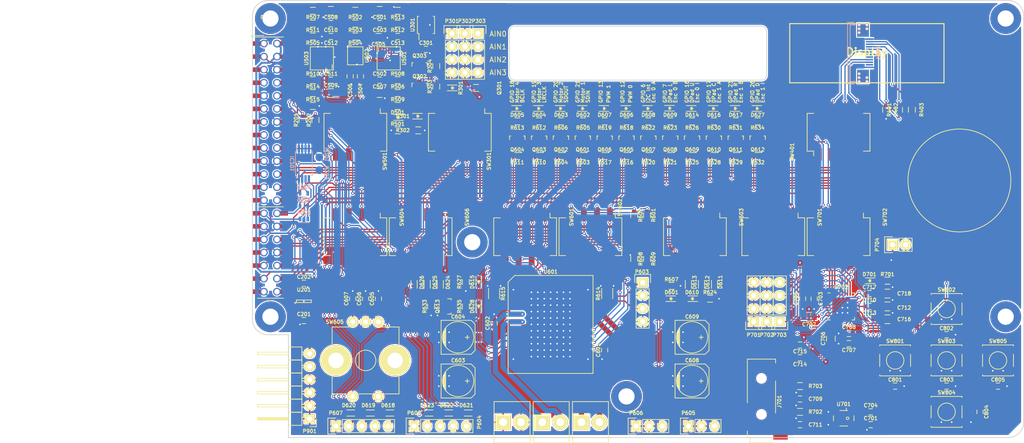
<source format=kicad_pcb>
(kicad_pcb (version 4) (host pcbnew 4.0.0-stable)
  (layers (0 F.Cu signal) (31 B.Cu signal) (34 B.Paste user) (35 F.Paste user) (36 B.SilkS user) (37 F.SilkS user) (38 B.Mask user) (39 F.Mask user) (44 Edge.Cuts user))
  (net 0 "")
  (net 1 /labio-rpi/VBUS)
  (net 2 GND)
  (net 3 /labio-rpi/3V3_EXTRA)
  (net 4 /labio-imu/VDD3V3_J)
  (net 5 "Net-(C505-Pad1)")
  (net 6 /labio-dio/VDD_MOT)
  (net 7 /labio-dio/VS_MOTOR)
  (net 8 "Net-(C605-Pad1)")
  (net 9 "Net-(C606-Pad1)")
  (net 10 "Net-(C607-Pad1)")
  (net 11 /labio-audio/VDD3V3_J)
  (net 12 /labio-audio/LINPUT2)
  (net 13 /labio-audio/MEMS_MIC)
  (net 14 /labio-audio/TRRS_MIC_BIAS)
  (net 15 "Net-(C710-Pad1)")
  (net 16 /labio-audio/TRRS_MIC)
  (net 17 "Net-(C713-Pad1)")
  (net 18 /labio-audio/TRRS_L)
  (net 19 /labio-audio/TRRS_L_C)
  (net 20 /labio-audio/TRRS_R)
  (net 21 /labio-audio/TRRS_R_C)
  (net 22 /labio-audio/MICBIAS)
  (net 23 /labio-dpad/DPAD_LEFT)
  (net 24 /labio-dpad/DPAD_UP)
  (net 25 /labio-dpad/DPAD_CENTER)
  (net 26 /labio-dpad/DPAD_DOWN)
  (net 27 /labio-dpad/DPAD_RIGHT)
  (net 28 "Net-(D301-Pad1)")
  (net 29 "Net-(D501-Pad1)")
  (net 30 "Net-(D601-Pad1)")
  (net 31 /labio-dio/VDD_LED)
  (net 32 "Net-(D602-Pad1)")
  (net 33 "Net-(D603-Pad1)")
  (net 34 "Net-(D604-Pad1)")
  (net 35 "Net-(D605-Pad1)")
  (net 36 "Net-(D606-Pad1)")
  (net 37 "Net-(D607-Pad1)")
  (net 38 "Net-(D608-Pad1)")
  (net 39 "Net-(D609-Pad1)")
  (net 40 /labio-dio/VDD_SERVO)
  (net 41 "Net-(D610-Pad1)")
  (net 42 "Net-(D611-Pad2)")
  (net 43 "Net-(D612-Pad2)")
  (net 44 "Net-(D613-Pad2)")
  (net 45 "Net-(D614-Pad1)")
  (net 46 /labio-dio/VDD_ENC)
  (net 47 "Net-(D615-Pad1)")
  (net 48 "Net-(D616-Pad1)")
  (net 49 "Net-(D617-Pad1)")
  (net 50 /labio-dio/ENC0_B_D)
  (net 51 /labio-adc/ALERT)
  (net 52 /labio-dio/ENC0_A_D)
  (net 53 /labio-dio/ENC0_IDX_D)
  (net 54 /labio-dio/ENC1_B_D)
  (net 55 /labio-dio/ENC1_A_D)
  (net 56 /labio-dio/ENC1_IDX_D)
  (net 57 "Net-(D624-Pad2)")
  (net 58 "Net-(D625-Pad2)")
  (net 59 "Net-(D626-Pad2)")
  (net 60 "Net-(D627-Pad1)")
  (net 61 "Net-(D628-Pad1)")
  (net 62 "Net-(D701-Pad1)")
  (net 63 "Net-(IC201-Pad7)")
  (net 64 /labio-rpi/3V3_2)
  (net 65 /labio-audio/TRRS_HPDETECT)
  (net 66 /labio-rpi/3V3_1)
  (net 67 /labio-rpi/GPIO1_SDA1)
  (net 68 /labio-rpi/GPIO3_SCL1)
  (net 69 /labio-rpi/GPIO4)
  (net 70 /labio-rpi/GPIO14_TXD)
  (net 71 /labio-rpi/GPIO15_RXD)
  (net 72 /labio-audio/BCLK)
  (net 73 /labio-rpi/GPIO27)
  (net 74 /labio-rpi/GPIO22)
  (net 75 /labio-rpi/GPIO24)
  (net 76 /labio-rpi/GPIO10_SPI0_MOSI)
  (net 77 /labio-rpi/GPIO9_SPI0_MISO)
  (net 78 /labio-rpi/GPIO25)
  (net 79 /labio-rpi/GPIO11_SPI0_SCLK)
  (net 80 /labio-rpi/GPIO8_SPI0_CE0_N)
  (net 81 /labio-rpi/ID_SD)
  (net 82 /labio-rpi/GPIO5)
  (net 83 /labio-rpi/GPIO13_PWM1)
  (net 84 /labio-rpi/GPIO19_PCM_FS)
  (net 85 /labio-rpi/GPIO21_PCM_DOUT)
  (net 86 /labio-rpi/GPIO20_PCM_DIN)
  (net 87 /labio-rpi/GPIO12_PWM0)
  (net 88 /labio-rpi/ID_SC)
  (net 89 /labio-adc/ACD_AIN0)
  (net 90 /labio-adc/ADC_AIN1)
  (net 91 /labio-adc/ADC_AIN2)
  (net 92 /labio-adc/ADC_AIN3)
  (net 93 /labio-dio/MOTOR_OUT1)
  (net 94 /labio-dio/MOTOR_OUT2)
  (net 95 /labio-dio/MOTOR_OUT3)
  (net 96 /labio-dio/MOTOR_OUT4)
  (net 97 /labio-dio/MOTOR_SENSEA)
  (net 98 /labio-dio/MOTOR_SENSEB)
  (net 99 /labio-audio/LINPUT1)
  (net 100 /labio-audio/RINPUT1)
  (net 101 /labio-audio/RINPUT2)
  (net 102 /labio-audio/SPEAKER_L)
  (net 103 /labio-audio/SPEAKER_R)
  (net 104 "Net-(Q601-Pad3)")
  (net 105 "Net-(Q602-Pad3)")
  (net 106 "Net-(Q603-Pad3)")
  (net 107 "Net-(Q604-Pad3)")
  (net 108 "Net-(Q605-Pad3)")
  (net 109 "Net-(Q606-Pad3)")
  (net 110 "Net-(Q607-Pad3)")
  (net 111 "Net-(Q608-Pad3)")
  (net 112 "Net-(Q609-Pad3)")
  (net 113 "Net-(Q610-Pad3)")
  (net 114 "Net-(Q611-Pad3)")
  (net 115 "Net-(Q612-Pad3)")
  (net 116 "Net-(Q613-Pad3)")
  (net 117 /labio-display/~OLED_RES)
  (net 118 "Net-(P401-Pad10)")
  (net 119 /labio-display/OLED_BS1)
  (net 120 /labio-display/OLED_BS0)
  (net 121 "Net-(R601-Pad2)")
  (net 122 "Net-(R602-Pad2)")
  (net 123 /labio-dio/MOT_ENA)
  (net 124 /labio-dio/MOT_ENB)
  (net 125 /labio-adc/INT_J)
  (net 126 /labio-adc/SDA_J)
  (net 127 /labio-adc/SCL_J)
  (net 128 /labio-display/OLED_MOSI)
  (net 129 /labio-display/OLED_SCK)
  (net 130 /labio-display/~OLED_CS)
  (net 131 /labio-imu/SCL_J)
  (net 132 /labio-imu/SDA_J)
  (net 133 /labio-imu/INT_J)
  (net 134 /labio-dio/MOT_IN4_J)
  (net 135 /labio-dio/MOT_IN3_J)
  (net 136 /labio-dio/MOT_IN2_J)
  (net 137 /labio-dio/MOT_IN1_J)
  (net 138 /labio-audio/LRCLK_J)
  (net 139 /labio-audio/BCLK_J)
  (net 140 /labio-audio/MCLK_J)
  (net 141 /labio-audio/SCL_J)
  (net 142 /labio-audio/SDA_J)
  (net 143 /labio-audio/SDOUT_J)
  (net 144 /labio-audio/SDIN_J)
  (net 145 /labio-adc/VDD5V_J)
  (net 146 "Net-(C512-Pad1)")
  (net 147 "Net-(C513-Pad1)")
  (net 148 "Net-(C513-Pad2)")
  (net 149 /labio-imu/BMP_CS)
  (net 150 /labio-imu/BMP_ADDR)
  (net 151 "Net-(R505-Pad1)")
  (net 152 /labio-imu/ACCEL_INT2)
  (net 153 /labio-imu/GYRO_INT2)
  (net 154 /labio-imu/ACCEL_CS)
  (net 155 /labio-imu/ACCEL_INT1)
  (net 156 /labio-imu/GYRO_CS)
  (net 157 /labio-imu/GYRO_INT1)
  (net 158 /labio-imu/ACCEL_SA0)
  (net 159 /labio-imu/GYRO_SA0)
  (net 160 /labio-adc/SCL_5V)
  (net 161 /labio-adc/SDA_5V)
  (module labio-special:DIP-8_W7.62mm_SMT (layer F.Cu) (at 169.545 92.13 270)
    (fp_text reference SW602 (at -1.88 -1.955 270) (layer F.SilkS) (effects (font (size 0.7 0.7))))
    (fp_text value DIP_SWITCH_X04)
    (pad 1 smd rect (at -0.5 0 270) (size 2.44 1.12) (layers F.Cu F.Paste F.Mask) (net 87 /labio-rpi/GPIO12_PWM0))
    (pad 2 smd rect (at -0.5 2.54 270) (size 2.44 1.12) (layers F.Cu F.Paste F.Mask) (net 122 "Net-(R602-Pad2)"))
    (pad 3 smd rect (at -0.5 5.08 270) (size 2.44 1.12) (layers F.Cu F.Paste F.Mask) (net 83 /labio-rpi/GPIO13_PWM1))
    (pad 4 smd rect (at -0.5 7.62 270) (size 2.44 1.12) (layers F.Cu F.Paste F.Mask) (net 121 "Net-(R601-Pad2)"))
    (pad 5 smd rect (at 8.12 7.62 270) (size 2.44 1.12) (layers F.Cu F.Paste F.Mask) (net 124 /labio-dio/MOT_ENB))
    (pad 6 smd rect (at 8.12 5.08 270) (size 2.44 1.12) (layers F.Cu F.Paste F.Mask) (net 124 /labio-dio/MOT_ENB))
    (pad 7 smd rect (at 8.12 2.54 270) (size 2.44 1.12) (layers F.Cu F.Paste F.Mask) (net 123 /labio-dio/MOT_ENA))
    (pad 8 smd rect (at 8.12 0 270) (size 2.44 1.12) (layers F.Cu F.Paste F.Mask) (net 123 /labio-dio/MOT_ENA))
  )
  (module Capacitors_SMD:c_elec_6.3x5.8 (layer F.Cu) (at 140 124)
    (fp_text reference C603 (at 0 -4) (layer F.SilkS) (effects (font (size 0.7 0.7))))
    (fp_text value 47uF)
    (pad 1 smd rect (at 2.75082 0) (size 3.59918 1.6002) (layers F.Cu F.Paste F.Mask) (net 7 /labio-dio/VS_MOTOR))
    (pad 2 smd rect (at -2.75082 0) (size 3.59918 1.6002) (layers F.Cu F.Paste F.Mask) (net 2 GND))
  )
  (module Capacitors_SMD:C_0603 (layer F.Cu) (at 209.25 108 270)
    (fp_text reference C703 (at 0 -1.25 270) (layer F.SilkS) (effects (font (size 0.7 0.7))))
    (fp_text value 0.1uF)
    (pad 1 smd rect (at -0.75 0 270) (size 0.8 0.75) (layers F.Cu F.Paste F.Mask) (net 11 /labio-audio/VDD3V3_J))
    (pad 2 smd rect (at 0.75 0 270) (size 0.8 0.75) (layers F.Cu F.Paste F.Mask) (net 2 GND))
  )
  (module Pin_Headers:Pin_Header_Straight_1x04 (layer F.Cu) (at 202.565 112.45 180)
    (fp_text reference P703 (at 0.03 -2.59 180) (layer F.SilkS) (effects (font (size 0.7 0.7))))
    (fp_text value CONN_01X04)
    (pad 1 thru_hole rect (at 0 0 180) (size 2.032 1.7272) (drill 1.016) (layers *.Cu *.Mask F.SilkS) (net 99 /labio-audio/LINPUT1))
    (pad 2 thru_hole oval (at 0 2.54 180) (size 2.032 1.7272) (drill 1.016) (layers *.Cu *.Mask F.SilkS) (net 100 /labio-audio/RINPUT1))
    (pad 3 thru_hole oval (at 0 5.08 180) (size 2.032 1.7272) (drill 1.016) (layers *.Cu *.Mask F.SilkS) (net 12 /labio-audio/LINPUT2))
    (pad 4 thru_hole oval (at 0 7.62 180) (size 2.032 1.7272) (drill 1.016) (layers *.Cu *.Mask F.SilkS) (net 101 /labio-audio/RINPUT2))
  )
  (module Pin_Headers:Pin_Header_Straight_1x04 (layer F.Cu) (at 143.87 56.42)
    (fp_text reference P303 (at 0.13 -2.42 180) (layer F.SilkS) (effects (font (size 0.7 0.7))))
    (fp_text value CONN_01X04)
    (pad 1 thru_hole rect (at 0 0) (size 2.032 1.7272) (drill 1.016) (layers *.Cu *.Mask F.SilkS) (net 89 /labio-adc/ACD_AIN0))
    (pad 2 thru_hole oval (at 0 2.54) (size 2.032 1.7272) (drill 1.016) (layers *.Cu *.Mask F.SilkS) (net 90 /labio-adc/ADC_AIN1))
    (pad 3 thru_hole oval (at 0 5.08) (size 2.032 1.7272) (drill 1.016) (layers *.Cu *.Mask F.SilkS) (net 91 /labio-adc/ADC_AIN2))
    (pad 4 thru_hole oval (at 0 7.62) (size 2.032 1.7272) (drill 1.016) (layers *.Cu *.Mask F.SilkS) (net 92 /labio-adc/ADC_AIN3))
  )
  (module Capacitors_SMD:C_0603 (layer F.Cu) (at 110 112.25 180)
    (fp_text reference C201 (at 0 1.25 180) (layer F.SilkS) (effects (font (size 0.7 0.7))))
    (fp_text value 0.1uF)
    (pad 1 smd rect (at -0.75 0 180) (size 0.8 0.75) (layers F.Cu F.Paste F.Mask) (net 1 /labio-rpi/VBUS))
    (pad 2 smd rect (at 0.75 0 180) (size 0.8 0.75) (layers F.Cu F.Paste F.Mask) (net 2 GND))
  )
  (module labio-special:Pin_Header_Straight_TH-SMT_2x20 (layer F.Cu) (at 102.23 58.37)
    (fp_text reference P1 (at 0 -5.1) (layer F.SilkS) (effects (font (size 0.7 0.7))))
    (fp_text value CONN_02X20)
    (pad 1 smd rect (at -1.31 0) (size 1.68 0.889) (layers F.Cu F.Paste F.Mask) (net 66 /labio-rpi/3V3_1))
    (pad 2 smd rect (at 3.85 0) (size 1.68 0.889) (layers F.Cu F.Paste F.Mask) (net 1 /labio-rpi/VBUS))
    (pad 3 smd rect (at -1.31 2.54) (size 1.68 0.889) (layers F.Cu F.Paste F.Mask) (net 67 /labio-rpi/GPIO1_SDA1))
    (pad 4 smd rect (at 3.85 2.54) (size 1.68 0.889) (layers F.Cu F.Paste F.Mask) (net 1 /labio-rpi/VBUS))
    (pad 5 smd rect (at -1.31 5.08) (size 1.68 0.889) (layers F.Cu F.Paste F.Mask) (net 68 /labio-rpi/GPIO3_SCL1))
    (pad 6 smd rect (at 3.85 5.08) (size 1.68 0.889) (layers F.Cu F.Paste F.Mask) (net 2 GND))
    (pad 7 smd rect (at -1.31 7.62) (size 1.68 0.889) (layers F.Cu F.Paste F.Mask) (net 69 /labio-rpi/GPIO4))
    (pad 8 smd rect (at 3.85 7.62) (size 1.68 0.889) (layers F.Cu F.Paste F.Mask) (net 70 /labio-rpi/GPIO14_TXD))
    (pad 9 smd rect (at -1.31 10.16) (size 1.68 0.889) (layers F.Cu F.Paste F.Mask) (net 2 GND))
    (pad 10 smd rect (at 3.85 10.16) (size 1.68 0.889) (layers F.Cu F.Paste F.Mask) (net 71 /labio-rpi/GPIO15_RXD))
    (pad 11 smd rect (at -1.31 12.7) (size 1.68 0.889) (layers F.Cu F.Paste F.Mask) (net 25 /labio-dpad/DPAD_CENTER))
    (pad 12 smd rect (at 3.85 12.7) (size 1.68 0.889) (layers F.Cu F.Paste F.Mask) (net 72 /labio-audio/BCLK))
    (pad 13 smd rect (at -1.31 15.24) (size 1.68 0.889) (layers F.Cu F.Paste F.Mask) (net 73 /labio-rpi/GPIO27))
    (pad 14 smd rect (at 3.85 15.24) (size 1.68 0.889) (layers F.Cu F.Paste F.Mask) (net 2 GND))
    (pad 15 smd rect (at -1.31 17.78) (size 1.68 0.889) (layers F.Cu F.Paste F.Mask) (net 74 /labio-rpi/GPIO22))
    (pad 16 smd rect (at 3.85 17.78) (size 1.68 0.889) (layers F.Cu F.Paste F.Mask) (net 27 /labio-dpad/DPAD_RIGHT))
    (pad 17 smd rect (at -1.31 20.32) (size 1.68 0.889) (layers F.Cu F.Paste F.Mask) (net 64 /labio-rpi/3V3_2))
    (pad 18 smd rect (at 3.85 20.32) (size 1.68 0.889) (layers F.Cu F.Paste F.Mask) (net 75 /labio-rpi/GPIO24))
    (pad 19 smd rect (at -1.31 22.86) (size 1.68 0.889) (layers F.Cu F.Paste F.Mask) (net 76 /labio-rpi/GPIO10_SPI0_MOSI))
    (pad 20 smd rect (at 3.85 22.86) (size 1.68 0.889) (layers F.Cu F.Paste F.Mask) (net 2 GND))
    (pad 21 smd rect (at -1.31 25.4) (size 1.68 0.889) (layers F.Cu F.Paste F.Mask) (net 77 /labio-rpi/GPIO9_SPI0_MISO))
    (pad 22 smd rect (at 3.85 25.4) (size 1.68 0.889) (layers F.Cu F.Paste F.Mask) (net 78 /labio-rpi/GPIO25))
    (pad 23 smd rect (at -1.31 27.94) (size 1.68 0.889) (layers F.Cu F.Paste F.Mask) (net 79 /labio-rpi/GPIO11_SPI0_SCLK))
    (pad 24 smd rect (at 3.85 27.94) (size 1.68 0.889) (layers F.Cu F.Paste F.Mask) (net 80 /labio-rpi/GPIO8_SPI0_CE0_N))
    (pad 25 smd rect (at -1.31 30.48) (size 1.68 0.889) (layers F.Cu F.Paste F.Mask) (net 2 GND))
    (pad 26 smd rect (at 3.85 30.48) (size 1.68 0.889) (layers F.Cu F.Paste F.Mask) (net 23 /labio-dpad/DPAD_LEFT))
    (pad 1 thru_hole circle (at 0 0) (size 1.5 1.5) (drill 1.016) (layers *.Cu *.Mask) (net 66 /labio-rpi/3V3_1))
    (pad "" np_thru_hole circle (at 1.27 1.27) (size 1.78 1.78) (drill 1.78) (layers *.Cu))
    (pad 2 thru_hole circle (at 2.54 0) (size 1.5 1.5) (drill 1.016) (layers *.Cu *.Mask) (net 1 /labio-rpi/VBUS))
    (pad 3 thru_hole circle (at 0 2.54) (size 1.5 1.5) (drill 1.016) (layers *.Cu *.Mask) (net 67 /labio-rpi/GPIO1_SDA1))
    (pad 5 thru_hole circle (at 0 5.08) (size 1.5 1.5) (drill 1.016) (layers *.Cu *.Mask) (net 68 /labio-rpi/GPIO3_SCL1))
    (pad 7 thru_hole circle (at 0 7.62) (size 1.5 1.5) (drill 1.016) (layers *.Cu *.Mask) (net 69 /labio-rpi/GPIO4))
    (pad 9 thru_hole circle (at 0 10.16) (size 1.5 1.5) (drill 1.016) (layers *.Cu *.Mask) (net 2 GND))
    (pad 11 thru_hole circle (at 0 12.7) (size 1.5 1.5) (drill 1.016) (layers *.Cu *.Mask) (net 25 /labio-dpad/DPAD_CENTER))
    (pad 13 thru_hole circle (at 0 15.24) (size 1.5 1.5) (drill 1.016) (layers *.Cu *.Mask) (net 73 /labio-rpi/GPIO27))
    (pad 15 thru_hole circle (at 0 17.78) (size 1.5 1.5) (drill 1.016) (layers *.Cu *.Mask) (net 74 /labio-rpi/GPIO22))
    (pad 17 thru_hole circle (at 0 20.32) (size 1.5 1.5) (drill 1.016) (layers *.Cu *.Mask) (net 64 /labio-rpi/3V3_2))
    (pad 19 thru_hole circle (at 0 22.86) (size 1.5 1.5) (drill 1.016) (layers *.Cu *.Mask) (net 76 /labio-rpi/GPIO10_SPI0_MOSI))
    (pad 21 thru_hole circle (at 0 25.4) (size 1.5 1.5) (drill 1.016) (layers *.Cu *.Mask) (net 77 /labio-rpi/GPIO9_SPI0_MISO))
    (pad 23 thru_hole circle (at 0 27.94) (size 1.5 1.5) (drill 1.016) (layers *.Cu *.Mask) (net 79 /labio-rpi/GPIO11_SPI0_SCLK))
    (pad 25 thru_hole circle (at 0 30.48) (size 1.5 1.5) (drill 1.016) (layers *.Cu *.Mask) (net 2 GND))
    (pad 4 thru_hole circle (at 2.54 2.54) (size 1.5 1.5) (drill 1.016) (layers *.Cu *.Mask) (net 1 /labio-rpi/VBUS))
    (pad 6 thru_hole circle (at 2.54 5.08) (size 1.5 1.5) (drill 1.016) (layers *.Cu *.Mask) (net 2 GND))
    (pad 8 thru_hole circle (at 2.54 7.62) (size 1.5 1.5) (drill 1.016) (layers *.Cu *.Mask) (net 70 /labio-rpi/GPIO14_TXD))
    (pad 10 thru_hole circle (at 2.54 10.16) (size 1.5 1.5) (drill 1.016) (layers *.Cu *.Mask) (net 71 /labio-rpi/GPIO15_RXD))
    (pad 12 thru_hole circle (at 2.54 12.7) (size 1.5 1.5) (drill 1.016) (layers *.Cu *.Mask) (net 72 /labio-audio/BCLK))
    (pad 14 thru_hole circle (at 2.54 15.24) (size 1.5 1.5) (drill 1.016) (layers *.Cu *.Mask) (net 2 GND))
    (pad 16 thru_hole circle (at 2.54 17.78) (size 1.5 1.5) (drill 1.016) (layers *.Cu *.Mask) (net 27 /labio-dpad/DPAD_RIGHT))
    (pad 18 thru_hole circle (at 2.54 20.32) (size 1.5 1.5) (drill 1.016) (layers *.Cu *.Mask) (net 75 /labio-rpi/GPIO24))
    (pad 20 thru_hole circle (at 2.54 22.86) (size 1.5 1.5) (drill 1.016) (layers *.Cu *.Mask) (net 2 GND))
    (pad 22 thru_hole circle (at 2.54 25.4) (size 1.5 1.5) (drill 1.016) (layers *.Cu *.Mask) (net 78 /labio-rpi/GPIO25))
    (pad 24 thru_hole circle (at 2.54 27.94) (size 1.5 1.5) (drill 1.016) (layers *.Cu *.Mask) (net 80 /labio-rpi/GPIO8_SPI0_CE0_N))
    (pad 26 thru_hole circle (at 2.54 30.48) (size 1.5 1.5) (drill 1.016) (layers *.Cu *.Mask) (net 23 /labio-dpad/DPAD_LEFT))
    (pad "" np_thru_hole circle (at 1.27 29.21) (size 1.78 1.78) (drill 1.78) (layers *.Cu))
    (pad 27 thru_hole circle (at 0 33.02) (size 1.5 1.5) (drill 1.016) (layers *.Cu *.Mask) (net 81 /labio-rpi/ID_SD))
    (pad 29 thru_hole circle (at 0 35.56) (size 1.5 1.5) (drill 1.016) (layers *.Cu *.Mask) (net 82 /labio-rpi/GPIO5))
    (pad 31 thru_hole circle (at 0 38.1) (size 1.5 1.5) (drill 1.016) (layers *.Cu *.Mask) (net 51 /labio-adc/ALERT))
    (pad 33 thru_hole circle (at 0 40.64) (size 1.5 1.5) (drill 1.016) (layers *.Cu *.Mask) (net 83 /labio-rpi/GPIO13_PWM1))
    (pad 35 thru_hole circle (at 0 43.18) (size 1.5 1.5) (drill 1.016) (layers *.Cu *.Mask) (net 84 /labio-rpi/GPIO19_PCM_FS))
    (pad 37 thru_hole circle (at 0 45.72) (size 1.5 1.5) (drill 1.016) (layers *.Cu *.Mask) (net 26 /labio-dpad/DPAD_DOWN))
    (pad 39 thru_hole circle (at 0 48.26) (size 1.5 1.5) (drill 1.016) (layers *.Cu *.Mask) (net 2 GND))
    (pad 40 thru_hole circle (at 2.54 48.26) (size 1.5 1.5) (drill 1.016) (layers *.Cu *.Mask) (net 85 /labio-rpi/GPIO21_PCM_DOUT))
    (pad 38 thru_hole circle (at 2.54 45.72) (size 1.5 1.5) (drill 1.016) (layers *.Cu *.Mask) (net 86 /labio-rpi/GPIO20_PCM_DIN))
    (pad 36 thru_hole circle (at 2.54 43.18) (size 1.5 1.5) (drill 1.016) (layers *.Cu *.Mask) (net 24 /labio-dpad/DPAD_UP))
    (pad 34 thru_hole circle (at 2.54 40.64) (size 1.5 1.5) (drill 1.016) (layers *.Cu *.Mask) (net 2 GND))
    (pad 32 thru_hole circle (at 2.54 38.1) (size 1.5 1.5) (drill 1.016) (layers *.Cu *.Mask) (net 87 /labio-rpi/GPIO12_PWM0))
    (pad 30 thru_hole circle (at 2.54 35.56) (size 1.5 1.5) (drill 1.016) (layers *.Cu *.Mask) (net 2 GND))
    (pad 28 thru_hole circle (at 2.54 33.02) (size 1.5 1.5) (drill 1.016) (layers *.Cu *.Mask) (net 88 /labio-rpi/ID_SC))
    (pad 27 smd rect (at -1.31 33.02) (size 1.68 0.889) (layers F.Cu F.Paste F.Mask) (net 81 /labio-rpi/ID_SD))
    (pad 29 smd rect (at -1.31 35.56) (size 1.68 0.889) (layers F.Cu F.Paste F.Mask) (net 82 /labio-rpi/GPIO5))
    (pad 31 smd rect (at -1.31 38.1) (size 1.68 0.889) (layers F.Cu F.Paste F.Mask) (net 51 /labio-adc/ALERT))
    (pad 33 smd rect (at -1.31 40.64) (size 1.68 0.889) (layers F.Cu F.Paste F.Mask) (net 83 /labio-rpi/GPIO13_PWM1))
    (pad 35 smd rect (at -1.31 43.18) (size 1.68 0.889) (layers F.Cu F.Paste F.Mask) (net 84 /labio-rpi/GPIO19_PCM_FS))
    (pad 37 smd rect (at -1.31 45.72) (size 1.68 0.889) (layers F.Cu F.Paste F.Mask) (net 26 /labio-dpad/DPAD_DOWN))
    (pad 39 smd rect (at -1.31 48.26) (size 1.68 0.889) (layers F.Cu F.Paste F.Mask) (net 2 GND))
    (pad 40 smd rect (at 3.85 48.26) (size 1.68 0.889) (layers F.Cu F.Paste F.Mask) (net 85 /labio-rpi/GPIO21_PCM_DOUT))
    (pad 38 smd rect (at 3.85 45.72) (size 1.68 0.889) (layers F.Cu F.Paste F.Mask) (net 86 /labio-rpi/GPIO20_PCM_DIN))
    (pad 36 smd rect (at 3.85 43.18) (size 1.68 0.889) (layers F.Cu F.Paste F.Mask) (net 24 /labio-dpad/DPAD_UP))
    (pad 34 smd rect (at 3.85 40.64) (size 1.68 0.889) (layers F.Cu F.Paste F.Mask) (net 2 GND))
    (pad 32 smd rect (at 3.85 38.1) (size 1.68 0.889) (layers F.Cu F.Paste F.Mask) (net 87 /labio-rpi/GPIO12_PWM0))
    (pad 30 smd rect (at 3.85 35.56) (size 1.68 0.889) (layers F.Cu F.Paste F.Mask) (net 2 GND))
    (pad 28 smd rect (at 3.85 33.02) (size 1.68 0.889) (layers F.Cu F.Paste F.Mask) (net 88 /labio-rpi/ID_SC))
    (pad "" np_thru_hole circle (at 1.27 46.99) (size 1.78 1.78) (drill 1.78) (layers *.Cu))
  )
  (module Housings_SSOP:TSSOP-8_4.4x3mm_Pitch0.65mm (layer B.Cu) (at 110 81.75 270)
    (fp_text reference IC201 (at 0 2.25 270) (layer B.SilkS) (effects (font (size 0.7 0.7)) (justify mirror)))
    (fp_text value AT24CS32-XHM)
    (pad 1 smd rect (at -2.95 0.975 270) (size 1.45 0.45) (layers B.Cu B.Paste B.Mask) (net 2 GND))
    (pad 2 smd rect (at -2.95 0.325 270) (size 1.45 0.45) (layers B.Cu B.Paste B.Mask) (net 2 GND))
    (pad 3 smd rect (at -2.95 -0.325 270) (size 1.45 0.45) (layers B.Cu B.Paste B.Mask) (net 2 GND))
    (pad 4 smd rect (at -2.95 -0.975 270) (size 1.45 0.45) (layers B.Cu B.Paste B.Mask) (net 2 GND))
    (pad 5 smd rect (at 2.95 -0.975 270) (size 1.45 0.45) (layers B.Cu B.Paste B.Mask) (net 81 /labio-rpi/ID_SD))
    (pad 6 smd rect (at 2.95 -0.325 270) (size 1.45 0.45) (layers B.Cu B.Paste B.Mask) (net 88 /labio-rpi/ID_SC))
    (pad 7 smd rect (at 2.95 0.325 270) (size 1.45 0.45) (layers B.Cu B.Paste B.Mask) (net 63 "Net-(IC201-Pad7)"))
    (pad 8 smd rect (at 2.95 0.975 270) (size 1.45 0.45) (layers B.Cu B.Paste B.Mask) (net 64 /labio-rpi/3V3_2))
  )
  (module Capacitors_SMD:C_0603 (layer F.Cu) (at 110 105)
    (fp_text reference C202 (at 0 -1.25) (layer F.SilkS) (effects (font (size 0.7 0.7))))
    (fp_text value 0.1uF)
    (pad 1 smd rect (at -0.75 0) (size 0.8 0.75) (layers F.Cu F.Paste F.Mask) (net 3 /labio-rpi/3V3_EXTRA))
    (pad 2 smd rect (at 0.75 0) (size 0.8 0.75) (layers F.Cu F.Paste F.Mask) (net 2 GND))
  )
  (module Capacitors_SMD:C_0603 (layer F.Cu) (at 133.75 59.5)
    (fp_text reference C301 (at 0 -1.25) (layer F.SilkS) (effects (font (size 0.7 0.7))))
    (fp_text value 0.1uF)
    (pad 1 smd rect (at -0.75 0) (size 0.8 0.75) (layers F.Cu F.Paste F.Mask) (net 145 /labio-adc/VDD5V_J))
    (pad 2 smd rect (at 0.75 0) (size 0.8 0.75) (layers F.Cu F.Paste F.Mask) (net 2 GND))
  )
  (module Capacitors_SMD:C_0603 (layer F.Cu) (at 124.75 65.5)
    (fp_text reference C502 (at 0 -1.25) (layer F.SilkS) (effects (font (size 0.7 0.7))))
    (fp_text value 0.1uF)
    (pad 1 smd rect (at -0.75 0) (size 0.8 0.75) (layers F.Cu F.Paste F.Mask) (net 4 /labio-imu/VDD3V3_J))
    (pad 2 smd rect (at 0.75 0) (size 0.8 0.75) (layers F.Cu F.Paste F.Mask) (net 2 GND))
  )
  (module Capacitors_SMD:C_0603 (layer F.Cu) (at 124.75 54.5 180)
    (fp_text reference C503 (at 0 -1.25 180) (layer F.SilkS) (effects (font (size 0.7 0.7))))
    (fp_text value 0.1uF)
    (pad 1 smd rect (at -0.75 0 180) (size 0.8 0.75) (layers F.Cu F.Paste F.Mask) (net 4 /labio-imu/VDD3V3_J))
    (pad 2 smd rect (at 0.75 0 180) (size 0.8 0.75) (layers F.Cu F.Paste F.Mask) (net 2 GND))
  )
  (module Capacitors_SMD:C_0603 (layer F.Cu) (at 121 64.75 270)
    (fp_text reference C504 (at 2.75 0 270) (layer F.SilkS) (effects (font (size 0.7 0.7))))
    (fp_text value 0.1uF)
    (pad 1 smd rect (at -0.75 0 270) (size 0.8 0.75) (layers F.Cu F.Paste F.Mask) (net 4 /labio-imu/VDD3V3_J))
    (pad 2 smd rect (at 0.75 0 270) (size 0.8 0.75) (layers F.Cu F.Paste F.Mask) (net 2 GND))
  )
  (module Capacitors_SMD:C_0603 (layer F.Cu) (at 119 64.75 270)
    (fp_text reference C506 (at 2.75 0 270) (layer F.SilkS) (effects (font (size 0.7 0.7))))
    (fp_text value 0.1uF)
    (pad 1 smd rect (at -0.75 0 270) (size 0.8 0.75) (layers F.Cu F.Paste F.Mask) (net 4 /labio-imu/VDD3V3_J))
    (pad 2 smd rect (at 0.75 0 270) (size 0.8 0.75) (layers F.Cu F.Paste F.Mask) (net 2 GND))
  )
  (module Capacitors_SMD:C_0603 (layer F.Cu) (at 168.5 118 270)
    (fp_text reference C601 (at 0 1.25 270) (layer F.SilkS) (effects (font (size 0.7 0.7))))
    (fp_text value 0.1uF)
    (pad 1 smd rect (at -0.75 0 270) (size 0.8 0.75) (layers F.Cu F.Paste F.Mask) (net 6 /labio-dio/VDD_MOT))
    (pad 2 smd rect (at 0.75 0 270) (size 0.8 0.75) (layers F.Cu F.Paste F.Mask) (net 2 GND))
  )
  (module Capacitors_SMD:C_0603 (layer F.Cu) (at 147 112.75 90)
    (fp_text reference C602 (at 0 -1.25 90) (layer F.SilkS) (effects (font (size 0.7 0.7))))
    (fp_text value 0.1uF)
    (pad 1 smd rect (at -0.75 0 90) (size 0.8 0.75) (layers F.Cu F.Paste F.Mask) (net 7 /labio-dio/VS_MOTOR))
    (pad 2 smd rect (at 0.75 0 90) (size 0.8 0.75) (layers F.Cu F.Paste F.Mask) (net 2 GND))
  )
  (module Capacitors_SMD:C_0603 (layer F.Cu) (at 124.5 108 90)
    (fp_text reference C605 (at 0 -1.25 90) (layer F.SilkS) (effects (font (size 0.7 0.7))))
    (fp_text value 0.1uF)
    (pad 1 smd rect (at -0.75 0 90) (size 0.8 0.75) (layers F.Cu F.Paste F.Mask) (net 8 "Net-(C605-Pad1)"))
    (pad 2 smd rect (at 0.75 0 90) (size 0.8 0.75) (layers F.Cu F.Paste F.Mask) (net 2 GND))
  )
  (module Capacitors_SMD:C_0603 (layer F.Cu) (at 122 108 90)
    (fp_text reference C606 (at 0 -1.25 90) (layer F.SilkS) (effects (font (size 0.7 0.7))))
    (fp_text value 0.1uF)
    (pad 1 smd rect (at -0.75 0 90) (size 0.8 0.75) (layers F.Cu F.Paste F.Mask) (net 9 "Net-(C606-Pad1)"))
    (pad 2 smd rect (at 0.75 0 90) (size 0.8 0.75) (layers F.Cu F.Paste F.Mask) (net 2 GND))
  )
  (module Capacitors_SMD:C_0603 (layer F.Cu) (at 119.5 108 90)
    (fp_text reference C607 (at 0 -1.25 90) (layer F.SilkS) (effects (font (size 0.7 0.7))))
    (fp_text value 0.1uF)
    (pad 1 smd rect (at -0.75 0 90) (size 0.8 0.75) (layers F.Cu F.Paste F.Mask) (net 10 "Net-(C607-Pad1)"))
    (pad 2 smd rect (at 0.75 0 90) (size 0.8 0.75) (layers F.Cu F.Paste F.Mask) (net 2 GND))
  )
  (module Capacitors_SMD:C_0603 (layer F.Cu) (at 220.25 132.5)
    (fp_text reference C701 (at 0 -1.25) (layer F.SilkS) (effects (font (size 0.7 0.7))))
    (fp_text value 0.1uF)
    (pad 1 smd rect (at -0.75 0) (size 0.8 0.75) (layers F.Cu F.Paste F.Mask) (net 2 GND))
    (pad 2 smd rect (at 0.75 0) (size 0.8 0.75) (layers F.Cu F.Paste F.Mask) (net 11 /labio-audio/VDD3V3_J))
  )
  (module Capacitors_SMD:C_0603 (layer F.Cu) (at 220.25 130)
    (fp_text reference C704 (at 0 -1.25) (layer F.SilkS) (effects (font (size 0.7 0.7))))
    (fp_text value 2.2uF)
    (pad 1 smd rect (at -0.75 0) (size 0.8 0.75) (layers F.Cu F.Paste F.Mask) (net 12 /labio-audio/LINPUT2))
    (pad 2 smd rect (at 0.75 0) (size 0.8 0.75) (layers F.Cu F.Paste F.Mask) (net 13 /labio-audio/MEMS_MIC))
  )
  (module Capacitors_SMD:C_0603 (layer F.Cu) (at 207 108 270)
    (fp_text reference C705 (at 0 1.25 270) (layer F.SilkS) (effects (font (size 0.7 0.7))))
    (fp_text value 0.1uF)
    (pad 1 smd rect (at -0.75 0 270) (size 0.8 0.75) (layers F.Cu F.Paste F.Mask) (net 11 /labio-audio/VDD3V3_J))
    (pad 2 smd rect (at 0.75 0 270) (size 0.8 0.75) (layers F.Cu F.Paste F.Mask) (net 2 GND))
  )
  (module Capacitors_SMD:C_0603 (layer F.Cu) (at 216 116.75 180)
    (fp_text reference C707 (at 0 -1.25 180) (layer F.SilkS) (effects (font (size 0.7 0.7))))
    (fp_text value 0.1uF)
    (pad 1 smd rect (at -0.75 0 180) (size 0.8 0.75) (layers F.Cu F.Paste F.Mask) (net 11 /labio-audio/VDD3V3_J))
    (pad 2 smd rect (at 0.75 0 180) (size 0.8 0.75) (layers F.Cu F.Paste F.Mask) (net 2 GND))
  )
  (module Capacitors_SMD:C_0603 (layer F.Cu) (at 216 114.75 180)
    (fp_text reference C708 (at 0 1.25 360) (layer F.SilkS) (effects (font (size 0.7 0.7))))
    (fp_text value 0.1uF)
    (pad 1 smd rect (at -0.75 0 180) (size 0.8 0.75) (layers F.Cu F.Paste F.Mask) (net 11 /labio-audio/VDD3V3_J))
    (pad 2 smd rect (at 0.75 0 180) (size 0.8 0.75) (layers F.Cu F.Paste F.Mask) (net 2 GND))
  )
  (module Capacitors_SMD:C_0603 (layer F.Cu) (at 206.5 127.5 180)
    (fp_text reference C709 (at -3 0 180) (layer F.SilkS) (effects (font (size 0.7 0.7))))
    (fp_text value 220pF)
    (pad 1 smd rect (at -0.75 0 180) (size 0.8 0.75) (layers F.Cu F.Paste F.Mask) (net 14 /labio-audio/TRRS_MIC_BIAS))
    (pad 2 smd rect (at 0.75 0 180) (size 0.8 0.75) (layers F.Cu F.Paste F.Mask) (net 2 GND))
  )
  (module Capacitors_SMD:C_0603 (layer F.Cu) (at 220 109.5)
    (fp_text reference C710 (at 0 -1.25) (layer F.SilkS) (effects (font (size 0.7 0.7))))
    (fp_text value 0.1uF)
    (pad 1 smd rect (at -0.75 0) (size 0.8 0.75) (layers F.Cu F.Paste F.Mask) (net 15 "Net-(C710-Pad1)"))
    (pad 2 smd rect (at 0.75 0) (size 0.8 0.75) (layers F.Cu F.Paste F.Mask) (net 2 GND))
  )
  (module Capacitors_SMD:C_0603 (layer F.Cu) (at 206.5 132.5 180)
    (fp_text reference C711 (at -3 0 180) (layer F.SilkS) (effects (font (size 0.7 0.7))))
    (fp_text value 1uF)
    (pad 1 smd rect (at -0.75 0 180) (size 0.8 0.75) (layers F.Cu F.Paste F.Mask) (net 14 /labio-audio/TRRS_MIC_BIAS))
    (pad 2 smd rect (at 0.75 0 180) (size 0.8 0.75) (layers F.Cu F.Paste F.Mask) (net 16 /labio-audio/TRRS_MIC))
  )
  (module Capacitors_SMD:C_0603 (layer F.Cu) (at 220 112)
    (fp_text reference C713 (at 0 -1.25) (layer F.SilkS) (effects (font (size 0.7 0.7))))
    (fp_text value 0.1uF)
    (pad 1 smd rect (at -0.75 0) (size 0.8 0.75) (layers F.Cu F.Paste F.Mask) (net 17 "Net-(C713-Pad1)"))
    (pad 2 smd rect (at 0.75 0) (size 0.8 0.75) (layers F.Cu F.Paste F.Mask) (net 2 GND))
  )
  (module Capacitors_SMD:C_0603 (layer F.Cu) (at 206.5 119.5)
    (fp_text reference C714 (at 0 1.25) (layer F.SilkS) (effects (font (size 0.7 0.7))))
    (fp_text value 220uF)
    (pad 1 smd rect (at -0.75 0) (size 0.8 0.75) (layers F.Cu F.Paste F.Mask) (net 18 /labio-audio/TRRS_L))
    (pad 2 smd rect (at 0.75 0) (size 0.8 0.75) (layers F.Cu F.Paste F.Mask) (net 19 /labio-audio/TRRS_L_C))
  )
  (module Capacitors_SMD:C_0603 (layer F.Cu) (at 206.5 117)
    (fp_text reference C715 (at 0 1.25) (layer F.SilkS) (effects (font (size 0.7 0.7))))
    (fp_text value 220uF)
    (pad 1 smd rect (at -0.75 0) (size 0.8 0.75) (layers F.Cu F.Paste F.Mask) (net 20 /labio-audio/TRRS_R))
    (pad 2 smd rect (at 0.75 0) (size 0.8 0.75) (layers F.Cu F.Paste F.Mask) (net 21 /labio-audio/TRRS_R_C))
  )
  (module Capacitors_SMD:C_0603 (layer F.Cu) (at 220 107)
    (fp_text reference C717 (at 0 -1.25) (layer F.SilkS) (effects (font (size 0.7 0.7))))
    (fp_text value 0.1uF)
    (pad 1 smd rect (at -0.75 0) (size 0.8 0.75) (layers F.Cu F.Paste F.Mask) (net 22 /labio-audio/MICBIAS))
    (pad 2 smd rect (at 0.75 0) (size 0.8 0.75) (layers F.Cu F.Paste F.Mask) (net 2 GND))
  )
  (module Capacitors_SMD:C_0603 (layer F.Cu) (at 225 125)
    (fp_text reference C801 (at 0 -1.25) (layer F.SilkS) (effects (font (size 0.7 0.7))))
    (fp_text value dnp)
    (pad 1 smd rect (at -0.75 0) (size 0.8 0.75) (layers F.Cu F.Paste F.Mask) (net 23 /labio-dpad/DPAD_LEFT))
    (pad 2 smd rect (at 0.75 0) (size 0.8 0.75) (layers F.Cu F.Paste F.Mask) (net 2 GND))
  )
  (module Capacitors_SMD:C_0603 (layer F.Cu) (at 235 115)
    (fp_text reference C802 (at 0 -1.25) (layer F.SilkS) (effects (font (size 0.7 0.7))))
    (fp_text value dnp)
    (pad 1 smd rect (at -0.75 0) (size 0.8 0.75) (layers F.Cu F.Paste F.Mask) (net 24 /labio-dpad/DPAD_UP))
    (pad 2 smd rect (at 0.75 0) (size 0.8 0.75) (layers F.Cu F.Paste F.Mask) (net 2 GND))
  )
  (module Capacitors_SMD:C_0603 (layer F.Cu) (at 235 125)
    (fp_text reference C803 (at 0 -1.25) (layer F.SilkS) (effects (font (size 0.7 0.7))))
    (fp_text value dnp)
    (pad 1 smd rect (at -0.75 0) (size 0.8 0.75) (layers F.Cu F.Paste F.Mask) (net 25 /labio-dpad/DPAD_CENTER))
    (pad 2 smd rect (at 0.75 0) (size 0.8 0.75) (layers F.Cu F.Paste F.Mask) (net 2 GND))
  )
  (module Capacitors_SMD:C_0603 (layer F.Cu) (at 241.5 130 270)
    (fp_text reference C804 (at 0 -1.25 270) (layer F.SilkS) (effects (font (size 0.7 0.7))))
    (fp_text value dnp)
    (pad 1 smd rect (at -0.75 0 270) (size 0.8 0.75) (layers F.Cu F.Paste F.Mask) (net 26 /labio-dpad/DPAD_DOWN))
    (pad 2 smd rect (at 0.75 0 270) (size 0.8 0.75) (layers F.Cu F.Paste F.Mask) (net 2 GND))
  )
  (module Capacitors_SMD:C_0603 (layer F.Cu) (at 245 125)
    (fp_text reference C805 (at 0 -1.25) (layer F.SilkS) (effects (font (size 0.7 0.7))))
    (fp_text value dnp)
    (pad 1 smd rect (at -0.75 0) (size 0.8 0.75) (layers F.Cu F.Paste F.Mask) (net 27 /labio-dpad/DPAD_RIGHT))
    (pad 2 smd rect (at 0.75 0) (size 0.8 0.75) (layers F.Cu F.Paste F.Mask) (net 2 GND))
  )
  (module LEDs:LED-0603 (layer F.Cu) (at 132.25 72.5)
    (fp_text reference D301 (at -3 0) (layer F.SilkS) (effects (font (size 0.7 0.7))))
    (fp_text value Led_Small)
    (pad 2 smd rect (at 0.7493 0 180) (size 0.79756 0.79756) (layers F.Cu F.Paste F.Mask) (net 145 /labio-adc/VDD5V_J))
    (pad 1 smd rect (at -0.7493 0 180) (size 0.79756 0.79756) (layers F.Cu F.Paste F.Mask) (net 28 "Net-(D301-Pad1)"))
  )
  (module LEDs:LED-0603 (layer F.Cu) (at 128.25 72.75 180)
    (fp_text reference D501 (at 0 1 180) (layer F.SilkS) (effects (font (size 0.7 0.7))))
    (fp_text value Led_Small)
    (pad 2 smd rect (at 0.7493 0) (size 0.79756 0.79756) (layers F.Cu F.Paste F.Mask) (net 4 /labio-imu/VDD3V3_J))
    (pad 1 smd rect (at -0.7493 0) (size 0.79756 0.79756) (layers F.Cu F.Paste F.Mask) (net 29 "Net-(D501-Pad1)"))
  )
  (module LEDs:LED-0603 (layer F.Cu) (at 181.5 108)
    (fp_text reference D601 (at 0 -1.25) (layer F.SilkS) (effects (font (size 0.7 0.7))))
    (fp_text value Led_Small)
    (pad 2 smd rect (at 0.7493 0 180) (size 0.79756 0.79756) (layers F.Cu F.Paste F.Mask) (net 6 /labio-dio/VDD_MOT))
    (pad 1 smd rect (at -0.7493 0 180) (size 0.79756 0.79756) (layers F.Cu F.Paste F.Mask) (net 30 "Net-(D601-Pad1)"))
  )
  (module LEDs:LED-0603 (layer F.Cu) (at 164.3 71)
    (fp_text reference D602 (at 0 1.25) (layer F.SilkS) (effects (font (size 0.7 0.7))))
    (fp_text value Led_Small)
    (pad 2 smd rect (at 0.7493 0 180) (size 0.79756 0.79756) (layers F.Cu F.Paste F.Mask) (net 31 /labio-dio/VDD_LED))
    (pad 1 smd rect (at -0.7493 0 180) (size 0.79756 0.79756) (layers F.Cu F.Paste F.Mask) (net 32 "Net-(D602-Pad1)"))
  )
  (module LEDs:LED-0603 (layer F.Cu) (at 160 71)
    (fp_text reference D603 (at 0 1.25) (layer F.SilkS) (effects (font (size 0.7 0.7))))
    (fp_text value Led_Small)
    (pad 2 smd rect (at 0.7493 0 180) (size 0.79756 0.79756) (layers F.Cu F.Paste F.Mask) (net 31 /labio-dio/VDD_LED))
    (pad 1 smd rect (at -0.7493 0 180) (size 0.79756 0.79756) (layers F.Cu F.Paste F.Mask) (net 33 "Net-(D603-Pad1)"))
  )
  (module LEDs:LED-0603 (layer F.Cu) (at 155.75 71)
    (fp_text reference D604 (at 0 1.25) (layer F.SilkS) (effects (font (size 0.7 0.7))))
    (fp_text value Led_Small)
    (pad 2 smd rect (at 0.7493 0 180) (size 0.79756 0.79756) (layers F.Cu F.Paste F.Mask) (net 31 /labio-dio/VDD_LED))
    (pad 1 smd rect (at -0.7493 0 180) (size 0.79756 0.79756) (layers F.Cu F.Paste F.Mask) (net 34 "Net-(D604-Pad1)"))
  )
  (module LEDs:LED-0603 (layer F.Cu) (at 151.5 71)
    (fp_text reference D605 (at 0 1.25) (layer F.SilkS) (effects (font (size 0.7 0.7))))
    (fp_text value Led_Small)
    (pad 2 smd rect (at 0.7493 0 180) (size 0.79756 0.79756) (layers F.Cu F.Paste F.Mask) (net 31 /labio-dio/VDD_LED))
    (pad 1 smd rect (at -0.7493 0 180) (size 0.79756 0.79756) (layers F.Cu F.Paste F.Mask) (net 35 "Net-(D605-Pad1)"))
  )
  (module LEDs:LED-0603 (layer F.Cu) (at 172.75 71)
    (fp_text reference D606 (at 0 1.25) (layer F.SilkS) (effects (font (size 0.7 0.7))))
    (fp_text value Led_Small)
    (pad 2 smd rect (at 0.7493 0 180) (size 0.79756 0.79756) (layers F.Cu F.Paste F.Mask) (net 31 /labio-dio/VDD_LED))
    (pad 1 smd rect (at -0.7493 0 180) (size 0.79756 0.79756) (layers F.Cu F.Paste F.Mask) (net 36 "Net-(D606-Pad1)"))
  )
  (module LEDs:LED-0603 (layer F.Cu) (at 168.5 71)
    (fp_text reference D607 (at 0 1.25) (layer F.SilkS) (effects (font (size 0.7 0.7))))
    (fp_text value Led_Small)
    (pad 2 smd rect (at 0.7493 0 180) (size 0.79756 0.79756) (layers F.Cu F.Paste F.Mask) (net 31 /labio-dio/VDD_LED))
    (pad 1 smd rect (at -0.7493 0 180) (size 0.79756 0.79756) (layers F.Cu F.Paste F.Mask) (net 37 "Net-(D607-Pad1)"))
  )
  (module LEDs:LED-0603 (layer F.Cu) (at 177 71)
    (fp_text reference D608 (at 0 1.25) (layer F.SilkS) (effects (font (size 0.7 0.7))))
    (fp_text value Led_Small)
    (pad 2 smd rect (at 0.7493 0 180) (size 0.79756 0.79756) (layers F.Cu F.Paste F.Mask) (net 31 /labio-dio/VDD_LED))
    (pad 1 smd rect (at -0.7493 0 180) (size 0.79756 0.79756) (layers F.Cu F.Paste F.Mask) (net 38 "Net-(D608-Pad1)"))
  )
  (module LEDs:LED-0603 (layer F.Cu) (at 181.25 70.95)
    (fp_text reference D609 (at 0 1.3) (layer F.SilkS) (effects (font (size 0.7 0.7))))
    (fp_text value Led_Small)
    (pad 2 smd rect (at 0.7493 0 180) (size 0.79756 0.79756) (layers F.Cu F.Paste F.Mask) (net 31 /labio-dio/VDD_LED))
    (pad 1 smd rect (at -0.7493 0 180) (size 0.79756 0.79756) (layers F.Cu F.Paste F.Mask) (net 39 "Net-(D609-Pad1)"))
  )
  (module LEDs:LED-0603 (layer F.Cu) (at 185.5 108 180)
    (fp_text reference D610 (at 0 1.25 180) (layer F.SilkS) (effects (font (size 0.7 0.7))))
    (fp_text value Led_Small)
    (pad 2 smd rect (at 0.7493 0) (size 0.79756 0.79756) (layers F.Cu F.Paste F.Mask) (net 40 /labio-dio/VDD_SERVO))
    (pad 1 smd rect (at -0.7493 0) (size 0.79756 0.79756) (layers F.Cu F.Paste F.Mask) (net 41 "Net-(D610-Pad1)"))
  )
  (module Diodes_SMD:SOD-523 (layer F.Cu) (at 189.865 104.83 270)
    (fp_text reference D611 (at -0.08 -1.135 270) (layer F.SilkS) (effects (font (size 0.7 0.7))))
    (fp_text value D_Small)
    (pad 2 smd rect (at -0.7 0 270) (size 0.6 0.7) (layers F.Cu F.Paste F.Mask) (net 42 "Net-(D611-Pad2)"))
    (pad 1 smd rect (at 0.7 0 270) (size 0.6 0.7) (layers F.Cu F.Paste F.Mask) (net 40 /labio-dio/VDD_SERVO))
  )
  (module Diodes_SMD:SOD-523 (layer F.Cu) (at 187.325 104.83 270)
    (fp_text reference D612 (at 0 -1.175 270) (layer F.SilkS) (effects (font (size 0.7 0.7))))
    (fp_text value D_Small)
    (pad 2 smd rect (at -0.7 0 270) (size 0.6 0.7) (layers F.Cu F.Paste F.Mask) (net 43 "Net-(D612-Pad2)"))
    (pad 1 smd rect (at 0.7 0 270) (size 0.6 0.7) (layers F.Cu F.Paste F.Mask) (net 40 /labio-dio/VDD_SERVO))
  )
  (module Diodes_SMD:SOD-523 (layer F.Cu) (at 184.785 104.83 270)
    (fp_text reference D613 (at 0 -1.215 270) (layer F.SilkS) (effects (font (size 0.7 0.7))))
    (fp_text value D_Small)
    (pad 2 smd rect (at -0.7 0 270) (size 0.6 0.7) (layers F.Cu F.Paste F.Mask) (net 44 "Net-(D613-Pad2)"))
    (pad 1 smd rect (at 0.7 0 270) (size 0.6 0.7) (layers F.Cu F.Paste F.Mask) (net 40 /labio-dio/VDD_SERVO))
  )
  (module LEDs:LED-0603 (layer F.Cu) (at 185.5 71)
    (fp_text reference D614 (at 0 1.25) (layer F.SilkS) (effects (font (size 0.7 0.7))))
    (fp_text value Led_Small)
    (pad 2 smd rect (at 0.7493 0 180) (size 0.79756 0.79756) (layers F.Cu F.Paste F.Mask) (net 31 /labio-dio/VDD_LED))
    (pad 1 smd rect (at -0.7493 0 180) (size 0.79756 0.79756) (layers F.Cu F.Paste F.Mask) (net 45 "Net-(D614-Pad1)"))
  )
  (module LEDs:LED-0603 (layer F.Cu) (at 144 104.75 270)
    (fp_text reference D615 (at 0 1.25 270) (layer F.SilkS) (effects (font (size 0.7 0.7))))
    (fp_text value Led_Small)
    (pad 2 smd rect (at 0.7493 0 90) (size 0.79756 0.79756) (layers F.Cu F.Paste F.Mask) (net 46 /labio-dio/VDD_ENC))
    (pad 1 smd rect (at -0.7493 0 90) (size 0.79756 0.79756) (layers F.Cu F.Paste F.Mask) (net 47 "Net-(D615-Pad1)"))
  )
  (module LEDs:LED-0603 (layer F.Cu) (at 189.75 71)
    (fp_text reference D616 (at 0 1.25) (layer F.SilkS) (effects (font (size 0.7 0.7))))
    (fp_text value Led_Small)
    (pad 2 smd rect (at 0.7493 0 180) (size 0.79756 0.79756) (layers F.Cu F.Paste F.Mask) (net 31 /labio-dio/VDD_LED))
    (pad 1 smd rect (at -0.7493 0 180) (size 0.79756 0.79756) (layers F.Cu F.Paste F.Mask) (net 48 "Net-(D616-Pad1)"))
  )
  (module LEDs:LED-0603 (layer F.Cu) (at 194 71)
    (fp_text reference D617 (at 0 1.25) (layer F.SilkS) (effects (font (size 0.7 0.7))))
    (fp_text value Led_Small)
    (pad 2 smd rect (at 0.7493 0 180) (size 0.79756 0.79756) (layers F.Cu F.Paste F.Mask) (net 31 /labio-dio/VDD_LED))
    (pad 1 smd rect (at -0.7493 0 180) (size 0.79756 0.79756) (layers F.Cu F.Paste F.Mask) (net 49 "Net-(D617-Pad1)"))
  )
  (module Diodes_SMD:SOD-523 (layer F.Cu) (at 126.365 130.23)
    (fp_text reference D618 (at 0 -1.5) (layer F.SilkS) (effects (font (size 0.7 0.7))))
    (fp_text value D_Small)
    (pad 2 smd rect (at -0.7 0) (size 0.6 0.7) (layers F.Cu F.Paste F.Mask) (net 23 /labio-dpad/DPAD_LEFT))
    (pad 1 smd rect (at 0.7 0) (size 0.6 0.7) (layers F.Cu F.Paste F.Mask) (net 50 /labio-dio/ENC0_B_D))
  )
  (module Diodes_SMD:SOD-523 (layer F.Cu) (at 122.555 130.23)
    (fp_text reference D619 (at 0 -1.5) (layer F.SilkS) (effects (font (size 0.7 0.7))))
    (fp_text value D_Small)
    (pad 2 smd rect (at -0.7 0) (size 0.6 0.7) (layers F.Cu F.Paste F.Mask) (net 51 /labio-adc/ALERT))
    (pad 1 smd rect (at 0.7 0) (size 0.6 0.7) (layers F.Cu F.Paste F.Mask) (net 52 /labio-dio/ENC0_A_D))
  )
  (module Diodes_SMD:SOD-523 (layer F.Cu) (at 118.745 130.23)
    (fp_text reference D620 (at 0 -1.5) (layer F.SilkS) (effects (font (size 0.7 0.7))))
    (fp_text value D_Small)
    (pad 2 smd rect (at -0.7 0) (size 0.6 0.7) (layers F.Cu F.Paste F.Mask) (net 24 /labio-dpad/DPAD_UP))
    (pad 1 smd rect (at 0.7 0) (size 0.6 0.7) (layers F.Cu F.Paste F.Mask) (net 53 /labio-dio/ENC0_IDX_D))
  )
  (module Diodes_SMD:SOD-523 (layer F.Cu) (at 141.605 130.23)
    (fp_text reference D621 (at 0 -1.5) (layer F.SilkS) (effects (font (size 0.7 0.7))))
    (fp_text value D_Small)
    (pad 2 smd rect (at -0.7 0) (size 0.6 0.7) (layers F.Cu F.Paste F.Mask) (net 27 /labio-dpad/DPAD_RIGHT))
    (pad 1 smd rect (at 0.7 0) (size 0.6 0.7) (layers F.Cu F.Paste F.Mask) (net 54 /labio-dio/ENC1_B_D))
  )
  (module Diodes_SMD:SOD-523 (layer F.Cu) (at 137.795 130.23)
    (fp_text reference D622 (at 0 -1.5) (layer F.SilkS) (effects (font (size 0.7 0.7))))
    (fp_text value D_Small)
    (pad 2 smd rect (at -0.7 0) (size 0.6 0.7) (layers F.Cu F.Paste F.Mask) (net 25 /labio-dpad/DPAD_CENTER))
    (pad 1 smd rect (at 0.7 0) (size 0.6 0.7) (layers F.Cu F.Paste F.Mask) (net 55 /labio-dio/ENC1_A_D))
  )
  (module Diodes_SMD:SOD-523 (layer F.Cu) (at 133.985 130.23)
    (fp_text reference D623 (at 0 -1.5) (layer F.SilkS) (effects (font (size 0.7 0.7))))
    (fp_text value D_Small)
    (pad 2 smd rect (at -0.7 0) (size 0.6 0.7) (layers F.Cu F.Paste F.Mask) (net 26 /labio-dpad/DPAD_DOWN))
    (pad 1 smd rect (at 0.7 0) (size 0.6 0.7) (layers F.Cu F.Paste F.Mask) (net 56 /labio-dio/ENC1_IDX_D))
  )
  (module Diodes_SMD:SOD-523 (layer F.Cu) (at 136.525 104.83 270)
    (fp_text reference D624 (at 0 -1.5 270) (layer F.SilkS) (effects (font (size 0.7 0.7))))
    (fp_text value D_Small)
    (pad 2 smd rect (at -0.7 0 270) (size 0.6 0.7) (layers F.Cu F.Paste F.Mask) (net 57 "Net-(D624-Pad2)"))
    (pad 1 smd rect (at 0.7 0 270) (size 0.6 0.7) (layers F.Cu F.Paste F.Mask) (net 46 /labio-dio/VDD_ENC))
  )
  (module Diodes_SMD:SOD-523 (layer F.Cu) (at 133.985 104.83 270)
    (fp_text reference D625 (at 0 -1.5 270) (layer F.SilkS) (effects (font (size 0.7 0.7))))
    (fp_text value D_Small)
    (pad 2 smd rect (at -0.7 0 270) (size 0.6 0.7) (layers F.Cu F.Paste F.Mask) (net 58 "Net-(D625-Pad2)"))
    (pad 1 smd rect (at 0.7 0 270) (size 0.6 0.7) (layers F.Cu F.Paste F.Mask) (net 46 /labio-dio/VDD_ENC))
  )
  (module Diodes_SMD:SOD-523 (layer F.Cu) (at 131.445 104.83 270)
    (fp_text reference D626 (at 0 -1.5 270) (layer F.SilkS) (effects (font (size 0.7 0.7))))
    (fp_text value D_Small)
    (pad 2 smd rect (at -0.7 0 270) (size 0.6 0.7) (layers F.Cu F.Paste F.Mask) (net 59 "Net-(D626-Pad2)"))
    (pad 1 smd rect (at 0.7 0 270) (size 0.6 0.7) (layers F.Cu F.Paste F.Mask) (net 46 /labio-dio/VDD_ENC))
  )
  (module LEDs:LED-0603 (layer F.Cu) (at 198.25 71)
    (fp_text reference D627 (at 0 1.25) (layer F.SilkS) (effects (font (size 0.7 0.7))))
    (fp_text value Led_Small)
    (pad 2 smd rect (at 0.7493 0 180) (size 0.79756 0.79756) (layers F.Cu F.Paste F.Mask) (net 31 /labio-dio/VDD_LED))
    (pad 1 smd rect (at -0.7493 0 180) (size 0.79756 0.79756) (layers F.Cu F.Paste F.Mask) (net 60 "Net-(D627-Pad1)"))
  )
  (module LEDs:LED-0603 (layer F.Cu) (at 144 109.5 270)
    (fp_text reference D628 (at 0 1.25 270) (layer F.SilkS) (effects (font (size 0.7 0.7))))
    (fp_text value Led_Small)
    (pad 2 smd rect (at 0.7493 0 90) (size 0.79756 0.79756) (layers F.Cu F.Paste F.Mask) (net 31 /labio-dio/VDD_LED))
    (pad 1 smd rect (at -0.7493 0 90) (size 0.79756 0.79756) (layers F.Cu F.Paste F.Mask) (net 61 "Net-(D628-Pad1)"))
  )
  (module LEDs:LED-0603 (layer F.Cu) (at 220 104.5 180)
    (fp_text reference D701 (at 0 1.25 180) (layer F.SilkS) (effects (font (size 0.7 0.7))))
    (fp_text value Led_Small)
    (pad 2 smd rect (at 0.7493 0) (size 0.79756 0.79756) (layers F.Cu F.Paste F.Mask) (net 11 /labio-audio/VDD3V3_J))
    (pad 1 smd rect (at -0.7493 0) (size 0.79756 0.79756) (layers F.Cu F.Paste F.Mask) (net 62 "Net-(D701-Pad1)"))
  )
  (module labio-special:3.5mm-Jack-CUI-SJ-4351X (layer F.Cu) (at 199 135 90)
    (fp_text reference J701 (at 7 3.5 90) (layer F.SilkS) (effects (font (size 0.7 0.7))))
    (fp_text value JACK_TRRS_6PINS)
    (pad 6 smd rect (at 2.5 -3.7 90) (size 2 2.8) (layers F.Cu F.Paste F.Mask))
    (pad 1 smd rect (at 0.6 3.7 90) (size 2 2.8) (layers F.Cu F.Paste F.Mask) (net 16 /labio-audio/TRRS_MIC))
    (pad 3 smd rect (at 5.3 -3.7 90) (size 2.2 2.8) (layers F.Cu F.Paste F.Mask) (net 20 /labio-audio/TRRS_R))
    (pad 4 smd rect (at 3.4 3.7 90) (size 2.2 2.8) (layers F.Cu F.Paste F.Mask) (net 2 GND))
    (pad 2 smd rect (at 12.8 3.7 90) (size 2.8 2.8) (layers F.Cu F.Paste F.Mask) (net 18 /labio-audio/TRRS_L))
    (pad 5 smd rect (at 16.9 -0.75 90) (size 2.8 2.8) (layers F.Cu F.Paste F.Mask) (net 65 /labio-audio/TRRS_HPDETECT))
    (pad "" np_thru_hole circle (at 4.5 0 90) (size 1.7 1.7) (drill 1.7) (layers *.Cu))
    (pad "" np_thru_hole circle (at 11.5 0 90) (size 1.7 1.7) (drill 1.7) (layers *.Cu))
  )
  (module Pin_Headers:Pin_Header_Straight_1x04 (layer F.Cu) (at 138.79 56.42)
    (fp_text reference P301 (at 0 -2.42) (layer F.SilkS) (effects (font (size 0.7 0.7))))
    (fp_text value CONN_01X04)
    (pad 1 thru_hole rect (at 0 0) (size 2.032 1.7272) (drill 1.016) (layers *.Cu *.Mask F.SilkS) (net 2 GND))
    (pad 2 thru_hole oval (at 0 2.54) (size 2.032 1.7272) (drill 1.016) (layers *.Cu *.Mask F.SilkS) (net 2 GND))
    (pad 3 thru_hole oval (at 0 5.08) (size 2.032 1.7272) (drill 1.016) (layers *.Cu *.Mask F.SilkS) (net 2 GND))
    (pad 4 thru_hole oval (at 0 7.62) (size 2.032 1.7272) (drill 1.016) (layers *.Cu *.Mask F.SilkS) (net 2 GND))
  )
  (module Pin_Headers:Pin_Header_Straight_1x04 (layer F.Cu) (at 141.33 56.42)
    (fp_text reference P302 (at 0 -2.42 180) (layer F.SilkS) (effects (font (size 0.7 0.7))))
    (fp_text value CONN_01X04)
    (pad 1 thru_hole rect (at 0 0) (size 2.032 1.7272) (drill 1.016) (layers *.Cu *.Mask F.SilkS) (net 145 /labio-adc/VDD5V_J))
    (pad 2 thru_hole oval (at 0 2.54) (size 2.032 1.7272) (drill 1.016) (layers *.Cu *.Mask F.SilkS) (net 145 /labio-adc/VDD5V_J))
    (pad 3 thru_hole oval (at 0 5.08) (size 2.032 1.7272) (drill 1.016) (layers *.Cu *.Mask F.SilkS) (net 145 /labio-adc/VDD5V_J))
    (pad 4 thru_hole oval (at 0 7.62) (size 2.032 1.7272) (drill 1.016) (layers *.Cu *.Mask F.SilkS) (net 145 /labio-adc/VDD5V_J))
  )
  (module Pin_Headers:Pin_Header_Straight_1x04 (layer F.Cu) (at 175.895 104.83)
    (fp_text reference P603 (at -0.145 -2.08) (layer F.SilkS) (effects (font (size 0.7 0.7))))
    (fp_text value CONN_01X04)
    (pad 1 thru_hole rect (at 0 0) (size 2.032 1.7272) (drill 1.016) (layers *.Cu *.Mask F.SilkS) (net 97 /labio-dio/MOTOR_SENSEA))
    (pad 2 thru_hole oval (at 0 2.54) (size 2.032 1.7272) (drill 1.016) (layers *.Cu *.Mask F.SilkS) (net 2 GND))
    (pad 3 thru_hole oval (at 0 5.08) (size 2.032 1.7272) (drill 1.016) (layers *.Cu *.Mask F.SilkS) (net 98 /labio-dio/MOTOR_SENSEB))
    (pad 4 thru_hole oval (at 0 7.62) (size 2.032 1.7272) (drill 1.016) (layers *.Cu *.Mask F.SilkS) (net 2 GND))
  )
  (module Pin_Headers:Pin_Header_Straight_1x03 (layer F.Cu) (at 184.785 132.77 90)
    (fp_text reference P605 (at 2.54 0 180) (layer F.SilkS) (effects (font (size 0.7 0.7))))
    (fp_text value CONN_01X03)
    (pad 1 thru_hole rect (at 0 0 90) (size 2.032 1.7272) (drill 1.016) (layers *.Cu *.Mask F.SilkS) (net 2 GND))
    (pad 2 thru_hole oval (at 0 2.54 90) (size 2.032 1.7272) (drill 1.016) (layers *.Cu *.Mask F.SilkS) (net 40 /labio-dio/VDD_SERVO))
    (pad 3 thru_hole oval (at 0 5.08 90) (size 2.032 1.7272) (drill 1.016) (layers *.Cu *.Mask F.SilkS) (net 87 /labio-rpi/GPIO12_PWM0))
  )
  (module Pin_Headers:Pin_Header_Straight_1x03 (layer F.Cu) (at 174.625 132.77 90)
    (fp_text reference P606 (at 2.54 0 180) (layer F.SilkS) (effects (font (size 0.7 0.7))))
    (fp_text value CONN_01X03)
    (pad 1 thru_hole rect (at 0 0 90) (size 2.032 1.7272) (drill 1.016) (layers *.Cu *.Mask F.SilkS) (net 2 GND))
    (pad 2 thru_hole oval (at 0 2.54 90) (size 2.032 1.7272) (drill 1.016) (layers *.Cu *.Mask F.SilkS) (net 40 /labio-dio/VDD_SERVO))
    (pad 3 thru_hole oval (at 0 5.08 90) (size 2.032 1.7272) (drill 1.016) (layers *.Cu *.Mask F.SilkS) (net 83 /labio-rpi/GPIO13_PWM1))
  )
  (module Pin_Headers:Pin_Header_Straight_1x05 (layer F.Cu) (at 116.205 132.77 90)
    (fp_text reference P607 (at 2.54 0 180) (layer F.SilkS) (effects (font (size 0.7 0.7))))
    (fp_text value CONN_01X05)
    (pad 1 thru_hole rect (at 0 0 90) (size 2.032 1.7272) (drill 1.016) (layers *.Cu *.Mask F.SilkS) (net 2 GND))
    (pad 2 thru_hole oval (at 0 2.54 90) (size 2.032 1.7272) (drill 1.016) (layers *.Cu *.Mask F.SilkS) (net 53 /labio-dio/ENC0_IDX_D))
    (pad 3 thru_hole oval (at 0 5.08 90) (size 2.032 1.7272) (drill 1.016) (layers *.Cu *.Mask F.SilkS) (net 52 /labio-dio/ENC0_A_D))
    (pad 4 thru_hole oval (at 0 7.62 90) (size 2.032 1.7272) (drill 1.016) (layers *.Cu *.Mask F.SilkS) (net 46 /labio-dio/VDD_ENC))
    (pad 5 thru_hole oval (at 0 10.16 90) (size 2.032 1.7272) (drill 1.016) (layers *.Cu *.Mask F.SilkS) (net 50 /labio-dio/ENC0_B_D))
  )
  (module Pin_Headers:Pin_Header_Straight_1x05 (layer F.Cu) (at 131.445 132.77 90)
    (fp_text reference P608 (at 2.54 0 180) (layer F.SilkS) (effects (font (size 0.7 0.7))))
    (fp_text value CONN_01X05)
    (pad 1 thru_hole rect (at 0 0 90) (size 2.032 1.7272) (drill 1.016) (layers *.Cu *.Mask F.SilkS) (net 2 GND))
    (pad 2 thru_hole oval (at 0 2.54 90) (size 2.032 1.7272) (drill 1.016) (layers *.Cu *.Mask F.SilkS) (net 56 /labio-dio/ENC1_IDX_D))
    (pad 3 thru_hole oval (at 0 5.08 90) (size 2.032 1.7272) (drill 1.016) (layers *.Cu *.Mask F.SilkS) (net 55 /labio-dio/ENC1_A_D))
    (pad 4 thru_hole oval (at 0 7.62 90) (size 2.032 1.7272) (drill 1.016) (layers *.Cu *.Mask F.SilkS) (net 46 /labio-dio/VDD_ENC))
    (pad 5 thru_hole oval (at 0 10.16 90) (size 2.032 1.7272) (drill 1.016) (layers *.Cu *.Mask F.SilkS) (net 54 /labio-dio/ENC1_B_D))
  )
  (module Pin_Headers:Pin_Header_Straight_1x04 (layer F.Cu) (at 197.485 112.45 180)
    (fp_text reference P701 (at 0 -2.59 180) (layer F.SilkS) (effects (font (size 0.7 0.7))))
    (fp_text value CONN_01X04)
    (pad 1 thru_hole rect (at 0 0 180) (size 2.032 1.7272) (drill 1.016) (layers *.Cu *.Mask F.SilkS) (net 2 GND))
    (pad 2 thru_hole oval (at 0 2.54 180) (size 2.032 1.7272) (drill 1.016) (layers *.Cu *.Mask F.SilkS) (net 2 GND))
    (pad 3 thru_hole oval (at 0 5.08 180) (size 2.032 1.7272) (drill 1.016) (layers *.Cu *.Mask F.SilkS) (net 2 GND))
    (pad 4 thru_hole oval (at 0 7.62 180) (size 2.032 1.7272) (drill 1.016) (layers *.Cu *.Mask F.SilkS) (net 2 GND))
  )
  (module Pin_Headers:Pin_Header_Straight_1x04 (layer F.Cu) (at 200.025 112.45 180)
    (fp_text reference P702 (at 0 -2.59 180) (layer F.SilkS) (effects (font (size 0.7 0.7))))
    (fp_text value CONN_01X04)
    (pad 1 thru_hole rect (at 0 0 180) (size 2.032 1.7272) (drill 1.016) (layers *.Cu *.Mask F.SilkS) (net 11 /labio-audio/VDD3V3_J))
    (pad 2 thru_hole oval (at 0 2.54 180) (size 2.032 1.7272) (drill 1.016) (layers *.Cu *.Mask F.SilkS) (net 11 /labio-audio/VDD3V3_J))
    (pad 3 thru_hole oval (at 0 5.08 180) (size 2.032 1.7272) (drill 1.016) (layers *.Cu *.Mask F.SilkS) (net 11 /labio-audio/VDD3V3_J))
    (pad 4 thru_hole oval (at 0 7.62 180) (size 2.032 1.7272) (drill 1.016) (layers *.Cu *.Mask F.SilkS) (net 11 /labio-audio/VDD3V3_J))
  )
  (module Pin_Headers:Pin_Header_Straight_1x02 (layer F.Cu) (at 224.5 97.5 90)
    (fp_text reference P704 (at 0 -3 90) (layer F.SilkS) (effects (font (size 0.7 0.7))))
    (fp_text value CONN_01X02)
    (pad 1 thru_hole rect (at 0 0 90) (size 2.032 2.032) (drill 1.016) (layers *.Cu *.Mask F.SilkS) (net 102 /labio-audio/SPEAKER_L))
    (pad 2 thru_hole oval (at 0 2.54 90) (size 2.032 2.032) (drill 1.016) (layers *.Cu *.Mask F.SilkS) (net 103 /labio-audio/SPEAKER_R))
  )
  (module LEDs:LED-0603 (layer F.Cu) (at 139 67)
    (fp_text reference Q301 (at 9 0 90) (layer F.SilkS) (effects (font (size 0.7 0.7))))
    (fp_text value PHOTOTRANSISTOR)
    (pad 2 smd rect (at 0.7493 0 180) (size 0.79756 0.79756) (layers F.Cu F.Paste F.Mask) (net 92 /labio-adc/ADC_AIN3))
    (pad 1 smd rect (at -0.7493 0 180) (size 0.79756 0.79756) (layers F.Cu F.Paste F.Mask) (net 2 GND))
  )
  (module TO_SOT_Packages_SMD:SOT-23 (layer F.Cu) (at 164.25 77)
    (fp_text reference Q601 (at 0 2) (layer F.SilkS) (effects (font (size 0.7 0.7))))
    (fp_text value Q_NMOS_GSD)
    (pad 1 smd rect (at -0.95 1.00076) (size 0.8001 0.8001) (layers F.Cu F.Paste F.Mask) (net 85 /labio-rpi/GPIO21_PCM_DOUT))
    (pad 2 smd rect (at 0.95 1.00076) (size 0.8001 0.8001) (layers F.Cu F.Paste F.Mask) (net 2 GND))
    (pad 3 smd rect (at 0 -0.99822) (size 0.8001 0.8001) (layers F.Cu F.Paste F.Mask) (net 104 "Net-(Q601-Pad3)"))
  )
  (module TO_SOT_Packages_SMD:SOT-23 (layer F.Cu) (at 160 77)
    (fp_text reference Q602 (at 0 2) (layer F.SilkS) (effects (font (size 0.7 0.7))))
    (fp_text value Q_NMOS_GSD)
    (pad 1 smd rect (at -0.95 1.00076) (size 0.8001 0.8001) (layers F.Cu F.Paste F.Mask) (net 86 /labio-rpi/GPIO20_PCM_DIN))
    (pad 2 smd rect (at 0.95 1.00076) (size 0.8001 0.8001) (layers F.Cu F.Paste F.Mask) (net 2 GND))
    (pad 3 smd rect (at 0 -0.99822) (size 0.8001 0.8001) (layers F.Cu F.Paste F.Mask) (net 105 "Net-(Q602-Pad3)"))
  )
  (module TO_SOT_Packages_SMD:SOT-23 (layer F.Cu) (at 155.75 77)
    (fp_text reference Q603 (at 0 2) (layer F.SilkS) (effects (font (size 0.7 0.7))))
    (fp_text value Q_NMOS_GSD)
    (pad 1 smd rect (at -0.95 1.00076) (size 0.8001 0.8001) (layers F.Cu F.Paste F.Mask) (net 84 /labio-rpi/GPIO19_PCM_FS))
    (pad 2 smd rect (at 0.95 1.00076) (size 0.8001 0.8001) (layers F.Cu F.Paste F.Mask) (net 2 GND))
    (pad 3 smd rect (at 0 -0.99822) (size 0.8001 0.8001) (layers F.Cu F.Paste F.Mask) (net 106 "Net-(Q603-Pad3)"))
  )
  (module TO_SOT_Packages_SMD:SOT-23 (layer F.Cu) (at 151.5 77)
    (fp_text reference Q604 (at 0 2) (layer F.SilkS) (effects (font (size 0.7 0.7))))
    (fp_text value Q_NMOS_GSD)
    (pad 1 smd rect (at -0.95 1.00076) (size 0.8001 0.8001) (layers F.Cu F.Paste F.Mask) (net 72 /labio-audio/BCLK))
    (pad 2 smd rect (at 0.95 1.00076) (size 0.8001 0.8001) (layers F.Cu F.Paste F.Mask) (net 2 GND))
    (pad 3 smd rect (at 0 -0.99822) (size 0.8001 0.8001) (layers F.Cu F.Paste F.Mask) (net 107 "Net-(Q604-Pad3)"))
  )
  (module TO_SOT_Packages_SMD:SOT-23 (layer F.Cu) (at 172.75 77)
    (fp_text reference Q605 (at 0 2) (layer F.SilkS) (effects (font (size 0.7 0.7))))
    (fp_text value Q_NMOS_GSD)
    (pad 1 smd rect (at -0.95 1.00076) (size 0.8001 0.8001) (layers F.Cu F.Paste F.Mask) (net 87 /labio-rpi/GPIO12_PWM0))
    (pad 2 smd rect (at 0.95 1.00076) (size 0.8001 0.8001) (layers F.Cu F.Paste F.Mask) (net 2 GND))
    (pad 3 smd rect (at 0 -0.99822) (size 0.8001 0.8001) (layers F.Cu F.Paste F.Mask) (net 108 "Net-(Q605-Pad3)"))
  )
  (module TO_SOT_Packages_SMD:SOT-23 (layer F.Cu) (at 168.5 77)
    (fp_text reference Q606 (at 0 2) (layer F.SilkS) (effects (font (size 0.7 0.7))))
    (fp_text value Q_NMOS_GSD)
    (pad 1 smd rect (at -0.95 1.00076) (size 0.8001 0.8001) (layers F.Cu F.Paste F.Mask) (net 83 /labio-rpi/GPIO13_PWM1))
    (pad 2 smd rect (at 0.95 1.00076) (size 0.8001 0.8001) (layers F.Cu F.Paste F.Mask) (net 2 GND))
    (pad 3 smd rect (at 0 -0.99822) (size 0.8001 0.8001) (layers F.Cu F.Paste F.Mask) (net 109 "Net-(Q606-Pad3)"))
  )
  (module TO_SOT_Packages_SMD:SOT-23 (layer F.Cu) (at 177 77)
    (fp_text reference Q607 (at 0 2) (layer F.SilkS) (effects (font (size 0.7 0.7))))
    (fp_text value Q_NMOS_GSD)
    (pad 1 smd rect (at -0.95 1.00076) (size 0.8001 0.8001) (layers F.Cu F.Paste F.Mask) (net 51 /labio-adc/ALERT))
    (pad 2 smd rect (at 0.95 1.00076) (size 0.8001 0.8001) (layers F.Cu F.Paste F.Mask) (net 2 GND))
    (pad 3 smd rect (at 0 -0.99822) (size 0.8001 0.8001) (layers F.Cu F.Paste F.Mask) (net 110 "Net-(Q607-Pad3)"))
  )
  (module TO_SOT_Packages_SMD:SOT-23 (layer F.Cu) (at 181.25 77)
    (fp_text reference Q608 (at 0 2) (layer F.SilkS) (effects (font (size 0.7 0.7))))
    (fp_text value Q_NMOS_GSD)
    (pad 1 smd rect (at -0.95 1.00076) (size 0.8001 0.8001) (layers F.Cu F.Paste F.Mask) (net 23 /labio-dpad/DPAD_LEFT))
    (pad 2 smd rect (at 0.95 1.00076) (size 0.8001 0.8001) (layers F.Cu F.Paste F.Mask) (net 2 GND))
    (pad 3 smd rect (at 0 -0.99822) (size 0.8001 0.8001) (layers F.Cu F.Paste F.Mask) (net 111 "Net-(Q608-Pad3)"))
  )
  (module TO_SOT_Packages_SMD:SOT-23 (layer F.Cu) (at 185.5 77)
    (fp_text reference Q609 (at 0 2) (layer F.SilkS) (effects (font (size 0.7 0.7))))
    (fp_text value Q_NMOS_GSD)
    (pad 1 smd rect (at -0.95 1.00076) (size 0.8001 0.8001) (layers F.Cu F.Paste F.Mask) (net 24 /labio-dpad/DPAD_UP))
    (pad 2 smd rect (at 0.95 1.00076) (size 0.8001 0.8001) (layers F.Cu F.Paste F.Mask) (net 2 GND))
    (pad 3 smd rect (at 0 -0.99822) (size 0.8001 0.8001) (layers F.Cu F.Paste F.Mask) (net 112 "Net-(Q609-Pad3)"))
  )
  (module TO_SOT_Packages_SMD:SOT-23 (layer F.Cu) (at 189.75 77)
    (fp_text reference Q610 (at 0 2) (layer F.SilkS) (effects (font (size 0.7 0.7))))
    (fp_text value Q_NMOS_GSD)
    (pad 1 smd rect (at -0.95 1.00076) (size 0.8001 0.8001) (layers F.Cu F.Paste F.Mask) (net 25 /labio-dpad/DPAD_CENTER))
    (pad 2 smd rect (at 0.95 1.00076) (size 0.8001 0.8001) (layers F.Cu F.Paste F.Mask) (net 2 GND))
    (pad 3 smd rect (at 0 -0.99822) (size 0.8001 0.8001) (layers F.Cu F.Paste F.Mask) (net 113 "Net-(Q610-Pad3)"))
  )
  (module TO_SOT_Packages_SMD:SOT-23 (layer F.Cu) (at 194 77)
    (fp_text reference Q611 (at 0 2) (layer F.SilkS) (effects (font (size 0.7 0.7))))
    (fp_text value Q_NMOS_GSD)
    (pad 1 smd rect (at -0.95 1.00076) (size 0.8001 0.8001) (layers F.Cu F.Paste F.Mask) (net 27 /labio-dpad/DPAD_RIGHT))
    (pad 2 smd rect (at 0.95 1.00076) (size 0.8001 0.8001) (layers F.Cu F.Paste F.Mask) (net 2 GND))
    (pad 3 smd rect (at 0 -0.99822) (size 0.8001 0.8001) (layers F.Cu F.Paste F.Mask) (net 114 "Net-(Q611-Pad3)"))
  )
  (module TO_SOT_Packages_SMD:SOT-23 (layer F.Cu) (at 198.25 77)
    (fp_text reference Q612 (at 0 2) (layer F.SilkS) (effects (font (size 0.7 0.7))))
    (fp_text value Q_NMOS_GSD)
    (pad 1 smd rect (at -0.95 1.00076) (size 0.8001 0.8001) (layers F.Cu F.Paste F.Mask) (net 26 /labio-dpad/DPAD_DOWN))
    (pad 2 smd rect (at 0.95 1.00076) (size 0.8001 0.8001) (layers F.Cu F.Paste F.Mask) (net 2 GND))
    (pad 3 smd rect (at 0 -0.99822) (size 0.8001 0.8001) (layers F.Cu F.Paste F.Mask) (net 115 "Net-(Q612-Pad3)"))
  )
  (module TO_SOT_Packages_SMD:SOT-23 (layer F.Cu) (at 138 109.5 270)
    (fp_text reference Q613 (at 0 2 270) (layer F.SilkS) (effects (font (size 0.7 0.7))))
    (fp_text value Q_NMOS_GSD)
    (pad 1 smd rect (at -0.95 1.00076 270) (size 0.8001 0.8001) (layers F.Cu F.Paste F.Mask) (net 7 /labio-dio/VS_MOTOR))
    (pad 2 smd rect (at 0.95 1.00076 270) (size 0.8001 0.8001) (layers F.Cu F.Paste F.Mask) (net 2 GND))
    (pad 3 smd rect (at 0 -0.99822 270) (size 0.8001 0.8001) (layers F.Cu F.Paste F.Mask) (net 116 "Net-(Q613-Pad3)"))
  )
  (module Resistors_SMD:R_0603 (layer F.Cu) (at 109.75 73.25 90)
    (fp_text reference R201 (at 0 -1.25 90) (layer F.SilkS) (effects (font (size 0.7 0.7))))
    (fp_text value 4.7k)
    (pad 1 smd rect (at -0.75 0 90) (size 0.5 0.9) (layers F.Cu F.Paste F.Mask) (net 66 /labio-rpi/3V3_1))
    (pad 2 smd rect (at 0.75 0 90) (size 0.5 0.9) (layers F.Cu F.Paste F.Mask) (net 67 /labio-rpi/GPIO1_SDA1))
  )
  (module Resistors_SMD:R_0603 (layer F.Cu) (at 112.25 73.25 90)
    (fp_text reference R202 (at 0 -1.25 90) (layer F.SilkS) (effects (font (size 0.7 0.7))))
    (fp_text value 4.7k)
    (pad 1 smd rect (at -0.75 0 90) (size 0.5 0.9) (layers F.Cu F.Paste F.Mask) (net 66 /labio-rpi/3V3_1))
    (pad 2 smd rect (at 0.75 0 90) (size 0.5 0.9) (layers F.Cu F.Paste F.Mask) (net 68 /labio-rpi/GPIO3_SCL1))
  )
  (module Resistors_SMD:R_0603 (layer B.Cu) (at 110 87.5)
    (fp_text reference R203 (at 0 -1.25) (layer B.SilkS) (effects (font (size 0.7 0.7)) (justify mirror)))
    (fp_text value 10k)
    (pad 1 smd rect (at -0.75 0) (size 0.5 0.9) (layers B.Cu B.Paste B.Mask) (net 64 /labio-rpi/3V3_2))
    (pad 2 smd rect (at 0.75 0) (size 0.5 0.9) (layers B.Cu B.Paste B.Mask) (net 63 "Net-(IC201-Pad7)"))
  )
  (module Resistors_SMD:R_0603 (layer B.Cu) (at 110 92.5 180)
    (fp_text reference R204 (at 0 1.25 180) (layer B.SilkS) (effects (font (size 0.7 0.7)) (justify mirror)))
    (fp_text value 3.9k)
    (pad 1 smd rect (at -0.75 0 180) (size 0.5 0.9) (layers B.Cu B.Paste B.Mask) (net 64 /labio-rpi/3V3_2))
    (pad 2 smd rect (at 0.75 0 180) (size 0.5 0.9) (layers B.Cu B.Paste B.Mask) (net 81 /labio-rpi/ID_SD))
  )
  (module Resistors_SMD:R_0603 (layer B.Cu) (at 110 90 180)
    (fp_text reference R205 (at 0 1.25 180) (layer B.SilkS) (effects (font (size 0.7 0.7)) (justify mirror)))
    (fp_text value 3.9k)
    (pad 1 smd rect (at -0.75 0 180) (size 0.5 0.9) (layers B.Cu B.Paste B.Mask) (net 64 /labio-rpi/3V3_2))
    (pad 2 smd rect (at 0.75 0 180) (size 0.5 0.9) (layers B.Cu B.Paste B.Mask) (net 88 /labio-rpi/ID_SC))
  )
  (module Resistors_SMD:R_0603 (layer F.Cu) (at 143.5 67 180)
    (fp_text reference R301 (at 3 0 270) (layer F.SilkS) (effects (font (size 0.7 0.7))))
    (fp_text value 1.5k)
    (pad 1 smd rect (at -0.75 0 180) (size 0.5 0.9) (layers F.Cu F.Paste F.Mask) (net 145 /labio-adc/VDD5V_J))
    (pad 2 smd rect (at 0.75 0 180) (size 0.5 0.9) (layers F.Cu F.Paste F.Mask) (net 92 /labio-adc/ADC_AIN3))
  )
  (module Resistors_SMD:R_0603 (layer F.Cu) (at 132.25 75.25)
    (fp_text reference R302 (at -3 0) (layer F.SilkS) (effects (font (size 0.7 0.7))))
    (fp_text value 2k)
    (pad 1 smd rect (at -0.75 0) (size 0.5 0.9) (layers F.Cu F.Paste F.Mask) (net 28 "Net-(D301-Pad1)"))
    (pad 2 smd rect (at 0.75 0) (size 0.5 0.9) (layers F.Cu F.Paste F.Mask) (net 2 GND))
  )
  (module Resistors_SMD:R_0603 (layer F.Cu) (at 225.75 71.25 90)
    (fp_text reference R401 (at 0 -1.9 90) (layer F.SilkS) (effects (font (size 0.7 0.7))))
    (fp_text value 0)
    (pad 1 smd rect (at -0.75 0 90) (size 0.5 0.9) (layers F.Cu F.Paste F.Mask) (net 117 /labio-display/~OLED_RES))
    (pad 2 smd rect (at 0.75 0 90) (size 0.5 0.9) (layers F.Cu F.Paste F.Mask) (net 118 "Net-(P401-Pad10)"))
  )
  (module Resistors_SMD:R_0603 (layer F.Cu) (at 223.25 71.25 270)
    (fp_text reference R402 (at 0 -1.9 270) (layer F.SilkS) (effects (font (size 0.7 0.7))))
    (fp_text value 0)
    (pad 1 smd rect (at -0.75 0 270) (size 0.5 0.9) (layers F.Cu F.Paste F.Mask) (net 119 /labio-display/OLED_BS1))
    (pad 2 smd rect (at 0.75 0 270) (size 0.5 0.9) (layers F.Cu F.Paste F.Mask) (net 2 GND))
  )
  (module Resistors_SMD:R_0603 (layer F.Cu) (at 228.25 71.25 270)
    (fp_text reference R403 (at 0 -1.9 270) (layer F.SilkS) (effects (font (size 0.7 0.7))))
    (fp_text value 0)
    (pad 1 smd rect (at -0.75 0 270) (size 0.5 0.9) (layers F.Cu F.Paste F.Mask) (net 120 /labio-display/OLED_BS0))
    (pad 2 smd rect (at 0.75 0 270) (size 0.5 0.9) (layers F.Cu F.Paste F.Mask) (net 118 "Net-(P401-Pad10)"))
  )
  (module Resistors_SMD:R_0603 (layer F.Cu) (at 128.25 75.25 180)
    (fp_text reference R501 (at 0 1.25 180) (layer F.SilkS) (effects (font (size 0.7 0.7))))
    (fp_text value 2k)
    (pad 1 smd rect (at -0.75 0 180) (size 0.5 0.9) (layers F.Cu F.Paste F.Mask) (net 29 "Net-(D501-Pad1)"))
    (pad 2 smd rect (at 0.75 0 180) (size 0.5 0.9) (layers F.Cu F.Paste F.Mask) (net 2 GND))
  )
  (module Resistors_SMD:R_0603 (layer F.Cu) (at 176.75 91.75 90)
    (fp_text reference R601 (at 0 1.25 90) (layer F.SilkS) (effects (font (size 0.7 0.7))))
    (fp_text value 1k)
    (pad 1 smd rect (at -0.75 0 90) (size 0.5 0.9) (layers F.Cu F.Paste F.Mask) (net 6 /labio-dio/VDD_MOT))
    (pad 2 smd rect (at 0.75 0 90) (size 0.5 0.9) (layers F.Cu F.Paste F.Mask) (net 121 "Net-(R601-Pad2)"))
  )
  (module Resistors_SMD:R_0603 (layer F.Cu) (at 174.25 91.75 90)
    (fp_text reference R602 (at 0 1.25 90) (layer F.SilkS) (effects (font (size 0.7 0.7))))
    (fp_text value 1k)
    (pad 1 smd rect (at -0.75 0 90) (size 0.5 0.9) (layers F.Cu F.Paste F.Mask) (net 6 /labio-dio/VDD_MOT))
    (pad 2 smd rect (at 0.75 0 90) (size 0.5 0.9) (layers F.Cu F.Paste F.Mask) (net 122 "Net-(R602-Pad2)"))
  )
  (module Resistors_SMD:R_0603 (layer F.Cu) (at 164.25 80.25)
    (fp_text reference R603 (at 0 1.25) (layer F.SilkS) (effects (font (size 0.7 0.7))))
    (fp_text value 20k)
    (pad 1 smd rect (at -0.75 0) (size 0.5 0.9) (layers F.Cu F.Paste F.Mask) (net 85 /labio-rpi/GPIO21_PCM_DOUT))
    (pad 2 smd rect (at 0.75 0) (size 0.5 0.9) (layers F.Cu F.Paste F.Mask) (net 2 GND))
  )
  (module Resistors_SMD:R_0603 (layer F.Cu) (at 160 80.25)
    (fp_text reference R604 (at 0 1.25) (layer F.SilkS) (effects (font (size 0.7 0.7))))
    (fp_text value 20k)
    (pad 1 smd rect (at -0.75 0) (size 0.5 0.9) (layers F.Cu F.Paste F.Mask) (net 86 /labio-rpi/GPIO20_PCM_DIN))
    (pad 2 smd rect (at 0.75 0) (size 0.5 0.9) (layers F.Cu F.Paste F.Mask) (net 2 GND))
  )
  (module Resistors_SMD:R_0603 (layer F.Cu) (at 164.3 73.5)
    (fp_text reference R605 (at 0 1.25) (layer F.SilkS) (effects (font (size 0.7 0.7))))
    (fp_text value 2k)
    (pad 1 smd rect (at -0.75 0) (size 0.5 0.9) (layers F.Cu F.Paste F.Mask) (net 32 "Net-(D602-Pad1)"))
    (pad 2 smd rect (at 0.75 0) (size 0.5 0.9) (layers F.Cu F.Paste F.Mask) (net 104 "Net-(Q601-Pad3)"))
  )
  (module Resistors_SMD:R_0603 (layer F.Cu) (at 160 73.5)
    (fp_text reference R606 (at 0 1.25) (layer F.SilkS) (effects (font (size 0.7 0.7))))
    (fp_text value 2k)
    (pad 1 smd rect (at -0.75 0) (size 0.5 0.9) (layers F.Cu F.Paste F.Mask) (net 33 "Net-(D603-Pad1)"))
    (pad 2 smd rect (at 0.75 0) (size 0.5 0.9) (layers F.Cu F.Paste F.Mask) (net 105 "Net-(Q602-Pad3)"))
  )
  (module Resistors_SMD:R_0603 (layer F.Cu) (at 181.5 105.5 180)
    (fp_text reference R607 (at 0 1.25 180) (layer F.SilkS) (effects (font (size 0.7 0.7))))
    (fp_text value 2k)
    (pad 1 smd rect (at -0.75 0 180) (size 0.5 0.9) (layers F.Cu F.Paste F.Mask) (net 2 GND))
    (pad 2 smd rect (at 0.75 0 180) (size 0.5 0.9) (layers F.Cu F.Paste F.Mask) (net 30 "Net-(D601-Pad1)"))
  )
  (module Resistors_SMD:R_0603 (layer F.Cu) (at 174.25 100.25 90)
    (fp_text reference R608 (at 0 1.25 90) (layer F.SilkS) (effects (font (size 0.7 0.7))))
    (fp_text value 20k)
    (pad 1 smd rect (at -0.75 0 90) (size 0.5 0.9) (layers F.Cu F.Paste F.Mask) (net 123 /labio-dio/MOT_ENA))
    (pad 2 smd rect (at 0.75 0 90) (size 0.5 0.9) (layers F.Cu F.Paste F.Mask) (net 2 GND))
  )
  (module Resistors_SMD:R_0603 (layer F.Cu) (at 176.75 100.25 90)
    (fp_text reference R609 (at 0 1.25 90) (layer F.SilkS) (effects (font (size 0.7 0.7))))
    (fp_text value 20k)
    (pad 1 smd rect (at -0.75 0 90) (size 0.5 0.9) (layers F.Cu F.Paste F.Mask) (net 124 /labio-dio/MOT_ENB))
    (pad 2 smd rect (at 0.75 0 90) (size 0.5 0.9) (layers F.Cu F.Paste F.Mask) (net 2 GND))
  )
  (module Resistors_SMD:R_0603 (layer F.Cu) (at 155.75 80.25)
    (fp_text reference R610 (at 0 1.25) (layer F.SilkS) (effects (font (size 0.7 0.7))))
    (fp_text value 20k)
    (pad 1 smd rect (at -0.75 0) (size 0.5 0.9) (layers F.Cu F.Paste F.Mask) (net 84 /labio-rpi/GPIO19_PCM_FS))
    (pad 2 smd rect (at 0.75 0) (size 0.5 0.9) (layers F.Cu F.Paste F.Mask) (net 2 GND))
  )
  (module Resistors_SMD:R_0603 (layer F.Cu) (at 151.5 80.25)
    (fp_text reference R611 (at 0 1.25) (layer F.SilkS) (effects (font (size 0.7 0.7))))
    (fp_text value 20k)
    (pad 1 smd rect (at -0.75 0) (size 0.5 0.9) (layers F.Cu F.Paste F.Mask) (net 72 /labio-audio/BCLK))
    (pad 2 smd rect (at 0.75 0) (size 0.5 0.9) (layers F.Cu F.Paste F.Mask) (net 2 GND))
  )
  (module Resistors_SMD:R_0603 (layer F.Cu) (at 155.75 73.5)
    (fp_text reference R612 (at 0 1.25) (layer F.SilkS) (effects (font (size 0.7 0.7))))
    (fp_text value 2k)
    (pad 1 smd rect (at -0.75 0) (size 0.5 0.9) (layers F.Cu F.Paste F.Mask) (net 34 "Net-(D604-Pad1)"))
    (pad 2 smd rect (at 0.75 0) (size 0.5 0.9) (layers F.Cu F.Paste F.Mask) (net 106 "Net-(Q603-Pad3)"))
  )
  (module Resistors_SMD:R_0603 (layer F.Cu) (at 151.5 73.5)
    (fp_text reference R613 (at 0 1.25) (layer F.SilkS) (effects (font (size 0.7 0.7))))
    (fp_text value 2k)
    (pad 1 smd rect (at -0.75 0) (size 0.5 0.9) (layers F.Cu F.Paste F.Mask) (net 35 "Net-(D605-Pad1)"))
    (pad 2 smd rect (at 0.75 0) (size 0.5 0.9) (layers F.Cu F.Paste F.Mask) (net 107 "Net-(Q604-Pad3)"))
  )
  (module Resistors_SMD:R_1206 (layer F.Cu) (at 169 107 90)
    (fp_text reference R614 (at 0 -1.75 90) (layer F.SilkS) (effects (font (size 0.7 0.7))))
    (fp_text value 0.01)
    (pad 1 smd rect (at -1.45 0 90) (size 0.9 1.7) (layers F.Cu F.Paste F.Mask) (net 98 /labio-dio/MOTOR_SENSEB))
    (pad 2 smd rect (at 1.45 0 90) (size 0.9 1.7) (layers F.Cu F.Paste F.Mask) (net 2 GND))
  )
  (module Resistors_SMD:R_1206 (layer F.Cu) (at 147 107 90)
    (fp_text reference R615 (at 0 1.75 90) (layer F.SilkS) (effects (font (size 0.7 0.7))))
    (fp_text value 0.01)
    (pad 1 smd rect (at -1.45 0 90) (size 0.9 1.7) (layers F.Cu F.Paste F.Mask) (net 97 /labio-dio/MOTOR_SENSEA))
    (pad 2 smd rect (at 1.45 0 90) (size 0.9 1.7) (layers F.Cu F.Paste F.Mask) (net 2 GND))
  )
  (module Resistors_SMD:R_0603 (layer F.Cu) (at 172.75 80.25)
    (fp_text reference R616 (at 0 1.25) (layer F.SilkS) (effects (font (size 0.7 0.7))))
    (fp_text value 20k)
    (pad 1 smd rect (at -0.75 0) (size 0.5 0.9) (layers F.Cu F.Paste F.Mask) (net 87 /labio-rpi/GPIO12_PWM0))
    (pad 2 smd rect (at 0.75 0) (size 0.5 0.9) (layers F.Cu F.Paste F.Mask) (net 2 GND))
  )
  (module Resistors_SMD:R_0603 (layer F.Cu) (at 168.5 80.25)
    (fp_text reference R617 (at 0 1.25) (layer F.SilkS) (effects (font (size 0.7 0.7))))
    (fp_text value 20k)
    (pad 1 smd rect (at -0.75 0) (size 0.5 0.9) (layers F.Cu F.Paste F.Mask) (net 83 /labio-rpi/GPIO13_PWM1))
    (pad 2 smd rect (at 0.75 0) (size 0.5 0.9) (layers F.Cu F.Paste F.Mask) (net 2 GND))
  )
  (module Resistors_SMD:R_0603 (layer F.Cu) (at 172.75 73.5)
    (fp_text reference R618 (at 0 1.25) (layer F.SilkS) (effects (font (size 0.7 0.7))))
    (fp_text value 2k)
    (pad 1 smd rect (at -0.75 0) (size 0.5 0.9) (layers F.Cu F.Paste F.Mask) (net 36 "Net-(D606-Pad1)"))
    (pad 2 smd rect (at 0.75 0) (size 0.5 0.9) (layers F.Cu F.Paste F.Mask) (net 108 "Net-(Q605-Pad3)"))
  )
  (module Resistors_SMD:R_0603 (layer F.Cu) (at 168.5 73.5)
    (fp_text reference R619 (at 0 1.25) (layer F.SilkS) (effects (font (size 0.7 0.7))))
    (fp_text value 2k)
    (pad 1 smd rect (at -0.75 0) (size 0.5 0.9) (layers F.Cu F.Paste F.Mask) (net 37 "Net-(D607-Pad1)"))
    (pad 2 smd rect (at 0.75 0) (size 0.5 0.9) (layers F.Cu F.Paste F.Mask) (net 109 "Net-(Q606-Pad3)"))
  )
  (module Resistors_SMD:R_0603 (layer F.Cu) (at 177 80.25)
    (fp_text reference R620 (at 0 1.25) (layer F.SilkS) (effects (font (size 0.7 0.7))))
    (fp_text value 20k)
    (pad 1 smd rect (at -0.75 0) (size 0.5 0.9) (layers F.Cu F.Paste F.Mask) (net 51 /labio-adc/ALERT))
    (pad 2 smd rect (at 0.75 0) (size 0.5 0.9) (layers F.Cu F.Paste F.Mask) (net 2 GND))
  )
  (module Resistors_SMD:R_0603 (layer F.Cu) (at 181.25 80.25)
    (fp_text reference R621 (at 0 1.25) (layer F.SilkS) (effects (font (size 0.7 0.7))))
    (fp_text value 20k)
    (pad 1 smd rect (at -0.75 0) (size 0.5 0.9) (layers F.Cu F.Paste F.Mask) (net 23 /labio-dpad/DPAD_LEFT))
    (pad 2 smd rect (at 0.75 0) (size 0.5 0.9) (layers F.Cu F.Paste F.Mask) (net 2 GND))
  )
  (module Resistors_SMD:R_0603 (layer F.Cu) (at 177 73.5)
    (fp_text reference R622 (at 0 1.25) (layer F.SilkS) (effects (font (size 0.7 0.7))))
    (fp_text value 2k)
    (pad 1 smd rect (at -0.75 0) (size 0.5 0.9) (layers F.Cu F.Paste F.Mask) (net 38 "Net-(D608-Pad1)"))
    (pad 2 smd rect (at 0.75 0) (size 0.5 0.9) (layers F.Cu F.Paste F.Mask) (net 110 "Net-(Q607-Pad3)"))
  )
  (module Resistors_SMD:R_0603 (layer F.Cu) (at 181.25 73.5)
    (fp_text reference R623 (at 0 1.25) (layer F.SilkS) (effects (font (size 0.7 0.7))))
    (fp_text value 2k)
    (pad 1 smd rect (at -0.75 0) (size 0.5 0.9) (layers F.Cu F.Paste F.Mask) (net 39 "Net-(D609-Pad1)"))
    (pad 2 smd rect (at 0.75 0) (size 0.5 0.9) (layers F.Cu F.Paste F.Mask) (net 111 "Net-(Q608-Pad3)"))
  )
  (module Resistors_SMD:R_0603 (layer F.Cu) (at 189 108)
    (fp_text reference R624 (at 0 -1.25) (layer F.SilkS) (effects (font (size 0.7 0.7))))
    (fp_text value 2k)
    (pad 1 smd rect (at -0.75 0) (size 0.5 0.9) (layers F.Cu F.Paste F.Mask) (net 41 "Net-(D610-Pad1)"))
    (pad 2 smd rect (at 0.75 0) (size 0.5 0.9) (layers F.Cu F.Paste F.Mask) (net 2 GND))
  )
  (module Resistors_SMD:R_0603 (layer F.Cu) (at 185.5 80.25)
    (fp_text reference R625 (at 0 1.25) (layer F.SilkS) (effects (font (size 0.7 0.7))))
    (fp_text value 20k)
    (pad 1 smd rect (at -0.75 0) (size 0.5 0.9) (layers F.Cu F.Paste F.Mask) (net 24 /labio-dpad/DPAD_UP))
    (pad 2 smd rect (at 0.75 0) (size 0.5 0.9) (layers F.Cu F.Paste F.Mask) (net 2 GND))
  )
  (module Resistors_SMD:R_0603 (layer F.Cu) (at 185.5 73.5)
    (fp_text reference R626 (at 0 1.25) (layer F.SilkS) (effects (font (size 0.7 0.7))))
    (fp_text value 2k)
    (pad 1 smd rect (at -0.75 0) (size 0.5 0.9) (layers F.Cu F.Paste F.Mask) (net 45 "Net-(D614-Pad1)"))
    (pad 2 smd rect (at 0.75 0) (size 0.5 0.9) (layers F.Cu F.Paste F.Mask) (net 112 "Net-(Q609-Pad3)"))
  )
  (module Resistors_SMD:R_0603 (layer F.Cu) (at 141.5 104.75 270)
    (fp_text reference R627 (at 0 1.25 270) (layer F.SilkS) (effects (font (size 0.7 0.7))))
    (fp_text value 2k)
    (pad 1 smd rect (at -0.75 0 270) (size 0.5 0.9) (layers F.Cu F.Paste F.Mask) (net 47 "Net-(D615-Pad1)"))
    (pad 2 smd rect (at 0.75 0 270) (size 0.5 0.9) (layers F.Cu F.Paste F.Mask) (net 2 GND))
  )
  (module Resistors_SMD:R_0603 (layer F.Cu) (at 189.75 80.25)
    (fp_text reference R628 (at 0 1.25) (layer F.SilkS) (effects (font (size 0.7 0.7))))
    (fp_text value 20k)
    (pad 1 smd rect (at -0.75 0) (size 0.5 0.9) (layers F.Cu F.Paste F.Mask) (net 25 /labio-dpad/DPAD_CENTER))
    (pad 2 smd rect (at 0.75 0) (size 0.5 0.9) (layers F.Cu F.Paste F.Mask) (net 2 GND))
  )
  (module Resistors_SMD:R_0603 (layer F.Cu) (at 194 80.25)
    (fp_text reference R629 (at 0 1.25) (layer F.SilkS) (effects (font (size 0.7 0.7))))
    (fp_text value 20k)
    (pad 1 smd rect (at -0.75 0) (size 0.5 0.9) (layers F.Cu F.Paste F.Mask) (net 27 /labio-dpad/DPAD_RIGHT))
    (pad 2 smd rect (at 0.75 0) (size 0.5 0.9) (layers F.Cu F.Paste F.Mask) (net 2 GND))
  )
  (module Resistors_SMD:R_0603 (layer F.Cu) (at 189.75 73.5)
    (fp_text reference R630 (at 0 1.25) (layer F.SilkS) (effects (font (size 0.7 0.7))))
    (fp_text value 2k)
    (pad 1 smd rect (at -0.75 0) (size 0.5 0.9) (layers F.Cu F.Paste F.Mask) (net 48 "Net-(D616-Pad1)"))
    (pad 2 smd rect (at 0.75 0) (size 0.5 0.9) (layers F.Cu F.Paste F.Mask) (net 113 "Net-(Q610-Pad3)"))
  )
  (module Resistors_SMD:R_0603 (layer F.Cu) (at 194 73.5)
    (fp_text reference R631 (at 0 1.25) (layer F.SilkS) (effects (font (size 0.7 0.7))))
    (fp_text value 2k)
    (pad 1 smd rect (at -0.75 0) (size 0.5 0.9) (layers F.Cu F.Paste F.Mask) (net 49 "Net-(D617-Pad1)"))
    (pad 2 smd rect (at 0.75 0) (size 0.5 0.9) (layers F.Cu F.Paste F.Mask) (net 114 "Net-(Q611-Pad3)"))
  )
  (module Resistors_SMD:R_0603 (layer F.Cu) (at 198.25 80.25)
    (fp_text reference R632 (at 0 1.25) (layer F.SilkS) (effects (font (size 0.7 0.7))))
    (fp_text value 20k)
    (pad 1 smd rect (at -0.75 0) (size 0.5 0.9) (layers F.Cu F.Paste F.Mask) (net 26 /labio-dpad/DPAD_DOWN))
    (pad 2 smd rect (at 0.75 0) (size 0.5 0.9) (layers F.Cu F.Paste F.Mask) (net 2 GND))
  )
  (module Resistors_SMD:R_0603 (layer F.Cu) (at 134.75 109.5 270)
    (fp_text reference R633 (at 0 1.25 270) (layer F.SilkS) (effects (font (size 0.7 0.7))))
    (fp_text value 20k)
    (pad 1 smd rect (at -0.75 0 270) (size 0.5 0.9) (layers F.Cu F.Paste F.Mask) (net 7 /labio-dio/VS_MOTOR))
    (pad 2 smd rect (at 0.75 0 270) (size 0.5 0.9) (layers F.Cu F.Paste F.Mask) (net 2 GND))
  )
  (module Resistors_SMD:R_0603 (layer F.Cu) (at 198.25 73.5)
    (fp_text reference R634 (at 0 1.25) (layer F.SilkS) (effects (font (size 0.7 0.7))))
    (fp_text value 2k)
    (pad 1 smd rect (at -0.75 0) (size 0.5 0.9) (layers F.Cu F.Paste F.Mask) (net 60 "Net-(D627-Pad1)"))
    (pad 2 smd rect (at 0.75 0) (size 0.5 0.9) (layers F.Cu F.Paste F.Mask) (net 115 "Net-(Q612-Pad3)"))
  )
  (module Resistors_SMD:R_0603 (layer F.Cu) (at 141.5 109.5 270)
    (fp_text reference R635 (at 0 1.25 270) (layer F.SilkS) (effects (font (size 0.7 0.7))))
    (fp_text value 2k)
    (pad 1 smd rect (at -0.75 0 270) (size 0.5 0.9) (layers F.Cu F.Paste F.Mask) (net 61 "Net-(D628-Pad1)"))
    (pad 2 smd rect (at 0.75 0 270) (size 0.5 0.9) (layers F.Cu F.Paste F.Mask) (net 116 "Net-(Q613-Pad3)"))
  )
  (module Resistors_SMD:R_0603 (layer F.Cu) (at 223.5 104.5 180)
    (fp_text reference R701 (at 0 1.25 180) (layer F.SilkS) (effects (font (size 0.7 0.7))))
    (fp_text value 2k)
    (pad 1 smd rect (at -0.75 0 180) (size 0.5 0.9) (layers F.Cu F.Paste F.Mask) (net 2 GND))
    (pad 2 smd rect (at 0.75 0 180) (size 0.5 0.9) (layers F.Cu F.Paste F.Mask) (net 62 "Net-(D701-Pad1)"))
  )
  (module Resistors_SMD:R_0603 (layer F.Cu) (at 206.5 130 180)
    (fp_text reference R702 (at -3 0 180) (layer F.SilkS) (effects (font (size 0.7 0.7))))
    (fp_text value 47k)
    (pad 1 smd rect (at -0.75 0 180) (size 0.5 0.9) (layers F.Cu F.Paste F.Mask) (net 14 /labio-audio/TRRS_MIC_BIAS))
    (pad 2 smd rect (at 0.75 0 180) (size 0.5 0.9) (layers F.Cu F.Paste F.Mask) (net 2 GND))
  )
  (module Resistors_SMD:R_0603 (layer F.Cu) (at 206.5 125)
    (fp_text reference R703 (at 3 0) (layer F.SilkS) (effects (font (size 0.7 0.7))))
    (fp_text value 2.2k)
    (pad 1 smd rect (at -0.75 0) (size 0.5 0.9) (layers F.Cu F.Paste F.Mask) (net 22 /labio-audio/MICBIAS))
    (pad 2 smd rect (at 0.75 0) (size 0.5 0.9) (layers F.Cu F.Paste F.Mask) (net 14 /labio-audio/TRRS_MIC_BIAS))
  )
  (module labio-special:DIP-8_W7.62mm_SMT (layer F.Cu) (at 144.145 71.81 270)
    (fp_text reference SW301 (at 9.44 -1.855 270) (layer F.SilkS) (effects (font (size 0.7 0.7))))
    (fp_text value DIP_SWITCH_X04)
    (pad 1 smd rect (at -0.5 0 270) (size 2.44 1.12) (layers F.Cu F.Paste F.Mask) (net 145 /labio-adc/VDD5V_J))
    (pad 2 smd rect (at -0.5 2.54 270) (size 2.44 1.12) (layers F.Cu F.Paste F.Mask) (net 125 /labio-adc/INT_J))
    (pad 3 smd rect (at -0.5 5.08 270) (size 2.44 1.12) (layers F.Cu F.Paste F.Mask) (net 126 /labio-adc/SDA_J))
    (pad 4 smd rect (at -0.5 7.62 270) (size 2.44 1.12) (layers F.Cu F.Paste F.Mask) (net 127 /labio-adc/SCL_J))
    (pad 5 smd rect (at 8.12 7.62 270) (size 2.44 1.12) (layers F.Cu F.Paste F.Mask) (net 68 /labio-rpi/GPIO3_SCL1))
    (pad 6 smd rect (at 8.12 5.08 270) (size 2.44 1.12) (layers F.Cu F.Paste F.Mask) (net 67 /labio-rpi/GPIO1_SDA1))
    (pad 7 smd rect (at 8.12 2.54 270) (size 2.44 1.12) (layers F.Cu F.Paste F.Mask) (net 51 /labio-adc/ALERT))
    (pad 8 smd rect (at 8.12 0 270) (size 2.44 1.12) (layers F.Cu F.Paste F.Mask) (net 1 /labio-rpi/VBUS))
  )
  (module labio-special:DIP-8_W7.62mm_SMT (layer F.Cu) (at 210.185 79.43 90)
    (fp_text reference SW401 (at 0 -5.22 90) (layer F.SilkS) (effects (font (size 0.7 0.7))))
    (fp_text value DIP_SWITCH_X04)
    (pad 1 smd rect (at -0.5 0 90) (size 2.44 1.12) (layers F.Cu F.Paste F.Mask) (net 3 /labio-rpi/3V3_EXTRA))
    (pad 2 smd rect (at -0.5 2.54 90) (size 2.44 1.12) (layers F.Cu F.Paste F.Mask) (net 80 /labio-rpi/GPIO8_SPI0_CE0_N))
    (pad 3 smd rect (at -0.5 5.08 90) (size 2.44 1.12) (layers F.Cu F.Paste F.Mask) (net 79 /labio-rpi/GPIO11_SPI0_SCLK))
    (pad 4 smd rect (at -0.5 7.62 90) (size 2.44 1.12) (layers F.Cu F.Paste F.Mask) (net 76 /labio-rpi/GPIO10_SPI0_MOSI))
    (pad 5 smd rect (at 8.12 7.62 90) (size 2.44 1.12) (layers F.Cu F.Paste F.Mask) (net 128 /labio-display/OLED_MOSI))
    (pad 6 smd rect (at 8.12 5.08 90) (size 2.44 1.12) (layers F.Cu F.Paste F.Mask) (net 129 /labio-display/OLED_SCK))
    (pad 7 smd rect (at 8.12 2.54 90) (size 2.44 1.12) (layers F.Cu F.Paste F.Mask) (net 130 /labio-display/~OLED_CS))
    (pad 8 smd rect (at 8.12 0 90) (size 2.44 1.12) (layers F.Cu F.Paste F.Mask) (net 118 "Net-(P401-Pad10)"))
  )
  (module labio-special:DIP-8_W7.62mm_SMT (layer F.Cu) (at 123.825 71.81 270)
    (fp_text reference SW501 (at 9.44 -1.925 270) (layer F.SilkS) (effects (font (size 0.7 0.7))))
    (fp_text value DIP_SWITCH_X04)
    (pad 1 smd rect (at -0.5 0 270) (size 2.44 1.12) (layers F.Cu F.Paste F.Mask) (net 4 /labio-imu/VDD3V3_J))
    (pad 2 smd rect (at -0.5 2.54 270) (size 2.44 1.12) (layers F.Cu F.Paste F.Mask) (net 131 /labio-imu/SCL_J))
    (pad 3 smd rect (at -0.5 5.08 270) (size 2.44 1.12) (layers F.Cu F.Paste F.Mask) (net 132 /labio-imu/SDA_J))
    (pad 4 smd rect (at -0.5 7.62 270) (size 2.44 1.12) (layers F.Cu F.Paste F.Mask) (net 133 /labio-imu/INT_J))
    (pad 5 smd rect (at 8.12 7.62 270) (size 2.44 1.12) (layers F.Cu F.Paste F.Mask) (net 51 /labio-adc/ALERT))
    (pad 6 smd rect (at 8.12 5.08 270) (size 2.44 1.12) (layers F.Cu F.Paste F.Mask) (net 67 /labio-rpi/GPIO1_SDA1))
    (pad 7 smd rect (at 8.12 2.54 270) (size 2.44 1.12) (layers F.Cu F.Paste F.Mask) (net 68 /labio-rpi/GPIO3_SCL1))
    (pad 8 smd rect (at 8.12 0 270) (size 2.44 1.12) (layers F.Cu F.Paste F.Mask) (net 3 /labio-rpi/3V3_EXTRA))
  )
  (module labio-special:DIP-8_W7.62mm_SMT (layer F.Cu) (at 156.845 92.13 270)
    (fp_text reference SW601 (at 0 -5.22 270) (layer F.SilkS) (effects (font (size 0.7 0.7))))
    (fp_text value DIP_SWITCH_X04)
    (pad 1 smd rect (at -0.5 0 270) (size 2.44 1.12) (layers F.Cu F.Paste F.Mask) (net 85 /labio-rpi/GPIO21_PCM_DOUT))
    (pad 2 smd rect (at -0.5 2.54 270) (size 2.44 1.12) (layers F.Cu F.Paste F.Mask) (net 86 /labio-rpi/GPIO20_PCM_DIN))
    (pad 3 smd rect (at -0.5 5.08 270) (size 2.44 1.12) (layers F.Cu F.Paste F.Mask) (net 84 /labio-rpi/GPIO19_PCM_FS))
    (pad 4 smd rect (at -0.5 7.62 270) (size 2.44 1.12) (layers F.Cu F.Paste F.Mask) (net 72 /labio-audio/BCLK))
    (pad 5 smd rect (at 8.12 7.62 270) (size 2.44 1.12) (layers F.Cu F.Paste F.Mask) (net 134 /labio-dio/MOT_IN4_J))
    (pad 6 smd rect (at 8.12 5.08 270) (size 2.44 1.12) (layers F.Cu F.Paste F.Mask) (net 135 /labio-dio/MOT_IN3_J))
    (pad 7 smd rect (at 8.12 2.54 270) (size 2.44 1.12) (layers F.Cu F.Paste F.Mask) (net 136 /labio-dio/MOT_IN2_J))
    (pad 8 smd rect (at 8.12 0 270) (size 2.44 1.12) (layers F.Cu F.Paste F.Mask) (net 137 /labio-dio/MOT_IN1_J))
  )
  (module labio-special:DIP-8_W7.62mm_SMT (layer F.Cu) (at 189.865 92.13 270)
    (fp_text reference SW603 (at 0 -5.22 270) (layer F.SilkS) (effects (font (size 0.7 0.7))))
    (fp_text value DIP_SWITCH_X04)
    (pad 1 smd rect (at -0.5 0 270) (size 2.44 1.12) (layers F.Cu F.Paste F.Mask) (net 7 /labio-dio/VS_MOTOR))
    (pad 2 smd rect (at -0.5 2.54 270) (size 2.44 1.12) (layers F.Cu F.Paste F.Mask) (net 1 /labio-rpi/VBUS))
    (pad 3 smd rect (at -0.5 5.08 270) (size 2.44 1.12) (layers F.Cu F.Paste F.Mask) (net 3 /labio-rpi/3V3_EXTRA))
    (pad 4 smd rect (at -0.5 7.62 270) (size 2.44 1.12) (layers F.Cu F.Paste F.Mask) (net 3 /labio-rpi/3V3_EXTRA))
    (pad 5 smd rect (at 8.12 7.62 270) (size 2.44 1.12) (layers F.Cu F.Paste F.Mask) (net 6 /labio-dio/VDD_MOT))
    (pad 6 smd rect (at 8.12 5.08 270) (size 2.44 1.12) (layers F.Cu F.Paste F.Mask) (net 44 "Net-(D613-Pad2)"))
    (pad 7 smd rect (at 8.12 2.54 270) (size 2.44 1.12) (layers F.Cu F.Paste F.Mask) (net 43 "Net-(D612-Pad2)"))
    (pad 8 smd rect (at 8.12 0 270) (size 2.44 1.12) (layers F.Cu F.Paste F.Mask) (net 42 "Net-(D611-Pad2)"))
  )
  (module labio-special:DIP-8_W7.62mm_SMT (layer F.Cu) (at 123.825 92.13 270)
    (fp_text reference SW604 (at 0 -5.22 270) (layer F.SilkS) (effects (font (size 0.7 0.7))))
    (fp_text value DIP_SWITCH_X04)
    (pad 1 smd rect (at -0.5 0 270) (size 2.44 1.12) (layers F.Cu F.Paste F.Mask))
    (pad 2 smd rect (at -0.5 2.54 270) (size 2.44 1.12) (layers F.Cu F.Paste F.Mask) (net 26 /labio-dpad/DPAD_DOWN))
    (pad 3 smd rect (at -0.5 5.08 270) (size 2.44 1.12) (layers F.Cu F.Paste F.Mask) (net 25 /labio-dpad/DPAD_CENTER))
    (pad 4 smd rect (at -0.5 7.62 270) (size 2.44 1.12) (layers F.Cu F.Paste F.Mask) (net 27 /labio-dpad/DPAD_RIGHT))
    (pad 5 smd rect (at 8.12 7.62 270) (size 2.44 1.12) (layers F.Cu F.Paste F.Mask) (net 10 "Net-(C607-Pad1)"))
    (pad 6 smd rect (at 8.12 5.08 270) (size 2.44 1.12) (layers F.Cu F.Paste F.Mask) (net 9 "Net-(C606-Pad1)"))
    (pad 7 smd rect (at 8.12 2.54 270) (size 2.44 1.12) (layers F.Cu F.Paste F.Mask) (net 8 "Net-(C605-Pad1)"))
    (pad 8 smd rect (at 8.12 0 270) (size 2.44 1.12) (layers F.Cu F.Paste F.Mask))
  )
  (module labio-special:Rot-Enc-12mm-Horiz-Button (layer F.Cu) (at 122 120 180)
    (fp_text reference SW605 (at 6 7.5 180) (layer F.SilkS) (effects (font (size 0.7 0.7))))
    (fp_text value ROT_ENC)
    (pad 1 thru_hole circle (at -2.5 7.5 180) (size 2 2) (drill 1) (layers *.Cu *.Mask F.SilkS) (net 9 "Net-(C606-Pad1)"))
    (pad 2 thru_hole circle (at 0 7.5 180) (size 2 2) (drill 1) (layers *.Cu *.Mask F.SilkS) (net 2 GND))
    (pad 3 thru_hole circle (at 2.5 7.5 180) (size 2 2) (drill 1) (layers *.Cu *.Mask F.SilkS) (net 10 "Net-(C607-Pad1)"))
    (pad 4 thru_hole circle (at -2.5 -7 180) (size 2 2) (drill 1) (layers *.Cu *.Mask F.SilkS) (net 2 GND))
    (pad 5 thru_hole circle (at 2.5 -7 180) (size 2 2) (drill 1) (layers *.Cu *.Mask F.SilkS) (net 8 "Net-(C605-Pad1)"))
    (pad 6 thru_hole circle (at -5.75 0 180) (size 6 6) (drill 3) (layers *.Cu *.Mask F.SilkS))
    (pad 7 thru_hole circle (at 5.75 0 180) (size 6 6) (drill 3) (layers *.Cu *.Mask F.SilkS))
  )
  (module labio-special:DIP-8_W7.62mm_SMT (layer F.Cu) (at 136.525 92.13 270)
    (fp_text reference SW606 (at 0 -5.22 270) (layer F.SilkS) (effects (font (size 0.7 0.7))))
    (fp_text value DIP_SWITCH_X04)
    (pad 1 smd rect (at -0.5 0 270) (size 2.44 1.12) (layers F.Cu F.Paste F.Mask) (net 7 /labio-dio/VS_MOTOR))
    (pad 2 smd rect (at -0.5 2.54 270) (size 2.44 1.12) (layers F.Cu F.Paste F.Mask) (net 1 /labio-rpi/VBUS))
    (pad 3 smd rect (at -0.5 5.08 270) (size 2.44 1.12) (layers F.Cu F.Paste F.Mask) (net 3 /labio-rpi/3V3_EXTRA))
    (pad 4 smd rect (at -0.5 7.62 270) (size 2.44 1.12) (layers F.Cu F.Paste F.Mask) (net 3 /labio-rpi/3V3_EXTRA))
    (pad 5 smd rect (at 8.12 7.62 270) (size 2.44 1.12) (layers F.Cu F.Paste F.Mask) (net 31 /labio-dio/VDD_LED))
    (pad 6 smd rect (at 8.12 5.08 270) (size 2.44 1.12) (layers F.Cu F.Paste F.Mask) (net 59 "Net-(D626-Pad2)"))
    (pad 7 smd rect (at 8.12 2.54 270) (size 2.44 1.12) (layers F.Cu F.Paste F.Mask) (net 58 "Net-(D625-Pad2)"))
    (pad 8 smd rect (at 8.12 0 270) (size 2.44 1.12) (layers F.Cu F.Paste F.Mask) (net 57 "Net-(D624-Pad2)"))
  )
  (module labio-special:DIP-8_W7.62mm_SMT (layer F.Cu) (at 205.105 92.13 270)
    (fp_text reference SW701 (at 0 -5.22 270) (layer F.SilkS) (effects (font (size 0.7 0.7))))
    (fp_text value DIP_SWITCH_X04)
    (pad 1 smd rect (at -0.5 0 270) (size 2.44 1.12) (layers F.Cu F.Paste F.Mask) (net 3 /labio-rpi/3V3_EXTRA))
    (pad 2 smd rect (at -0.5 2.54 270) (size 2.44 1.12) (layers F.Cu F.Paste F.Mask) (net 82 /labio-rpi/GPIO5))
    (pad 3 smd rect (at -0.5 5.08 270) (size 2.44 1.12) (layers F.Cu F.Paste F.Mask) (net 72 /labio-audio/BCLK))
    (pad 4 smd rect (at -0.5 7.62 270) (size 2.44 1.12) (layers F.Cu F.Paste F.Mask) (net 84 /labio-rpi/GPIO19_PCM_FS))
    (pad 5 smd rect (at 8.12 7.62 270) (size 2.44 1.12) (layers F.Cu F.Paste F.Mask) (net 138 /labio-audio/LRCLK_J))
    (pad 6 smd rect (at 8.12 5.08 270) (size 2.44 1.12) (layers F.Cu F.Paste F.Mask) (net 139 /labio-audio/BCLK_J))
    (pad 7 smd rect (at 8.12 2.54 270) (size 2.44 1.12) (layers F.Cu F.Paste F.Mask) (net 140 /labio-audio/MCLK_J))
    (pad 8 smd rect (at 8.12 0 270) (size 2.44 1.12) (layers F.Cu F.Paste F.Mask) (net 11 /labio-audio/VDD3V3_J))
  )
  (module labio-special:DIP-8_W7.62mm_SMT (layer F.Cu) (at 217.805 92.13 270)
    (fp_text reference SW702 (at 0 -5.22 270) (layer F.SilkS) (effects (font (size 0.7 0.7))))
    (fp_text value DIP_SWITCH_X04)
    (pad 1 smd rect (at -0.5 0 270) (size 2.44 1.12) (layers F.Cu F.Paste F.Mask) (net 85 /labio-rpi/GPIO21_PCM_DOUT))
    (pad 2 smd rect (at -0.5 2.54 270) (size 2.44 1.12) (layers F.Cu F.Paste F.Mask) (net 86 /labio-rpi/GPIO20_PCM_DIN))
    (pad 3 smd rect (at -0.5 5.08 270) (size 2.44 1.12) (layers F.Cu F.Paste F.Mask) (net 67 /labio-rpi/GPIO1_SDA1))
    (pad 4 smd rect (at -0.5 7.62 270) (size 2.44 1.12) (layers F.Cu F.Paste F.Mask) (net 68 /labio-rpi/GPIO3_SCL1))
    (pad 5 smd rect (at 8.12 7.62 270) (size 2.44 1.12) (layers F.Cu F.Paste F.Mask) (net 141 /labio-audio/SCL_J))
    (pad 6 smd rect (at 8.12 5.08 270) (size 2.44 1.12) (layers F.Cu F.Paste F.Mask) (net 142 /labio-audio/SDA_J))
    (pad 7 smd rect (at 8.12 2.54 270) (size 2.44 1.12) (layers F.Cu F.Paste F.Mask) (net 143 /labio-audio/SDOUT_J))
    (pad 8 smd rect (at 8.12 0 270) (size 2.44 1.12) (layers F.Cu F.Paste F.Mask) (net 144 /labio-audio/SDIN_J))
  )
  (module Buttons_Switches_SMD:SW_SPST_EVPBF (layer F.Cu) (at 225 120)
    (fp_text reference SW801 (at 0 -3.75) (layer F.SilkS) (effects (font (size 0.7 0.7))))
    (fp_text value SW_PUSH)
    (pad 1 smd rect (at 2.875 -2) (size 2.75 1) (layers F.Cu F.Paste F.Mask) (net 23 /labio-dpad/DPAD_LEFT))
    (pad 1 smd rect (at -2.875 -2) (size 2.75 1) (layers F.Cu F.Paste F.Mask) (net 23 /labio-dpad/DPAD_LEFT))
    (pad 2 smd rect (at -2.875 2) (size 2.75 1) (layers F.Cu F.Paste F.Mask) (net 2 GND))
    (pad 2 smd rect (at 2.875 2) (size 2.75 1) (layers F.Cu F.Paste F.Mask) (net 2 GND))
  )
  (module Buttons_Switches_SMD:SW_SPST_EVPBF (layer F.Cu) (at 235 110)
    (fp_text reference SW802 (at 0 -3.75) (layer F.SilkS) (effects (font (size 0.7 0.7))))
    (fp_text value SW_PUSH)
    (pad 1 smd rect (at 2.875 -2) (size 2.75 1) (layers F.Cu F.Paste F.Mask) (net 24 /labio-dpad/DPAD_UP))
    (pad 1 smd rect (at -2.875 -2) (size 2.75 1) (layers F.Cu F.Paste F.Mask) (net 24 /labio-dpad/DPAD_UP))
    (pad 2 smd rect (at -2.875 2) (size 2.75 1) (layers F.Cu F.Paste F.Mask) (net 2 GND))
    (pad 2 smd rect (at 2.875 2) (size 2.75 1) (layers F.Cu F.Paste F.Mask) (net 2 GND))
  )
  (module Buttons_Switches_SMD:SW_SPST_EVPBF (layer F.Cu) (at 235 120)
    (fp_text reference SW803 (at 0 -3.75) (layer F.SilkS) (effects (font (size 0.7 0.7))))
    (fp_text value SW_PUSH)
    (pad 1 smd rect (at 2.875 -2) (size 2.75 1) (layers F.Cu F.Paste F.Mask) (net 25 /labio-dpad/DPAD_CENTER))
    (pad 1 smd rect (at -2.875 -2) (size 2.75 1) (layers F.Cu F.Paste F.Mask) (net 25 /labio-dpad/DPAD_CENTER))
    (pad 2 smd rect (at -2.875 2) (size 2.75 1) (layers F.Cu F.Paste F.Mask) (net 2 GND))
    (pad 2 smd rect (at 2.875 2) (size 2.75 1) (layers F.Cu F.Paste F.Mask) (net 2 GND))
  )
  (module Buttons_Switches_SMD:SW_SPST_EVPBF (layer F.Cu) (at 235 130)
    (fp_text reference SW804 (at 0 -3.75) (layer F.SilkS) (effects (font (size 0.7 0.7))))
    (fp_text value SW_PUSH)
    (pad 1 smd rect (at 2.875 -2) (size 2.75 1) (layers F.Cu F.Paste F.Mask) (net 26 /labio-dpad/DPAD_DOWN))
    (pad 1 smd rect (at -2.875 -2) (size 2.75 1) (layers F.Cu F.Paste F.Mask) (net 26 /labio-dpad/DPAD_DOWN))
    (pad 2 smd rect (at -2.875 2) (size 2.75 1) (layers F.Cu F.Paste F.Mask) (net 2 GND))
    (pad 2 smd rect (at 2.875 2) (size 2.75 1) (layers F.Cu F.Paste F.Mask) (net 2 GND))
  )
  (module Buttons_Switches_SMD:SW_SPST_EVPBF (layer F.Cu) (at 245 120)
    (fp_text reference SW805 (at 0 -3.75) (layer F.SilkS) (effects (font (size 0.7 0.7))))
    (fp_text value SW_PUSH)
    (pad 1 smd rect (at 2.875 -2) (size 2.75 1) (layers F.Cu F.Paste F.Mask) (net 27 /labio-dpad/DPAD_RIGHT))
    (pad 1 smd rect (at -2.875 -2) (size 2.75 1) (layers F.Cu F.Paste F.Mask) (net 27 /labio-dpad/DPAD_RIGHT))
    (pad 2 smd rect (at -2.875 2) (size 2.75 1) (layers F.Cu F.Paste F.Mask) (net 2 GND))
    (pad 2 smd rect (at 2.875 2) (size 2.75 1) (layers F.Cu F.Paste F.Mask) (net 2 GND))
  )
  (module TO_SOT_Packages_SMD:SOT-23-5 (layer F.Cu) (at 110 108.5 90)
    (fp_text reference U201 (at 2.25 0 180) (layer F.SilkS) (effects (font (size 0.7 0.7))))
    (fp_text value AP7365_SOT-23-5)
    (pad 1 smd rect (at -1.1 -0.95 90) (size 1.06 0.65) (layers F.Cu F.Paste F.Mask) (net 1 /labio-rpi/VBUS))
    (pad 2 smd rect (at -1.1 0 90) (size 1.06 0.65) (layers F.Cu F.Paste F.Mask) (net 2 GND))
    (pad 3 smd rect (at -1.1 0.95 90) (size 1.06 0.65) (layers F.Cu F.Paste F.Mask) (net 1 /labio-rpi/VBUS))
    (pad 4 smd rect (at 1.1 0.95 90) (size 1.06 0.65) (layers F.Cu F.Paste F.Mask))
    (pad 5 smd rect (at 1.1 -0.95 90) (size 1.06 0.65) (layers F.Cu F.Paste F.Mask) (net 3 /labio-rpi/3V3_EXTRA))
  )
  (module Housings_SSOP:MSOP-10_3x3mm_Pitch0.5mm (layer F.Cu) (at 133.75 54.75 90)
    (fp_text reference U301 (at 0 -2.6 90) (layer F.SilkS) (effects (font (size 0.7 0.7))))
    (fp_text value ADS1015)
    (pad 1 smd rect (at -2.2 -1 90) (size 1.4 0.3) (layers F.Cu F.Paste F.Mask) (net 145 /labio-adc/VDD5V_J))
    (pad 2 smd rect (at -2.2 -0.5 90) (size 1.4 0.3) (layers F.Cu F.Paste F.Mask) (net 125 /labio-adc/INT_J))
    (pad 3 smd rect (at -2.2 0 90) (size 1.4 0.3) (layers F.Cu F.Paste F.Mask) (net 2 GND))
    (pad 4 smd rect (at -2.2 0.5 90) (size 1.4 0.3) (layers F.Cu F.Paste F.Mask) (net 89 /labio-adc/ACD_AIN0))
    (pad 5 smd rect (at -2.2 1 90) (size 1.4 0.3) (layers F.Cu F.Paste F.Mask) (net 90 /labio-adc/ADC_AIN1))
    (pad 6 smd rect (at 2.2 1 90) (size 1.4 0.3) (layers F.Cu F.Paste F.Mask) (net 91 /labio-adc/ADC_AIN2))
    (pad 7 smd rect (at 2.2 0.5 90) (size 1.4 0.3) (layers F.Cu F.Paste F.Mask) (net 92 /labio-adc/ADC_AIN3))
    (pad 8 smd rect (at 2.2 0 90) (size 1.4 0.3) (layers F.Cu F.Paste F.Mask) (net 145 /labio-adc/VDD5V_J))
    (pad 9 smd rect (at 2.2 -0.5 90) (size 1.4 0.3) (layers F.Cu F.Paste F.Mask) (net 161 /labio-adc/SDA_5V))
    (pad 10 smd rect (at 2.2 -1 90) (size 1.4 0.3) (layers F.Cu F.Paste F.Mask) (net 160 /labio-adc/SCL_5V))
  )
  (module labio-special:PowerSO20 (layer F.Cu) (at 157.99 113 270)
    (fp_text reference U601 (at -10.25 -0.01 360) (layer F.SilkS) (effects (font (size 0.7 0.7))))
    (fp_text value L298P_PowerSO20)
    (pad 1 smd rect (at -5.715 6.85 270) (size 0.7 1.7) (layers F.Cu F.Paste F.Mask) (net 2 GND))
    (pad 2 smd rect (at -4.445 6.85 270) (size 0.7 1.7) (layers F.Cu F.Paste F.Mask) (net 97 /labio-dio/MOTOR_SENSEA))
    (pad 3 smd rect (at -3.175 6.85 270) (size 0.7 1.7) (layers F.Cu F.Paste F.Mask))
    (pad 4 smd rect (at -1.905 6.85 270) (size 0.7 1.7) (layers F.Cu F.Paste F.Mask) (net 93 /labio-dio/MOTOR_OUT1))
    (pad 5 smd rect (at -0.635 6.85 270) (size 0.7 1.7) (layers F.Cu F.Paste F.Mask) (net 94 /labio-dio/MOTOR_OUT2))
    (pad 6 smd rect (at 0.635 6.85 270) (size 0.7 1.7) (layers F.Cu F.Paste F.Mask) (net 7 /labio-dio/VS_MOTOR))
    (pad 7 smd rect (at 1.905 6.85 270) (size 0.7 1.7) (layers F.Cu F.Paste F.Mask) (net 137 /labio-dio/MOT_IN1_J))
    (pad 8 smd rect (at 3.175 6.85 270) (size 0.7 1.7) (layers F.Cu F.Paste F.Mask) (net 123 /labio-dio/MOT_ENA))
    (pad 9 smd rect (at 4.445 6.85 270) (size 0.7 1.7) (layers F.Cu F.Paste F.Mask) (net 136 /labio-dio/MOT_IN2_J))
    (pad 10 smd rect (at 5.715 6.85 270) (size 0.7 1.7) (layers F.Cu F.Paste F.Mask) (net 2 GND))
    (pad 11 smd rect (at 5.715 -6.85 270) (size 0.7 1.7) (layers F.Cu F.Paste F.Mask) (net 2 GND))
    (pad 12 smd rect (at 4.445 -6.85 270) (size 0.7 1.7) (layers F.Cu F.Paste F.Mask) (net 6 /labio-dio/VDD_MOT))
    (pad 13 smd rect (at 3.175 -6.85 270) (size 0.7 1.7) (layers F.Cu F.Paste F.Mask) (net 135 /labio-dio/MOT_IN3_J))
    (pad 14 smd rect (at 1.905 -6.85 270) (size 0.7 1.7) (layers F.Cu F.Paste F.Mask) (net 124 /labio-dio/MOT_ENB))
    (pad 15 smd rect (at 0.635 -6.85 270) (size 0.7 1.7) (layers F.Cu F.Paste F.Mask) (net 134 /labio-dio/MOT_IN4_J))
    (pad 16 smd rect (at -0.635 -6.85 270) (size 0.7 1.7) (layers F.Cu F.Paste F.Mask) (net 95 /labio-dio/MOTOR_OUT3))
    (pad 17 smd rect (at -1.905 -6.85 270) (size 0.7 1.7) (layers F.Cu F.Paste F.Mask) (net 96 /labio-dio/MOTOR_OUT4))
    (pad 18 smd rect (at -3.175 -6.85 270) (size 0.7 1.7) (layers F.Cu F.Paste F.Mask))
    (pad 19 smd rect (at -4.445 -6.85 270) (size 0.7 1.7) (layers F.Cu F.Paste F.Mask) (net 98 /labio-dio/MOTOR_SENSEB))
    (pad 20 smd rect (at -5.715 -6.85 270) (size 0.7 1.7) (layers F.Cu F.Paste F.Mask) (net 2 GND))
    (pad 21 smd rect (at 0 0 270) (size 14.8 9.4) (layers F.Cu F.Paste F.Mask) (net 2 GND))
    (pad 21 smd rect (at 0 0 270) (size 17.7 5) (layers F.Cu F.Paste F.Mask) (net 2 GND))
  )
  (module labio-special:SPU0410HR5H (layer F.Cu) (at 215 131.25 180)
    (fp_text reference U701 (at 0 2.75 180) (layer F.SilkS) (effects (font (size 0.7 0.7))))
    (fp_text value SPU0410HR5H)
    (pad 1 smd rect (at -1.625 1.25 270) (size 1.5 1.5) (layers F.Cu F.Paste F.Mask) (net 11 /labio-audio/VDD3V3_J))
    (pad 2 smd rect (at 1.625 1.25 270) (size 1.5 1.5) (layers F.Cu F.Paste F.Mask) (net 2 GND))
    (pad 3 smd rect (at 1.625 -1.25 270) (size 1.5 1.5) (layers F.Cu F.Paste F.Mask) (net 2 GND))
    (pad 4 smd rect (at -1.625 -1.25 270) (size 1.5 1.5) (layers F.Cu F.Paste F.Mask) (net 13 /labio-audio/MEMS_MIC))
  )
  (module Housings_DFN_QFN:QFN-32-1EP_5x5mm_Pitch0.5mm (layer F.Cu) (at 214.5 109.5)
    (fp_text reference U702 (at 0 -3.75) (layer F.SilkS) (effects (font (size 0.7 0.7))))
    (fp_text value WM8731)
    (pad 1 smd rect (at -2.4 -1.75) (size 0.7 0.25) (layers F.Cu F.Paste F.Mask) (net 140 /labio-audio/MCLK_J))
    (pad 2 smd rect (at -2.4 -1.25) (size 0.7 0.25) (layers F.Cu F.Paste F.Mask) (net 11 /labio-audio/VDD3V3_J))
    (pad 3 smd rect (at -2.4 -0.75) (size 0.7 0.25) (layers F.Cu F.Paste F.Mask) (net 11 /labio-audio/VDD3V3_J))
    (pad 4 smd rect (at -2.4 -0.25) (size 0.7 0.25) (layers F.Cu F.Paste F.Mask) (net 2 GND))
    (pad 5 smd rect (at -2.4 0.25) (size 0.7 0.25) (layers F.Cu F.Paste F.Mask) (net 139 /labio-audio/BCLK_J))
    (pad 6 smd rect (at -2.4 0.75) (size 0.7 0.25) (layers F.Cu F.Paste F.Mask) (net 144 /labio-audio/SDIN_J))
    (pad 7 smd rect (at -2.4 1.25) (size 0.7 0.25) (layers F.Cu F.Paste F.Mask))
    (pad 8 smd rect (at -2.4 1.75) (size 0.7 0.25) (layers F.Cu F.Paste F.Mask) (net 143 /labio-audio/SDOUT_J))
    (pad 9 smd rect (at -1.75 2.4 90) (size 0.7 0.25) (layers F.Cu F.Paste F.Mask) (net 138 /labio-audio/LRCLK_J))
    (pad 10 smd rect (at -1.25 2.4 90) (size 0.7 0.25) (layers F.Cu F.Paste F.Mask))
    (pad 11 smd rect (at -0.75 2.4 90) (size 0.7 0.25) (layers F.Cu F.Paste F.Mask))
    (pad 12 smd rect (at -0.25 2.4 90) (size 0.7 0.25) (layers F.Cu F.Paste F.Mask) (net 21 /labio-audio/TRRS_R_C))
    (pad 13 smd rect (at 0.25 2.4 90) (size 0.7 0.25) (layers F.Cu F.Paste F.Mask) (net 19 /labio-audio/TRRS_L_C))
    (pad 14 smd rect (at 0.75 2.4 90) (size 0.7 0.25) (layers F.Cu F.Paste F.Mask) (net 2 GND))
    (pad 15 smd rect (at 1.25 2.4 90) (size 0.7 0.25) (layers F.Cu F.Paste F.Mask) (net 103 /labio-audio/SPEAKER_R))
    (pad 16 smd rect (at 1.75 2.4 90) (size 0.7 0.25) (layers F.Cu F.Paste F.Mask) (net 102 /labio-audio/SPEAKER_L))
    (pad 17 smd rect (at 2.4 1.75) (size 0.7 0.25) (layers F.Cu F.Paste F.Mask) (net 11 /labio-audio/VDD3V3_J))
    (pad 18 smd rect (at 2.4 1.25) (size 0.7 0.25) (layers F.Cu F.Paste F.Mask) (net 11 /labio-audio/VDD3V3_J))
    (pad 19 smd rect (at 2.4 0.75) (size 0.7 0.25) (layers F.Cu F.Paste F.Mask) (net 2 GND))
    (pad 20 smd rect (at 2.4 0.25) (size 0.7 0.25) (layers F.Cu F.Paste F.Mask) (net 17 "Net-(C713-Pad1)"))
    (pad 21 smd rect (at 2.4 -0.25) (size 0.7 0.25) (layers F.Cu F.Paste F.Mask) (net 15 "Net-(C710-Pad1)"))
    (pad 22 smd rect (at 2.4 -0.75) (size 0.7 0.25) (layers F.Cu F.Paste F.Mask) (net 22 /labio-audio/MICBIAS))
    (pad 23 smd rect (at 2.4 -1.25) (size 0.7 0.25) (layers F.Cu F.Paste F.Mask) (net 65 /labio-audio/TRRS_HPDETECT))
    (pad 24 smd rect (at 2.4 -1.75) (size 0.7 0.25) (layers F.Cu F.Paste F.Mask) (net 14 /labio-audio/TRRS_MIC_BIAS))
    (pad 25 smd rect (at 1.75 -2.4 90) (size 0.7 0.25) (layers F.Cu F.Paste F.Mask) (net 101 /labio-audio/RINPUT2))
    (pad 26 smd rect (at 1.25 -2.4 90) (size 0.7 0.25) (layers F.Cu F.Paste F.Mask) (net 12 /labio-audio/LINPUT2))
    (pad 27 smd rect (at 0.75 -2.4 90) (size 0.7 0.25) (layers F.Cu F.Paste F.Mask) (net 100 /labio-audio/RINPUT1))
    (pad 28 smd rect (at 0.25 -2.4 90) (size 0.7 0.25) (layers F.Cu F.Paste F.Mask) (net 99 /labio-audio/LINPUT1))
    (pad 29 smd rect (at -0.25 -2.4 90) (size 0.7 0.25) (layers F.Cu F.Paste F.Mask) (net 2 GND))
    (pad 30 smd rect (at -0.75 -2.4 90) (size 0.7 0.25) (layers F.Cu F.Paste F.Mask) (net 2 GND))
    (pad 31 smd rect (at -1.25 -2.4 90) (size 0.7 0.25) (layers F.Cu F.Paste F.Mask) (net 142 /labio-audio/SDA_J))
    (pad 32 smd rect (at -1.75 -2.4 90) (size 0.7 0.25) (layers F.Cu F.Paste F.Mask) (net 141 /labio-audio/SCL_J))
    (pad 33 smd rect (at 0.8625 0.8625) (size 1.725 1.725) (layers F.Cu F.Paste F.Mask) (net 2 GND))
    (pad 33 smd rect (at 0.8625 -0.8625) (size 1.725 1.725) (layers F.Cu F.Paste F.Mask) (net 2 GND))
    (pad 33 smd rect (at -0.8625 0.8625) (size 1.725 1.725) (layers F.Cu F.Paste F.Mask) (net 2 GND))
    (pad 33 smd rect (at -0.8625 -0.8625) (size 1.725 1.725) (layers F.Cu F.Paste F.Mask) (net 2 GND))
  )
  (module Measurement_Points:Measurement_Point_Round-SMD-Pad_Small (layer B.Cu) (at 113 80.5)
    (fp_text reference W201 (at 1.5 -0.5 270) (layer B.SilkS) (effects (font (size 0.7 0.7)) (justify mirror)))
    (fp_text value TEST_1P)
    (pad 1 smd circle (at 0 0) (size 1.524 1.524) (layers B.Cu B.Paste B.Mask) (net 2 GND))
  )
  (module Measurement_Points:Measurement_Point_Round-SMD-Pad_Small (layer B.Cu) (at 113 83)
    (fp_text reference W202 (at 1.5 0.5 270) (layer B.SilkS) (effects (font (size 0.7 0.7)) (justify mirror)))
    (fp_text value TEST_1P)
    (pad 1 smd circle (at 0 0) (size 1.524 1.524) (layers B.Cu B.Paste B.Mask) (net 63 "Net-(IC201-Pad7)"))
  )
  (module Pin_Headers:Pin_Header_Angled_1x06 (layer F.Cu) (at 111.125 131.35 180)
    (fp_text reference P901 (at 0 -2.4 180) (layer F.SilkS) (effects (font (size 0.7 0.7))))
    (fp_text value CONN_01X06)
    (pad 1 thru_hole rect (at 0 0 180) (size 2.032 1.7272) (drill 1.016) (layers *.Cu *.Mask F.SilkS) (net 7 /labio-dio/VS_MOTOR))
    (pad 2 thru_hole oval (at 0 2.54 180) (size 2.032 1.7272) (drill 1.016) (layers *.Cu *.Mask F.SilkS) (net 7 /labio-dio/VS_MOTOR))
    (pad 3 thru_hole oval (at 0 5.08 180) (size 2.032 1.7272) (drill 1.016) (layers *.Cu *.Mask F.SilkS) (net 2 GND))
    (pad 4 thru_hole oval (at 0 7.62 180) (size 2.032 1.7272) (drill 1.016) (layers *.Cu *.Mask F.SilkS) (net 2 GND))
    (pad 5 thru_hole oval (at 0 10.16 180) (size 2.032 1.7272) (drill 1.016) (layers *.Cu *.Mask F.SilkS))
    (pad 6 thru_hole oval (at 0 12.7 180) (size 2.032 1.7272) (drill 1.016) (layers *.Cu *.Mask F.SilkS) (net 1 /labio-rpi/VBUS))
  )
  (module Capacitors_SMD:c_elec_6.3x5.8 (layer F.Cu) (at 140 115.5)
    (fp_text reference C604 (at 0 -4) (layer F.SilkS) (effects (font (size 0.7 0.7))))
    (fp_text value 47uF)
    (pad 1 smd rect (at 2.75082 0) (size 3.59918 1.6002) (layers F.Cu F.Paste F.Mask) (net 7 /labio-dio/VS_MOTOR))
    (pad 2 smd rect (at -2.75082 0) (size 3.59918 1.6002) (layers F.Cu F.Paste F.Mask) (net 2 GND))
  )
  (module Capacitors_SMD:c_elec_6.3x5.8 (layer F.Cu) (at 185.5 124)
    (fp_text reference C608 (at 0 -4) (layer F.SilkS) (effects (font (size 0.7 0.7))))
    (fp_text value 47uF)
    (pad 1 smd rect (at 2.75082 0) (size 3.59918 1.6002) (layers F.Cu F.Paste F.Mask) (net 40 /labio-dio/VDD_SERVO))
    (pad 2 smd rect (at -2.75082 0) (size 3.59918 1.6002) (layers F.Cu F.Paste F.Mask) (net 2 GND))
  )
  (module Capacitors_SMD:c_elec_6.3x5.8 (layer F.Cu) (at 185.5 115.5)
    (fp_text reference C609 (at 0 -4) (layer F.SilkS) (effects (font (size 0.7 0.7))))
    (fp_text value 47uF)
    (pad 1 smd rect (at 2.75082 0) (size 3.59918 1.6002) (layers F.Cu F.Paste F.Mask) (net 40 /labio-dio/VDD_SERVO))
    (pad 2 smd rect (at -2.75082 0) (size 3.59918 1.6002) (layers F.Cu F.Paste F.Mask) (net 2 GND))
  )
  (module labio-special:SFVxxR-xSTxxHLF (layer B.Cu) (at 220 60.25 90)
    (fp_text reference P401 (at 0 1.75 90) (layer B.SilkS) (effects (font (size 0.7 0.7)) (justify mirror)))
    (fp_text value CONN_01X12)
    (pad 1 smd rect (at -2.75 0 90) (size 0.295 1.4) (layers B.Cu B.Paste B.Mask) (net 2 GND))
    (pad 2 smd rect (at -2.25 0 90) (size 0.295 1.4) (layers B.Cu B.Paste B.Mask))
    (pad 3 smd rect (at -1.75 0 90) (size 0.295 1.4) (layers B.Cu B.Paste B.Mask) (net 128 /labio-display/OLED_MOSI))
    (pad 4 smd rect (at -1.25 0 90) (size 0.295 1.4) (layers B.Cu B.Paste B.Mask) (net 129 /labio-display/OLED_SCK))
    (pad 5 smd rect (at -0.75 0 90) (size 0.295 1.4) (layers B.Cu B.Paste B.Mask))
    (pad 6 smd rect (at -0.25 0 90) (size 0.295 1.4) (layers B.Cu B.Paste B.Mask) (net 117 /labio-display/~OLED_RES))
    (pad 7 smd rect (at 0.25 0 90) (size 0.295 1.4) (layers B.Cu B.Paste B.Mask) (net 130 /labio-display/~OLED_CS))
    (pad 8 smd rect (at 0.75 0 90) (size 0.295 1.4) (layers B.Cu B.Paste B.Mask) (net 119 /labio-display/OLED_BS1))
    (pad 9 smd rect (at 1.25 0 90) (size 0.295 1.4) (layers B.Cu B.Paste B.Mask) (net 120 /labio-display/OLED_BS0))
    (pad 10 smd rect (at 1.75 0 90) (size 0.295 1.4) (layers B.Cu B.Paste B.Mask) (net 118 "Net-(P401-Pad10)"))
    (pad 11 smd rect (at 2.25 0 90) (size 0.295 1.4) (layers B.Cu B.Paste B.Mask) (net 118 "Net-(P401-Pad10)"))
    (pad 12 smd rect (at 2.75 0 90) (size 0.295 1.4) (layers B.Cu B.Paste B.Mask) (net 2 GND))
    (pad 13 smd rect (at -4.525 -1.25 90) (size 2.65 2.3) (layers B.Cu B.Paste B.Mask))
    (pad 13 smd rect (at 4.525 -1.25 90) (size 2.65 2.3) (layers B.Cu B.Paste B.Mask))
    (pad 13 thru_hole circle (at -5.5 -2 90) (size 0.6096 0.6096) (drill 0.3048) (layers *.Cu *.Mask B.SilkS))
    (pad 13 thru_hole circle (at -4.75 -2 90) (size 0.6096 0.6096) (drill 0.3048) (layers *.Cu *.Mask B.SilkS))
    (pad 13 thru_hole circle (at -4 -2 90) (size 0.6096 0.6096) (drill 0.3048) (layers *.Cu *.Mask B.SilkS))
    (pad 13 thru_hole circle (at -5.5 -0.5 90) (size 0.6096 0.6096) (drill 0.3048) (layers *.Cu *.Mask B.SilkS))
    (pad 13 thru_hole circle (at -4.75 -0.5 90) (size 0.6096 0.6096) (drill 0.3048) (layers *.Cu *.Mask B.SilkS))
    (pad 13 thru_hole circle (at 5.5 -2 90) (size 0.6096 0.6096) (drill 0.3048) (layers *.Cu *.Mask B.SilkS))
    (pad 13 thru_hole circle (at 4.75 -2 90) (size 0.6096 0.6096) (drill 0.3048) (layers *.Cu *.Mask B.SilkS))
    (pad 13 thru_hole circle (at 4 -2 90) (size 0.6096 0.6096) (drill 0.3048) (layers *.Cu *.Mask B.SilkS))
    (pad 13 thru_hole circle (at 5.5 -0.5 90) (size 0.6096 0.6096) (drill 0.3048) (layers *.Cu *.Mask B.SilkS))
    (pad 13 thru_hole circle (at 4.75 -0.5 90) (size 0.6096 0.6096) (drill 0.3048) (layers *.Cu *.Mask B.SilkS))
  )
  (module Capacitors_SMD:C_0805 (layer F.Cu) (at 124.75 52 180)
    (fp_text reference C501 (at 0 -1.25 180) (layer F.SilkS) (effects (font (size 0.7 0.7))))
    (fp_text value 4.7uF)
    (pad 1 smd rect (at -1 0 180) (size 1 1.25) (layers F.Cu F.Paste F.Mask) (net 4 /labio-imu/VDD3V3_J))
    (pad 2 smd rect (at 1 0 180) (size 1 1.25) (layers F.Cu F.Paste F.Mask) (net 2 GND))
  )
  (module Capacitors_SMD:C_0805 (layer F.Cu) (at 208.25 111.5 180)
    (fp_text reference C702 (at 0 -1.5 180) (layer F.SilkS) (effects (font (size 0.7 0.7))))
    (fp_text value 4.7uF)
    (pad 1 smd rect (at -1 0 180) (size 1 1.25) (layers F.Cu F.Paste F.Mask) (net 11 /labio-audio/VDD3V3_J))
    (pad 2 smd rect (at 1 0 180) (size 1 1.25) (layers F.Cu F.Paste F.Mask) (net 2 GND))
  )
  (module Capacitors_SMD:C_0805 (layer F.Cu) (at 212.5 115.75 270)
    (fp_text reference C706 (at 0 1.5 270) (layer F.SilkS) (effects (font (size 0.7 0.7))))
    (fp_text value 4.7uF)
    (pad 1 smd rect (at -1 0 270) (size 1 1.25) (layers F.Cu F.Paste F.Mask) (net 11 /labio-audio/VDD3V3_J))
    (pad 2 smd rect (at 1 0 270) (size 1 1.25) (layers F.Cu F.Paste F.Mask) (net 2 GND))
  )
  (module Capacitors_SMD:C_0805 (layer F.Cu) (at 223.5 109.5)
    (fp_text reference C712 (at 3.25 0.25) (layer F.SilkS) (effects (font (size 0.7 0.7))))
    (fp_text value 4.7uF)
    (pad 1 smd rect (at -1 0) (size 1 1.25) (layers F.Cu F.Paste F.Mask) (net 15 "Net-(C710-Pad1)"))
    (pad 2 smd rect (at 1 0) (size 1 1.25) (layers F.Cu F.Paste F.Mask) (net 2 GND))
  )
  (module Capacitors_SMD:C_0805 (layer F.Cu) (at 223.5 112)
    (fp_text reference C716 (at 3.25 0) (layer F.SilkS) (effects (font (size 0.7 0.7))))
    (fp_text value 4.7uF)
    (pad 1 smd rect (at -1 0) (size 1 1.25) (layers F.Cu F.Paste F.Mask) (net 17 "Net-(C713-Pad1)"))
    (pad 2 smd rect (at 1 0) (size 1 1.25) (layers F.Cu F.Paste F.Mask) (net 2 GND))
  )
  (module Capacitors_SMD:C_0805 (layer F.Cu) (at 223.5 107)
    (fp_text reference C718 (at 3.25 0) (layer F.SilkS) (effects (font (size 0.7 0.7))))
    (fp_text value 4.7uF)
    (pad 1 smd rect (at -1 0) (size 1 1.25) (layers F.Cu F.Paste F.Mask) (net 22 /labio-audio/MICBIAS))
    (pad 2 smd rect (at 1 0) (size 1 1.25) (layers F.Cu F.Paste F.Mask) (net 2 GND))
  )
  (module Capacitors_SMD:C_0805 (layer F.Cu) (at 124.75 68)
    (fp_text reference C507 (at 0 -1.25) (layer F.SilkS) (effects (font (size 0.7 0.7))))
    (fp_text value 4.7uF)
    (pad 1 smd rect (at -1 0) (size 1 1.25) (layers F.Cu F.Paste F.Mask) (net 4 /labio-imu/VDD3V3_J))
    (pad 2 smd rect (at 1 0) (size 1 1.25) (layers F.Cu F.Paste F.Mask) (net 2 GND))
  )
  (module Capacitors_SMD:C_0805 (layer F.Cu) (at 115.25 52 180)
    (fp_text reference C508 (at 0 -1.25 180) (layer F.SilkS) (effects (font (size 0.7 0.7))))
    (fp_text value 4.7uF)
    (pad 1 smd rect (at -1 0 180) (size 1 1.25) (layers F.Cu F.Paste F.Mask) (net 4 /labio-imu/VDD3V3_J))
    (pad 2 smd rect (at 1 0 180) (size 1 1.25) (layers F.Cu F.Paste F.Mask) (net 2 GND))
  )
  (module Capacitors_SMD:C_0805 (layer F.Cu) (at 115.25 68)
    (fp_text reference C509 (at 0 -1.5) (layer F.SilkS) (effects (font (size 0.7 0.7))))
    (fp_text value 4.7uF)
    (pad 1 smd rect (at -1 0) (size 1 1.25) (layers F.Cu F.Paste F.Mask) (net 4 /labio-imu/VDD3V3_J))
    (pad 2 smd rect (at 1 0) (size 1 1.25) (layers F.Cu F.Paste F.Mask) (net 2 GND))
  )
  (module Capacitors_SMD:C_0603 (layer F.Cu) (at 115.25 54.5 180)
    (fp_text reference C510 (at 0 -1.25 180) (layer F.SilkS) (effects (font (size 0.7 0.7))))
    (fp_text value 0.1uF)
    (pad 1 smd rect (at -0.75 0 180) (size 0.8 0.75) (layers F.Cu F.Paste F.Mask) (net 4 /labio-imu/VDD3V3_J))
    (pad 2 smd rect (at 0.75 0 180) (size 0.8 0.75) (layers F.Cu F.Paste F.Mask) (net 2 GND))
  )
  (module Capacitors_SMD:C_0603 (layer F.Cu) (at 115.25 65.5)
    (fp_text reference C511 (at 0 -1.25) (layer F.SilkS) (effects (font (size 0.7 0.7))))
    (fp_text value 0.1uF)
    (pad 1 smd rect (at -0.75 0) (size 0.8 0.75) (layers F.Cu F.Paste F.Mask) (net 4 /labio-imu/VDD3V3_J))
    (pad 2 smd rect (at 0.75 0) (size 0.8 0.75) (layers F.Cu F.Paste F.Mask) (net 2 GND))
  )
  (module Capacitors_SMD:C_0603 (layer F.Cu) (at 115.25 57 180)
    (fp_text reference C512 (at 0 -1.25 180) (layer F.SilkS) (effects (font (size 0.7 0.7))))
    (fp_text value "0.01uF 25V")
    (pad 1 smd rect (at -0.75 0 180) (size 0.8 0.75) (layers F.Cu F.Paste F.Mask) (net 146 "Net-(C512-Pad1)"))
    (pad 2 smd rect (at 0.75 0 180) (size 0.8 0.75) (layers F.Cu F.Paste F.Mask) (net 2 GND))
  )
  (module Capacitors_SMD:C_0603 (layer F.Cu) (at 128.25 57)
    (fp_text reference C513 (at 0 1.25) (layer F.SilkS) (effects (font (size 0.7 0.7))))
    (fp_text value 0.22uF)
    (pad 1 smd rect (at -0.75 0) (size 0.8 0.75) (layers F.Cu F.Paste F.Mask) (net 147 "Net-(C513-Pad1)"))
    (pad 2 smd rect (at 0.75 0) (size 0.8 0.75) (layers F.Cu F.Paste F.Mask) (net 148 "Net-(C513-Pad2)"))
  )
  (module labio-special:Pin_Header_Straight_1x02_Pitch3.5mm (layer F.Cu) (at 156.845 132.02 90)
    (fp_text reference P601 (at 0 -5.1 90) (layer F.SilkS) (effects (font (size 0.7 0.7))))
    (fp_text value CONN_01X02)
    (pad 1 thru_hole rect (at 0 -0.48 90) (size 3 3) (drill 1.5) (layers *.Cu *.Mask F.SilkS) (net 93 /labio-dio/MOTOR_OUT1))
    (pad 2 thru_hole oval (at 0 3.02 90) (size 3 3) (drill 1.5) (layers *.Cu *.Mask F.SilkS) (net 94 /labio-dio/MOTOR_OUT2))
  )
  (module labio-special:Pin_Header_Straight_1x02_Pitch3.5mm (layer F.Cu) (at 164.465 132.02 90)
    (fp_text reference P602 (at 0 -5.1 90) (layer F.SilkS) (effects (font (size 0.7 0.7))))
    (fp_text value CONN_01X02)
    (pad 1 thru_hole rect (at 0 -0.48 90) (size 3 3) (drill 1.5) (layers *.Cu *.Mask F.SilkS) (net 95 /labio-dio/MOTOR_OUT3))
    (pad 2 thru_hole oval (at 0 3.02 90) (size 3 3) (drill 1.5) (layers *.Cu *.Mask F.SilkS) (net 96 /labio-dio/MOTOR_OUT4))
  )
  (module labio-special:Pin_Header_Straight_1x02_Pitch3.5mm (layer F.Cu) (at 149.225 132.02 90)
    (fp_text reference P604 (at 0 -5.1 90) (layer F.SilkS) (effects (font (size 0.7 0.7))))
    (fp_text value CONN_01X02)
    (pad 1 thru_hole rect (at 0 -0.48 90) (size 3 3) (drill 1.5) (layers *.Cu *.Mask F.SilkS) (net 7 /labio-dio/VS_MOTOR))
    (pad 2 thru_hole oval (at 0 3.02 90) (size 3 3) (drill 1.5) (layers *.Cu *.Mask F.SilkS) (net 2 GND))
  )
  (module TO_SOT_Packages_SMD:SOT-23 (layer F.Cu) (at 132.5 66.75)
    (fp_text reference Q302 (at 0 -2) (layer F.SilkS) (effects (font (size 0.7 0.7))))
    (fp_text value Q_NMOS_GSD)
    (pad 1 smd rect (at -0.95 1.00076) (size 0.8001 0.8001) (layers F.Cu F.Paste F.Mask) (net 3 /labio-rpi/3V3_EXTRA))
    (pad 2 smd rect (at 0.95 1.00076) (size 0.8001 0.8001) (layers F.Cu F.Paste F.Mask) (net 127 /labio-adc/SCL_J))
    (pad 3 smd rect (at 0 -0.99822) (size 0.8001 0.8001) (layers F.Cu F.Paste F.Mask) (net 160 /labio-adc/SCL_5V))
  )
  (module TO_SOT_Packages_SMD:SOT-23 (layer F.Cu) (at 132.5 62.75)
    (fp_text reference Q303 (at 0 -2) (layer F.SilkS) (effects (font (size 0.7 0.7))))
    (fp_text value Q_NMOS_GSD)
    (pad 1 smd rect (at -0.95 1.00076) (size 0.8001 0.8001) (layers F.Cu F.Paste F.Mask) (net 3 /labio-rpi/3V3_EXTRA))
    (pad 2 smd rect (at 0.95 1.00076) (size 0.8001 0.8001) (layers F.Cu F.Paste F.Mask) (net 126 /labio-adc/SDA_J))
    (pad 3 smd rect (at 0 -0.99822) (size 0.8001 0.8001) (layers F.Cu F.Paste F.Mask) (net 161 /labio-adc/SDA_5V))
  )
  (module Resistors_SMD:R_0603 (layer F.Cu) (at 135.75 66.75 90)
    (fp_text reference R303 (at 0 -1.25 90) (layer F.SilkS) (effects (font (size 0.7 0.7))))
    (fp_text value 10k)
    (pad 1 smd rect (at -0.75 0 90) (size 0.5 0.9) (layers F.Cu F.Paste F.Mask) (net 145 /labio-adc/VDD5V_J))
    (pad 2 smd rect (at 0.75 0 90) (size 0.5 0.9) (layers F.Cu F.Paste F.Mask) (net 160 /labio-adc/SCL_5V))
  )
  (module Resistors_SMD:R_0603 (layer F.Cu) (at 135.75 62.75 90)
    (fp_text reference R304 (at 0 -1.25 90) (layer F.SilkS) (effects (font (size 0.7 0.7))))
    (fp_text value 10k)
    (pad 1 smd rect (at -0.75 0 90) (size 0.5 0.9) (layers F.Cu F.Paste F.Mask) (net 145 /labio-adc/VDD5V_J))
    (pad 2 smd rect (at 0.75 0 90) (size 0.5 0.9) (layers F.Cu F.Paste F.Mask) (net 161 /labio-adc/SDA_5V))
  )
  (module Resistors_SMD:R_0603 (layer F.Cu) (at 120 52 180)
    (fp_text reference R502 (at 0 -1.25 180) (layer F.SilkS) (effects (font (size 0.7 0.7))))
    (fp_text value 0)
    (pad 1 smd rect (at -0.75 0 180) (size 0.5 0.9) (layers F.Cu F.Paste F.Mask) (net 4 /labio-imu/VDD3V3_J))
    (pad 2 smd rect (at 0.75 0 180) (size 0.5 0.9) (layers F.Cu F.Paste F.Mask) (net 149 /labio-imu/BMP_CS))
  )
  (module Resistors_SMD:R_0603 (layer F.Cu) (at 120 54.5 180)
    (fp_text reference R503 (at 0 -1.25 180) (layer F.SilkS) (effects (font (size 0.7 0.7))))
    (fp_text value dnp-0)
    (pad 1 smd rect (at -0.75 0 180) (size 0.5 0.9) (layers F.Cu F.Paste F.Mask) (net 4 /labio-imu/VDD3V3_J))
    (pad 2 smd rect (at 0.75 0 180) (size 0.5 0.9) (layers F.Cu F.Paste F.Mask) (net 150 /labio-imu/BMP_ADDR))
  )
  (module Resistors_SMD:R_0603 (layer F.Cu) (at 120 57)
    (fp_text reference R504 (at 0 1.25) (layer F.SilkS) (effects (font (size 0.7 0.7))))
    (fp_text value 0)
    (pad 1 smd rect (at -0.75 0) (size 0.5 0.9) (layers F.Cu F.Paste F.Mask) (net 150 /labio-imu/BMP_ADDR))
    (pad 2 smd rect (at 0.75 0) (size 0.5 0.9) (layers F.Cu F.Paste F.Mask) (net 2 GND))
  )
  (module Resistors_SMD:R_0603 (layer F.Cu) (at 111.75 57)
    (fp_text reference R505 (at 0 1.25) (layer F.SilkS) (effects (font (size 0.7 0.7))))
    (fp_text value 0)
    (pad 1 smd rect (at -0.75 0) (size 0.5 0.9) (layers F.Cu F.Paste F.Mask) (net 151 "Net-(R505-Pad1)"))
    (pad 2 smd rect (at 0.75 0) (size 0.5 0.9) (layers F.Cu F.Paste F.Mask) (net 2 GND))
  )
  (module Resistors_SMD:R_0603 (layer F.Cu) (at 128.25 68)
    (fp_text reference R506 (at 0 -1.25) (layer F.SilkS) (effects (font (size 0.7 0.7))))
    (fp_text value 0)
    (pad 1 smd rect (at -0.75 0) (size 0.5 0.9) (layers F.Cu F.Paste F.Mask) (net 152 /labio-imu/ACCEL_INT2))
    (pad 2 smd rect (at 0.75 0) (size 0.5 0.9) (layers F.Cu F.Paste F.Mask) (net 133 /labio-imu/INT_J))
  )
  (module Resistors_SMD:R_0603 (layer F.Cu) (at 111.75 52)
    (fp_text reference R507 (at 0 1.25) (layer F.SilkS) (effects (font (size 0.7 0.7))))
    (fp_text value 0)
    (pad 1 smd rect (at -0.75 0) (size 0.5 0.9) (layers F.Cu F.Paste F.Mask) (net 153 /labio-imu/GYRO_INT2))
    (pad 2 smd rect (at 0.75 0) (size 0.5 0.9) (layers F.Cu F.Paste F.Mask) (net 133 /labio-imu/INT_J))
  )
  (module Resistors_SMD:R_0603 (layer F.Cu) (at 128.25 65.5)
    (fp_text reference R508 (at 0 -1.25) (layer F.SilkS) (effects (font (size 0.7 0.7))))
    (fp_text value 0)
    (pad 1 smd rect (at -0.75 0) (size 0.5 0.9) (layers F.Cu F.Paste F.Mask) (net 4 /labio-imu/VDD3V3_J))
    (pad 2 smd rect (at 0.75 0) (size 0.5 0.9) (layers F.Cu F.Paste F.Mask) (net 154 /labio-imu/ACCEL_CS))
  )
  (module Resistors_SMD:R_0603 (layer F.Cu) (at 128.25 70.5)
    (fp_text reference R509 (at 0 -1.25) (layer F.SilkS) (effects (font (size 0.7 0.7))))
    (fp_text value 0)
    (pad 1 smd rect (at -0.75 0) (size 0.5 0.9) (layers F.Cu F.Paste F.Mask) (net 155 /labio-imu/ACCEL_INT1))
    (pad 2 smd rect (at 0.75 0) (size 0.5 0.9) (layers F.Cu F.Paste F.Mask) (net 133 /labio-imu/INT_J))
  )
  (module Resistors_SMD:R_0603 (layer F.Cu) (at 111.75 65.5 180)
    (fp_text reference R510 (at 0 1.25 180) (layer F.SilkS) (effects (font (size 0.7 0.7))))
    (fp_text value 0)
    (pad 1 smd rect (at -0.75 0 180) (size 0.5 0.9) (layers F.Cu F.Paste F.Mask) (net 4 /labio-imu/VDD3V3_J))
    (pad 2 smd rect (at 0.75 0 180) (size 0.5 0.9) (layers F.Cu F.Paste F.Mask) (net 156 /labio-imu/GYRO_CS))
  )
  (module Resistors_SMD:R_0603 (layer F.Cu) (at 111.75 54.5)
    (fp_text reference R511 (at 0 1.25) (layer F.SilkS) (effects (font (size 0.7 0.7))))
    (fp_text value 0)
    (pad 1 smd rect (at -0.75 0) (size 0.5 0.9) (layers F.Cu F.Paste F.Mask) (net 157 /labio-imu/GYRO_INT1))
    (pad 2 smd rect (at 0.75 0) (size 0.5 0.9) (layers F.Cu F.Paste F.Mask) (net 133 /labio-imu/INT_J))
  )
  (module Resistors_SMD:R_0603 (layer F.Cu) (at 128.25 54.5)
    (fp_text reference R512 (at 0 1.25) (layer F.SilkS) (effects (font (size 0.7 0.7))))
    (fp_text value dnp-0)
    (pad 1 smd rect (at -0.75 0) (size 0.5 0.9) (layers F.Cu F.Paste F.Mask) (net 4 /labio-imu/VDD3V3_J))
    (pad 2 smd rect (at 0.75 0) (size 0.5 0.9) (layers F.Cu F.Paste F.Mask) (net 158 /labio-imu/ACCEL_SA0))
  )
  (module Resistors_SMD:R_0603 (layer F.Cu) (at 128.25 52 180)
    (fp_text reference R513 (at 0 -1.25 180) (layer F.SilkS) (effects (font (size 0.7 0.7))))
    (fp_text value 0)
    (pad 1 smd rect (at -0.75 0 180) (size 0.5 0.9) (layers F.Cu F.Paste F.Mask) (net 158 /labio-imu/ACCEL_SA0))
    (pad 2 smd rect (at 0.75 0 180) (size 0.5 0.9) (layers F.Cu F.Paste F.Mask) (net 2 GND))
  )
  (module Resistors_SMD:R_0603 (layer F.Cu) (at 111.75 68 180)
    (fp_text reference R514 (at 0 1.25 180) (layer F.SilkS) (effects (font (size 0.7 0.7))))
    (fp_text value dnp-0)
    (pad 1 smd rect (at -0.75 0 180) (size 0.5 0.9) (layers F.Cu F.Paste F.Mask) (net 4 /labio-imu/VDD3V3_J))
    (pad 2 smd rect (at 0.75 0 180) (size 0.5 0.9) (layers F.Cu F.Paste F.Mask) (net 159 /labio-imu/GYRO_SA0))
  )
  (module Resistors_SMD:R_0603 (layer F.Cu) (at 111.75 70.5)
    (fp_text reference R515 (at 0 -1.25) (layer F.SilkS) (effects (font (size 0.7 0.7))))
    (fp_text value 0)
    (pad 1 smd rect (at -0.75 0) (size 0.5 0.9) (layers F.Cu F.Paste F.Mask) (net 159 /labio-imu/GYRO_SA0))
    (pad 2 smd rect (at 0.75 0) (size 0.5 0.9) (layers F.Cu F.Paste F.Mask) (net 2 GND))
  )
  (module labio-special:LGA-8_2.5x2.0mm_Pitch0.65mm_BMx280 (layer F.Cu) (at 120 60.75 180)
    (fp_text reference U502 (at -2.25 0 270) (layer F.SilkS) (effects (font (size 0.7 0.7))))
    (fp_text value BMP280)
    (pad 1 smd rect (at 0.975 0.9 180) (size 0.445 1) (layers F.Cu F.Paste F.Mask) (net 2 GND))
    (pad 2 smd rect (at 0.325 0.9 180) (size 0.445 1) (layers F.Cu F.Paste F.Mask) (net 149 /labio-imu/BMP_CS))
    (pad 3 smd rect (at -0.325 0.9 180) (size 0.445 1) (layers F.Cu F.Paste F.Mask) (net 132 /labio-imu/SDA_J))
    (pad 4 smd rect (at -0.975 0.9 180) (size 0.445 1) (layers F.Cu F.Paste F.Mask) (net 131 /labio-imu/SCL_J))
    (pad 5 smd rect (at 0.975 -0.9 180) (size 0.445 1) (layers F.Cu F.Paste F.Mask) (net 150 /labio-imu/BMP_ADDR))
    (pad 6 smd rect (at 0.325 -0.9 180) (size 0.445 1) (layers F.Cu F.Paste F.Mask) (net 4 /labio-imu/VDD3V3_J))
    (pad 7 smd rect (at -0.325 -0.9 180) (size 0.445 1) (layers F.Cu F.Paste F.Mask) (net 2 GND))
    (pad 8 smd rect (at -0.975 -0.9 180) (size 0.445 1) (layers F.Cu F.Paste F.Mask) (net 4 /labio-imu/VDD3V3_J))
  )
  (module Capacitors_SMD:C_0805 (layer F.Cu) (at 124.5 57.25)
    (fp_text reference C505 (at 0 1.25) (layer F.SilkS) (effects (font (size 0.7 0.7))))
    (fp_text value 4.7uF)
    (pad 1 smd rect (at -1 0) (size 1 1.25) (layers F.Cu F.Paste F.Mask) (net 5 "Net-(C505-Pad1)"))
    (pad 2 smd rect (at 1 0) (size 1 1.25) (layers F.Cu F.Paste F.Mask) (net 2 GND))
  )
  (module labio-special:LGA-16_3x3mm_Pitch0.5mm_ST (layer F.Cu) (at 126.5 61.25 90)
    (fp_text reference U501 (at 0 3 90) (layer F.SilkS) (effects (font (size 0.7 0.7))))
    (fp_text value LSM303D)
    (pad 1 smd rect (at 1.4 -1 90) (size 1 0.295) (layers F.Cu F.Paste F.Mask) (net 4 /labio-imu/VDD3V3_J))
    (pad 2 smd rect (at 1.4 -0.5 90) (size 1 0.295) (layers F.Cu F.Paste F.Mask) (net 147 "Net-(C513-Pad1)"))
    (pad 3 smd rect (at 1.4 0 90) (size 1 0.295) (layers F.Cu F.Paste F.Mask) (net 148 "Net-(C513-Pad2)"))
    (pad 4 smd rect (at 1.4 0.5 90) (size 1 0.295) (layers F.Cu F.Paste F.Mask) (net 131 /labio-imu/SCL_J))
    (pad 9 smd rect (at -1.4 1 90) (size 1 0.295) (layers F.Cu F.Paste F.Mask) (net 152 /labio-imu/ACCEL_INT2))
    (pad 6 smd rect (at 0.5 1.4 180) (size 1 0.295) (layers F.Cu F.Paste F.Mask) (net 132 /labio-imu/SDA_J))
    (pad 7 smd rect (at 0 1.4 180) (size 1 0.295) (layers F.Cu F.Paste F.Mask) (net 158 /labio-imu/ACCEL_SA0))
    (pad 14 smd rect (at -0.5 -1.4) (size 1 0.295) (layers F.Cu F.Paste F.Mask) (net 4 /labio-imu/VDD3V3_J))
    (pad 5 smd rect (at 1.4 1 90) (size 1 0.295) (layers F.Cu F.Paste F.Mask) (net 2 GND))
    (pad 8 smd rect (at -0.5 1.4 180) (size 1 0.295) (layers F.Cu F.Paste F.Mask) (net 154 /labio-imu/ACCEL_CS))
    (pad 10 smd rect (at -1.4 0.5 90) (size 1 0.295) (layers F.Cu F.Paste F.Mask) (net 2 GND))
    (pad 11 smd rect (at -1.4 0 90) (size 1 0.295) (layers F.Cu F.Paste F.Mask) (net 155 /labio-imu/ACCEL_INT1))
    (pad 12 smd rect (at -1.4 -0.5 90) (size 1 0.295) (layers F.Cu F.Paste F.Mask) (net 2 GND))
    (pad 13 smd rect (at -1.4 -1 90) (size 1 0.295) (layers F.Cu F.Paste F.Mask) (net 2 GND))
    (pad 15 smd rect (at 0 -1.4) (size 1 0.295) (layers F.Cu F.Paste F.Mask) (net 5 "Net-(C505-Pad1)"))
    (pad 16 smd rect (at 0.5 -1.4) (size 1 0.295) (layers F.Cu F.Paste F.Mask) (net 2 GND))
  )
  (module labio-special:LGA-16_3x3mm_Pitch0.5mm_ST (layer F.Cu) (at 113.5 61.25 270)
    (fp_text reference U503 (at 0 3 270) (layer F.SilkS) (effects (font (size 0.7 0.7))))
    (fp_text value L3GD20H)
    (pad 1 smd rect (at 1.4 -1 270) (size 1 0.295) (layers F.Cu F.Paste F.Mask) (net 4 /labio-imu/VDD3V3_J))
    (pad 2 smd rect (at 1.4 -0.5 270) (size 1 0.295) (layers F.Cu F.Paste F.Mask) (net 131 /labio-imu/SCL_J))
    (pad 3 smd rect (at 1.4 0 270) (size 1 0.295) (layers F.Cu F.Paste F.Mask) (net 132 /labio-imu/SDA_J))
    (pad 4 smd rect (at 1.4 0.5 270) (size 1 0.295) (layers F.Cu F.Paste F.Mask) (net 159 /labio-imu/GYRO_SA0))
    (pad 9 smd rect (at -1.4 1 270) (size 1 0.295) (layers F.Cu F.Paste F.Mask) (net 2 GND))
    (pad 6 smd rect (at 0.5 1.4) (size 1 0.295) (layers F.Cu F.Paste F.Mask) (net 153 /labio-imu/GYRO_INT2))
    (pad 7 smd rect (at 0 1.4) (size 1 0.295) (layers F.Cu F.Paste F.Mask) (net 157 /labio-imu/GYRO_INT1))
    (pad 14 smd rect (at -0.5 -1.4 180) (size 1 0.295) (layers F.Cu F.Paste F.Mask) (net 146 "Net-(C512-Pad1)"))
    (pad 5 smd rect (at 1.4 1 270) (size 1 0.295) (layers F.Cu F.Paste F.Mask) (net 156 /labio-imu/GYRO_CS))
    (pad 8 smd rect (at -0.5 1.4) (size 1 0.295) (layers F.Cu F.Paste F.Mask) (net 151 "Net-(R505-Pad1)"))
    (pad 10 smd rect (at -1.4 0.5 270) (size 1 0.295) (layers F.Cu F.Paste F.Mask) (net 2 GND))
    (pad 11 smd rect (at -1.4 0 270) (size 1 0.295) (layers F.Cu F.Paste F.Mask) (net 2 GND))
    (pad 12 smd rect (at -1.4 -0.5 270) (size 1 0.295) (layers F.Cu F.Paste F.Mask) (net 2 GND))
    (pad 13 smd rect (at -1.4 -1 270) (size 1 0.295) (layers F.Cu F.Paste F.Mask) (net 2 GND))
    (pad 15 smd rect (at 0 -1.4 180) (size 1 0.295) (layers F.Cu F.Paste F.Mask) (net 2 GND))
    (pad 16 smd rect (at 0.5 -1.4 180) (size 1 0.295) (layers F.Cu F.Paste F.Mask) (net 4 /labio-imu/VDD3V3_J))
  )
  (module labio-special:hole-m3 (layer F.Cu) (at 103.5 53.5)
    (fp_text reference H1001 hide)
    (fp_text value hole hide)
    (pad 1 thru_hole circle (at 0 0) (size 6 6) (drill 3.15) (layers *.Cu *.Mask))
  )
  (module labio-special:hole-m3 (layer F.Cu) (at 142.75 97)
    (fp_text reference H1002 hide)
    (fp_text value hole hide)
    (pad 1 thru_hole circle (at 0 0) (size 6 6) (drill 3.15) (layers *.Cu *.Mask))
  )
  (module labio-special:hole-m3 (layer F.Cu) (at 246.5 53.5)
    (fp_text reference H1003 hide)
    (fp_text value hole hide)
    (pad 1 thru_hole circle (at 0 0) (size 6 6) (drill 3.15) (layers *.Cu *.Mask))
  )
  (module labio-special:hole-m3 (layer F.Cu) (at 246.5 111.5)
    (fp_text reference H1004 hide)
    (fp_text value hole hide)
    (pad 1 thru_hole circle (at 0 0) (size 6 6) (drill 3.15) (layers *.Cu *.Mask))
  )
  (module labio-special:hole-m3 (layer F.Cu) (at 103.5 111.5)
    (fp_text reference H1005 hide)
    (fp_text value hole hide)
    (pad 1 thru_hole circle (at 0 0) (size 6 6) (drill 3.15) (layers *.Cu *.Mask))
  )
  (module labio-special:hole-m3 (layer F.Cu) (at 172.75 127)
    (fp_text reference H1006 hide)
    (fp_text value hole hide)
    (pad 1 thru_hole circle (at 0 0) (size 6 6) (drill 3.15) (layers *.Cu *.Mask))
  )
  (gr_text "DPad L" (at 181.25 70 90) (layer F.SilkS) (effects (font (size 0.7 0.7)) (justify left)))
  (gr_text "DPad U" (at 185.5 70 90) (layer F.SilkS) (effects (font (size 0.7 0.7)) (justify left)))
  (gr_text "DPad C" (at 189.75 70 90) (layer F.SilkS) (effects (font (size 0.7 0.7)) (justify left)))
  (gr_text "DPad R" (at 194 70 90) (layer F.SilkS) (effects (font (size 0.7 0.7)) (justify left)))
  (gr_text "DPad D" (at 198.25 70 90) (layer F.SilkS) (effects (font (size 0.7 0.7)) (justify left)))
  (gr_text "I2C Int" (at 177 70 90) (layer F.SilkS) (effects (font (size 0.7 0.7)) (justify left)))
  (gr_text "GPIO 26" (at 197.25 70 90) (layer F.SilkS) (effects (font (size 0.7 0.7)) (justify left)))
  (gr_text "GPIO 23" (at 193 70 90) (layer F.SilkS) (effects (font (size 0.7 0.7)) (justify left)))
  (gr_text "GPIO 17" (at 188.75 70 90) (layer F.SilkS) (effects (font (size 0.7 0.7)) (justify left)))
  (gr_text "GPIO 16" (at 184.5 70 90) (layer F.SilkS) (effects (font (size 0.7 0.7)) (justify left)))
  (gr_text "GPIO 7" (at 180.25 70 90) (layer F.SilkS) (effects (font (size 0.7 0.7)) (justify left)))
  (gr_text "Enc 1 I" (at 199.25 70 90) (layer F.SilkS) (effects (font (size 0.7 0.7)) (justify left)))
  (gr_text "Enc 1 B" (at 195 70 90) (layer F.SilkS) (effects (font (size 0.7 0.7)) (justify left)))
  (gr_text "Enc 1 A" (at 190.75 70 90) (layer F.SilkS) (effects (font (size 0.7 0.7)) (justify left)))
  (gr_text "Enc 0 I" (at 186.5 70 90) (layer F.SilkS) (effects (font (size 0.7 0.7)) (justify left)))
  (gr_text "Enc 0 B" (at 182.25 70 90) (layer F.SilkS) (effects (font (size 0.7 0.7)) (justify left)))
  (gr_text "Enc 0 A" (at 178 70 90) (layer F.SilkS) (effects (font (size 0.7 0.7)) (justify left)))
  (gr_text "GPIO 6" (at 176 70 90) (layer F.SilkS) (effects (font (size 0.7 0.7)) (justify left)))
  (gr_text "Motor 4" (at 151.5 70 90) (layer F.SilkS) (effects (font (size 0.7 0.7)) (justify left)))
  (gr_text "Motor 3" (at 155.75 70 90) (layer F.SilkS) (effects (font (size 0.7 0.7)) (justify left)))
  (gr_text "Motor 2" (at 160 70 90) (layer F.SilkS) (effects (font (size 0.7 0.7)) (justify left)))
  (gr_text "Motor 1" (at 164.25 70 90) (layer F.SilkS) (effects (font (size 0.7 0.7)) (justify left)))
  (gr_text "PWM 1" (at 169.25 70 90) (layer F.SilkS) (effects (font (size 0.7 0.7)) (justify left)))
  (gr_text "GPIO 13" (at 167.75 70 90) (layer F.SilkS) (effects (font (size 0.7 0.7)) (justify left)))
  (gr_text "GPIO 12" (at 172 70 90) (layer F.SilkS) (effects (font (size 0.7 0.7)) (justify left)))
  (gr_text "PWM 0" (at 173.5 70 90) (layer F.SilkS) (effects (font (size 0.7 0.7)) (justify left)))
  (gr_text BCLK (at 152.5 70 90) (layer F.SilkS) (effects (font (size 0.7 0.7)) (justify left)))
  (gr_text "GPIO 18" (at 150.5 70 90) (layer F.SilkS) (effects (font (size 0.7 0.7)) (justify left)))
  (gr_text "GPIO 19" (at 154.75 70 90) (layer F.SilkS) (effects (font (size 0.7 0.7)) (justify left)))
  (gr_text LRCLK (at 156.75 70 90) (layer F.SilkS) (effects (font (size 0.7 0.7)) (justify left)))
  (gr_text SDOUT (at 161 70 90) (layer F.SilkS) (effects (font (size 0.7 0.7)) (justify left)))
  (gr_text "GPIO 20" (at 159 70 90) (layer F.SilkS) (effects (font (size 0.7 0.7)) (justify left)))
  (gr_text "GPIO 21" (at 163.25 70 90) (layer F.SilkS) (effects (font (size 0.7 0.7)) (justify left)))
  (gr_arc (start 247 132) (end 250 132) (angle 90) (layer Edge.Cuts) (width 0.15))
  (gr_arc (start 103 112) (end 103 115) (angle 90) (layer Edge.Cuts) (width 0.15))
  (gr_arc (start 247 53) (end 247 50) (angle 90) (layer Edge.Cuts) (width 0.15))
  (gr_arc (start 103 53) (end 100 53) (angle 90) (layer Edge.Cuts) (width 0.15))
  (gr_text AIN0 (at 146 56.5) (layer F.SilkS) (effects (font (size 1 1)) (justify left)))
  (gr_text AIN1 (at 146 59) (layer F.SilkS) (effects (font (size 1 1)) (justify left)))
  (gr_text AIN2 (at 146 61.5) (layer F.SilkS) (effects (font (size 1 1)) (justify left)))
  (gr_text AIN3 (at 146 64) (layer F.SilkS) (effects (font (size 1 1)) (justify left)))
  (gr_arc (start 199 64.5) (end 200 64.5) (angle 90) (layer Edge.Cuts) (width 0.15))
  (gr_arc (start 199 56) (end 199 55) (angle 90) (layer Edge.Cuts) (width 0.15))
  (gr_arc (start 151 64.5) (end 151 65.5) (angle 90) (layer Edge.Cuts) (width 0.15))
  (gr_arc (start 151 56) (end 150 56) (angle 90) (layer Edge.Cuts) (width 0.15))
  (gr_line (start 151 65.5) (end 199 65.5) (layer Edge.Cuts) (width 0.15))
  (gr_line (start 199 55) (end 151 55) (layer Edge.Cuts) (width 0.15))
  (gr_line (start 200 56) (end 200 64.5) (layer Edge.Cuts) (width 0.15))
  (gr_line (start 150 64.5) (end 150 56) (layer Edge.Cuts) (width 0.15))
  (gr_circle (center 237.5 85) (end 237.5 95) (layer F.SilkS) (width 0.15))
  (gr_line (start 107 135) (end 247 135) (layer Edge.Cuts) (width 0.15))
  (gr_line (start 107 115) (end 107 135) (layer Edge.Cuts) (width 0.15))
  (gr_line (start 103 115) (end 107 115) (layer Edge.Cuts) (width 0.15))
  (gr_line (start 247 50) (end 103 50) (layer Edge.Cuts) (width 0.15))
  (gr_line (start 250 132) (end 250 53) (layer Edge.Cuts) (width 0.15))
  (gr_line (start 100 53) (end 100 112) (layer Edge.Cuts) (width 0.15))
  (gr_text Display (at 219.5 60) (layer F.SilkS) (effects (font (size 1.5 1.5) (thickness 0.3))))
  (gr_line (start 204.5 66) (end 204.5 54.5) (layer F.SilkS) (width 0.2))
  (gr_line (start 234.5 66) (end 204.5 66) (layer F.SilkS) (width 0.2))
  (gr_line (start 234.5 54.5) (end 234.5 66) (layer F.SilkS) (width 0.2))
  (gr_line (start 204.5 54.5) (end 234.5 54.5) (layer F.SilkS) (width 0.2))
  (gr_text SDIN (at 165.25 70 90) (layer F.SilkS) (effects (font (size 0.7 0.7)) (justify left)))
  (segment (start 144.25 81.5) (end 144.25 80.035) (width 0.381) (layer F.Cu) (net 1))
  (segment (start 144.25 80.035) (end 144.145 79.93) (width 0.381) (layer F.Cu) (net 1))
  (segment (start 144.25 88.5) (end 144.25 81.5) (width 0.381) (layer B.Cu) (net 1))
  (via (at 144.25 81.5) (size 0.6096) (drill 0.3048) (layers F.Cu B.Cu) (net 1))
  (segment (start 144.25 88.5) (end 187.25 88.5) (width 0.381) (layer F.Cu) (net 1))
  (segment (start 143.75 88.5) (end 144.25 88.5) (width 0.381) (layer F.Cu) (net 1))
  (via (at 144.25 88.5) (size 0.6096) (drill 0.3048) (layers F.Cu B.Cu) (net 1))
  (segment (start 101.662138 102.75) (end 111.568948 102.75) (width 0.381) (layer B.Cu) (net 1))
  (segment (start 100.75 101.837862) (end 101.662138 102.75) (width 0.381) (layer B.Cu) (net 1))
  (segment (start 111.568948 102.75) (end 112 102.75) (width 0.381) (layer B.Cu) (net 1))
  (segment (start 100.75 63.162138) (end 100.75 101.837862) (width 0.381) (layer B.Cu) (net 1))
  (segment (start 101.807637 62.104501) (end 100.75 63.162138) (width 0.381) (layer B.Cu) (net 1))
  (segment (start 103.337261 62.104501) (end 101.807637 62.104501) (width 0.381) (layer B.Cu) (net 1))
  (segment (start 104.531762 60.91) (end 103.337261 62.104501) (width 0.381) (layer B.Cu) (net 1))
  (segment (start 104.77 60.91) (end 104.531762 60.91) (width 0.381) (layer B.Cu) (net 1))
  (segment (start 134 90) (end 134 91.615) (width 0.381) (layer F.Cu) (net 1))
  (segment (start 134 91.615) (end 133.985 91.63) (width 0.381) (layer F.Cu) (net 1))
  (segment (start 134 88.5) (end 134 90) (width 0.381) (layer B.Cu) (net 1))
  (via (at 134 90) (size 0.6096) (drill 0.3048) (layers F.Cu B.Cu) (net 1))
  (segment (start 134 88.5) (end 143.75 88.5) (width 0.381) (layer F.Cu) (net 1))
  (segment (start 119.25 88.5) (end 134 88.5) (width 0.381) (layer F.Cu) (net 1))
  (via (at 134 88.5) (size 0.6096) (drill 0.3048) (layers F.Cu B.Cu) (net 1))
  (segment (start 187.25 90) (end 187.25 91.555) (width 0.381) (layer F.Cu) (net 1))
  (segment (start 187.25 91.555) (end 187.325 91.63) (width 0.381) (layer F.Cu) (net 1))
  (segment (start 187.25 88.5) (end 187.25 90) (width 0.381) (layer B.Cu) (net 1))
  (via (at 187.25 90) (size 0.6096) (drill 0.3048) (layers F.Cu B.Cu) (net 1))
  (via (at 187.25 88.5) (size 0.6096) (drill 0.3048) (layers F.Cu B.Cu) (net 1))
  (segment (start 114.5 88.5) (end 119.25 88.5) (width 0.381) (layer F.Cu) (net 1))
  (segment (start 113.804799 89.195201) (end 114.5 88.5) (width 0.381) (layer F.Cu) (net 1))
  (segment (start 113.5 89.5) (end 113.804799 89.195201) (width 0.381) (layer F.Cu) (net 1))
  (via (at 113.5 89.5) (size 0.6096) (drill 0.3048) (layers F.Cu B.Cu) (net 1))
  (segment (start 113.5 90) (end 113.5 89.5) (width 0.381) (layer B.Cu) (net 1))
  (segment (start 113.5 96.75) (end 113.5 90) (width 0.381) (layer B.Cu) (net 1))
  (segment (start 113.5 98.25) (end 113.5 96.75) (width 0.381) (layer B.Cu) (net 1))
  (segment (start 113.25 98.5) (end 113.5 98.25) (width 0.381) (layer B.Cu) (net 1))
  (segment (start 113.25 99) (end 113.25 98.5) (width 0.381) (layer B.Cu) (net 1))
  (segment (start 113.25 101) (end 113.25 99) (width 0.381) (layer B.Cu) (net 1))
  (segment (start 112 102.75) (end 112 102.25) (width 0.381) (layer F.Cu) (net 1))
  (segment (start 112 102.25) (end 113.25 101) (width 0.381) (layer F.Cu) (net 1))
  (via (at 113.25 101) (size 0.6096) (drill 0.3048) (layers F.Cu B.Cu) (net 1))
  (segment (start 112 102.75) (end 112 103.5) (width 0.381) (layer B.Cu) (net 1))
  (via (at 112 103.5) (size 0.6096) (drill 0.3048) (layers F.Cu B.Cu) (net 1))
  (segment (start 112 109.256) (end 112 102.75) (width 0.381) (layer F.Cu) (net 1))
  (via (at 112 102.75) (size 0.6096) (drill 0.3048) (layers F.Cu B.Cu) (net 1))
  (segment (start 104.77 60.91) (end 105.519999 60.160001) (width 0.381) (layer B.Cu) (net 1))
  (segment (start 105.519999 60.160001) (end 105.519999 59.119999) (width 0.381) (layer B.Cu) (net 1))
  (segment (start 105.519999 59.119999) (end 104.77 58.37) (width 0.381) (layer B.Cu) (net 1))
  (segment (start 110.95 109.6) (end 111.656 109.6) (width 0.381) (layer F.Cu) (net 1))
  (segment (start 111.656 109.6) (end 112 109.256) (width 0.381) (layer F.Cu) (net 1))
  (segment (start 110.75 112.25) (end 109.05 110.55) (width 0.381) (layer F.Cu) (net 1))
  (segment (start 109.05 110.55) (end 109.05 109.6) (width 0.381) (layer F.Cu) (net 1))
  (segment (start 110.75 112.25) (end 110.95 112.05) (width 0.381) (layer F.Cu) (net 1))
  (segment (start 110.95 112.05) (end 110.95 109.6) (width 0.381) (layer F.Cu) (net 1))
  (segment (start 111.125 118.65) (end 111.125 112.625) (width 0.381) (layer F.Cu) (net 1))
  (segment (start 111.125 112.625) (end 110.75 112.25) (width 0.381) (layer F.Cu) (net 1))
  (segment (start 106.08 60.91) (end 104.77 60.91) (width 0.254) (layer F.Cu) (net 1))
  (segment (start 106.08 58.37) (end 104.77 58.37) (width 0.254) (layer F.Cu) (net 1))
  (segment (start 120.325 61.65) (end 120.325 62.424424) (width 0.254) (layer F.Cu) (net 2))
  (segment (start 120.325 62.424424) (end 120.325001 62.424425) (width 0.254) (layer F.Cu) (net 2))
  (via (at 120.325001 62.424425) (size 0.6096) (drill 0.3048) (layers F.Cu B.Cu) (net 2))
  (segment (start 160.5 110.5) (end 161.75 110.5) (width 0.254) (layer F.Cu) (net 2))
  (segment (start 159.25 110.5) (end 160.5 110.5) (width 0.254) (layer F.Cu) (net 2))
  (via (at 161.75 110.5) (size 0.6096) (drill 0.3048) (layers F.Cu B.Cu) (net 2))
  (via (at 160.5 110.5) (size 0.6096) (drill 0.3048) (layers F.Cu B.Cu) (net 2))
  (segment (start 160.5 106.75) (end 161.75 106.75) (width 0.254) (layer F.Cu) (net 2))
  (segment (start 159.25 106.75) (end 160.5 106.75) (width 0.254) (layer F.Cu) (net 2))
  (segment (start 157.99 106.75) (end 159.25 106.75) (width 0.254) (layer F.Cu) (net 2))
  (segment (start 159.25 108) (end 157.99 108) (width 0.254) (layer F.Cu) (net 2))
  (segment (start 160.5 108) (end 159.25 108) (width 0.254) (layer F.Cu) (net 2))
  (segment (start 161.75 108) (end 160.5 108) (width 0.254) (layer F.Cu) (net 2))
  (segment (start 160.5 109.25) (end 161.75 109.25) (width 0.254) (layer F.Cu) (net 2))
  (segment (start 159.25 109.25) (end 160.5 109.25) (width 0.254) (layer F.Cu) (net 2))
  (segment (start 157.99 109.25) (end 159.25 109.25) (width 0.254) (layer F.Cu) (net 2))
  (segment (start 159.25 110.5) (end 157.99 110.5) (width 0.254) (layer F.Cu) (net 2))
  (segment (start 160.5 111.75) (end 161.75 111.75) (width 0.254) (layer F.Cu) (net 2))
  (segment (start 159.25 111.75) (end 160.5 111.75) (width 0.254) (layer F.Cu) (net 2))
  (segment (start 157.99 111.75) (end 159.25 111.75) (width 0.254) (layer F.Cu) (net 2))
  (segment (start 155.5 106.75) (end 154.25 106.75) (width 0.254) (layer F.Cu) (net 2))
  (segment (start 156.75 106.75) (end 155.5 106.75) (width 0.254) (layer F.Cu) (net 2))
  (segment (start 157.99 106.75) (end 156.75 106.75) (width 0.254) (layer F.Cu) (net 2))
  (segment (start 155.5 108) (end 154.25 108) (width 0.254) (layer F.Cu) (net 2))
  (segment (start 156.75 108) (end 155.5 108) (width 0.254) (layer F.Cu) (net 2))
  (segment (start 157.99 108) (end 156.75 108) (width 0.254) (layer F.Cu) (net 2))
  (segment (start 155.5 109.25) (end 154.25 109.25) (width 0.254) (layer F.Cu) (net 2))
  (segment (start 156.75 109.25) (end 155.5 109.25) (width 0.254) (layer F.Cu) (net 2))
  (segment (start 157.99 109.25) (end 156.75 109.25) (width 0.254) (layer F.Cu) (net 2))
  (segment (start 155.5 110.5) (end 154.25 110.5) (width 0.254) (layer F.Cu) (net 2))
  (segment (start 156.75 110.5) (end 155.5 110.5) (width 0.254) (layer F.Cu) (net 2))
  (segment (start 157.99 110.5) (end 156.75 110.5) (width 0.254) (layer F.Cu) (net 2))
  (segment (start 155.5 111.75) (end 154.25 111.75) (width 0.254) (layer F.Cu) (net 2))
  (segment (start 156.75 111.75) (end 155.5 111.75) (width 0.254) (layer F.Cu) (net 2))
  (segment (start 157.99 111.75) (end 156.75 111.75) (width 0.254) (layer F.Cu) (net 2))
  (segment (start 157.99 108) (end 157.99 106.75) (width 0.254) (layer F.Cu) (net 2))
  (segment (start 157.99 109.25) (end 157.99 108) (width 0.254) (layer F.Cu) (net 2))
  (segment (start 157.99 110.5) (end 157.99 109.25) (width 0.254) (layer F.Cu) (net 2))
  (segment (start 157.99 111.75) (end 157.99 110.5) (width 0.254) (layer F.Cu) (net 2))
  (segment (start 157.99 113) (end 157.99 111.75) (width 0.254) (layer F.Cu) (net 2))
  (segment (start 160.5 114.25) (end 161.75 114.25) (width 0.254) (layer F.Cu) (net 2))
  (segment (start 159.25 114.25) (end 160.5 114.25) (width 0.254) (layer F.Cu) (net 2))
  (segment (start 157.99 114.25) (end 159.25 114.25) (width 0.254) (layer F.Cu) (net 2))
  (segment (start 160.5 115.5) (end 161.75 115.5) (width 0.254) (layer F.Cu) (net 2))
  (segment (start 159.25 115.5) (end 160.5 115.5) (width 0.254) (layer F.Cu) (net 2))
  (segment (start 157.99 115.5) (end 159.25 115.5) (width 0.254) (layer F.Cu) (net 2))
  (segment (start 160.5 116.75) (end 161.75 116.75) (width 0.254) (layer F.Cu) (net 2))
  (segment (start 159.25 116.75) (end 160.5 116.75) (width 0.254) (layer F.Cu) (net 2))
  (segment (start 157.99 116.75) (end 159.25 116.75) (width 0.254) (layer F.Cu) (net 2))
  (segment (start 160.5 118) (end 161.75 118) (width 0.254) (layer F.Cu) (net 2))
  (segment (start 159.25 118) (end 160.5 118) (width 0.254) (layer F.Cu) (net 2))
  (segment (start 157.99 118) (end 159.25 118) (width 0.254) (layer F.Cu) (net 2))
  (segment (start 160.5 119.25) (end 161.75 119.25) (width 0.254) (layer F.Cu) (net 2))
  (segment (start 159.25 119.25) (end 160.5 119.25) (width 0.254) (layer F.Cu) (net 2))
  (segment (start 157.99 119.25) (end 159.25 119.25) (width 0.254) (layer F.Cu) (net 2))
  (segment (start 155.5 114.25) (end 154.25 114.25) (width 0.254) (layer F.Cu) (net 2))
  (segment (start 156.75 114.25) (end 155.5 114.25) (width 0.254) (layer F.Cu) (net 2))
  (segment (start 157.99 114.25) (end 156.75 114.25) (width 0.254) (layer F.Cu) (net 2))
  (segment (start 155.5 115.5) (end 154.25 115.5) (width 0.254) (layer F.Cu) (net 2))
  (segment (start 156.75 115.5) (end 155.5 115.5) (width 0.254) (layer F.Cu) (net 2))
  (segment (start 157.99 115.5) (end 156.75 115.5) (width 0.254) (layer F.Cu) (net 2))
  (segment (start 155.5 116.75) (end 154.25 116.75) (width 0.254) (layer F.Cu) (net 2))
  (segment (start 156.75 116.75) (end 155.5 116.75) (width 0.254) (layer F.Cu) (net 2))
  (segment (start 157.99 116.75) (end 156.75 116.75) (width 0.254) (layer F.Cu) (net 2))
  (segment (start 155.5 118) (end 154.25 118) (width 0.254) (layer F.Cu) (net 2))
  (segment (start 156.75 118) (end 155.5 118) (width 0.254) (layer F.Cu) (net 2))
  (segment (start 157.99 118) (end 156.75 118) (width 0.254) (layer F.Cu) (net 2))
  (segment (start 155.5 119.25) (end 154.25 119.25) (width 0.254) (layer F.Cu) (net 2))
  (segment (start 156.75 119.25) (end 155.5 119.25) (width 0.254) (layer F.Cu) (net 2))
  (segment (start 157.99 119.25) (end 156.75 119.25) (width 0.254) (layer F.Cu) (net 2))
  (segment (start 157.99 118) (end 157.99 119.25) (width 0.254) (layer F.Cu) (net 2))
  (segment (start 157.99 116.75) (end 157.99 118) (width 0.254) (layer F.Cu) (net 2))
  (segment (start 157.99 115.5) (end 157.99 116.75) (width 0.254) (layer F.Cu) (net 2))
  (segment (start 157.99 114.25) (end 157.99 115.5) (width 0.254) (layer F.Cu) (net 2))
  (segment (start 157.99 113) (end 157.99 114.25) (width 0.254) (layer F.Cu) (net 2))
  (segment (start 155.5 113) (end 154.25 113) (width 0.254) (layer F.Cu) (net 2))
  (segment (start 156.75 113) (end 155.5 113) (width 0.254) (layer F.Cu) (net 2))
  (segment (start 157.99 113) (end 156.75 113) (width 0.254) (layer F.Cu) (net 2))
  (segment (start 160.5 113) (end 161.75 113) (width 0.254) (layer F.Cu) (net 2))
  (segment (start 159.25 113) (end 160.5 113) (width 0.254) (layer F.Cu) (net 2))
  (segment (start 157.99 113) (end 159.25 113) (width 0.254) (layer F.Cu) (net 2))
  (via (at 161.75 106.75) (size 0.6096) (drill 0.3048) (layers F.Cu B.Cu) (net 2))
  (via (at 160.5 106.75) (size 0.6096) (drill 0.3048) (layers F.Cu B.Cu) (net 2))
  (via (at 159.25 106.75) (size 0.6096) (drill 0.3048) (layers F.Cu B.Cu) (net 2))
  (via (at 157.99 106.75) (size 0.6096) (drill 0.3048) (layers F.Cu B.Cu) (net 2))
  (via (at 156.75 106.75) (size 0.6096) (drill 0.3048) (layers F.Cu B.Cu) (net 2))
  (via (at 155.5 106.75) (size 0.6096) (drill 0.3048) (layers F.Cu B.Cu) (net 2))
  (via (at 154.25 106.75) (size 0.6096) (drill 0.3048) (layers F.Cu B.Cu) (net 2))
  (via (at 161.75 108) (size 0.6096) (drill 0.3048) (layers F.Cu B.Cu) (net 2))
  (via (at 160.5 108) (size 0.6096) (drill 0.3048) (layers F.Cu B.Cu) (net 2))
  (via (at 159.25 108) (size 0.6096) (drill 0.3048) (layers F.Cu B.Cu) (net 2))
  (via (at 157.99 108) (size 0.6096) (drill 0.3048) (layers F.Cu B.Cu) (net 2))
  (via (at 156.75 108) (size 0.6096) (drill 0.3048) (layers F.Cu B.Cu) (net 2))
  (via (at 155.5 108) (size 0.6096) (drill 0.3048) (layers F.Cu B.Cu) (net 2))
  (via (at 154.25 108) (size 0.6096) (drill 0.3048) (layers F.Cu B.Cu) (net 2))
  (via (at 161.75 109.25) (size 0.6096) (drill 0.3048) (layers F.Cu B.Cu) (net 2))
  (via (at 160.5 109.25) (size 0.6096) (drill 0.3048) (layers F.Cu B.Cu) (net 2))
  (via (at 159.25 109.25) (size 0.6096) (drill 0.3048) (layers F.Cu B.Cu) (net 2))
  (via (at 157.99 109.25) (size 0.6096) (drill 0.3048) (layers F.Cu B.Cu) (net 2))
  (via (at 156.75 109.25) (size 0.6096) (drill 0.3048) (layers F.Cu B.Cu) (net 2))
  (via (at 155.5 109.25) (size 0.6096) (drill 0.3048) (layers F.Cu B.Cu) (net 2))
  (via (at 154.25 109.25) (size 0.6096) (drill 0.3048) (layers F.Cu B.Cu) (net 2))
  (via (at 159.25 110.5) (size 0.6096) (drill 0.3048) (layers F.Cu B.Cu) (net 2))
  (via (at 157.99 110.5) (size 0.6096) (drill 0.3048) (layers F.Cu B.Cu) (net 2))
  (via (at 156.75 110.5) (size 0.6096) (drill 0.3048) (layers F.Cu B.Cu) (net 2))
  (via (at 155.5 110.5) (size 0.6096) (drill 0.3048) (layers F.Cu B.Cu) (net 2))
  (via (at 154.25 110.5) (size 0.6096) (drill 0.3048) (layers F.Cu B.Cu) (net 2))
  (via (at 161.75 111.75) (size 0.6096) (drill 0.3048) (layers F.Cu B.Cu) (net 2))
  (via (at 160.5 111.75) (size 0.6096) (drill 0.3048) (layers F.Cu B.Cu) (net 2))
  (via (at 159.25 111.75) (size 0.6096) (drill 0.3048) (layers F.Cu B.Cu) (net 2))
  (via (at 157.99 111.75) (size 0.6096) (drill 0.3048) (layers F.Cu B.Cu) (net 2))
  (via (at 156.75 111.75) (size 0.6096) (drill 0.3048) (layers F.Cu B.Cu) (net 2))
  (via (at 155.5 111.75) (size 0.6096) (drill 0.3048) (layers F.Cu B.Cu) (net 2))
  (via (at 154.25 111.75) (size 0.6096) (drill 0.3048) (layers F.Cu B.Cu) (net 2))
  (via (at 161.75 119.25) (size 0.6096) (drill 0.3048) (layers F.Cu B.Cu) (net 2))
  (via (at 160.5 119.25) (size 0.6096) (drill 0.3048) (layers F.Cu B.Cu) (net 2))
  (via (at 159.25 119.25) (size 0.6096) (drill 0.3048) (layers F.Cu B.Cu) (net 2))
  (via (at 157.99 119.25) (size 0.6096) (drill 0.3048) (layers F.Cu B.Cu) (net 2))
  (via (at 156.75 119.25) (size 0.6096) (drill 0.3048) (layers F.Cu B.Cu) (net 2))
  (via (at 155.5 119.25) (size 0.6096) (drill 0.3048) (layers F.Cu B.Cu) (net 2))
  (via (at 154.25 119.25) (size 0.6096) (drill 0.3048) (layers F.Cu B.Cu) (net 2))
  (via (at 161.75 118) (size 0.6096) (drill 0.3048) (layers F.Cu B.Cu) (net 2))
  (via (at 160.5 118) (size 0.6096) (drill 0.3048) (layers F.Cu B.Cu) (net 2))
  (via (at 159.25 118) (size 0.6096) (drill 0.3048) (layers F.Cu B.Cu) (net 2))
  (via (at 157.99 118) (size 0.6096) (drill 0.3048) (layers F.Cu B.Cu) (net 2))
  (via (at 156.75 118) (size 0.6096) (drill 0.3048) (layers F.Cu B.Cu) (net 2))
  (via (at 155.5 118) (size 0.6096) (drill 0.3048) (layers F.Cu B.Cu) (net 2))
  (via (at 154.25 118) (size 0.6096) (drill 0.3048) (layers F.Cu B.Cu) (net 2))
  (via (at 161.75 116.75) (size 0.6096) (drill 0.3048) (layers F.Cu B.Cu) (net 2))
  (via (at 160.5 116.75) (size 0.6096) (drill 0.3048) (layers F.Cu B.Cu) (net 2))
  (via (at 159.25 116.75) (size 0.6096) (drill 0.3048) (layers F.Cu B.Cu) (net 2))
  (via (at 157.99 116.75) (size 0.6096) (drill 0.3048) (layers F.Cu B.Cu) (net 2))
  (via (at 156.75 116.75) (size 0.6096) (drill 0.3048) (layers F.Cu B.Cu) (net 2))
  (via (at 155.5 116.75) (size 0.6096) (drill 0.3048) (layers F.Cu B.Cu) (net 2))
  (via (at 154.25 116.75) (size 0.6096) (drill 0.3048) (layers F.Cu B.Cu) (net 2))
  (via (at 161.75 115.5) (size 0.6096) (drill 0.3048) (layers F.Cu B.Cu) (net 2))
  (via (at 160.5 115.5) (size 0.6096) (drill 0.3048) (layers F.Cu B.Cu) (net 2))
  (via (at 159.25 115.5) (size 0.6096) (drill 0.3048) (layers F.Cu B.Cu) (net 2))
  (via (at 157.99 115.5) (size 0.6096) (drill 0.3048) (layers F.Cu B.Cu) (net 2))
  (via (at 156.75 115.5) (size 0.6096) (drill 0.3048) (layers F.Cu B.Cu) (net 2))
  (via (at 155.5 115.5) (size 0.6096) (drill 0.3048) (layers F.Cu B.Cu) (net 2))
  (via (at 154.25 115.5) (size 0.6096) (drill 0.3048) (layers F.Cu B.Cu) (net 2))
  (via (at 161.75 114.25) (size 0.6096) (drill 0.3048) (layers F.Cu B.Cu) (net 2))
  (via (at 160.5 114.25) (size 0.6096) (drill 0.3048) (layers F.Cu B.Cu) (net 2))
  (via (at 159.25 114.25) (size 0.6096) (drill 0.3048) (layers F.Cu B.Cu) (net 2))
  (via (at 157.99 114.25) (size 0.6096) (drill 0.3048) (layers F.Cu B.Cu) (net 2))
  (via (at 156.75 114.25) (size 0.6096) (drill 0.3048) (layers F.Cu B.Cu) (net 2))
  (via (at 155.5 114.25) (size 0.6096) (drill 0.3048) (layers F.Cu B.Cu) (net 2))
  (via (at 154.25 114.25) (size 0.6096) (drill 0.3048) (layers F.Cu B.Cu) (net 2))
  (via (at 154.25 113) (size 0.6096) (drill 0.3048) (layers F.Cu B.Cu) (net 2))
  (via (at 155.5 113) (size 0.6096) (drill 0.3048) (layers F.Cu B.Cu) (net 2))
  (via (at 156.75 113) (size 0.6096) (drill 0.3048) (layers F.Cu B.Cu) (net 2))
  (via (at 161.75 113) (size 0.6096) (drill 0.3048) (layers F.Cu B.Cu) (net 2))
  (via (at 160.5 113) (size 0.6096) (drill 0.3048) (layers F.Cu B.Cu) (net 2))
  (via (at 159.25 113) (size 0.6096) (drill 0.3048) (layers F.Cu B.Cu) (net 2))
  (via (at 157.99 113) (size 0.6096) (drill 0.3048) (layers F.Cu B.Cu) (net 2))
  (segment (start 174.25 99.5) (end 173.5 99.5) (width 0.254) (layer F.Cu) (net 2))
  (via (at 173.5 99.5) (size 0.6096) (drill 0.3048) (layers F.Cu B.Cu) (net 2))
  (segment (start 176.75 99.5) (end 174.25 99.5) (width 0.254) (layer F.Cu) (net 2))
  (via (at 165.25 106.25) (size 0.6096) (drill 0.3048) (layers F.Cu B.Cu) (net 2))
  (segment (start 147 112) (end 147 111) (width 0.254) (layer F.Cu) (net 2))
  (via (at 147 111) (size 0.6096) (drill 0.3048) (layers F.Cu B.Cu) (net 2))
  (via (at 150.754355 119.745645) (size 0.6096) (drill 0.3048) (layers F.Cu B.Cu) (net 2))
  (segment (start 151.14 119.36) (end 151.059154 119.440846) (width 0.254) (layer F.Cu) (net 2))
  (segment (start 151.14 118.715) (end 151.14 119.36) (width 0.254) (layer F.Cu) (net 2))
  (segment (start 151.059154 119.440846) (end 150.754355 119.745645) (width 0.254) (layer F.Cu) (net 2))
  (segment (start 133.75 56.95) (end 133.75 55.5) (width 0.254) (layer F.Cu) (net 2))
  (segment (start 133.75 55.5) (end 134.5 54.75) (width 0.254) (layer F.Cu) (net 2))
  (via (at 134.5 54.75) (size 0.6096) (drill 0.3048) (layers F.Cu B.Cu) (net 2))
  (segment (start 134.5 59.5) (end 134.5 60.25) (width 0.254) (layer F.Cu) (net 2))
  (via (at 134.5 60.25) (size 0.6096) (drill 0.3048) (layers F.Cu B.Cu) (net 2))
  (segment (start 138.2507 67) (end 138.2507 64.5793) (width 0.254) (layer F.Cu) (net 2))
  (segment (start 138.2507 64.5793) (end 138.79 64.04) (width 0.254) (layer F.Cu) (net 2))
  (segment (start 133 75.25) (end 133.5 75.25) (width 0.254) (layer F.Cu) (net 2))
  (via (at 133.5 75.25) (size 0.6096) (drill 0.3048) (layers F.Cu B.Cu) (net 2))
  (segment (start 114.9 61.25) (end 115.75 61.25) (width 0.254) (layer F.Cu) (net 2))
  (segment (start 115.75 61.25) (end 116 61) (width 0.254) (layer F.Cu) (net 2))
  (via (at 116 61) (size 0.6096) (drill 0.3048) (layers F.Cu B.Cu) (net 2))
  (segment (start 112.5 70.5) (end 113 70.5) (width 0.254) (layer F.Cu) (net 2))
  (via (at 113 70.5) (size 0.6096) (drill 0.3048) (layers F.Cu B.Cu) (net 2))
  (segment (start 125.5 57.25) (end 126.25 57.25) (width 0.254) (layer F.Cu) (net 2))
  (via (at 126.25 57.25) (size 0.6096) (drill 0.3048) (layers F.Cu B.Cu) (net 2))
  (segment (start 120.75 57) (end 120.75 57.75) (width 0.254) (layer F.Cu) (net 2))
  (via (at 120.75 57.75) (size 0.6096) (drill 0.3048) (layers F.Cu B.Cu) (net 2))
  (segment (start 119 65.5) (end 119 66) (width 0.254) (layer F.Cu) (net 2))
  (segment (start 119 66) (end 119.25 66.25) (width 0.254) (layer F.Cu) (net 2))
  (via (at 119.25 66.25) (size 0.6096) (drill 0.3048) (layers F.Cu B.Cu) (net 2))
  (segment (start 121 65.5) (end 121 66) (width 0.254) (layer F.Cu) (net 2))
  (segment (start 121 66) (end 120.75 66.25) (width 0.254) (layer F.Cu) (net 2))
  (via (at 120.75 66.25) (size 0.6096) (drill 0.3048) (layers F.Cu B.Cu) (net 2))
  (segment (start 127 62.65) (end 127 61.884297) (width 0.254) (layer F.Cu) (net 2))
  (segment (start 127 61.884297) (end 126.773601 61.657898) (width 0.254) (layer F.Cu) (net 2))
  (via (at 126.773601 61.657898) (size 0.6096) (drill 0.3048) (layers F.Cu B.Cu) (net 2))
  (segment (start 125.5 65.5) (end 125.5 64) (width 0.254) (layer F.Cu) (net 2))
  (segment (start 125.5 64) (end 125.75 63.75) (width 0.254) (layer F.Cu) (net 2))
  (segment (start 125.75 68) (end 125.75 69) (width 0.254) (layer F.Cu) (net 2))
  (via (at 125.75 69) (size 0.6096) (drill 0.3048) (layers F.Cu B.Cu) (net 2))
  (segment (start 125.5 65.5) (end 125.5 66.5) (width 0.254) (layer F.Cu) (net 2))
  (segment (start 116 65.5) (end 116 66) (width 0.254) (layer F.Cu) (net 2))
  (segment (start 116 66) (end 116.75 66.75) (width 0.254) (layer F.Cu) (net 2))
  (segment (start 116.25 68) (end 116.25 67.25) (width 0.254) (layer F.Cu) (net 2))
  (segment (start 116.25 67.25) (end 116.75 66.75) (width 0.254) (layer F.Cu) (net 2))
  (via (at 116.75 66.75) (size 0.6096) (drill 0.3048) (layers F.Cu B.Cu) (net 2))
  (segment (start 125.5 66.5) (end 125.75 66.75) (width 0.254) (layer F.Cu) (net 2))
  (segment (start 125.75 68) (end 125.75 66.75) (width 0.254) (layer F.Cu) (net 2))
  (segment (start 114.5 54.5) (end 114.5 54) (width 0.254) (layer F.Cu) (net 2))
  (segment (start 114.5 54) (end 113.75 53.25) (width 0.254) (layer F.Cu) (net 2))
  (segment (start 114.25 52) (end 114.25 52.75) (width 0.254) (layer F.Cu) (net 2))
  (segment (start 114.25 52.75) (end 113.75 53.25) (width 0.254) (layer F.Cu) (net 2))
  (via (at 113.75 53.25) (size 0.6096) (drill 0.3048) (layers F.Cu B.Cu) (net 2))
  (segment (start 114.5 57) (end 113.5 57) (width 0.254) (layer F.Cu) (net 2))
  (segment (start 112.5 57) (end 113.5 57) (width 0.254) (layer F.Cu) (net 2))
  (via (at 113.5 57) (size 0.6096) (drill 0.3048) (layers F.Cu B.Cu) (net 2))
  (segment (start 114.5 59.85) (end 114.5 59.25) (width 0.254) (layer F.Cu) (net 2))
  (segment (start 114.5 59.25) (end 114.25 59) (width 0.254) (layer F.Cu) (net 2))
  (segment (start 114 59.85) (end 114 59.25) (width 0.254) (layer F.Cu) (net 2))
  (segment (start 114 59.25) (end 114.25 59) (width 0.254) (layer F.Cu) (net 2))
  (via (at 114.25 59) (size 0.6096) (drill 0.3048) (layers F.Cu B.Cu) (net 2))
  (segment (start 113.5 59.85) (end 113.5 58.25) (width 0.254) (layer F.Cu) (net 2))
  (via (at 113.5 58.25) (size 0.6096) (drill 0.3048) (layers F.Cu B.Cu) (net 2))
  (segment (start 113 59.85) (end 113 59.25) (width 0.254) (layer F.Cu) (net 2))
  (segment (start 113 59.25) (end 112.75 59) (width 0.254) (layer F.Cu) (net 2))
  (segment (start 112.5 59.85) (end 112.5 59.25) (width 0.254) (layer F.Cu) (net 2))
  (segment (start 112.5 59.25) (end 112.75 59) (width 0.254) (layer F.Cu) (net 2))
  (via (at 112.75 59) (size 0.6096) (drill 0.3048) (layers F.Cu B.Cu) (net 2))
  (segment (start 119.025 59.85) (end 119.025 59.525) (width 0.254) (layer F.Cu) (net 2))
  (segment (start 119.025 59.525) (end 118.5 59) (width 0.254) (layer F.Cu) (net 2))
  (via (at 118.5 59) (size 0.6096) (drill 0.3048) (layers F.Cu B.Cu) (net 2))
  (segment (start 127.5 59.85) (end 127.5 59.5) (width 0.254) (layer F.Cu) (net 2))
  (segment (start 127.5 59.5) (end 128 59) (width 0.254) (layer F.Cu) (net 2))
  (via (at 128 59) (size 0.6096) (drill 0.3048) (layers F.Cu B.Cu) (net 2))
  (segment (start 125.5 62.65) (end 125.5 63.5) (width 0.254) (layer F.Cu) (net 2))
  (segment (start 125.5 63.5) (end 125.75 63.75) (width 0.254) (layer F.Cu) (net 2))
  (segment (start 126 63.5) (end 125.75 63.75) (width 0.254) (layer F.Cu) (net 2))
  (via (at 125.75 63.75) (size 0.6096) (drill 0.3048) (layers F.Cu B.Cu) (net 2))
  (segment (start 126 62.65) (end 126 63.5) (width 0.254) (layer F.Cu) (net 2))
  (segment (start 125.1 60.75) (end 124.75 60.75) (width 0.254) (layer F.Cu) (net 2))
  (segment (start 124.75 60.75) (end 124.25 60.25) (width 0.254) (layer F.Cu) (net 2))
  (via (at 124.25 60.25) (size 0.6096) (drill 0.3048) (layers F.Cu B.Cu) (net 2))
  (segment (start 124 54.5) (end 124 54) (width 0.254) (layer F.Cu) (net 2))
  (segment (start 124 54) (end 123.25 53.25) (width 0.254) (layer F.Cu) (net 2))
  (segment (start 123.75 52) (end 123.75 52.75) (width 0.254) (layer F.Cu) (net 2))
  (segment (start 123.75 52.75) (end 123.25 53.25) (width 0.254) (layer F.Cu) (net 2))
  (via (at 123.25 53.25) (size 0.6096) (drill 0.3048) (layers F.Cu B.Cu) (net 2))
  (segment (start 127.5 52) (end 127.5 51.25) (width 0.254) (layer F.Cu) (net 2))
  (via (at 127.5 51.25) (size 0.6096) (drill 0.3048) (layers F.Cu B.Cu) (net 2))
  (segment (start 127.5 75.25) (end 127 75.25) (width 0.254) (layer F.Cu) (net 2))
  (via (at 127 75.25) (size 0.6096) (drill 0.3048) (layers F.Cu B.Cu) (net 2))
  (segment (start 103.5 92.66) (end 103.5 90.12) (width 0.254) (layer F.Cu) (net 2))
  (segment (start 103.5 90.12) (end 102.23 88.85) (width 0.254) (layer F.Cu) (net 2))
  (segment (start 104.77 93.93) (end 103.5 92.66) (width 0.254) (layer F.Cu) (net 2))
  (segment (start 124.5 107.25) (end 124.5 106.5) (width 0.254) (layer F.Cu) (net 2))
  (via (at 124.5 106.5) (size 0.6096) (drill 0.3048) (layers F.Cu B.Cu) (net 2))
  (segment (start 122 107.25) (end 122 106.5) (width 0.254) (layer F.Cu) (net 2))
  (via (at 122 106.5) (size 0.6096) (drill 0.3048) (layers F.Cu B.Cu) (net 2))
  (segment (start 119.5 107.25) (end 119.5 106.5) (width 0.254) (layer F.Cu) (net 2))
  (via (at 119.5 106.5) (size 0.6096) (drill 0.3048) (layers F.Cu B.Cu) (net 2))
  (segment (start 199 79.5) (end 199 78.20076) (width 0.254) (layer F.Cu) (net 2))
  (segment (start 199 78.20076) (end 199.2 78.00076) (width 0.254) (layer F.Cu) (net 2))
  (segment (start 199 80.25) (end 199 79.5) (width 0.254) (layer F.Cu) (net 2))
  (via (at 199 79.5) (size 0.6096) (drill 0.3048) (layers F.Cu B.Cu) (net 2))
  (segment (start 194.75 79.5) (end 194.75 78.20076) (width 0.254) (layer F.Cu) (net 2))
  (segment (start 194.75 78.20076) (end 194.95 78.00076) (width 0.254) (layer F.Cu) (net 2))
  (segment (start 194.75 80.25) (end 194.75 79.5) (width 0.254) (layer F.Cu) (net 2))
  (via (at 194.75 79.5) (size 0.6096) (drill 0.3048) (layers F.Cu B.Cu) (net 2))
  (segment (start 190.5 79.5) (end 190.5 78.20076) (width 0.254) (layer F.Cu) (net 2))
  (segment (start 190.5 78.20076) (end 190.7 78.00076) (width 0.254) (layer F.Cu) (net 2))
  (segment (start 190.5 80.25) (end 190.5 79.5) (width 0.254) (layer F.Cu) (net 2))
  (via (at 190.5 79.5) (size 0.6096) (drill 0.3048) (layers F.Cu B.Cu) (net 2))
  (segment (start 186.25 79.5) (end 186.25 78.20076) (width 0.254) (layer F.Cu) (net 2))
  (segment (start 186.25 78.20076) (end 186.45 78.00076) (width 0.254) (layer F.Cu) (net 2))
  (segment (start 186.25 80.25) (end 186.25 79.5) (width 0.254) (layer F.Cu) (net 2))
  (via (at 186.25 79.5) (size 0.6096) (drill 0.3048) (layers F.Cu B.Cu) (net 2))
  (segment (start 182 79.5) (end 182 78.20076) (width 0.254) (layer F.Cu) (net 2))
  (segment (start 182 78.20076) (end 182.2 78.00076) (width 0.254) (layer F.Cu) (net 2))
  (segment (start 182 80.25) (end 182 79.5) (width 0.254) (layer F.Cu) (net 2))
  (via (at 182 79.5) (size 0.6096) (drill 0.3048) (layers F.Cu B.Cu) (net 2))
  (segment (start 224.25 103.75) (end 224.25 100.5) (width 0.254) (layer F.Cu) (net 2))
  (via (at 224.25 100.5) (size 0.6096) (drill 0.3048) (layers F.Cu B.Cu) (net 2))
  (segment (start 224.25 104.5) (end 224.25 103.75) (width 0.254) (layer F.Cu) (net 2))
  (segment (start 109.25 112.25) (end 109.25 113) (width 0.254) (layer F.Cu) (net 2))
  (via (at 109.25 113) (size 0.6096) (drill 0.3048) (layers F.Cu B.Cu) (net 2))
  (segment (start 110.75 105) (end 110.75 105.75) (width 0.254) (layer F.Cu) (net 2))
  (via (at 110.75 105.75) (size 0.6096) (drill 0.3048) (layers F.Cu B.Cu) (net 2))
  (segment (start 110 109.6) (end 110 108.5) (width 0.254) (layer F.Cu) (net 2))
  (via (at 110 108.5) (size 0.6096) (drill 0.3048) (layers F.Cu B.Cu) (net 2))
  (segment (start 177.75 79.5) (end 177.75 78.20076) (width 0.254) (layer F.Cu) (net 2))
  (segment (start 177.75 78.20076) (end 177.95 78.00076) (width 0.254) (layer F.Cu) (net 2))
  (segment (start 177.75 80.25) (end 177.75 79.5) (width 0.254) (layer F.Cu) (net 2))
  (via (at 177.75 79.5) (size 0.6096) (drill 0.3048) (layers F.Cu B.Cu) (net 2))
  (segment (start 173.5 79.5) (end 173.5 78.20076) (width 0.254) (layer F.Cu) (net 2))
  (segment (start 173.5 78.20076) (end 173.7 78.00076) (width 0.254) (layer F.Cu) (net 2))
  (segment (start 173.5 80.25) (end 173.5 79.5) (width 0.254) (layer F.Cu) (net 2))
  (via (at 173.5 79.5) (size 0.6096) (drill 0.3048) (layers F.Cu B.Cu) (net 2))
  (segment (start 169.25 79.5) (end 169.25 78.20076) (width 0.254) (layer F.Cu) (net 2))
  (segment (start 169.25 78.20076) (end 169.45 78.00076) (width 0.254) (layer F.Cu) (net 2))
  (segment (start 169.25 80.25) (end 169.25 79.5) (width 0.254) (layer F.Cu) (net 2))
  (via (at 169.25 79.5) (size 0.6096) (drill 0.3048) (layers F.Cu B.Cu) (net 2))
  (segment (start 165 79.5) (end 165 78.20076) (width 0.254) (layer F.Cu) (net 2))
  (segment (start 165 78.20076) (end 165.2 78.00076) (width 0.254) (layer F.Cu) (net 2))
  (segment (start 165 80.25) (end 165 79.5) (width 0.254) (layer F.Cu) (net 2))
  (via (at 165 79.5) (size 0.6096) (drill 0.3048) (layers F.Cu B.Cu) (net 2))
  (segment (start 160.75 79.5) (end 160.75 78.20076) (width 0.254) (layer F.Cu) (net 2))
  (segment (start 160.75 78.20076) (end 160.95 78.00076) (width 0.254) (layer F.Cu) (net 2))
  (segment (start 160.75 80.25) (end 160.75 79.5) (width 0.254) (layer F.Cu) (net 2))
  (via (at 160.75 79.5) (size 0.6096) (drill 0.3048) (layers F.Cu B.Cu) (net 2))
  (segment (start 152.25 79.5) (end 152.25 78.20076) (width 0.254) (layer F.Cu) (net 2))
  (segment (start 152.25 78.20076) (end 152.45 78.00076) (width 0.254) (layer F.Cu) (net 2))
  (segment (start 152.25 80.25) (end 152.25 79.5) (width 0.254) (layer F.Cu) (net 2))
  (via (at 152.25 79.5) (size 0.6096) (drill 0.3048) (layers F.Cu B.Cu) (net 2))
  (segment (start 156.5 79.5) (end 156.5 78.20076) (width 0.254) (layer F.Cu) (net 2))
  (segment (start 156.5 78.20076) (end 156.7 78.00076) (width 0.254) (layer F.Cu) (net 2))
  (segment (start 156.5 80.25) (end 156.5 79.5) (width 0.254) (layer F.Cu) (net 2))
  (via (at 156.5 79.5) (size 0.6096) (drill 0.3048) (layers F.Cu B.Cu) (net 2))
  (segment (start 168.5 118.75) (end 168.5 119.25) (width 0.254) (layer F.Cu) (net 2))
  (segment (start 168.5 119.25) (end 168 119.75) (width 0.254) (layer F.Cu) (net 2))
  (via (at 168 119.75) (size 0.6096) (drill 0.3048) (layers F.Cu B.Cu) (net 2))
  (segment (start 164.84 118.715) (end 164.84 119.34) (width 0.254) (layer F.Cu) (net 2))
  (segment (start 164.84 119.34) (end 165.25 119.75) (width 0.254) (layer F.Cu) (net 2))
  (via (at 165.25 119.75) (size 0.6096) (drill 0.3048) (layers F.Cu B.Cu) (net 2))
  (segment (start 151.14 107.285) (end 151.14 106.64) (width 0.254) (layer F.Cu) (net 2))
  (segment (start 151.14 106.64) (end 150.75 106.25) (width 0.254) (layer F.Cu) (net 2))
  (via (at 150.75 106.25) (size 0.6096) (drill 0.3048) (layers F.Cu B.Cu) (net 2))
  (segment (start 147 105.55) (end 148.2 105.55) (width 0.508) (layer F.Cu) (net 2))
  (segment (start 148.2 105.55) (end 148.25 105.5) (width 0.254) (layer F.Cu) (net 2))
  (via (at 148.25 105.5) (size 0.6096) (drill 0.3048) (layers F.Cu B.Cu) (net 2))
  (segment (start 147 105.55) (end 145.8 105.55) (width 0.508) (layer F.Cu) (net 2))
  (segment (start 145.8 105.55) (end 145.75 105.5) (width 0.254) (layer F.Cu) (net 2))
  (via (at 145.75 105.5) (size 0.6096) (drill 0.3048) (layers F.Cu B.Cu) (net 2))
  (segment (start 169 105.55) (end 167.8 105.55) (width 0.508) (layer F.Cu) (net 2))
  (segment (start 167.8 105.55) (end 167.75 105.5) (width 0.254) (layer F.Cu) (net 2))
  (via (at 167.75 105.5) (size 0.6096) (drill 0.3048) (layers F.Cu B.Cu) (net 2))
  (segment (start 169 105.55) (end 170.2 105.55) (width 0.508) (layer F.Cu) (net 2))
  (segment (start 170.2 105.55) (end 170.25 105.5) (width 0.254) (layer F.Cu) (net 2))
  (via (at 170.25 105.5) (size 0.6096) (drill 0.3048) (layers F.Cu B.Cu) (net 2))
  (segment (start 164.84 107.285) (end 164.84 106.66) (width 0.254) (layer F.Cu) (net 2))
  (segment (start 164.84 106.66) (end 165.25 106.25) (width 0.254) (layer F.Cu) (net 2))
  (segment (start 137.25 125) (end 138.25 125) (width 0.508) (layer F.Cu) (net 2))
  (via (at 138.25 125) (size 0.6096) (drill 0.3048) (layers F.Cu B.Cu) (net 2))
  (segment (start 137.25 125) (end 136.25 125) (width 0.508) (layer F.Cu) (net 2))
  (via (at 136.25 125) (size 0.6096) (drill 0.3048) (layers F.Cu B.Cu) (net 2))
  (segment (start 137.24918 124) (end 137.24918 124.99918) (width 0.508) (layer F.Cu) (net 2))
  (via (at 137.25 125) (size 0.6096) (drill 0.3048) (layers F.Cu B.Cu) (net 2))
  (segment (start 137.24918 124.99918) (end 137.25 125) (width 0.254) (layer F.Cu) (net 2))
  (segment (start 137.25 123) (end 136.25 123) (width 0.508) (layer F.Cu) (net 2))
  (via (at 136.25 123) (size 0.6096) (drill 0.3048) (layers F.Cu B.Cu) (net 2))
  (segment (start 137.25 123) (end 138.25 123) (width 0.508) (layer F.Cu) (net 2))
  (via (at 138.25 123) (size 0.6096) (drill 0.3048) (layers F.Cu B.Cu) (net 2))
  (segment (start 137.24918 124) (end 137.24918 123.00082) (width 0.508) (layer F.Cu) (net 2))
  (segment (start 137.24918 123.00082) (end 137.25 123) (width 0.254) (layer F.Cu) (net 2))
  (via (at 137.25 123) (size 0.6096) (drill 0.3048) (layers F.Cu B.Cu) (net 2))
  (segment (start 137.25 116.5) (end 138.25 116.5) (width 0.508) (layer F.Cu) (net 2))
  (via (at 138.25 116.5) (size 0.6096) (drill 0.3048) (layers F.Cu B.Cu) (net 2))
  (segment (start 137.25 116.5) (end 136.25 116.5) (width 0.508) (layer F.Cu) (net 2))
  (via (at 136.25 116.5) (size 0.6096) (drill 0.3048) (layers F.Cu B.Cu) (net 2))
  (segment (start 137.24918 115.5) (end 137.24918 116.49918) (width 0.508) (layer F.Cu) (net 2))
  (segment (start 137.24918 116.49918) (end 137.25 116.5) (width 0.254) (layer F.Cu) (net 2))
  (via (at 137.25 116.5) (size 0.6096) (drill 0.3048) (layers F.Cu B.Cu) (net 2))
  (segment (start 137.25 114.5) (end 138.25 114.5) (width 0.508) (layer F.Cu) (net 2))
  (via (at 138.25 114.5) (size 0.6096) (drill 0.3048) (layers F.Cu B.Cu) (net 2))
  (segment (start 137.25 114.5) (end 136.25 114.5) (width 0.508) (layer F.Cu) (net 2))
  (via (at 136.25 114.5) (size 0.6096) (drill 0.3048) (layers F.Cu B.Cu) (net 2))
  (segment (start 137.24918 115.5) (end 137.24918 114.50082) (width 0.508) (layer F.Cu) (net 2))
  (segment (start 137.24918 114.50082) (end 137.25 114.5) (width 0.254) (layer F.Cu) (net 2))
  (via (at 137.25 114.5) (size 0.6096) (drill 0.3048) (layers F.Cu B.Cu) (net 2))
  (segment (start 182.75 123) (end 181.75 123) (width 0.508) (layer F.Cu) (net 2))
  (via (at 181.75 123) (size 0.6096) (drill 0.3048) (layers F.Cu B.Cu) (net 2))
  (segment (start 182.75 123) (end 183.75 123) (width 0.508) (layer F.Cu) (net 2))
  (via (at 183.75 123) (size 0.6096) (drill 0.3048) (layers F.Cu B.Cu) (net 2))
  (segment (start 182.74918 124) (end 182.74918 123.00082) (width 0.508) (layer F.Cu) (net 2))
  (segment (start 182.74918 123.00082) (end 182.75 123) (width 0.254) (layer F.Cu) (net 2))
  (via (at 182.75 123) (size 0.6096) (drill 0.3048) (layers F.Cu B.Cu) (net 2))
  (segment (start 182.75 125) (end 183.75 125) (width 0.508) (layer F.Cu) (net 2))
  (via (at 183.75 125) (size 0.6096) (drill 0.3048) (layers F.Cu B.Cu) (net 2))
  (segment (start 182.75 125) (end 181.75 125) (width 0.508) (layer F.Cu) (net 2))
  (via (at 181.75 125) (size 0.6096) (drill 0.3048) (layers F.Cu B.Cu) (net 2))
  (segment (start 182.74918 124) (end 182.74918 124.99918) (width 0.508) (layer F.Cu) (net 2))
  (segment (start 182.74918 124.99918) (end 182.75 125) (width 0.254) (layer F.Cu) (net 2))
  (via (at 182.75 125) (size 0.6096) (drill 0.3048) (layers F.Cu B.Cu) (net 2))
  (segment (start 182.75 114.5) (end 183.75 114.5) (width 0.508) (layer F.Cu) (net 2))
  (via (at 183.75 114.5) (size 0.6096) (drill 0.3048) (layers F.Cu B.Cu) (net 2))
  (segment (start 182.75 114.5) (end 181.75 114.5) (width 0.508) (layer F.Cu) (net 2))
  (via (at 181.75 114.5) (size 0.6096) (drill 0.3048) (layers F.Cu B.Cu) (net 2))
  (segment (start 182.74918 115.5) (end 182.74918 114.50082) (width 0.508) (layer F.Cu) (net 2))
  (segment (start 182.74918 114.50082) (end 182.75 114.5) (width 0.254) (layer F.Cu) (net 2))
  (via (at 182.75 114.5) (size 0.6096) (drill 0.3048) (layers F.Cu B.Cu) (net 2))
  (segment (start 182.75 116.5) (end 183.75 116.5) (width 0.508) (layer F.Cu) (net 2))
  (via (at 183.75 116.5) (size 0.6096) (drill 0.3048) (layers F.Cu B.Cu) (net 2))
  (segment (start 182.75 116.5) (end 181.75 116.5) (width 0.508) (layer F.Cu) (net 2))
  (via (at 181.75 116.5) (size 0.6096) (drill 0.3048) (layers F.Cu B.Cu) (net 2))
  (segment (start 182.74918 115.5) (end 182.74918 116.49918) (width 0.508) (layer F.Cu) (net 2))
  (segment (start 182.74918 116.49918) (end 182.75 116.5) (width 0.254) (layer F.Cu) (net 2))
  (via (at 182.75 116.5) (size 0.6096) (drill 0.3048) (layers F.Cu B.Cu) (net 2))
  (segment (start 136.99924 110.45) (end 136.8 110.45) (width 0.254) (layer F.Cu) (net 2))
  (segment (start 136.8 110.45) (end 136 111.25) (width 0.254) (layer F.Cu) (net 2))
  (via (at 136 111.25) (size 0.6096) (drill 0.3048) (layers F.Cu B.Cu) (net 2))
  (segment (start 134.75 110.25) (end 134.75 111.25) (width 0.254) (layer F.Cu) (net 2))
  (via (at 134.75 111.25) (size 0.6096) (drill 0.3048) (layers F.Cu B.Cu) (net 2))
  (segment (start 141.5 105.5) (end 141.5 106.5) (width 0.254) (layer F.Cu) (net 2))
  (via (at 141.5 106.5) (size 0.6096) (drill 0.3048) (layers F.Cu B.Cu) (net 2))
  (segment (start 182.25 105.5) (end 183.25 105.5) (width 0.254) (layer F.Cu) (net 2))
  (via (at 183.25 105.5) (size 0.6096) (drill 0.3048) (layers F.Cu B.Cu) (net 2))
  (segment (start 189.75 108) (end 190.75 108) (width 0.254) (layer F.Cu) (net 2))
  (via (at 190.75 108) (size 0.6096) (drill 0.3048) (layers F.Cu B.Cu) (net 2))
  (segment (start 223.25 72) (end 223.25 73) (width 0.254) (layer F.Cu) (net 2))
  (via (at 223.25 73) (size 0.6096) (drill 0.3048) (layers F.Cu B.Cu) (net 2))
  (segment (start 212.1 109.25) (end 210.75 109.25) (width 0.254) (layer F.Cu) (net 2))
  (segment (start 210.75 109.25) (end 210.5 109) (width 0.254) (layer F.Cu) (net 2))
  (via (at 210.5 109) (size 0.6096) (drill 0.3048) (layers F.Cu B.Cu) (net 2))
  (segment (start 209.25 108.75) (end 209.25 110) (width 0.254) (layer F.Cu) (net 2))
  (via (at 209.25 110) (size 0.6096) (drill 0.3048) (layers F.Cu B.Cu) (net 2))
  (segment (start 207 110) (end 207 111.25) (width 0.254) (layer F.Cu) (net 2))
  (segment (start 207 111.25) (end 207.25 111.5) (width 0.254) (layer F.Cu) (net 2))
  (segment (start 207 108.75) (end 207 110) (width 0.254) (layer F.Cu) (net 2))
  (via (at 207 110) (size 0.6096) (drill 0.3048) (layers F.Cu B.Cu) (net 2))
  (segment (start 232.125 132) (end 234 132) (width 0.254) (layer F.Cu) (net 2))
  (segment (start 240.275 132) (end 241.5 130.775) (width 0.254) (layer F.Cu) (net 2))
  (segment (start 241.5 130.775) (end 241.5 130.75) (width 0.254) (layer F.Cu) (net 2))
  (segment (start 239.75 132) (end 240.275 132) (width 0.254) (layer F.Cu) (net 2))
  (segment (start 237.875 132) (end 239.75 132) (width 0.254) (layer F.Cu) (net 2))
  (segment (start 237.875 132) (end 236 132) (width 0.254) (layer F.Cu) (net 2))
  (segment (start 245.75 125) (end 246.75 125) (width 0.254) (layer F.Cu) (net 2))
  (segment (start 247.875 122) (end 246 122) (width 0.254) (layer F.Cu) (net 2))
  (segment (start 242.125 122) (end 244 122) (width 0.254) (layer F.Cu) (net 2))
  (segment (start 235.75 125) (end 236.75 125) (width 0.254) (layer F.Cu) (net 2))
  (segment (start 234 122) (end 232.125 122) (width 0.254) (layer F.Cu) (net 2))
  (segment (start 237.875 122) (end 236 122) (width 0.254) (layer F.Cu) (net 2))
  (segment (start 225.75 125) (end 226.75 125) (width 0.254) (layer F.Cu) (net 2))
  (segment (start 227.875 122) (end 226 122) (width 0.254) (layer F.Cu) (net 2))
  (segment (start 222.125 122) (end 224 122) (width 0.254) (layer F.Cu) (net 2))
  (segment (start 235.75 115) (end 236.75 115) (width 0.254) (layer F.Cu) (net 2))
  (segment (start 237.875 112) (end 236 112) (width 0.254) (layer F.Cu) (net 2))
  (segment (start 232.125 112) (end 234 112) (width 0.254) (layer F.Cu) (net 2))
  (via (at 236 112) (size 0.6096) (drill 0.3048) (layers F.Cu B.Cu) (net 2))
  (via (at 234 112) (size 0.6096) (drill 0.3048) (layers F.Cu B.Cu) (net 2))
  (via (at 236.75 115) (size 0.6096) (drill 0.3048) (layers F.Cu B.Cu) (net 2))
  (via (at 236.75 125) (size 0.6096) (drill 0.3048) (layers F.Cu B.Cu) (net 2))
  (via (at 226.75 125) (size 0.6096) (drill 0.3048) (layers F.Cu B.Cu) (net 2))
  (via (at 246.75 125) (size 0.6096) (drill 0.3048) (layers F.Cu B.Cu) (net 2))
  (via (at 246 122) (size 0.6096) (drill 0.3048) (layers F.Cu B.Cu) (net 2))
  (via (at 244 122) (size 0.6096) (drill 0.3048) (layers F.Cu B.Cu) (net 2))
  (via (at 239.75 132) (size 0.6096) (drill 0.3048) (layers F.Cu B.Cu) (net 2))
  (via (at 234 132) (size 0.6096) (drill 0.3048) (layers F.Cu B.Cu) (net 2))
  (via (at 236 132) (size 0.6096) (drill 0.3048) (layers F.Cu B.Cu) (net 2))
  (via (at 236 122) (size 0.6096) (drill 0.3048) (layers F.Cu B.Cu) (net 2))
  (via (at 234 122) (size 0.6096) (drill 0.3048) (layers F.Cu B.Cu) (net 2))
  (via (at 226 122) (size 0.6096) (drill 0.3048) (layers F.Cu B.Cu) (net 2))
  (via (at 224 122) (size 0.6096) (drill 0.3048) (layers F.Cu B.Cu) (net 2))
  (segment (start 214.25 107.1) (end 214.25 106.75) (width 0.254) (layer F.Cu) (net 2))
  (segment (start 214.25 106.75) (end 214 106.5) (width 0.254) (layer F.Cu) (net 2))
  (segment (start 213.75 107.1) (end 213.75 106.75) (width 0.254) (layer F.Cu) (net 2))
  (segment (start 213.75 106.75) (end 214 106.5) (width 0.254) (layer F.Cu) (net 2))
  (via (at 214 106.5) (size 0.6096) (drill 0.3048) (layers F.Cu B.Cu) (net 2))
  (segment (start 106.08 63.45) (end 104.77 63.45) (width 0.254) (layer F.Cu) (net 2))
  (segment (start 106.08 73.61) (end 104.77 73.61) (width 0.254) (layer F.Cu) (net 2))
  (segment (start 106.08 81.23) (end 104.77 81.23) (width 0.254) (layer F.Cu) (net 2))
  (segment (start 106.08 93.93) (end 104.77 93.93) (width 0.254) (layer F.Cu) (net 2))
  (segment (start 106.08 99.01) (end 104.77 99.01) (width 0.254) (layer F.Cu) (net 2))
  (segment (start 100.92 106.63) (end 102.23 106.63) (width 0.254) (layer F.Cu) (net 2))
  (segment (start 100.92 88.85) (end 102.23 88.85) (width 0.254) (layer F.Cu) (net 2))
  (segment (start 100.92 68.53) (end 102.23 68.53) (width 0.254) (layer F.Cu) (net 2))
  (segment (start 214.75 109.75) (end 215.3625 110.3625) (width 0.254) (layer F.Cu) (net 2))
  (segment (start 215.75 109.75) (end 215.75 108.75) (width 0.254) (layer F.Cu) (net 2))
  (segment (start 214.75 110.75) (end 213.75 110.75) (width 0.254) (layer F.Cu) (net 2))
  (segment (start 215.75 110.75) (end 215.3625 110.3625) (width 0.254) (layer F.Cu) (net 2))
  (segment (start 214.75 110.75) (end 214.975 110.75) (width 0.254) (layer F.Cu) (net 2))
  (segment (start 214.975 110.75) (end 215.3625 110.3625) (width 0.254) (layer F.Cu) (net 2))
  (segment (start 215.75 109.75) (end 215.75 109.975) (width 0.254) (layer F.Cu) (net 2))
  (segment (start 215.75 109.975) (end 215.3625 110.3625) (width 0.254) (layer F.Cu) (net 2))
  (via (at 214.75 109.75) (size 0.6096) (drill 0.3048) (layers F.Cu B.Cu) (net 2))
  (via (at 215.75 108.75) (size 0.6096) (drill 0.3048) (layers F.Cu B.Cu) (net 2))
  (via (at 215.75 109.75) (size 0.6096) (drill 0.3048) (layers F.Cu B.Cu) (net 2))
  (via (at 214.75 110.75) (size 0.6096) (drill 0.3048) (layers F.Cu B.Cu) (net 2))
  (via (at 213.75 110.75) (size 0.6096) (drill 0.3048) (layers F.Cu B.Cu) (net 2))
  (via (at 215.75 110.75) (size 0.6096) (drill 0.3048) (layers F.Cu B.Cu) (net 2))
  (segment (start 215.3625 108.6375) (end 213.6375 108.6375) (width 0.254) (layer F.Cu) (net 2))
  (segment (start 215.3625 108.6375) (end 215.3625 110.3625) (width 0.254) (layer F.Cu) (net 2))
  (segment (start 213.6375 110.3625) (end 215.3625 110.3625) (width 0.254) (layer F.Cu) (net 2))
  (segment (start 224.5 107) (end 224.5 105.75) (width 0.254) (layer F.Cu) (net 2))
  (via (at 224.5 105.75) (size 0.6096) (drill 0.3048) (layers F.Cu B.Cu) (net 2))
  (segment (start 224.5 108.25) (end 224.5 107) (width 0.254) (layer F.Cu) (net 2))
  (segment (start 224.5 109.5) (end 224.5 108.25) (width 0.254) (layer F.Cu) (net 2))
  (via (at 224.5 108.25) (size 0.6096) (drill 0.3048) (layers F.Cu B.Cu) (net 2))
  (segment (start 224.5 109.5) (end 224.5 110.75) (width 0.254) (layer F.Cu) (net 2))
  (segment (start 224.5 112) (end 224.5 110.75) (width 0.254) (layer F.Cu) (net 2))
  (via (at 224.5 110.75) (size 0.6096) (drill 0.3048) (layers F.Cu B.Cu) (net 2))
  (segment (start 212.5 116.75) (end 214 116.75) (width 0.254) (layer F.Cu) (net 2))
  (segment (start 215.25 116.75) (end 214 116.75) (width 0.254) (layer F.Cu) (net 2))
  (via (at 214 116.75) (size 0.6096) (drill 0.3048) (layers F.Cu B.Cu) (net 2))
  (segment (start 215.25 114.75) (end 214 114.75) (width 0.254) (layer F.Cu) (net 2))
  (via (at 214 114.75) (size 0.6096) (drill 0.3048) (layers F.Cu B.Cu) (net 2))
  (segment (start 220.75 112) (end 220.75 111) (width 0.254) (layer F.Cu) (net 2))
  (via (at 220.75 111) (size 0.6096) (drill 0.3048) (layers F.Cu B.Cu) (net 2))
  (segment (start 220.75 107) (end 220.75 106) (width 0.254) (layer F.Cu) (net 2))
  (via (at 220.75 106) (size 0.6096) (drill 0.3048) (layers F.Cu B.Cu) (net 2))
  (segment (start 220.75 109.5) (end 220.75 108.5) (width 0.254) (layer F.Cu) (net 2))
  (via (at 220.75 108.5) (size 0.6096) (drill 0.3048) (layers F.Cu B.Cu) (net 2))
  (segment (start 205.75 127.5) (end 205.75 126.25) (width 0.254) (layer F.Cu) (net 2))
  (via (at 205.75 126.25) (size 0.6096) (drill 0.3048) (layers F.Cu B.Cu) (net 2))
  (segment (start 216.9 110.25) (end 215.475 110.25) (width 0.254) (layer F.Cu) (net 2))
  (segment (start 215.475 110.25) (end 215.3625 110.3625) (width 0.254) (layer F.Cu) (net 2))
  (segment (start 215.25 111.9) (end 215.25 110.475) (width 0.254) (layer F.Cu) (net 2))
  (segment (start 215.25 110.475) (end 215.3625 110.3625) (width 0.254) (layer F.Cu) (net 2))
  (segment (start 219.5 132.5) (end 219.5 133.5) (width 0.254) (layer F.Cu) (net 2))
  (via (at 219.5 133.5) (size 0.6096) (drill 0.3048) (layers F.Cu B.Cu) (net 2))
  (segment (start 213.375 132.5) (end 212 132.5) (width 0.254) (layer F.Cu) (net 2))
  (via (at 212 132.5) (size 0.6096) (drill 0.3048) (layers F.Cu B.Cu) (net 2))
  (segment (start 213.375 130) (end 212 130) (width 0.254) (layer F.Cu) (net 2))
  (via (at 212 130) (size 0.6096) (drill 0.3048) (layers F.Cu B.Cu) (net 2))
  (segment (start 202.7 131.6) (end 205.4 131.6) (width 0.254) (layer F.Cu) (net 2))
  (segment (start 205.4 131.6) (end 205.75 131.25) (width 0.254) (layer F.Cu) (net 2))
  (segment (start 205.75 130) (end 205.75 131.25) (width 0.254) (layer F.Cu) (net 2))
  (via (at 205.75 131.25) (size 0.6096) (drill 0.3048) (layers F.Cu B.Cu) (net 2))
  (segment (start 205.75 130) (end 205.75 128.75) (width 0.254) (layer F.Cu) (net 2))
  (segment (start 205.75 127.5) (end 205.75 128.75) (width 0.254) (layer F.Cu) (net 2))
  (via (at 205.75 128.75) (size 0.6096) (drill 0.3048) (layers F.Cu B.Cu) (net 2))
  (segment (start 130.5 69.25) (end 130.5 68.01971) (width 0.254) (layer F.Cu) (net 3))
  (segment (start 130.5 68.01971) (end 130.76895 67.75076) (width 0.254) (layer F.Cu) (net 3))
  (segment (start 130.76895 67.75076) (end 131.55 67.75076) (width 0.254) (layer F.Cu) (net 3))
  (segment (start 132.10551 63.75076) (end 131.55 63.75076) (width 0.254) (layer F.Cu) (net 3))
  (segment (start 131.986922 67.75076) (end 133.281051 66.456631) (width 0.254) (layer F.Cu) (net 3))
  (segment (start 133.281051 64.926301) (end 132.10551 63.75076) (width 0.254) (layer F.Cu) (net 3))
  (segment (start 133.281051 66.456631) (end 133.281051 64.926301) (width 0.254) (layer F.Cu) (net 3))
  (segment (start 131.55 67.75076) (end 131.986922 67.75076) (width 0.254) (layer F.Cu) (net 3))
  (segment (start 130.5 74.364198) (end 130.5 77.5) (width 0.254) (layer F.Cu) (net 3))
  (segment (start 130.5 69.25) (end 130.5 74.364198) (width 0.254) (layer F.Cu) (net 3))
  (segment (start 128 80) (end 130.5 77.5) (width 0.254) (layer F.Cu) (net 3))
  (segment (start 131.5 89.25) (end 144.25 89.25) (width 0.381) (layer F.Cu) (net 3))
  (segment (start 144.25 89.25) (end 182.25 89.25) (width 0.381) (layer F.Cu) (net 3))
  (segment (start 128 80) (end 123.895 80) (width 0.381) (layer F.Cu) (net 3))
  (segment (start 123.895 80) (end 123.825 79.93) (width 0.381) (layer F.Cu) (net 3))
  (segment (start 129 89.25) (end 129 81) (width 0.381) (layer B.Cu) (net 3))
  (segment (start 129 81) (end 128 80) (width 0.381) (layer B.Cu) (net 3))
  (via (at 128 80) (size 0.6096) (drill 0.3048) (layers F.Cu B.Cu) (net 3))
  (segment (start 128.905 89.345) (end 129 89.25) (width 0.381) (layer F.Cu) (net 3))
  (via (at 129 89.25) (size 0.6096) (drill 0.3048) (layers F.Cu B.Cu) (net 3))
  (segment (start 129 89.25) (end 131.5 89.25) (width 0.381) (layer F.Cu) (net 3))
  (segment (start 115 89.25) (end 129 89.25) (width 0.381) (layer F.Cu) (net 3))
  (segment (start 128.905 89.345) (end 128.905 91.63) (width 0.381) (layer F.Cu) (net 3))
  (segment (start 131.5 89.25) (end 131.445 89.305) (width 0.381) (layer F.Cu) (net 3))
  (segment (start 131.445 89.305) (end 131.445 91.63) (width 0.381) (layer F.Cu) (net 3))
  (segment (start 182.25 89.25) (end 184.75 89.25) (width 0.381) (layer F.Cu) (net 3))
  (segment (start 182.25 89.25) (end 182.245 89.255) (width 0.381) (layer F.Cu) (net 3))
  (segment (start 182.245 89.255) (end 182.245 91.63) (width 0.381) (layer F.Cu) (net 3))
  (segment (start 184.75 89.25) (end 204.25 89.25) (width 0.381) (layer F.Cu) (net 3))
  (segment (start 184.75 89.25) (end 184.785 89.285) (width 0.381) (layer F.Cu) (net 3))
  (segment (start 184.785 89.285) (end 184.785 91.63) (width 0.381) (layer F.Cu) (net 3))
  (segment (start 205 90) (end 204.695201 89.695201) (width 0.381) (layer F.Cu) (net 3))
  (segment (start 204.695201 89.695201) (end 204.25 89.25) (width 0.381) (layer F.Cu) (net 3))
  (segment (start 205 81) (end 206.07 79.93) (width 0.381) (layer F.Cu) (net 3))
  (segment (start 206.07 79.93) (end 210.185 79.93) (width 0.381) (layer F.Cu) (net 3))
  (segment (start 205 90) (end 205 81) (width 0.381) (layer B.Cu) (net 3))
  (via (at 205 81) (size 0.6096) (drill 0.3048) (layers F.Cu B.Cu) (net 3))
  (segment (start 205.105 91.63) (end 205.105 90.105) (width 0.381) (layer F.Cu) (net 3))
  (segment (start 205.105 90.105) (end 205 90) (width 0.381) (layer F.Cu) (net 3))
  (via (at 205 90) (size 0.6096) (drill 0.3048) (layers F.Cu B.Cu) (net 3))
  (segment (start 114.25 90) (end 115 89.25) (width 0.381) (layer F.Cu) (net 3))
  (segment (start 114.25 95.5) (end 114.25 90) (width 0.381) (layer B.Cu) (net 3))
  (via (at 114.25 90) (size 0.6096) (drill 0.3048) (layers F.Cu B.Cu) (net 3))
  (segment (start 109.25 105) (end 109.25 103.75) (width 0.381) (layer F.Cu) (net 3))
  (segment (start 109.25 103.75) (end 114 99) (width 0.381) (layer F.Cu) (net 3))
  (segment (start 114.25 95.5) (end 114.25 98.75) (width 0.381) (layer B.Cu) (net 3))
  (segment (start 114.25 98.75) (end 114 99) (width 0.381) (layer B.Cu) (net 3))
  (via (at 114 99) (size 0.6096) (drill 0.3048) (layers F.Cu B.Cu) (net 3))
  (segment (start 109.05 107.4) (end 109.05 105.2) (width 0.381) (layer F.Cu) (net 3))
  (segment (start 109.05 105.2) (end 109.25 105) (width 0.381) (layer F.Cu) (net 3))
  (segment (start 123.5 57.25) (end 123.5 60.404) (width 0.254) (layer F.Cu) (net 5))
  (segment (start 123.5 60.404) (end 124.346 61.25) (width 0.254) (layer F.Cu) (net 5))
  (segment (start 124.346 61.25) (end 125.1 61.25) (width 0.254) (layer F.Cu) (net 5))
  (segment (start 176.75 92.5) (end 174.25 92.5) (width 0.254) (layer F.Cu) (net 6))
  (segment (start 181 92.5) (end 176.75 92.5) (width 0.254) (layer F.Cu) (net 6))
  (segment (start 182.25 98.75) (end 181 97.5) (width 0.254) (layer B.Cu) (net 6))
  (segment (start 181 97.5) (end 181 92.5) (width 0.254) (layer B.Cu) (net 6))
  (via (at 181 92.5) (size 0.6096) (drill 0.3048) (layers F.Cu B.Cu) (net 6))
  (segment (start 182.245 100.25) (end 182.245 98.755) (width 0.254) (layer F.Cu) (net 6))
  (segment (start 182.245 98.755) (end 182.25 98.75) (width 0.254) (layer F.Cu) (net 6))
  (via (at 182.25 98.75) (size 0.6096) (drill 0.3048) (layers F.Cu B.Cu) (net 6))
  (segment (start 168.5 117.25) (end 167 117.25) (width 0.254) (layer F.Cu) (net 6))
  (segment (start 167 117.25) (end 166.5 117.75) (width 0.254) (layer F.Cu) (net 6))
  (segment (start 174 115.25) (end 177.75 115.25) (width 0.254) (layer F.Cu) (net 6))
  (segment (start 171.5 112.75) (end 174 115.25) (width 0.254) (layer F.Cu) (net 6))
  (segment (start 166.5 117.75) (end 171.5 112.75) (width 0.254) (layer B.Cu) (net 6))
  (via (at 171.5 112.75) (size 0.6096) (drill 0.3048) (layers F.Cu B.Cu) (net 6))
  (segment (start 164.84 117.445) (end 166.195 117.445) (width 0.254) (layer F.Cu) (net 6))
  (via (at 166.5 117.75) (size 0.6096) (drill 0.3048) (layers F.Cu B.Cu) (net 6))
  (segment (start 166.195 117.445) (end 166.5 117.75) (width 0.254) (layer F.Cu) (net 6))
  (segment (start 182.245 100.25) (end 182.245 102.5) (width 0.254) (layer F.Cu) (net 6))
  (segment (start 182.245 102.5) (end 182.245 103.755) (width 0.254) (layer F.Cu) (net 6))
  (segment (start 177.75 115.25) (end 182.2493 110.7507) (width 0.254) (layer F.Cu) (net 6))
  (segment (start 182.2493 110.7507) (end 182.2493 108) (width 0.254) (layer F.Cu) (net 6))
  (segment (start 181.5 106.5) (end 182.2493 107.2493) (width 0.254) (layer F.Cu) (net 6))
  (segment (start 182.2493 107.2493) (end 182.2493 108) (width 0.254) (layer F.Cu) (net 6))
  (segment (start 181.5 104.5) (end 181.5 106.5) (width 0.254) (layer F.Cu) (net 6))
  (segment (start 182.245 103.755) (end 181.5 104.5) (width 0.254) (layer F.Cu) (net 6))
  (segment (start 137.5 91.63) (end 137.5 102.5) (width 0.254) (layer B.Cu) (net 7))
  (via (at 137.5 102.5) (size 0.6096) (drill 0.3048) (layers F.Cu B.Cu) (net 7))
  (segment (start 137.5 91.63) (end 138.88 91.63) (width 0.508) (layer F.Cu) (net 7))
  (segment (start 136.525 91.63) (end 137.5 91.63) (width 0.508) (layer F.Cu) (net 7))
  (via (at 137.5 91.63) (size 0.6096) (drill 0.3048) (layers F.Cu B.Cu) (net 7))
  (segment (start 138.88 91.63) (end 146.63 91.63) (width 0.508) (layer F.Cu) (net 7))
  (segment (start 165.087843 94) (end 189.223 94) (width 0.508) (layer F.Cu) (net 7))
  (segment (start 146.63 91.63) (end 149 94) (width 0.508) (layer F.Cu) (net 7))
  (segment (start 149 94) (end 163.912157 94) (width 0.508) (layer F.Cu) (net 7))
  (segment (start 163.912157 94) (end 163.932169 93.979988) (width 0.508) (layer F.Cu) (net 7))
  (segment (start 163.932169 93.979988) (end 165.067831 93.979988) (width 0.508) (layer F.Cu) (net 7))
  (segment (start 165.067831 93.979988) (end 165.087843 94) (width 0.508) (layer F.Cu) (net 7))
  (segment (start 189.223 94) (end 189.865 93.358) (width 0.508) (layer F.Cu) (net 7))
  (segment (start 189.865 93.358) (end 189.865 91.63) (width 0.508) (layer F.Cu) (net 7))
  (segment (start 151.14 113.635) (end 152.385 113.635) (width 0.7) (layer F.Cu) (net 7))
  (segment (start 151.14 113.635) (end 149.865 113.635) (width 0.7) (layer F.Cu) (net 7))
  (segment (start 126.25 113.25) (end 126.25 111.154) (width 0.254) (layer F.Cu) (net 8))
  (segment (start 126.25 111.154) (end 126 110.904) (width 0.254) (layer F.Cu) (net 8))
  (segment (start 124 114.25) (end 125.25 114.25) (width 0.254) (layer B.Cu) (net 8))
  (segment (start 125.25 114.25) (end 126.25 113.25) (width 0.254) (layer B.Cu) (net 8))
  (via (at 126.25 113.25) (size 0.6096) (drill 0.3048) (layers F.Cu B.Cu) (net 8))
  (segment (start 121.25 117) (end 124 114.25) (width 0.254) (layer B.Cu) (net 8))
  (segment (start 121.25 123.835787) (end 121.25 117) (width 0.254) (layer B.Cu) (net 8))
  (segment (start 119.5 127) (end 119.5 125.585787) (width 0.254) (layer B.Cu) (net 8))
  (segment (start 119.5 125.585787) (end 121.25 123.835787) (width 0.254) (layer B.Cu) (net 8))
  (segment (start 124.5 108.75) (end 123.871 108.75) (width 0.254) (layer F.Cu) (net 8))
  (segment (start 123.871 108.75) (end 123.25 108.129) (width 0.254) (layer F.Cu) (net 8))
  (segment (start 121.285 100.91) (end 121.285 100.25) (width 0.254) (layer F.Cu) (net 8))
  (segment (start 123.25 108.129) (end 123.25 102.875) (width 0.254) (layer F.Cu) (net 8))
  (segment (start 123.25 102.875) (end 121.285 100.91) (width 0.254) (layer F.Cu) (net 8))
  (segment (start 126 110.904) (end 124.5 109.404) (width 0.254) (layer F.Cu) (net 8))
  (segment (start 124.5 109.404) (end 124.5 108.75) (width 0.254) (layer F.Cu) (net 8))
  (segment (start 120.75 108.129) (end 120.75 102.915) (width 0.254) (layer F.Cu) (net 9))
  (segment (start 118.745 100.91) (end 118.745 100.25) (width 0.254) (layer F.Cu) (net 9))
  (segment (start 120.75 102.915) (end 118.745 100.91) (width 0.254) (layer F.Cu) (net 9))
  (segment (start 122 108.75) (end 121.371 108.75) (width 0.254) (layer F.Cu) (net 9))
  (segment (start 121.371 108.75) (end 120.75 108.129) (width 0.254) (layer F.Cu) (net 9))
  (segment (start 122 108.75) (end 122 110) (width 0.254) (layer F.Cu) (net 9))
  (segment (start 122 110) (end 124.5 112.5) (width 0.254) (layer F.Cu) (net 9))
  (segment (start 119.5 108.75) (end 118.871 108.75) (width 0.254) (layer F.Cu) (net 10))
  (segment (start 118.871 108.75) (end 118.25 108.129) (width 0.254) (layer F.Cu) (net 10))
  (segment (start 118.25 108.129) (end 118.25 102.955) (width 0.254) (layer F.Cu) (net 10))
  (segment (start 118.25 102.955) (end 116.205 100.91) (width 0.254) (layer F.Cu) (net 10))
  (segment (start 116.205 100.91) (end 116.205 100.25) (width 0.254) (layer F.Cu) (net 10))
  (segment (start 119.5 108.75) (end 119.5 112.5) (width 0.254) (layer F.Cu) (net 10))
  (segment (start 206.5 101) (end 209.5 98) (width 0.254) (layer F.Cu) (net 11))
  (segment (start 209.5 98) (end 217.929362 98) (width 0.254) (layer F.Cu) (net 11))
  (segment (start 217.929362 98) (end 219.2507 99.321338) (width 0.254) (layer F.Cu) (net 11))
  (segment (start 219.2507 99.321338) (end 219.2507 103.84722) (width 0.254) (layer F.Cu) (net 11))
  (segment (start 219.2507 103.84722) (end 219.2507 104.5) (width 0.254) (layer F.Cu) (net 11))
  (segment (start 207.25 116) (end 209 117.75) (width 0.254) (layer B.Cu) (net 11))
  (segment (start 209 117.75) (end 211.5 120.25) (width 0.254) (layer B.Cu) (net 11))
  (segment (start 212.5 114.75) (end 212.375 114.75) (width 0.254) (layer F.Cu) (net 11))
  (segment (start 212.375 114.75) (end 209.375 117.75) (width 0.254) (layer F.Cu) (net 11))
  (segment (start 209.375 117.75) (end 209 117.75) (width 0.254) (layer F.Cu) (net 11))
  (via (at 209 117.75) (size 0.6096) (drill 0.3048) (layers F.Cu B.Cu) (net 11))
  (segment (start 216.379 115.75) (end 216.75 116.121) (width 0.254) (layer F.Cu) (net 11))
  (segment (start 216.75 116.121) (end 216.75 116.75) (width 0.254) (layer F.Cu) (net 11))
  (segment (start 216.379 115.75) (end 213.625 115.75) (width 0.254) (layer F.Cu) (net 11))
  (segment (start 213.625 115.75) (end 212.625 114.75) (width 0.254) (layer F.Cu) (net 11))
  (segment (start 212.625 114.75) (end 212.5 114.75) (width 0.254) (layer F.Cu) (net 11))
  (segment (start 216.75 114.75) (end 216.75 115.379) (width 0.254) (layer F.Cu) (net 11))
  (segment (start 216.75 115.379) (end 216.379 115.75) (width 0.254) (layer F.Cu) (net 11))
  (segment (start 215 123.75) (end 215 130) (width 0.254) (layer F.Cu) (net 11))
  (segment (start 215 130) (end 215 133.25) (width 0.254) (layer F.Cu) (net 11))
  (segment (start 216.625 130) (end 215.621 130) (width 0.254) (layer F.Cu) (net 11))
  (segment (start 215.621 130) (end 215 130) (width 0.254) (layer F.Cu) (net 11))
  (segment (start 211.5 120.25) (end 215 123.75) (width 0.254) (layer F.Cu) (net 11))
  (segment (start 215 133.25) (end 216 134.25) (width 0.254) (layer F.Cu) (net 11))
  (segment (start 216 134.25) (end 219.879 134.25) (width 0.254) (layer F.Cu) (net 11))
  (segment (start 219.879 134.25) (end 221 133.129) (width 0.254) (layer F.Cu) (net 11))
  (segment (start 221 133.129) (end 221 132.5) (width 0.254) (layer F.Cu) (net 11))
  (segment (start 207.25 115.5) (end 207.25 116) (width 0.254) (layer B.Cu) (net 11))
  (via (at 211.5 120.25) (size 0.6096) (drill 0.3048) (layers F.Cu B.Cu) (net 11))
  (segment (start 209.25 111.5) (end 209.25 111.625) (width 0.254) (layer F.Cu) (net 11))
  (segment (start 207.25 113.625) (end 207.25 115.5) (width 0.254) (layer F.Cu) (net 11))
  (segment (start 209.25 111.625) (end 207.25 113.625) (width 0.254) (layer F.Cu) (net 11))
  (via (at 207.25 115.5) (size 0.6096) (drill 0.3048) (layers F.Cu B.Cu) (net 11))
  (segment (start 208.25 110) (end 208.25 111.75) (width 0.254) (layer B.Cu) (net 11))
  (segment (start 208 112) (end 206.25 112) (width 0.254) (layer B.Cu) (net 11))
  (segment (start 206.25 112) (end 206 111.75) (width 0.254) (layer B.Cu) (net 11))
  (segment (start 206 104.5) (end 206.5 104) (width 0.254) (layer B.Cu) (net 11))
  (segment (start 208.25 111.75) (end 208 112) (width 0.254) (layer B.Cu) (net 11))
  (segment (start 206 111.75) (end 206 104.5) (width 0.254) (layer B.Cu) (net 11))
  (segment (start 206.5 104) (end 206.5 101) (width 0.254) (layer B.Cu) (net 11))
  (segment (start 208.25 110) (end 208.25 110.375) (width 0.254) (layer F.Cu) (net 11))
  (segment (start 208.25 108.275) (end 208.25 110) (width 0.254) (layer F.Cu) (net 11))
  (via (at 208.25 110) (size 0.6096) (drill 0.3048) (layers F.Cu B.Cu) (net 11))
  (segment (start 208.25 108.275) (end 208.25 108.25) (width 0.254) (layer F.Cu) (net 11))
  (segment (start 208.25 108.25) (end 207.25 107.25) (width 0.254) (layer F.Cu) (net 11))
  (segment (start 207.25 107.25) (end 207 107.25) (width 0.254) (layer F.Cu) (net 11))
  (segment (start 209.25 111.375) (end 209.25 111.5) (width 0.254) (layer F.Cu) (net 11))
  (segment (start 208.25 110.375) (end 209.25 111.375) (width 0.254) (layer F.Cu) (net 11))
  (segment (start 209.25 107.25) (end 209.25 107.275) (width 0.254) (layer F.Cu) (net 11))
  (segment (start 209.25 107.275) (end 208.25 108.275) (width 0.254) (layer F.Cu) (net 11))
  (segment (start 205.105 100.25) (end 205.75 100.25) (width 0.254) (layer F.Cu) (net 11))
  (segment (start 205.75 100.25) (end 206.5 101) (width 0.254) (layer F.Cu) (net 11))
  (via (at 206.5 101) (size 0.6096) (drill 0.3048) (layers F.Cu B.Cu) (net 11))
  (segment (start 216.9 110.75) (end 217.504 110.75) (width 0.254) (layer F.Cu) (net 11))
  (segment (start 217.504 110.75) (end 217.75 110.996) (width 0.254) (layer F.Cu) (net 11))
  (segment (start 217.75 110.996) (end 217.75 116.404) (width 0.254) (layer F.Cu) (net 11))
  (segment (start 217.75 116.404) (end 217.404 116.75) (width 0.254) (layer F.Cu) (net 11))
  (segment (start 217.404 116.75) (end 216.75 116.75) (width 0.254) (layer F.Cu) (net 11))
  (segment (start 216.9 111.25) (end 216.9 114.6) (width 0.254) (layer F.Cu) (net 11))
  (segment (start 216.9 114.6) (end 216.75 114.75) (width 0.254) (layer F.Cu) (net 11))
  (segment (start 212.1 108.25) (end 211.496 108.25) (width 0.254) (layer F.Cu) (net 11))
  (segment (start 211.496 108.25) (end 211.25 108.004) (width 0.254) (layer F.Cu) (net 11))
  (segment (start 211.25 108.004) (end 211.25 107.5) (width 0.254) (layer F.Cu) (net 11))
  (segment (start 211.25 107.5) (end 210 106.25) (width 0.254) (layer F.Cu) (net 11))
  (segment (start 210 106.25) (end 207.975 106.25) (width 0.254) (layer F.Cu) (net 11))
  (segment (start 207.975 106.25) (end 207 107.225) (width 0.254) (layer F.Cu) (net 11))
  (segment (start 207 107.225) (end 207 107.25) (width 0.254) (layer F.Cu) (net 11))
  (segment (start 210.75 107.75) (end 210.25 107.25) (width 0.254) (layer F.Cu) (net 11))
  (segment (start 210.25 107.25) (end 209.25 107.25) (width 0.254) (layer F.Cu) (net 11))
  (segment (start 210.75 108.25) (end 210.75 107.75) (width 0.254) (layer F.Cu) (net 11))
  (segment (start 211.25 108.75) (end 210.75 108.25) (width 0.254) (layer F.Cu) (net 11))
  (segment (start 212.1 108.75) (end 211.25 108.75) (width 0.254) (layer F.Cu) (net 11))
  (segment (start 205 106.5) (end 204.13 107.37) (width 0.254) (layer F.Cu) (net 12))
  (segment (start 204.13 107.37) (end 202.565 107.37) (width 0.254) (layer F.Cu) (net 12))
  (segment (start 205 106) (end 205 106.5) (width 0.254) (layer F.Cu) (net 12))
  (segment (start 207.5 103.5) (end 205 106) (width 0.254) (layer F.Cu) (net 12))
  (segment (start 211.5 103.5) (end 207.5 103.5) (width 0.254) (layer F.Cu) (net 12))
  (segment (start 214 103.5) (end 211.5 103.5) (width 0.254) (layer B.Cu) (net 12))
  (via (at 211.5 103.5) (size 0.6096) (drill 0.3048) (layers F.Cu B.Cu) (net 12))
  (segment (start 221.445201 115.804799) (end 219.5 117.75) (width 0.254) (layer F.Cu) (net 12))
  (segment (start 219.5 117.75) (end 219.5 130) (width 0.254) (layer F.Cu) (net 12))
  (segment (start 221.75 115) (end 221.445201 115.304799) (width 0.254) (layer F.Cu) (net 12))
  (segment (start 221.445201 115.304799) (end 221.445201 115.804799) (width 0.254) (layer F.Cu) (net 12))
  (segment (start 219.5 111.25) (end 221.75 113.5) (width 0.254) (layer B.Cu) (net 12))
  (segment (start 221.75 113.5) (end 221.75 115) (width 0.254) (layer B.Cu) (net 12))
  (via (at 221.75 115) (size 0.6096) (drill 0.3048) (layers F.Cu B.Cu) (net 12))
  (segment (start 219.5 107.25) (end 219.5 111.25) (width 0.254) (layer B.Cu) (net 12))
  (segment (start 217.25 105) (end 219.5 107.25) (width 0.254) (layer B.Cu) (net 12))
  (segment (start 217.25 102.5) (end 217.25 105) (width 0.254) (layer B.Cu) (net 12))
  (segment (start 216.75 102) (end 217.25 102.5) (width 0.254) (layer B.Cu) (net 12))
  (segment (start 216.25 102) (end 216.75 102) (width 0.254) (layer B.Cu) (net 12))
  (segment (start 214.75 103.5) (end 216.25 102) (width 0.254) (layer B.Cu) (net 12))
  (segment (start 214 103.5) (end 214.75 103.5) (width 0.254) (layer B.Cu) (net 12))
  (segment (start 215.75 107.1) (end 215.75 105.25) (width 0.254) (layer F.Cu) (net 12))
  (segment (start 215.75 105.25) (end 214 103.5) (width 0.254) (layer F.Cu) (net 12))
  (via (at 214 103.5) (size 0.6096) (drill 0.3048) (layers F.Cu B.Cu) (net 12))
  (segment (start 216.625 132.5) (end 217.575 132.5) (width 0.254) (layer F.Cu) (net 13))
  (segment (start 218.825 131.25) (end 220.5 131.25) (width 0.254) (layer F.Cu) (net 13))
  (segment (start 217.575 132.5) (end 218.825 131.25) (width 0.254) (layer F.Cu) (net 13))
  (segment (start 220.5 131.25) (end 221 130.75) (width 0.254) (layer F.Cu) (net 13))
  (segment (start 221 130.75) (end 221 130) (width 0.254) (layer F.Cu) (net 13))
  (segment (start 220.75 115) (end 220.75 115.75) (width 0.254) (layer F.Cu) (net 14))
  (segment (start 211.25 119.25) (end 207.25 123.25) (width 0.254) (layer F.Cu) (net 14))
  (segment (start 220.75 115.75) (end 217.25 119.25) (width 0.254) (layer F.Cu) (net 14))
  (segment (start 217.25 119.25) (end 211.25 119.25) (width 0.254) (layer F.Cu) (net 14))
  (segment (start 207.25 123.25) (end 207.25 125) (width 0.254) (layer F.Cu) (net 14))
  (segment (start 219 111.5) (end 220.75 113.25) (width 0.254) (layer B.Cu) (net 14))
  (segment (start 220.75 113.25) (end 220.75 115) (width 0.254) (layer B.Cu) (net 14))
  (via (at 220.75 115) (size 0.6096) (drill 0.3048) (layers F.Cu B.Cu) (net 14))
  (segment (start 219 107.75) (end 219 111.5) (width 0.254) (layer B.Cu) (net 14))
  (segment (start 218.304799 107.054799) (end 219 107.75) (width 0.254) (layer B.Cu) (net 14))
  (segment (start 218 106.75) (end 218.304799 107.054799) (width 0.254) (layer B.Cu) (net 14))
  (segment (start 216.9 107.75) (end 217 107.75) (width 0.254) (layer F.Cu) (net 14))
  (segment (start 217 107.75) (end 218 106.75) (width 0.254) (layer F.Cu) (net 14))
  (via (at 218 106.75) (size 0.6096) (drill 0.3048) (layers F.Cu B.Cu) (net 14))
  (segment (start 207.25 127.5) (end 207.25 125) (width 0.254) (layer F.Cu) (net 14))
  (segment (start 207.25 130) (end 207.25 127.5) (width 0.254) (layer F.Cu) (net 14))
  (segment (start 207.25 132.5) (end 207.25 130) (width 0.254) (layer F.Cu) (net 14))
  (segment (start 220.025 110.25) (end 221.75 110.25) (width 0.254) (layer F.Cu) (net 15))
  (segment (start 221.75 110.25) (end 222.5 109.5) (width 0.254) (layer F.Cu) (net 15))
  (segment (start 219.25 109.5) (end 219.275 109.5) (width 0.254) (layer F.Cu) (net 15))
  (segment (start 219.275 109.5) (end 220.025 110.25) (width 0.254) (layer F.Cu) (net 15))
  (segment (start 217.929894 109.5) (end 217.679894 109.25) (width 0.254) (layer F.Cu) (net 15))
  (segment (start 217.45 109.25) (end 216.9 109.25) (width 0.254) (layer F.Cu) (net 15))
  (segment (start 217.679894 109.25) (end 217.45 109.25) (width 0.254) (layer F.Cu) (net 15))
  (segment (start 219.25 109.5) (end 217.929894 109.5) (width 0.254) (layer F.Cu) (net 15))
  (segment (start 205.1 134.4) (end 205.75 133.75) (width 0.254) (layer F.Cu) (net 16))
  (segment (start 205.75 133.75) (end 205.75 132.5) (width 0.254) (layer F.Cu) (net 16))
  (segment (start 202.7 134.4) (end 205.1 134.4) (width 0.254) (layer F.Cu) (net 16))
  (segment (start 220.025 112.75) (end 221.75 112.75) (width 0.254) (layer F.Cu) (net 17))
  (segment (start 221.75 112.75) (end 222.5 112) (width 0.254) (layer F.Cu) (net 17))
  (segment (start 219.25 112) (end 219.275 112) (width 0.254) (layer F.Cu) (net 17))
  (segment (start 219.275 112) (end 220.025 112.75) (width 0.254) (layer F.Cu) (net 17))
  (segment (start 219.25 112) (end 219.225 112) (width 0.254) (layer F.Cu) (net 17))
  (segment (start 218.65 110.9657) (end 217.4343 109.75) (width 0.254) (layer F.Cu) (net 17))
  (segment (start 219.225 112) (end 218.65 111.425) (width 0.254) (layer F.Cu) (net 17))
  (segment (start 218.65 111.425) (end 218.65 110.9657) (width 0.254) (layer F.Cu) (net 17))
  (segment (start 217.4343 109.75) (end 216.9 109.75) (width 0.254) (layer F.Cu) (net 17))
  (segment (start 204.55 122.2) (end 205.75 121) (width 0.254) (layer F.Cu) (net 18))
  (segment (start 205.75 121) (end 205.75 119.5) (width 0.254) (layer F.Cu) (net 18))
  (segment (start 202.7 122.2) (end 204.55 122.2) (width 0.254) (layer F.Cu) (net 18))
  (segment (start 211.684998 113.25) (end 208.25 116.684998) (width 0.254) (layer F.Cu) (net 19))
  (segment (start 207.25 119.5) (end 207.25 118.5) (width 0.254) (layer F.Cu) (net 19))
  (segment (start 207.25 118.5) (end 208.25 117.5) (width 0.254) (layer F.Cu) (net 19))
  (segment (start 208.25 117.5) (end 208.25 116.684998) (width 0.254) (layer F.Cu) (net 19))
  (segment (start 214.75 111.9) (end 214.75 112.45) (width 0.254) (layer F.Cu) (net 19))
  (segment (start 214.75 112.45) (end 213.95 113.25) (width 0.254) (layer F.Cu) (net 19))
  (segment (start 213.95 113.25) (end 211.684998 113.25) (width 0.254) (layer F.Cu) (net 19))
  (segment (start 195.3 124.7) (end 203 117) (width 0.254) (layer F.Cu) (net 20))
  (segment (start 203 117) (end 205.75 117) (width 0.254) (layer F.Cu) (net 20))
  (segment (start 195.3 129.7) (end 195.3 124.7) (width 0.254) (layer F.Cu) (net 20))
  (segment (start 214.25 111.9) (end 214.25 112.3843) (width 0.254) (layer F.Cu) (net 21))
  (segment (start 213.8843 112.75) (end 211.5 112.75) (width 0.254) (layer F.Cu) (net 21))
  (segment (start 214.25 112.3843) (end 213.8843 112.75) (width 0.254) (layer F.Cu) (net 21))
  (segment (start 211.5 112.75) (end 209.5 114.75) (width 0.254) (layer F.Cu) (net 21))
  (segment (start 209.5 114.75) (end 207.25 117) (width 0.254) (layer F.Cu) (net 21))
  (segment (start 221.75 107.75) (end 219.425 107.75) (width 0.254) (layer F.Cu) (net 22))
  (segment (start 222.5 107) (end 221.75 107.75) (width 0.254) (layer F.Cu) (net 22))
  (segment (start 219.425 107.75) (end 219.25 107.575) (width 0.254) (layer F.Cu) (net 22))
  (segment (start 217 118.75) (end 211 118.75) (width 0.254) (layer F.Cu) (net 22))
  (segment (start 209 120.75) (end 211 118.75) (width 0.254) (layer F.Cu) (net 22))
  (segment (start 219.75 116) (end 217 118.75) (width 0.254) (layer F.Cu) (net 22))
  (segment (start 219.75 115) (end 219.75 116) (width 0.254) (layer F.Cu) (net 22))
  (segment (start 218.006001 111.256001) (end 219.75 113) (width 0.254) (layer B.Cu) (net 22))
  (segment (start 219.75 113) (end 219.75 115) (width 0.254) (layer B.Cu) (net 22))
  (via (at 219.75 115) (size 0.6096) (drill 0.3048) (layers F.Cu B.Cu) (net 22))
  (segment (start 218.006001 108.740627) (end 218.006001 111.256001) (width 0.254) (layer B.Cu) (net 22))
  (segment (start 217.45 108.75) (end 216.9 108.75) (width 0.254) (layer F.Cu) (net 22))
  (segment (start 205.75 124) (end 205.75 125) (width 0.254) (layer F.Cu) (net 22))
  (segment (start 209 120.75) (end 205.75 124) (width 0.254) (layer F.Cu) (net 22))
  (via (at 218.006001 108.740627) (size 0.6096) (drill 0.3048) (layers F.Cu B.Cu) (net 22))
  (segment (start 219.25 107) (end 219.25 107.575) (width 0.254) (layer F.Cu) (net 22))
  (segment (start 219.25 107.575) (end 218.075 108.75) (width 0.254) (layer F.Cu) (net 22))
  (segment (start 218.075 108.75) (end 217.45 108.75) (width 0.254) (layer F.Cu) (net 22))
  (segment (start 180.5 80.25) (end 180.5 78.20076) (width 0.254) (layer F.Cu) (net 23))
  (segment (start 180.5 78.20076) (end 180.3 78.00076) (width 0.254) (layer F.Cu) (net 23))
  (segment (start 117.5 85.25) (end 118.135001 85.885001) (width 0.254) (layer F.Cu) (net 23))
  (segment (start 118.25 85.885001) (end 119.054801 85.885001) (width 0.254) (layer F.Cu) (net 23))
  (segment (start 118.135001 85.885001) (end 118.25 85.885001) (width 0.254) (layer F.Cu) (net 23))
  (segment (start 117.5 85.25) (end 116.864998 85.885002) (width 0.254) (layer F.Cu) (net 23))
  (segment (start 116.864998 85.885002) (end 115.945198 85.885002) (width 0.254) (layer F.Cu) (net 23))
  (segment (start 115.945198 85.885002) (end 115.560196 85.5) (width 0.254) (layer F.Cu) (net 23))
  (segment (start 115.560196 85.5) (end 110.75 85.5) (width 0.254) (layer F.Cu) (net 23))
  (segment (start 110.75 85.5) (end 107.4 88.85) (width 0.254) (layer F.Cu) (net 23))
  (segment (start 107.174 88.85) (end 106.08 88.85) (width 0.254) (layer F.Cu) (net 23))
  (segment (start 107.4 88.85) (end 107.174 88.85) (width 0.254) (layer F.Cu) (net 23))
  (segment (start 117.5 85.5) (end 117.5 85.25) (width 0.254) (layer B.Cu) (net 23))
  (via (at 117.5 85.25) (size 0.6096) (drill 0.3048) (layers F.Cu B.Cu) (net 23))
  (segment (start 175.517012 85.5) (end 175.566435 85.549423) (width 0.254) (layer F.Cu) (net 23))
  (segment (start 180.019525 85.549423) (end 180.068948 85.5) (width 0.254) (layer F.Cu) (net 23))
  (segment (start 180.068948 85.5) (end 180.5 85.5) (width 0.254) (layer F.Cu) (net 23))
  (segment (start 175.566435 85.549423) (end 180.019525 85.549423) (width 0.254) (layer F.Cu) (net 23))
  (segment (start 142.482988 85.5) (end 175.517012 85.5) (width 0.254) (layer F.Cu) (net 23))
  (segment (start 142.433565 85.549423) (end 142.482988 85.5) (width 0.254) (layer F.Cu) (net 23))
  (segment (start 141.066435 85.549423) (end 142.433565 85.549423) (width 0.254) (layer F.Cu) (net 23))
  (segment (start 141.017012 85.5) (end 141.066435 85.549423) (width 0.254) (layer F.Cu) (net 23))
  (segment (start 119.439802 85.5) (end 141.017012 85.5) (width 0.254) (layer F.Cu) (net 23))
  (segment (start 119.054801 85.885001) (end 119.439802 85.5) (width 0.254) (layer F.Cu) (net 23))
  (segment (start 180.5 85.5) (end 184.310198 85.5) (width 0.254) (layer F.Cu) (net 23))
  (segment (start 188.560198 85.5) (end 185.189802 85.5) (width 0.254) (layer F.Cu) (net 23))
  (segment (start 184.445199 85.364999) (end 184.310198 85.5) (width 0.254) (layer F.Cu) (net 23))
  (segment (start 189.304801 85.635001) (end 188.695199 85.635001) (width 0.254) (layer F.Cu) (net 23))
  (segment (start 189.439802 85.5) (end 189.304801 85.635001) (width 0.254) (layer F.Cu) (net 23))
  (segment (start 192.663605 85.5) (end 189.439802 85.5) (width 0.254) (layer F.Cu) (net 23))
  (segment (start 193.836395 85.5) (end 193.744183 85.592212) (width 0.254) (layer F.Cu) (net 23))
  (segment (start 232 85.5) (end 193.836395 85.5) (width 0.254) (layer F.Cu) (net 23))
  (segment (start 235 88.5) (end 232 85.5) (width 0.254) (layer F.Cu) (net 23))
  (segment (start 193.744183 85.592212) (end 192.755817 85.592212) (width 0.254) (layer F.Cu) (net 23))
  (segment (start 235 105) (end 235 88.5) (width 0.254) (layer F.Cu) (net 23))
  (segment (start 185.189802 85.5) (end 185.054801 85.364999) (width 0.254) (layer F.Cu) (net 23))
  (segment (start 188.695199 85.635001) (end 188.560198 85.5) (width 0.254) (layer F.Cu) (net 23))
  (segment (start 185.054801 85.364999) (end 184.445199 85.364999) (width 0.254) (layer F.Cu) (net 23))
  (segment (start 192.755817 85.592212) (end 192.663605 85.5) (width 0.254) (layer F.Cu) (net 23))
  (segment (start 180.5 81) (end 180.5 85.5) (width 0.254) (layer B.Cu) (net 23))
  (via (at 180.5 85.5) (size 0.6096) (drill 0.3048) (layers F.Cu B.Cu) (net 23))
  (segment (start 180.5 80.25) (end 180.5 81) (width 0.254) (layer F.Cu) (net 23))
  (via (at 180.5 81) (size 0.6096) (drill 0.3048) (layers F.Cu B.Cu) (net 23))
  (segment (start 228.75 114.25) (end 235 108) (width 0.254) (layer B.Cu) (net 23))
  (segment (start 235 108) (end 235 105) (width 0.254) (layer B.Cu) (net 23))
  (via (at 235 105) (size 0.6096) (drill 0.3048) (layers F.Cu B.Cu) (net 23))
  (segment (start 227.875 118) (end 227.875 115.125) (width 0.254) (layer F.Cu) (net 23))
  (segment (start 227.875 115.125) (end 228.75 114.25) (width 0.254) (layer F.Cu) (net 23))
  (via (at 228.75 114.25) (size 0.6096) (drill 0.3048) (layers F.Cu B.Cu) (net 23))
  (segment (start 117.5 103.25) (end 117.5 85.5) (width 0.254) (layer B.Cu) (net 23))
  (segment (start 116 111.25) (end 116 104.75) (width 0.254) (layer F.Cu) (net 23))
  (segment (start 116 104.75) (end 117.5 103.25) (width 0.254) (layer F.Cu) (net 23))
  (via (at 117.5 103.25) (size 0.6096) (drill 0.3048) (layers F.Cu B.Cu) (net 23))
  (segment (start 120.75 117) (end 116 112.25) (width 0.254) (layer B.Cu) (net 23))
  (segment (start 116 112.25) (end 116 111.25) (width 0.254) (layer B.Cu) (net 23))
  (via (at 116 111.25) (size 0.6096) (drill 0.3048) (layers F.Cu B.Cu) (net 23))
  (segment (start 120.75 123.5) (end 120.75 117) (width 0.254) (layer B.Cu) (net 23))
  (segment (start 118.580201 125.669799) (end 120.75 123.5) (width 0.254) (layer B.Cu) (net 23))
  (segment (start 118.5 125.75) (end 118.580201 125.669799) (width 0.254) (layer B.Cu) (net 23))
  (segment (start 117.771101 127.424019) (end 117.771101 126.992967) (width 0.254) (layer F.Cu) (net 23))
  (segment (start 125.665 130.23) (end 125.111 130.23) (width 0.254) (layer F.Cu) (net 23))
  (segment (start 117.771101 126.561915) (end 117.771101 126.992967) (width 0.254) (layer B.Cu) (net 23))
  (segment (start 117.771101 126.478899) (end 117.771101 126.561915) (width 0.254) (layer B.Cu) (net 23))
  (segment (start 119.097082 128.75) (end 117.771101 127.424019) (width 0.254) (layer F.Cu) (net 23))
  (segment (start 123.631 128.75) (end 119.097082 128.75) (width 0.254) (layer F.Cu) (net 23))
  (segment (start 125.111 130.23) (end 123.631 128.75) (width 0.254) (layer F.Cu) (net 23))
  (via (at 117.771101 126.992967) (size 0.6096) (drill 0.3048) (layers F.Cu B.Cu) (net 23))
  (segment (start 118.5 125.75) (end 117.771101 126.478899) (width 0.254) (layer B.Cu) (net 23))
  (segment (start 224.25 123) (end 224.25 125) (width 0.254) (layer F.Cu) (net 23))
  (segment (start 224.75 122.5) (end 224.25 123) (width 0.254) (layer F.Cu) (net 23))
  (segment (start 224.75 118) (end 224.75 122.5) (width 0.254) (layer F.Cu) (net 23))
  (segment (start 224.75 118) (end 227.875 118) (width 0.254) (layer F.Cu) (net 23))
  (segment (start 222.125 118) (end 224.75 118) (width 0.254) (layer F.Cu) (net 23))
  (segment (start 106.08 88.85) (end 104.77 88.85) (width 0.254) (layer F.Cu) (net 23))
  (segment (start 184.75 80.25) (end 184.75 78.20076) (width 0.254) (layer F.Cu) (net 24))
  (segment (start 184.75 78.20076) (end 184.55 78.00076) (width 0.254) (layer F.Cu) (net 24))
  (segment (start 180.195199 86.135001) (end 180.804801 86.135001) (width 0.254) (layer F.Cu) (net 24))
  (segment (start 140.877053 86.006634) (end 142.622947 86.006634) (width 0.254) (layer F.Cu) (net 24))
  (segment (start 180.804801 86.135001) (end 180.939802 86) (width 0.254) (layer F.Cu) (net 24))
  (segment (start 175.377053 86.006634) (end 180.066832 86.006634) (width 0.254) (layer F.Cu) (net 24))
  (segment (start 180.066832 86.006634) (end 180.195199 86.135001) (width 0.254) (layer F.Cu) (net 24))
  (segment (start 175.370419 86) (end 175.377053 86.006634) (width 0.254) (layer F.Cu) (net 24))
  (segment (start 142.629581 86) (end 175.370419 86) (width 0.254) (layer F.Cu) (net 24))
  (segment (start 113.75 87.5) (end 114.907787 86.342213) (width 0.254) (layer F.Cu) (net 24))
  (segment (start 140.870419 86) (end 140.877053 86.006634) (width 0.254) (layer F.Cu) (net 24))
  (segment (start 119.244183 86.342212) (end 119.586395 86) (width 0.254) (layer F.Cu) (net 24))
  (segment (start 119.586395 86) (end 140.870419 86) (width 0.254) (layer F.Cu) (net 24))
  (segment (start 114.907787 86.342213) (end 119.244183 86.342212) (width 0.254) (layer F.Cu) (net 24))
  (segment (start 184.318948 86) (end 184.75 86) (width 0.254) (layer F.Cu) (net 24))
  (segment (start 180.939802 86) (end 184.318948 86) (width 0.254) (layer F.Cu) (net 24))
  (segment (start 142.622947 86.006634) (end 142.629581 86) (width 0.254) (layer F.Cu) (net 24))
  (segment (start 113.445201 87.804799) (end 113.75 87.5) (width 0.254) (layer F.Cu) (net 24))
  (segment (start 112.356988 88.893012) (end 113.445201 87.804799) (width 0.254) (layer F.Cu) (net 24))
  (segment (start 110.5 95.75) (end 112.356988 93.893012) (width 0.254) (layer F.Cu) (net 24))
  (segment (start 108.681052 95.75) (end 110.5 95.75) (width 0.254) (layer F.Cu) (net 24))
  (segment (start 108 96) (end 108.431052 96) (width 0.254) (layer F.Cu) (net 24))
  (segment (start 112.356988 93.893012) (end 112.356988 88.893012) (width 0.254) (layer F.Cu) (net 24))
  (segment (start 108.431052 96) (end 108.681052 95.75) (width 0.254) (layer F.Cu) (net 24))
  (segment (start 232.125 108) (end 232.125 89.875) (width 0.254) (layer F.Cu) (net 24))
  (segment (start 232.125 89.875) (end 228.25 86) (width 0.254) (layer F.Cu) (net 24))
  (segment (start 228.25 86) (end 193.982988 86) (width 0.254) (layer F.Cu) (net 24))
  (segment (start 193.982988 86) (end 193.933565 86.049423) (width 0.254) (layer F.Cu) (net 24))
  (segment (start 193.933565 86.049423) (end 189.536972 86.049423) (width 0.254) (layer F.Cu) (net 24))
  (segment (start 189.536972 86.049423) (end 189.494183 86.092212) (width 0.254) (layer F.Cu) (net 24))
  (segment (start 189.494183 86.092212) (end 188.505817 86.092212) (width 0.254) (layer F.Cu) (net 24))
  (segment (start 188.505817 86.092212) (end 188.413605 86) (width 0.254) (layer F.Cu) (net 24))
  (segment (start 188.413605 86) (end 184.75 86) (width 0.254) (layer F.Cu) (net 24))
  (segment (start 184.75 81) (end 184.75 86) (width 0.254) (layer B.Cu) (net 24))
  (via (at 184.75 86) (size 0.6096) (drill 0.3048) (layers F.Cu B.Cu) (net 24))
  (segment (start 184.75 80.25) (end 184.75 81) (width 0.254) (layer F.Cu) (net 24))
  (via (at 184.75 81) (size 0.6096) (drill 0.3048) (layers F.Cu B.Cu) (net 24))
  (segment (start 114 101.75) (end 115 100.75) (width 0.254) (layer B.Cu) (net 24))
  (via (at 113.75 87.5) (size 0.6096) (drill 0.3048) (layers F.Cu B.Cu) (net 24))
  (segment (start 115 100.75) (end 115 88.75) (width 0.254) (layer B.Cu) (net 24))
  (segment (start 115 88.75) (end 113.75 87.5) (width 0.254) (layer B.Cu) (net 24))
  (segment (start 114 102.25) (end 114 101.75) (width 0.254) (layer F.Cu) (net 24))
  (via (at 114 101.75) (size 0.6096) (drill 0.3048) (layers F.Cu B.Cu) (net 24))
  (segment (start 114 111.25) (end 114 102.25) (width 0.254) (layer F.Cu) (net 24))
  (segment (start 119.75 117.5) (end 114 111.75) (width 0.254) (layer B.Cu) (net 24))
  (segment (start 114 111.75) (end 114 111.25) (width 0.254) (layer B.Cu) (net 24))
  (via (at 114 111.25) (size 0.6096) (drill 0.3048) (layers F.Cu B.Cu) (net 24))
  (segment (start 119.75 118.5) (end 119.75 117.5) (width 0.254) (layer B.Cu) (net 24))
  (segment (start 119.75 123) (end 119.75 118.5) (width 0.254) (layer B.Cu) (net 24))
  (segment (start 117.5 125.25) (end 119.75 123) (width 0.254) (layer B.Cu) (net 24))
  (segment (start 116.054799 126.695201) (end 117.5 125.25) (width 0.254) (layer B.Cu) (net 24))
  (segment (start 115.75 127) (end 116.054799 126.695201) (width 0.254) (layer B.Cu) (net 24))
  (segment (start 116.75 128) (end 115.75 127) (width 0.254) (layer F.Cu) (net 24))
  (via (at 115.75 127) (size 0.6096) (drill 0.3048) (layers F.Cu B.Cu) (net 24))
  (segment (start 118.045 130.23) (end 118.045 129.295) (width 0.254) (layer F.Cu) (net 24))
  (segment (start 118.045 129.295) (end 116.75 128) (width 0.254) (layer F.Cu) (net 24))
  (segment (start 108.25 101) (end 108.25 96.75) (width 0.254) (layer B.Cu) (net 24))
  (segment (start 108.25 96.75) (end 108.25 96.25) (width 0.254) (layer B.Cu) (net 24))
  (segment (start 108.25 96.25) (end 108 96) (width 0.254) (layer B.Cu) (net 24))
  (via (at 108 96) (size 0.6096) (drill 0.3048) (layers F.Cu B.Cu) (net 24))
  (segment (start 106.08 101.55) (end 107.7 101.55) (width 0.254) (layer F.Cu) (net 24))
  (segment (start 107.7 101.55) (end 108.25 101) (width 0.254) (layer F.Cu) (net 24))
  (via (at 108.25 101) (size 0.6096) (drill 0.3048) (layers F.Cu B.Cu) (net 24))
  (segment (start 234.75 108) (end 237.875 108) (width 0.254) (layer F.Cu) (net 24))
  (segment (start 234.75 108) (end 232.125 108) (width 0.254) (layer F.Cu) (net 24))
  (segment (start 234.75 112.5) (end 234.75 108) (width 0.254) (layer F.Cu) (net 24))
  (segment (start 234.25 113) (end 234.75 112.5) (width 0.254) (layer F.Cu) (net 24))
  (segment (start 234.25 115) (end 234.25 113) (width 0.254) (layer F.Cu) (net 24))
  (segment (start 106.08 101.55) (end 104.77 101.55) (width 0.254) (layer F.Cu) (net 24))
  (segment (start 107.25 72.150201) (end 103.310201 72.150201) (width 0.254) (layer F.Cu) (net 25))
  (segment (start 115.25 76.25) (end 114.5 75.5) (width 0.254) (layer F.Cu) (net 25))
  (segment (start 114.5 75.5) (end 109 75.5) (width 0.254) (layer F.Cu) (net 25))
  (segment (start 109 75.5) (end 107.75 74.25) (width 0.254) (layer F.Cu) (net 25))
  (segment (start 107.75 74.25) (end 107.75 72.650201) (width 0.254) (layer F.Cu) (net 25))
  (segment (start 107.75 72.650201) (end 107.25 72.150201) (width 0.254) (layer F.Cu) (net 25))
  (segment (start 189 80.25) (end 189 78.20076) (width 0.254) (layer F.Cu) (net 25))
  (segment (start 189 78.20076) (end 188.8 78.00076) (width 0.254) (layer F.Cu) (net 25))
  (segment (start 118.75 84.703968) (end 118.75 85.25) (width 0.254) (layer B.Cu) (net 25))
  (segment (start 141.163605 85) (end 119 85) (width 0.254) (layer F.Cu) (net 25))
  (segment (start 118.75 85.25) (end 119 85) (width 0.254) (layer F.Cu) (net 25))
  (segment (start 118.75 90) (end 118.75 85.25) (width 0.254) (layer B.Cu) (net 25))
  (via (at 118.75 85.25) (size 0.6096) (drill 0.3048) (layers F.Cu B.Cu) (net 25))
  (segment (start 189 85) (end 185.336395 85) (width 0.254) (layer F.Cu) (net 25))
  (segment (start 142.336395 85) (end 142.244183 85.092212) (width 0.254) (layer F.Cu) (net 25))
  (segment (start 176.971396 84.864999) (end 176.744183 85.092212) (width 0.254) (layer F.Cu) (net 25))
  (segment (start 175.663605 85) (end 142.336395 85) (width 0.254) (layer F.Cu) (net 25))
  (segment (start 176.744183 85.092212) (end 175.755817 85.092212) (width 0.254) (layer F.Cu) (net 25))
  (segment (start 142.244183 85.092212) (end 141.255817 85.092212) (width 0.254) (layer F.Cu) (net 25))
  (segment (start 185.201394 84.864999) (end 176.971396 84.864999) (width 0.254) (layer F.Cu) (net 25))
  (segment (start 185.336395 85) (end 185.201394 84.864999) (width 0.254) (layer F.Cu) (net 25))
  (segment (start 118.75 79.75) (end 118.75 84.703968) (width 0.254) (layer B.Cu) (net 25))
  (segment (start 175.755817 85.092212) (end 175.663605 85) (width 0.254) (layer F.Cu) (net 25))
  (segment (start 141.255817 85.092212) (end 141.163605 85) (width 0.254) (layer F.Cu) (net 25))
  (segment (start 115.25 76.25) (end 118.75 79.75) (width 0.254) (layer B.Cu) (net 25))
  (segment (start 189 85) (end 192.810198 85) (width 0.254) (layer F.Cu) (net 25))
  (segment (start 193.554801 85.135001) (end 193.689802 85) (width 0.254) (layer F.Cu) (net 25))
  (segment (start 239.75 115.371) (end 237.875 117.246) (width 0.254) (layer F.Cu) (net 25))
  (segment (start 237.875 117.246) (end 237.875 118) (width 0.254) (layer F.Cu) (net 25))
  (segment (start 236 85) (end 239.75 88.75) (width 0.254) (layer F.Cu) (net 25))
  (segment (start 192.945199 85.135001) (end 193.554801 85.135001) (width 0.254) (layer F.Cu) (net 25))
  (segment (start 192.810198 85) (end 192.945199 85.135001) (width 0.254) (layer F.Cu) (net 25))
  (segment (start 239.75 88.75) (end 239.75 115.371) (width 0.254) (layer F.Cu) (net 25))
  (segment (start 193.689802 85) (end 236 85) (width 0.254) (layer F.Cu) (net 25))
  (segment (start 189 81) (end 189 85) (width 0.254) (layer B.Cu) (net 25))
  (via (at 189 85) (size 0.6096) (drill 0.3048) (layers F.Cu B.Cu) (net 25))
  (segment (start 189 80.25) (end 189 81) (width 0.254) (layer F.Cu) (net 25))
  (via (at 189 81) (size 0.6096) (drill 0.3048) (layers F.Cu B.Cu) (net 25))
  (segment (start 130.75 111.75) (end 126.5 107.5) (width 0.254) (layer F.Cu) (net 25))
  (segment (start 126.5 107.5) (end 126.5 98.5) (width 0.254) (layer F.Cu) (net 25))
  (segment (start 130.75 115) (end 130.75 111.75) (width 0.254) (layer F.Cu) (net 25))
  (segment (start 118.75 90) (end 118.75 90.75) (width 0.254) (layer B.Cu) (net 25))
  (segment (start 118.75 90.75) (end 126.5 98.5) (width 0.254) (layer B.Cu) (net 25))
  (via (at 126.5 98.5) (size 0.6096) (drill 0.3048) (layers F.Cu B.Cu) (net 25))
  (segment (start 135.561 129.25) (end 133.75 129.25) (width 0.254) (layer F.Cu) (net 25))
  (segment (start 133.25 128.75) (end 133.554799 129.054799) (width 0.254) (layer F.Cu) (net 25))
  (segment (start 133.554799 129.054799) (end 133.75 129.25) (width 0.254) (layer F.Cu) (net 25))
  (segment (start 133.25 128.75) (end 133.25 128) (width 0.254) (layer B.Cu) (net 25))
  (via (at 133.25 128.75) (size 0.6096) (drill 0.3048) (layers F.Cu B.Cu) (net 25))
  (via (at 130.75 115) (size 0.6096) (drill 0.3048) (layers F.Cu B.Cu) (net 25))
  (segment (start 133.25 117.5) (end 130.75 115) (width 0.254) (layer B.Cu) (net 25))
  (segment (start 133.25 128) (end 133.25 117.5) (width 0.254) (layer B.Cu) (net 25))
  (segment (start 137.095 130.23) (end 136.541 130.23) (width 0.254) (layer F.Cu) (net 25))
  (segment (start 136.541 130.23) (end 135.561 129.25) (width 0.254) (layer F.Cu) (net 25))
  (segment (start 103.310201 72.150201) (end 102.23 71.07) (width 0.254) (layer F.Cu) (net 25))
  (via (at 115.25 76.25) (size 0.6096) (drill 0.3048) (layers F.Cu B.Cu) (net 25))
  (segment (start 118.745 91.63) (end 118.745 90.005) (width 0.254) (layer F.Cu) (net 25))
  (segment (start 118.745 90.005) (end 118.75 90) (width 0.254) (layer F.Cu) (net 25))
  (via (at 118.75 90) (size 0.6096) (drill 0.3048) (layers F.Cu B.Cu) (net 25))
  (segment (start 234.75 118) (end 237.875 118) (width 0.254) (layer F.Cu) (net 25))
  (segment (start 234.75 118) (end 232.125 118) (width 0.254) (layer F.Cu) (net 25))
  (segment (start 234.75 122.5) (end 234.75 118) (width 0.254) (layer F.Cu) (net 25))
  (segment (start 234.25 123) (end 234.75 122.5) (width 0.254) (layer F.Cu) (net 25))
  (segment (start 234.25 125) (end 234.25 123) (width 0.254) (layer F.Cu) (net 25))
  (segment (start 100.92 71.07) (end 102.23 71.07) (width 0.254) (layer F.Cu) (net 25))
  (segment (start 197.5 80.25) (end 197.5 78.20076) (width 0.254) (layer F.Cu) (net 26))
  (segment (start 197.5 78.20076) (end 197.3 78.00076) (width 0.254) (layer F.Cu) (net 26))
  (segment (start 120.818948 86.75) (end 121.25 86.75) (width 0.254) (layer F.Cu) (net 26))
  (segment (start 120.769524 86.799424) (end 120.818948 86.75) (width 0.254) (layer F.Cu) (net 26))
  (segment (start 115.392338 86.799424) (end 120.769524 86.799424) (width 0.254) (layer F.Cu) (net 26))
  (segment (start 113.806524 88.17849) (end 114.013272 88.17849) (width 0.254) (layer F.Cu) (net 26))
  (segment (start 112.814199 89.170815) (end 113.806524 88.17849) (width 0.254) (layer F.Cu) (net 26))
  (segment (start 112.814199 94.185801) (end 112.814199 89.170815) (width 0.254) (layer F.Cu) (net 26))
  (segment (start 110.5 96.5) (end 112.814199 94.185801) (width 0.254) (layer F.Cu) (net 26))
  (segment (start 109.25 96.5) (end 110.5 96.5) (width 0.254) (layer F.Cu) (net 26))
  (segment (start 114.013272 88.17849) (end 115.392338 86.799424) (width 0.254) (layer F.Cu) (net 26))
  (segment (start 228 86.5) (end 198.25 86.5) (width 0.254) (layer F.Cu) (net 26))
  (segment (start 197.931052 86.75) (end 198.181052 86.5) (width 0.254) (layer F.Cu) (net 26))
  (segment (start 197.5 86.75) (end 197.931052 86.75) (width 0.254) (layer F.Cu) (net 26))
  (segment (start 198.181052 86.5) (end 198.25 86.5) (width 0.254) (layer F.Cu) (net 26))
  (segment (start 196.75 86.5) (end 194.129581 86.5) (width 0.254) (layer F.Cu) (net 26))
  (segment (start 197.5 86.75) (end 197 86.75) (width 0.254) (layer F.Cu) (net 26))
  (segment (start 197 86.75) (end 196.75 86.5) (width 0.254) (layer F.Cu) (net 26))
  (segment (start 197.5 81) (end 197.5 86.75) (width 0.254) (layer B.Cu) (net 26))
  (via (at 197.5 86.75) (size 0.6096) (drill 0.3048) (layers F.Cu B.Cu) (net 26))
  (segment (start 197.5 80.25) (end 197.5 81) (width 0.254) (layer F.Cu) (net 26))
  (via (at 197.5 81) (size 0.6096) (drill 0.3048) (layers F.Cu B.Cu) (net 26))
  (segment (start 121.931052 86.5) (end 121.681052 86.75) (width 0.254) (layer F.Cu) (net 26))
  (segment (start 232.125 128) (end 232.125 127.246) (width 0.254) (layer F.Cu) (net 26))
  (segment (start 121.681052 86.75) (end 121.25 86.75) (width 0.254) (layer F.Cu) (net 26))
  (segment (start 179.913605 86.5) (end 121.931052 86.5) (width 0.254) (layer F.Cu) (net 26))
  (segment (start 181.086395 86.5) (end 180.994183 86.592212) (width 0.254) (layer F.Cu) (net 26))
  (segment (start 185.054801 86.635001) (end 184.445199 86.635001) (width 0.254) (layer F.Cu) (net 26))
  (segment (start 180.005817 86.592212) (end 179.913605 86.5) (width 0.254) (layer F.Cu) (net 26))
  (segment (start 188.316435 86.549423) (end 188.267012 86.5) (width 0.254) (layer F.Cu) (net 26))
  (segment (start 194.080158 86.549423) (end 188.316435 86.549423) (width 0.254) (layer F.Cu) (net 26))
  (segment (start 232.125 127.246) (end 230 125.121) (width 0.254) (layer F.Cu) (net 26))
  (segment (start 194.129581 86.5) (end 194.080158 86.549423) (width 0.254) (layer F.Cu) (net 26))
  (segment (start 230 107) (end 230.75 106.25) (width 0.254) (layer F.Cu) (net 26))
  (segment (start 230 125.121) (end 230 107) (width 0.254) (layer F.Cu) (net 26))
  (segment (start 230.75 89.25) (end 228 86.5) (width 0.254) (layer F.Cu) (net 26))
  (segment (start 188.267012 86.5) (end 185.189802 86.5) (width 0.254) (layer F.Cu) (net 26))
  (segment (start 180.994183 86.592212) (end 180.005817 86.592212) (width 0.254) (layer F.Cu) (net 26))
  (segment (start 184.310198 86.5) (end 181.086395 86.5) (width 0.254) (layer F.Cu) (net 26))
  (segment (start 230.75 106.25) (end 230.75 89.25) (width 0.254) (layer F.Cu) (net 26))
  (segment (start 184.445199 86.635001) (end 184.310198 86.5) (width 0.254) (layer F.Cu) (net 26))
  (segment (start 185.189802 86.5) (end 185.054801 86.635001) (width 0.254) (layer F.Cu) (net 26))
  (segment (start 131.75 111.75) (end 131.75 115) (width 0.254) (layer F.Cu) (net 26))
  (segment (start 127.5 107.5) (end 131.75 111.75) (width 0.254) (layer F.Cu) (net 26))
  (segment (start 127.5 98.5) (end 127.5 107.5) (width 0.254) (layer F.Cu) (net 26))
  (segment (start 121.25 90.431052) (end 121.25 92.25) (width 0.254) (layer B.Cu) (net 26))
  (segment (start 121.25 92.25) (end 127.5 98.5) (width 0.254) (layer B.Cu) (net 26))
  (via (at 127.5 98.5) (size 0.6096) (drill 0.3048) (layers F.Cu B.Cu) (net 26))
  (segment (start 121.25 90) (end 121.25 90.431052) (width 0.254) (layer B.Cu) (net 26))
  (segment (start 134 129) (end 134 128) (width 0.254) (layer B.Cu) (net 26))
  (segment (start 132.5 130.5) (end 132.804799 130.195201) (width 0.254) (layer B.Cu) (net 26))
  (segment (start 132.804799 130.195201) (end 134 129) (width 0.254) (layer B.Cu) (net 26))
  (segment (start 134 128) (end 134 117.25) (width 0.254) (layer B.Cu) (net 26))
  (segment (start 134 117.25) (end 131.75 115) (width 0.254) (layer B.Cu) (net 26))
  (via (at 131.75 115) (size 0.6096) (drill 0.3048) (layers F.Cu B.Cu) (net 26))
  (segment (start 133.285 130.23) (end 132.77 130.23) (width 0.254) (layer F.Cu) (net 26))
  (segment (start 132.77 130.23) (end 132.5 130.5) (width 0.254) (layer F.Cu) (net 26))
  (via (at 132.5 130.5) (size 0.6096) (drill 0.3048) (layers F.Cu B.Cu) (net 26))
  (segment (start 121.25 90) (end 121.25 86.75) (width 0.254) (layer B.Cu) (net 26))
  (via (at 121.25 86.75) (size 0.6096) (drill 0.3048) (layers F.Cu B.Cu) (net 26))
  (segment (start 121.285 91.63) (end 121.285 90.035) (width 0.254) (layer F.Cu) (net 26))
  (segment (start 121.285 90.035) (end 121.25 90) (width 0.254) (layer F.Cu) (net 26))
  (via (at 121.25 90) (size 0.6096) (drill 0.3048) (layers F.Cu B.Cu) (net 26))
  (segment (start 109.25 101) (end 109.25 96.75) (width 0.254) (layer B.Cu) (net 26))
  (segment (start 109.25 96.75) (end 109.25 96.5) (width 0.254) (layer B.Cu) (net 26))
  (via (at 109.25 96.5) (size 0.6096) (drill 0.3048) (layers F.Cu B.Cu) (net 26))
  (segment (start 103.57 102.75) (end 107.5 102.75) (width 0.254) (layer F.Cu) (net 26))
  (segment (start 107.5 102.75) (end 109.25 101) (width 0.254) (layer F.Cu) (net 26))
  (via (at 109.25 101) (size 0.6096) (drill 0.3048) (layers F.Cu B.Cu) (net 26))
  (segment (start 102.23 104.09) (end 103.57 102.75) (width 0.254) (layer F.Cu) (net 26))
  (segment (start 240.275 128) (end 241.5 129.225) (width 0.254) (layer F.Cu) (net 26))
  (segment (start 241.5 129.225) (end 241.5 129.25) (width 0.254) (layer F.Cu) (net 26))
  (segment (start 237.875 128) (end 240.275 128) (width 0.254) (layer F.Cu) (net 26))
  (segment (start 232.125 128) (end 237.875 128) (width 0.254) (layer F.Cu) (net 26))
  (segment (start 100.92 104.09) (end 102.23 104.09) (width 0.254) (layer F.Cu) (net 26))
  (segment (start 106.08 76.15) (end 113.15 76.15) (width 0.254) (layer F.Cu) (net 27))
  (segment (start 113.15 76.15) (end 113.25 76.25) (width 0.254) (layer F.Cu) (net 27))
  (segment (start 113.25 76.25) (end 115.25 78.25) (width 0.254) (layer F.Cu) (net 27))
  (segment (start 193.25 80.25) (end 193.25 78.20076) (width 0.254) (layer F.Cu) (net 27))
  (segment (start 193.25 78.20076) (end 193.05 78.00076) (width 0.254) (layer F.Cu) (net 27))
  (segment (start 175.810198 84.5) (end 142.189802 84.5) (width 0.254) (layer F.Cu) (net 27))
  (segment (start 192.945201 84.195201) (end 188.864997 84.195201) (width 0.254) (layer F.Cu) (net 27))
  (segment (start 188.864997 84.195201) (end 188.560198 84.5) (width 0.254) (layer F.Cu) (net 27))
  (segment (start 185.390776 84.407788) (end 176.782014 84.407788) (width 0.254) (layer F.Cu) (net 27))
  (segment (start 141.445199 84.635001) (end 141.310198 84.5) (width 0.254) (layer F.Cu) (net 27))
  (segment (start 175.945199 84.635001) (end 175.810198 84.5) (width 0.254) (layer F.Cu) (net 27))
  (segment (start 117 84.5) (end 116.25 85.25) (width 0.254) (layer F.Cu) (net 27))
  (via (at 116.25 85.25) (size 0.6096) (drill 0.3048) (layers F.Cu B.Cu) (net 27))
  (segment (start 185.482988 84.5) (end 185.390776 84.407788) (width 0.254) (layer F.Cu) (net 27))
  (segment (start 193.25 84.5) (end 192.945201 84.195201) (width 0.254) (layer F.Cu) (net 27))
  (segment (start 188.560198 84.5) (end 185.482988 84.5) (width 0.254) (layer F.Cu) (net 27))
  (segment (start 176.782014 84.407788) (end 176.554801 84.635001) (width 0.254) (layer F.Cu) (net 27))
  (segment (start 176.554801 84.635001) (end 175.945199 84.635001) (width 0.254) (layer F.Cu) (net 27))
  (segment (start 142.189802 84.5) (end 142.054801 84.635001) (width 0.254) (layer F.Cu) (net 27))
  (segment (start 142.054801 84.635001) (end 141.445199 84.635001) (width 0.254) (layer F.Cu) (net 27))
  (segment (start 141.310198 84.5) (end 117 84.5) (width 0.254) (layer F.Cu) (net 27))
  (segment (start 116.25 85) (end 116.25 84.25) (width 0.254) (layer B.Cu) (net 27))
  (segment (start 116.25 90) (end 116.25 85) (width 0.254) (layer B.Cu) (net 27))
  (segment (start 193.25 84.5) (end 236.25 84.5) (width 0.254) (layer F.Cu) (net 27))
  (via (at 193.25 84.5) (size 0.6096) (drill 0.3048) (layers F.Cu B.Cu) (net 27))
  (segment (start 193.25 81) (end 193.25 84.5) (width 0.254) (layer B.Cu) (net 27))
  (segment (start 193.25 80.25) (end 193.25 81) (width 0.254) (layer F.Cu) (net 27))
  (via (at 193.25 81) (size 0.6096) (drill 0.3048) (layers F.Cu B.Cu) (net 27))
  (segment (start 242.125 118) (end 242.125 90.375) (width 0.254) (layer F.Cu) (net 27))
  (segment (start 242.125 90.375) (end 236.25 84.5) (width 0.254) (layer F.Cu) (net 27))
  (segment (start 116.25 84.25) (end 116.25 79.25) (width 0.254) (layer B.Cu) (net 27))
  (segment (start 115.25 78.25) (end 116.25 79.25) (width 0.254) (layer B.Cu) (net 27))
  (via (at 115.25 78.25) (size 0.6096) (drill 0.3048) (layers F.Cu B.Cu) (net 27))
  (segment (start 115.75 78.75) (end 115.25 78.25) (width 0.254) (layer B.Cu) (net 27))
  (segment (start 129.75 111.75) (end 129.75 115) (width 0.254) (layer F.Cu) (net 27))
  (segment (start 125.5 107.5) (end 129.75 111.75) (width 0.254) (layer F.Cu) (net 27))
  (segment (start 125.5 98.5) (end 125.5 107.5) (width 0.254) (layer F.Cu) (net 27))
  (segment (start 118.75 93.75) (end 120.75 93.75) (width 0.254) (layer B.Cu) (net 27))
  (segment (start 120.75 93.75) (end 125.5 98.5) (width 0.254) (layer B.Cu) (net 27))
  (via (at 125.5 98.5) (size 0.6096) (drill 0.3048) (layers F.Cu B.Cu) (net 27))
  (segment (start 116.205 91.63) (end 116.205 92.29) (width 0.254) (layer F.Cu) (net 27))
  (segment (start 116.205 92.29) (end 117.665 93.75) (width 0.254) (layer F.Cu) (net 27))
  (segment (start 117.665 93.75) (end 118.75 93.75) (width 0.254) (layer F.Cu) (net 27))
  (via (at 118.75 93.75) (size 0.6096) (drill 0.3048) (layers F.Cu B.Cu) (net 27))
  (segment (start 132.5 127) (end 132.5 125.75) (width 0.254) (layer B.Cu) (net 27))
  (segment (start 134 128.5) (end 132.5 127) (width 0.254) (layer F.Cu) (net 27))
  (via (at 132.5 127) (size 0.6096) (drill 0.3048) (layers F.Cu B.Cu) (net 27))
  (segment (start 138.621 128.5) (end 140.351 130.23) (width 0.254) (layer F.Cu) (net 27))
  (segment (start 137.621 127.5) (end 138.621 128.5) (width 0.254) (layer F.Cu) (net 27))
  (segment (start 138.621 128.5) (end 134 128.5) (width 0.254) (layer F.Cu) (net 27))
  (segment (start 140.351 130.23) (end 140.905 130.23) (width 0.254) (layer F.Cu) (net 27))
  (segment (start 132.5 125.75) (end 132.5 117.75) (width 0.254) (layer B.Cu) (net 27))
  (segment (start 132.5 117.75) (end 129.75 115) (width 0.254) (layer B.Cu) (net 27))
  (via (at 129.75 115) (size 0.6096) (drill 0.3048) (layers F.Cu B.Cu) (net 27))
  (segment (start 116.205 91.63) (end 116.205 90.045) (width 0.254) (layer F.Cu) (net 27))
  (segment (start 116.205 90.045) (end 116.25 90) (width 0.254) (layer F.Cu) (net 27))
  (via (at 116.25 90) (size 0.6096) (drill 0.3048) (layers F.Cu B.Cu) (net 27))
  (segment (start 244.25 123) (end 244.25 125) (width 0.254) (layer F.Cu) (net 27))
  (segment (start 244.75 122.5) (end 244.25 123) (width 0.254) (layer F.Cu) (net 27))
  (segment (start 244.75 118) (end 244.75 122.5) (width 0.254) (layer F.Cu) (net 27))
  (segment (start 244.75 118) (end 247.875 118) (width 0.254) (layer F.Cu) (net 27))
  (segment (start 242.125 118) (end 243.7032 118) (width 0.254) (layer F.Cu) (net 27))
  (segment (start 243.7032 118) (end 244.75 118) (width 0.254) (layer F.Cu) (net 27))
  (segment (start 106.08 76.15) (end 104.77 76.15) (width 0.254) (layer F.Cu) (net 27))
  (segment (start 131.5007 72.5) (end 131.5007 75.2493) (width 0.254) (layer F.Cu) (net 28))
  (segment (start 131.5007 75.2493) (end 131.5 75.25) (width 0.254) (layer F.Cu) (net 28))
  (segment (start 129 75.25) (end 129 72.7507) (width 0.254) (layer F.Cu) (net 29))
  (segment (start 129 72.7507) (end 128.9993 72.75) (width 0.254) (layer F.Cu) (net 29))
  (segment (start 180.7507 108) (end 180.7507 105.5007) (width 0.254) (layer F.Cu) (net 30))
  (segment (start 180.7507 105.5007) (end 180.75 105.5) (width 0.254) (layer F.Cu) (net 30))
  (segment (start 140 81.5) (end 140.304799 81.195201) (width 0.254) (layer F.Cu) (net 31))
  (segment (start 140.304799 81.195201) (end 140.304799 78.945201) (width 0.254) (layer F.Cu) (net 31))
  (segment (start 150 70) (end 152.25 70) (width 0.254) (layer F.Cu) (net 31))
  (segment (start 140.304799 78.945201) (end 141.25 78) (width 0.254) (layer F.Cu) (net 31))
  (segment (start 141.25 78) (end 147.25 78) (width 0.254) (layer F.Cu) (net 31))
  (segment (start 147.25 78) (end 148.5 76.75) (width 0.254) (layer F.Cu) (net 31))
  (segment (start 148.5 76.75) (end 148.5 70.5) (width 0.254) (layer F.Cu) (net 31))
  (segment (start 148.5 70.5) (end 149 70) (width 0.254) (layer F.Cu) (net 31))
  (segment (start 149 70) (end 150 70) (width 0.254) (layer F.Cu) (net 31))
  (segment (start 133.25 88.25) (end 140 81.5) (width 0.254) (layer B.Cu) (net 31))
  (via (at 140 81.5) (size 0.6096) (drill 0.3048) (layers F.Cu B.Cu) (net 31))
  (segment (start 133.25 95.25) (end 133.25 88.25) (width 0.254) (layer B.Cu) (net 31))
  (segment (start 130.304799 98.195201) (end 133.25 95.25) (width 0.254) (layer B.Cu) (net 31))
  (segment (start 130 98.5) (end 130.304799 98.195201) (width 0.254) (layer B.Cu) (net 31))
  (segment (start 128.905 100.25) (end 128.905 99.595) (width 0.254) (layer F.Cu) (net 31))
  (segment (start 128.905 99.595) (end 130 98.5) (width 0.254) (layer F.Cu) (net 31))
  (via (at 130 98.5) (size 0.6096) (drill 0.3048) (layers F.Cu B.Cu) (net 31))
  (segment (start 190.5 70) (end 194.75 70) (width 0.254) (layer F.Cu) (net 31))
  (segment (start 194.75 70) (end 198.65208 70) (width 0.254) (layer F.Cu) (net 31))
  (segment (start 194.7493 71) (end 194.7493 70.0007) (width 0.254) (layer F.Cu) (net 31))
  (segment (start 194.7493 70.0007) (end 194.75 70) (width 0.254) (layer F.Cu) (net 31))
  (segment (start 186.25 70) (end 190.5 70) (width 0.254) (layer F.Cu) (net 31))
  (segment (start 190.4993 71) (end 190.4993 70.0007) (width 0.254) (layer F.Cu) (net 31))
  (segment (start 190.4993 70.0007) (end 190.5 70) (width 0.254) (layer F.Cu) (net 31))
  (segment (start 182 70) (end 186.25 70) (width 0.254) (layer F.Cu) (net 31))
  (segment (start 186.2493 71) (end 186.2493 70.0007) (width 0.254) (layer F.Cu) (net 31))
  (segment (start 186.2493 70.0007) (end 186.25 70) (width 0.254) (layer F.Cu) (net 31))
  (segment (start 177.75 70) (end 182 70) (width 0.254) (layer F.Cu) (net 31))
  (segment (start 181.9993 70.0007) (end 182 70) (width 0.254) (layer F.Cu) (net 31))
  (segment (start 181.9993 70.95) (end 181.9993 70.0007) (width 0.254) (layer F.Cu) (net 31))
  (segment (start 173.5 70) (end 177.75 70) (width 0.254) (layer F.Cu) (net 31))
  (segment (start 177.7493 71) (end 177.7493 70.34722) (width 0.254) (layer F.Cu) (net 31))
  (segment (start 177.7493 70.34722) (end 177.75 70.34652) (width 0.254) (layer F.Cu) (net 31))
  (segment (start 177.75 70.34652) (end 177.75 70) (width 0.254) (layer F.Cu) (net 31))
  (segment (start 169.25 70) (end 173.5 70) (width 0.254) (layer F.Cu) (net 31))
  (segment (start 173.5 70.34652) (end 173.5 70) (width 0.254) (layer F.Cu) (net 31))
  (segment (start 173.4993 71) (end 173.4993 70.34722) (width 0.254) (layer F.Cu) (net 31))
  (segment (start 173.4993 70.34722) (end 173.5 70.34652) (width 0.254) (layer F.Cu) (net 31))
  (segment (start 165 70) (end 169.25 70) (width 0.254) (layer F.Cu) (net 31))
  (segment (start 169.2493 71) (end 169.2493 70.0007) (width 0.254) (layer F.Cu) (net 31))
  (segment (start 169.2493 70.0007) (end 169.25 70) (width 0.254) (layer F.Cu) (net 31))
  (segment (start 160.75 70) (end 165 70) (width 0.254) (layer F.Cu) (net 31))
  (segment (start 165.0493 71) (end 165.0493 70.0493) (width 0.254) (layer F.Cu) (net 31))
  (segment (start 165.0493 70.0493) (end 165 70) (width 0.254) (layer F.Cu) (net 31))
  (segment (start 156.5 70) (end 160.75 70) (width 0.254) (layer F.Cu) (net 31))
  (segment (start 160.7493 71) (end 160.7493 70.0007) (width 0.254) (layer F.Cu) (net 31))
  (segment (start 160.7493 70.0007) (end 160.75 70) (width 0.254) (layer F.Cu) (net 31))
  (segment (start 152.25 70) (end 156.5 70) (width 0.254) (layer F.Cu) (net 31))
  (segment (start 156.4993 71) (end 156.4993 70.0007) (width 0.254) (layer F.Cu) (net 31))
  (segment (start 156.4993 70.0007) (end 156.5 70) (width 0.254) (layer F.Cu) (net 31))
  (segment (start 152.2493 71) (end 152.2493 70.34722) (width 0.254) (layer F.Cu) (net 31))
  (segment (start 152.2493 70.34722) (end 152.25 70.34652) (width 0.254) (layer F.Cu) (net 31))
  (segment (start 152.25 70.34652) (end 152.25 70) (width 0.254) (layer F.Cu) (net 31))
  (segment (start 198.65208 70) (end 198.9993 70.34722) (width 0.254) (layer F.Cu) (net 31))
  (segment (start 198.9993 70.34722) (end 198.9993 71) (width 0.254) (layer F.Cu) (net 31))
  (segment (start 144 111.5) (end 144 110.90208) (width 0.254) (layer F.Cu) (net 31))
  (segment (start 143.25 112.25) (end 144 111.5) (width 0.254) (layer F.Cu) (net 31))
  (segment (start 134.25 112.25) (end 143.25 112.25) (width 0.254) (layer F.Cu) (net 31))
  (segment (start 144 110.90208) (end 144 110.2493) (width 0.254) (layer F.Cu) (net 31))
  (segment (start 128.905 106.905) (end 134.25 112.25) (width 0.254) (layer F.Cu) (net 31))
  (segment (start 128.905 100.25) (end 128.905 106.905) (width 0.254) (layer F.Cu) (net 31))
  (segment (start 163.5507 71) (end 163.5507 73.4993) (width 0.254) (layer F.Cu) (net 32))
  (segment (start 163.5507 73.4993) (end 163.55 73.5) (width 0.254) (layer F.Cu) (net 32))
  (segment (start 159.25 73.5) (end 159.25 71.0007) (width 0.254) (layer F.Cu) (net 33))
  (segment (start 159.25 71.0007) (end 159.2507 71) (width 0.254) (layer F.Cu) (net 33))
  (segment (start 155.0007 71) (end 155.0007 73.4993) (width 0.254) (layer F.Cu) (net 34))
  (segment (start 155.0007 73.4993) (end 155 73.5) (width 0.254) (layer F.Cu) (net 34))
  (segment (start 150.7507 71) (end 150.7507 73.4993) (width 0.254) (layer F.Cu) (net 35))
  (segment (start 150.7507 73.4993) (end 150.75 73.5) (width 0.254) (layer F.Cu) (net 35))
  (segment (start 172.0007 71) (end 172.0007 73.4993) (width 0.254) (layer F.Cu) (net 36))
  (segment (start 172.0007 73.4993) (end 172 73.5) (width 0.254) (layer F.Cu) (net 36))
  (segment (start 167.7507 71) (end 167.7507 73.4993) (width 0.254) (layer F.Cu) (net 37))
  (segment (start 167.7507 73.4993) (end 167.75 73.5) (width 0.254) (layer F.Cu) (net 37))
  (segment (start 176.2507 71) (end 176.2507 73.4993) (width 0.254) (layer F.Cu) (net 38))
  (segment (start 176.2507 73.4993) (end 176.25 73.5) (width 0.254) (layer F.Cu) (net 38))
  (segment (start 180.5007 70.95) (end 180.5007 73.4993) (width 0.254) (layer F.Cu) (net 39))
  (segment (start 180.5007 73.4993) (end 180.5 73.5) (width 0.254) (layer F.Cu) (net 39))
  (segment (start 184.785 107.9657) (end 184.7507 108) (width 0.508) (layer F.Cu) (net 40))
  (segment (start 186.2493 108) (end 188.25 108) (width 0.254) (layer F.Cu) (net 41))
  (segment (start 189.865 100.25) (end 189.865 104.13) (width 0.508) (layer F.Cu) (net 42))
  (segment (start 187.325 100.25) (end 187.325 104.13) (width 0.508) (layer F.Cu) (net 43))
  (segment (start 184.785 100.25) (end 184.785 104.13) (width 0.508) (layer F.Cu) (net 44))
  (segment (start 184.75 73.5) (end 184.75 71.0007) (width 0.254) (layer F.Cu) (net 45))
  (segment (start 184.75 71.0007) (end 184.7507 71) (width 0.254) (layer F.Cu) (net 45))
  (segment (start 143.75 130.430638) (end 143.75 132.465702) (width 0.254) (layer F.Cu) (net 46))
  (segment (start 143.75 132.465702) (end 142.099492 134.11621) (width 0.254) (layer F.Cu) (net 46))
  (segment (start 142.099492 134.11621) (end 140.25881 134.11621) (width 0.254) (layer F.Cu) (net 46))
  (segment (start 140.25881 134.11621) (end 139.065 132.9224) (width 0.254) (layer F.Cu) (net 46))
  (segment (start 139.065 132.9224) (end 139.065 132.77) (width 0.254) (layer F.Cu) (net 46))
  (segment (start 139.75 128.5) (end 141.819362 128.5) (width 0.254) (layer F.Cu) (net 46))
  (segment (start 141.819362 128.5) (end 143.75 130.430638) (width 0.254) (layer F.Cu) (net 46))
  (segment (start 134.75 127) (end 136.25 128.5) (width 0.254) (layer B.Cu) (net 46))
  (segment (start 136.25 128.5) (end 139.75 128.5) (width 0.254) (layer B.Cu) (net 46))
  (via (at 139.75 128.5) (size 0.6096) (drill 0.3048) (layers F.Cu B.Cu) (net 46))
  (segment (start 134.75 117) (end 134.75 127) (width 0.254) (layer B.Cu) (net 46))
  (segment (start 133.88502 116.13502) (end 134.75 117) (width 0.254) (layer B.Cu) (net 46))
  (segment (start 133.88502 115.431052) (end 133.88502 116.13502) (width 0.254) (layer B.Cu) (net 46))
  (segment (start 133.88502 115) (end 133.88502 115.431052) (width 0.254) (layer B.Cu) (net 46))
  (segment (start 133.88502 112.88502) (end 133.88502 115) (width 0.254) (layer F.Cu) (net 46))
  (via (at 133.88502 115) (size 0.6096) (drill 0.3048) (layers F.Cu B.Cu) (net 46))
  (segment (start 130 109) (end 133.88502 112.88502) (width 0.254) (layer F.Cu) (net 46))
  (segment (start 123.825 132.77) (end 123.825 132.9224) (width 0.254) (layer F.Cu) (net 46))
  (segment (start 123.825 132.9224) (end 125.01881 134.11621) (width 0.254) (layer F.Cu) (net 46))
  (segment (start 125.01881 134.11621) (end 137.87119 134.11621) (width 0.254) (layer F.Cu) (net 46))
  (segment (start 137.87119 134.11621) (end 139.065 132.9224) (width 0.254) (layer F.Cu) (net 46))
  (segment (start 130.75 105.5) (end 130 106.25) (width 0.254) (layer B.Cu) (net 46))
  (segment (start 130 106.25) (end 130 109) (width 0.254) (layer B.Cu) (net 46))
  (via (at 130 109) (size 0.6096) (drill 0.3048) (layers F.Cu B.Cu) (net 46))
  (segment (start 131.445 105.53) (end 130.78 105.53) (width 0.254) (layer F.Cu) (net 46))
  (segment (start 130.78 105.53) (end 130.75 105.5) (width 0.254) (layer F.Cu) (net 46))
  (via (at 130.75 105.5) (size 0.6096) (drill 0.3048) (layers F.Cu B.Cu) (net 46))
  (segment (start 140.75 104.75) (end 139.97 105.53) (width 0.254) (layer F.Cu) (net 46))
  (segment (start 139.97 105.53) (end 136.525 105.53) (width 0.254) (layer F.Cu) (net 46))
  (segment (start 142.59792 104.75) (end 140.75 104.75) (width 0.254) (layer F.Cu) (net 46))
  (segment (start 144 105.4993) (end 143.34722 105.4993) (width 0.254) (layer F.Cu) (net 46))
  (segment (start 143.34722 105.4993) (end 142.59792 104.75) (width 0.254) (layer F.Cu) (net 46))
  (segment (start 133.985 105.53) (end 131.445 105.53) (width 0.254) (layer F.Cu) (net 46))
  (segment (start 136.525 105.53) (end 133.985 105.53) (width 0.254) (layer F.Cu) (net 46))
  (segment (start 144 104.0007) (end 141.5007 104.0007) (width 0.254) (layer F.Cu) (net 47))
  (segment (start 141.5007 104.0007) (end 141.5 104) (width 0.254) (layer F.Cu) (net 47))
  (segment (start 189 73.5) (end 189 71.0007) (width 0.254) (layer F.Cu) (net 48))
  (segment (start 189 71.0007) (end 189.0007 71) (width 0.254) (layer F.Cu) (net 48))
  (segment (start 193.25 73.5) (end 193.25 71.0007) (width 0.254) (layer F.Cu) (net 49))
  (segment (start 193.25 71.0007) (end 193.2507 71) (width 0.254) (layer F.Cu) (net 49))
  (segment (start 127.065 130.23) (end 127.065 132.07) (width 0.254) (layer F.Cu) (net 50))
  (segment (start 127.065 132.07) (end 126.365 132.77) (width 0.254) (layer F.Cu) (net 50))
  (segment (start 141.75 84) (end 153 84) (width 0.254) (layer F.Cu) (net 51))
  (segment (start 153 84) (end 176.25 84) (width 0.254) (layer F.Cu) (net 51))
  (segment (start 141.25 84) (end 141.75 84) (width 0.254) (layer F.Cu) (net 51))
  (segment (start 141.25 84) (end 116.25 84) (width 0.254) (layer F.Cu) (net 51))
  (via (at 115.5 84.75) (size 0.6096) (drill 0.3048) (layers F.Cu B.Cu) (net 51))
  (segment (start 116.25 84) (end 115.5 84.75) (width 0.254) (layer F.Cu) (net 51))
  (segment (start 141.75 81.5) (end 141.75 84) (width 0.254) (layer B.Cu) (net 51))
  (via (at 141.75 84) (size 0.6096) (drill 0.3048) (layers F.Cu B.Cu) (net 51))
  (segment (start 141.605 79.93) (end 141.605 81.355) (width 0.254) (layer F.Cu) (net 51))
  (segment (start 141.605 81.355) (end 141.75 81.5) (width 0.254) (layer F.Cu) (net 51))
  (via (at 141.75 81.5) (size 0.6096) (drill 0.3048) (layers F.Cu B.Cu) (net 51))
  (via (at 176.25 84) (size 0.6096) (drill 0.3048) (layers F.Cu B.Cu) (net 51))
  (segment (start 176.25 84) (end 176.25 81) (width 0.254) (layer B.Cu) (net 51))
  (segment (start 108 92.25) (end 108 93.568948) (width 0.254) (layer F.Cu) (net 51))
  (segment (start 113.75 86.5) (end 108 92.25) (width 0.254) (layer F.Cu) (net 51))
  (segment (start 108 93.568948) (end 108 94) (width 0.254) (layer F.Cu) (net 51))
  (segment (start 176.25 80.25) (end 176.25 78.20076) (width 0.254) (layer F.Cu) (net 51))
  (segment (start 176.25 78.20076) (end 176.05 78.00076) (width 0.254) (layer F.Cu) (net 51))
  (segment (start 176.25 81) (end 176.25 80.25) (width 0.254) (layer F.Cu) (net 51))
  (via (at 176.25 81) (size 0.6096) (drill 0.3048) (layers F.Cu B.Cu) (net 51))
  (segment (start 115 101.75) (end 115 102.75) (width 0.254) (layer F.Cu) (net 51))
  (segment (start 115.5 88.25) (end 115.5 101.25) (width 0.254) (layer B.Cu) (net 51))
  (segment (start 115.5 101.25) (end 115 101.75) (width 0.254) (layer B.Cu) (net 51))
  (via (at 115 101.75) (size 0.6096) (drill 0.3048) (layers F.Cu B.Cu) (net 51))
  (segment (start 113.75 86.5) (end 115.5 88.25) (width 0.254) (layer B.Cu) (net 51))
  (segment (start 115 111.25) (end 115 102.75) (width 0.254) (layer F.Cu) (net 51))
  (segment (start 116.25 113.25) (end 115 112) (width 0.254) (layer B.Cu) (net 51))
  (segment (start 115 112) (end 115 111.25) (width 0.254) (layer B.Cu) (net 51))
  (via (at 115 111.25) (size 0.6096) (drill 0.3048) (layers F.Cu B.Cu) (net 51))
  (segment (start 120.25 117.25) (end 116.25 113.25) (width 0.254) (layer B.Cu) (net 51))
  (segment (start 120.25 123.25) (end 120.25 117.25) (width 0.254) (layer B.Cu) (net 51))
  (segment (start 118.25 125.25) (end 120.25 123.25) (width 0.254) (layer B.Cu) (net 51))
  (segment (start 116.75 126.75) (end 118.25 125.25) (width 0.254) (layer B.Cu) (net 51))
  (segment (start 116.75 127) (end 116.75 126.75) (width 0.254) (layer B.Cu) (net 51))
  (segment (start 117 127.5) (end 116.75 127.25) (width 0.254) (layer F.Cu) (net 51))
  (segment (start 116.75 127.25) (end 116.75 127) (width 0.254) (layer F.Cu) (net 51))
  (via (at 116.75 127) (size 0.6096) (drill 0.3048) (layers F.Cu B.Cu) (net 51))
  (segment (start 117.25 127.75) (end 117 127.5) (width 0.254) (layer F.Cu) (net 51))
  (segment (start 118.75 129.25) (end 117.25 127.75) (width 0.254) (layer F.Cu) (net 51))
  (segment (start 120.321 129.25) (end 118.75 129.25) (width 0.254) (layer F.Cu) (net 51))
  (segment (start 121.855 130.23) (end 121.301 130.23) (width 0.254) (layer F.Cu) (net 51))
  (segment (start 121.301 130.23) (end 120.321 129.25) (width 0.254) (layer F.Cu) (net 51))
  (segment (start 113.75 86.5) (end 115.5 84.75) (width 0.254) (layer B.Cu) (net 51))
  (via (at 113.75 86.5) (size 0.6096) (drill 0.3048) (layers F.Cu B.Cu) (net 51))
  (segment (start 115.5 84.75) (end 115.5 81.25) (width 0.254) (layer B.Cu) (net 51))
  (segment (start 115.5 81.25) (end 115.25 81) (width 0.254) (layer B.Cu) (net 51))
  (segment (start 115.25 81) (end 115.25 80) (width 0.254) (layer B.Cu) (net 51))
  (segment (start 103.45 95.25) (end 106.75 95.25) (width 0.254) (layer B.Cu) (net 51))
  (segment (start 106.75 95.25) (end 108 94) (width 0.254) (layer B.Cu) (net 51))
  (via (at 108 94) (size 0.6096) (drill 0.3048) (layers F.Cu B.Cu) (net 51))
  (segment (start 102.23 96.47) (end 103.45 95.25) (width 0.254) (layer B.Cu) (net 51))
  (segment (start 115.25 80) (end 116.135 80) (width 0.254) (layer F.Cu) (net 51))
  (segment (start 116.135 80) (end 116.205 79.93) (width 0.254) (layer F.Cu) (net 51))
  (via (at 115.25 80) (size 0.6096) (drill 0.3048) (layers F.Cu B.Cu) (net 51))
  (segment (start 100.92 96.47) (end 102.23 96.47) (width 0.254) (layer F.Cu) (net 51))
  (segment (start 123.255 130.23) (end 123.255 130.6476) (width 0.254) (layer F.Cu) (net 52))
  (segment (start 123.255 130.6476) (end 121.285 132.6176) (width 0.254) (layer F.Cu) (net 52))
  (segment (start 121.285 132.6176) (end 121.285 132.77) (width 0.254) (layer F.Cu) (net 52))
  (segment (start 119.445 130.23) (end 119.445 132.07) (width 0.254) (layer F.Cu) (net 53))
  (segment (start 119.445 132.07) (end 118.745 132.77) (width 0.254) (layer F.Cu) (net 53))
  (segment (start 142.305 130.23) (end 142.305 132.07) (width 0.254) (layer F.Cu) (net 54))
  (segment (start 142.305 132.07) (end 141.605 132.77) (width 0.254) (layer F.Cu) (net 54))
  (segment (start 138.495 130.23) (end 138.495 130.6476) (width 0.254) (layer F.Cu) (net 55))
  (segment (start 136.525 132.6176) (end 136.525 132.77) (width 0.254) (layer F.Cu) (net 55))
  (segment (start 138.495 130.6476) (end 136.525 132.6176) (width 0.254) (layer F.Cu) (net 55))
  (segment (start 134.685 130.23) (end 134.685 132.07) (width 0.254) (layer F.Cu) (net 56))
  (segment (start 134.685 132.07) (end 133.985 132.77) (width 0.254) (layer F.Cu) (net 56))
  (segment (start 136.525 100.25) (end 136.525 104.13) (width 0.254) (layer F.Cu) (net 57))
  (segment (start 133.985 100.25) (end 133.985 104.13) (width 0.254) (layer F.Cu) (net 58))
  (segment (start 131.445 100.25) (end 131.445 104.13) (width 0.254) (layer F.Cu) (net 59))
  (segment (start 197.5 73.5) (end 197.5 71.0007) (width 0.254) (layer F.Cu) (net 60))
  (segment (start 197.5 71.0007) (end 197.5007 71) (width 0.254) (layer F.Cu) (net 60))
  (segment (start 141.5 108.75) (end 143.9993 108.75) (width 0.254) (layer F.Cu) (net 61))
  (segment (start 143.9993 108.75) (end 144 108.7507) (width 0.254) (layer F.Cu) (net 61))
  (segment (start 220.7493 104.5) (end 222.75 104.5) (width 0.254) (layer F.Cu) (net 62))
  (segment (start 113 83) (end 110.396 83) (width 0.254) (layer B.Cu) (net 63))
  (segment (start 110.396 83) (end 109.675 83.721) (width 0.254) (layer B.Cu) (net 63))
  (segment (start 109.675 83.721) (end 109.675 84.7) (width 0.254) (layer B.Cu) (net 63))
  (segment (start 109.675 84.7) (end 109.675 86.225) (width 0.254) (layer B.Cu) (net 63))
  (segment (start 109.675 86.225) (end 110.75 87.3) (width 0.254) (layer B.Cu) (net 63))
  (segment (start 110.75 87.3) (end 110.75 87.5) (width 0.254) (layer B.Cu) (net 63))
  (segment (start 103.5 80) (end 107.25 80) (width 0.254) (layer F.Cu) (net 64))
  (segment (start 107.25 80) (end 109 81.75) (width 0.254) (layer F.Cu) (net 64))
  (via (at 109 81.75) (size 0.6096) (drill 0.3048) (layers F.Cu B.Cu) (net 64))
  (segment (start 102.979999 79.479999) (end 103.5 80) (width 0.254) (layer F.Cu) (net 64))
  (segment (start 102.23 78.69) (end 102.979999 79.439999) (width 0.254) (layer F.Cu) (net 64))
  (segment (start 102.979999 79.439999) (end 102.979999 79.479999) (width 0.254) (layer F.Cu) (net 64))
  (segment (start 109 81.75) (end 113.441642 81.75) (width 0.254) (layer B.Cu) (net 64))
  (segment (start 113.441642 81.75) (end 114.143001 82.451359) (width 0.254) (layer B.Cu) (net 64))
  (segment (start 114.143001 84.356999) (end 112.397021 86.102979) (width 0.254) (layer B.Cu) (net 64))
  (segment (start 114.143001 82.451359) (end 114.143001 84.356999) (width 0.254) (layer B.Cu) (net 64))
  (segment (start 112.397021 86.102979) (end 112.397021 88.856979) (width 0.254) (layer B.Cu) (net 64))
  (segment (start 112.397021 88.856979) (end 111.254 90) (width 0.254) (layer B.Cu) (net 64))
  (segment (start 111.254 90) (end 110.75 90) (width 0.254) (layer B.Cu) (net 64))
  (segment (start 109.025 84.7) (end 109.025 81.775) (width 0.254) (layer B.Cu) (net 64))
  (segment (start 109.025 87.275) (end 109.25 87.5) (width 0.254) (layer B.Cu) (net 64))
  (segment (start 109.025 84.7) (end 109.025 87.275) (width 0.254) (layer B.Cu) (net 64))
  (segment (start 102.23 78.69) (end 100.92 78.69) (width 0.254) (layer F.Cu) (net 64))
  (segment (start 109.025 81.775) (end 109 81.75) (width 0.254) (layer B.Cu) (net 64))
  (segment (start 110.75 90) (end 110.75 92.5) (width 0.254) (layer B.Cu) (net 64))
  (segment (start 218 107.75) (end 215.5 107.75) (width 0.254) (layer B.Cu) (net 65))
  (segment (start 215.5 107.75) (end 212 111.25) (width 0.254) (layer B.Cu) (net 65))
  (segment (start 212 111.25) (end 212 111.5) (width 0.254) (layer B.Cu) (net 65))
  (segment (start 212 111.5) (end 208.75 114.75) (width 0.254) (layer B.Cu) (net 65))
  (segment (start 208.75 114.75) (end 206 114.75) (width 0.254) (layer B.Cu) (net 65))
  (segment (start 204.25 114.75) (end 200.9 118.1) (width 0.254) (layer F.Cu) (net 65))
  (segment (start 200.9 118.1) (end 198.25 118.1) (width 0.254) (layer F.Cu) (net 65))
  (segment (start 206 114.75) (end 204.25 114.75) (width 0.254) (layer F.Cu) (net 65))
  (via (at 206 114.75) (size 0.6096) (drill 0.3048) (layers F.Cu B.Cu) (net 65))
  (segment (start 216.9 108.25) (end 217.5 108.25) (width 0.254) (layer F.Cu) (net 65))
  (segment (start 217.5 108.25) (end 218 107.75) (width 0.254) (layer F.Cu) (net 65))
  (via (at 218 107.75) (size 0.6096) (drill 0.3048) (layers F.Cu B.Cu) (net 65))
  (segment (start 109.75 74) (end 109.046 74) (width 0.254) (layer F.Cu) (net 66))
  (segment (start 109.046 74) (end 108.75 73.704) (width 0.254) (layer F.Cu) (net 66))
  (segment (start 108.75 73.704) (end 108.75 59.069698) (width 0.254) (layer F.Cu) (net 66))
  (segment (start 108.75 59.069698) (end 106.919301 57.238999) (width 0.254) (layer F.Cu) (net 66))
  (segment (start 106.919301 57.238999) (end 103.361001 57.238999) (width 0.254) (layer F.Cu) (net 66))
  (segment (start 103.361001 57.238999) (end 102.23 58.37) (width 0.254) (layer F.Cu) (net 66))
  (segment (start 112.25 74) (end 109.75 74) (width 0.254) (layer F.Cu) (net 66))
  (segment (start 100.92 58.37) (end 102.23 58.37) (width 0.254) (layer F.Cu) (net 66))
  (segment (start 108.25 62.75) (end 107.541001 62.041001) (width 0.254) (layer F.Cu) (net 67))
  (segment (start 107.541001 62.041001) (end 103.361001 62.041001) (width 0.254) (layer F.Cu) (net 67))
  (segment (start 108.25 69.568948) (end 108.25 62.75) (width 0.254) (layer F.Cu) (net 67))
  (segment (start 108 70.25) (end 108 69.818948) (width 0.254) (layer F.Cu) (net 67))
  (segment (start 108 69.818948) (end 108.25 69.568948) (width 0.254) (layer F.Cu) (net 67))
  (segment (start 109.75 72) (end 108 70.25) (width 0.254) (layer B.Cu) (net 67))
  (via (at 108 70.25) (size 0.6096) (drill 0.3048) (layers F.Cu B.Cu) (net 67))
  (segment (start 109.75 72.5) (end 109.75 72) (width 0.254) (layer F.Cu) (net 67))
  (via (at 109.75 72) (size 0.6096) (drill 0.3048) (layers F.Cu B.Cu) (net 67))
  (segment (start 118.745 79.93) (end 118.745 78.456) (width 0.254) (layer F.Cu) (net 67))
  (segment (start 118.75 77.5) (end 114.5 73.25) (width 0.254) (layer F.Cu) (net 67))
  (segment (start 111.204 73.25) (end 110.454 72.5) (width 0.254) (layer F.Cu) (net 67))
  (segment (start 118.745 78.456) (end 118.75 78.451) (width 0.254) (layer F.Cu) (net 67))
  (segment (start 118.75 78.451) (end 118.75 77.5) (width 0.254) (layer F.Cu) (net 67))
  (segment (start 114.5 73.25) (end 111.204 73.25) (width 0.254) (layer F.Cu) (net 67))
  (segment (start 110.454 72.5) (end 109.75 72.5) (width 0.254) (layer F.Cu) (net 67))
  (segment (start 211.5 77.5) (end 209.5 77.5) (width 0.254) (layer F.Cu) (net 67))
  (segment (start 209.5 77.5) (end 201 69) (width 0.254) (layer F.Cu) (net 67))
  (segment (start 201 69) (end 148.829362 69) (width 0.254) (layer F.Cu) (net 67))
  (segment (start 148.829362 69) (end 148 69.829362) (width 0.254) (layer F.Cu) (net 67))
  (segment (start 148 69.829362) (end 148 76.5) (width 0.254) (layer F.Cu) (net 67))
  (segment (start 148 76.5) (end 147 77.5) (width 0.254) (layer F.Cu) (net 67))
  (segment (start 147 77.5) (end 140.835 77.5) (width 0.254) (layer F.Cu) (net 67))
  (segment (start 140.835 77.5) (end 139.065 79.27) (width 0.254) (layer F.Cu) (net 67))
  (segment (start 139.065 79.27) (end 139.065 79.93) (width 0.254) (layer F.Cu) (net 67))
  (segment (start 212 89.75) (end 212 78) (width 0.254) (layer B.Cu) (net 67))
  (segment (start 212 78) (end 211.5 77.5) (width 0.254) (layer B.Cu) (net 67))
  (via (at 211.5 77.5) (size 0.6096) (drill 0.3048) (layers F.Cu B.Cu) (net 67))
  (segment (start 212.725 91.63) (end 212.725 90.475) (width 0.254) (layer F.Cu) (net 67))
  (segment (start 212.725 90.475) (end 212 89.75) (width 0.254) (layer F.Cu) (net 67))
  (via (at 212 89.75) (size 0.6096) (drill 0.3048) (layers F.Cu B.Cu) (net 67))
  (segment (start 102.23 60.91) (end 103.361001 62.041001) (width 0.254) (layer F.Cu) (net 67))
  (segment (start 120.155 82) (end 137.655 82) (width 0.254) (layer F.Cu) (net 67))
  (segment (start 137.655 82) (end 139.065 80.59) (width 0.254) (layer F.Cu) (net 67))
  (segment (start 139.065 80.59) (end 139.065 79.93) (width 0.254) (layer F.Cu) (net 67))
  (segment (start 118.745 79.93) (end 118.745 80.59) (width 0.254) (layer F.Cu) (net 67))
  (segment (start 118.745 80.59) (end 120.155 82) (width 0.254) (layer F.Cu) (net 67))
  (segment (start 100.92 60.91) (end 102.23 60.91) (width 0.254) (layer F.Cu) (net 67))
  (segment (start 109.5 72.75) (end 111.5 72.75) (width 0.254) (layer B.Cu) (net 68))
  (segment (start 111.5 72.75) (end 112.25 72) (width 0.254) (layer B.Cu) (net 68))
  (segment (start 107.25 70.5) (end 109.5 72.75) (width 0.254) (layer B.Cu) (net 68))
  (segment (start 107.25 69.75) (end 107.25 70.5) (width 0.254) (layer B.Cu) (net 68))
  (segment (start 107.75 65.5) (end 107.75 69.25) (width 0.254) (layer F.Cu) (net 68))
  (segment (start 107.75 69.25) (end 107.25 69.75) (width 0.254) (layer F.Cu) (net 68))
  (via (at 107.25 69.75) (size 0.6096) (drill 0.3048) (layers F.Cu B.Cu) (net 68))
  (segment (start 107 64.75) (end 107.75 65.5) (width 0.254) (layer F.Cu) (net 68))
  (segment (start 103.53 64.75) (end 107 64.75) (width 0.254) (layer F.Cu) (net 68))
  (segment (start 102.23 63.45) (end 103.53 64.75) (width 0.254) (layer F.Cu) (net 68))
  (segment (start 112.25 72.5) (end 112.25 72) (width 0.254) (layer F.Cu) (net 68))
  (via (at 112.25 72) (size 0.6096) (drill 0.3048) (layers F.Cu B.Cu) (net 68))
  (segment (start 116 74) (end 114.5 72.5) (width 0.254) (layer F.Cu) (net 68))
  (segment (start 114.5 72.5) (end 112.25 72.5) (width 0.254) (layer F.Cu) (net 68))
  (segment (start 116.015 74) (end 116 74) (width 0.254) (layer F.Cu) (net 68))
  (segment (start 211 88) (end 211 78) (width 0.254) (layer B.Cu) (net 68))
  (segment (start 209.5 76.75) (end 209.75 76.75) (width 0.254) (layer F.Cu) (net 68))
  (segment (start 211 78) (end 209.75 76.75) (width 0.254) (layer B.Cu) (net 68))
  (via (at 209.75 76.75) (size 0.6096) (drill 0.3048) (layers F.Cu B.Cu) (net 68))
  (segment (start 211 89.75) (end 211 88) (width 0.254) (layer B.Cu) (net 68))
  (segment (start 210.185 91.63) (end 210.185 90.565) (width 0.254) (layer F.Cu) (net 68))
  (segment (start 210.185 90.565) (end 211 89.75) (width 0.254) (layer F.Cu) (net 68))
  (via (at 211 89.75) (size 0.6096) (drill 0.3048) (layers F.Cu B.Cu) (net 68))
  (segment (start 121.285 79.93) (end 121.285 79.27) (width 0.254) (layer F.Cu) (net 68))
  (segment (start 121.285 79.27) (end 116.015 74) (width 0.254) (layer F.Cu) (net 68))
  (segment (start 136.525 79.93) (end 135.711 79.93) (width 0.254) (layer F.Cu) (net 68))
  (segment (start 135.711 79.93) (end 134.109999 81.531001) (width 0.254) (layer F.Cu) (net 68))
  (segment (start 134.109999 81.531001) (end 122.226001 81.531001) (width 0.254) (layer F.Cu) (net 68))
  (segment (start 122.226001 81.531001) (end 121.285 80.59) (width 0.254) (layer F.Cu) (net 68))
  (segment (start 121.285 80.59) (end 121.285 79.93) (width 0.254) (layer F.Cu) (net 68))
  (segment (start 136.525 79.93) (end 136.525 79.27) (width 0.254) (layer F.Cu) (net 68))
  (segment (start 201.25 68.5) (end 209.5 76.75) (width 0.254) (layer F.Cu) (net 68))
  (segment (start 136.525 79.27) (end 138.795 77) (width 0.254) (layer F.Cu) (net 68))
  (segment (start 138.795 77) (end 146.75 77) (width 0.254) (layer F.Cu) (net 68))
  (segment (start 146.75 77) (end 147.5 76.25) (width 0.254) (layer F.Cu) (net 68))
  (segment (start 147.5 76.25) (end 147.5 69.5) (width 0.254) (layer F.Cu) (net 68))
  (segment (start 147.5 69.5) (end 148.5 68.5) (width 0.254) (layer F.Cu) (net 68))
  (segment (start 148.5 68.5) (end 201.25 68.5) (width 0.254) (layer F.Cu) (net 68))
  (segment (start 100.92 63.45) (end 102.23 63.45) (width 0.254) (layer F.Cu) (net 68))
  (segment (start 100.92 65.99) (end 102.23 65.99) (width 0.254) (layer F.Cu) (net 69))
  (segment (start 106.08 65.99) (end 104.77 65.99) (width 0.254) (layer F.Cu) (net 70))
  (segment (start 106.08 68.53) (end 104.77 68.53) (width 0.254) (layer F.Cu) (net 71))
  (segment (start 108.25 71.5) (end 107.82 71.07) (width 0.254) (layer F.Cu) (net 72))
  (segment (start 107.82 71.07) (end 107.174 71.07) (width 0.254) (layer F.Cu) (net 72))
  (segment (start 108.25 74) (end 108.25 71.5) (width 0.254) (layer F.Cu) (net 72))
  (segment (start 109.25 75) (end 108.25 74) (width 0.254) (layer F.Cu) (net 72))
  (segment (start 115 75) (end 109.25 75) (width 0.254) (layer F.Cu) (net 72))
  (segment (start 150.75 87.5) (end 205.5 87.5) (width 0.254) (layer F.Cu) (net 72))
  (segment (start 205.5 87.5) (end 206.25 88.25) (width 0.254) (layer F.Cu) (net 72))
  (segment (start 206.25 88.25) (end 206.25 92.950802) (width 0.254) (layer F.Cu) (net 72))
  (segment (start 200.025 92.29) (end 200.025 91.63) (width 0.254) (layer F.Cu) (net 72))
  (segment (start 206.25 92.950802) (end 205.950802 93.25) (width 0.254) (layer F.Cu) (net 72))
  (segment (start 205.950802 93.25) (end 200.985 93.25) (width 0.254) (layer F.Cu) (net 72))
  (segment (start 200.985 93.25) (end 200.025 92.29) (width 0.254) (layer F.Cu) (net 72))
  (segment (start 150.75 88.5) (end 150.75 87.5) (width 0.254) (layer B.Cu) (net 72))
  (segment (start 150.75 87.5) (end 150.75 81) (width 0.254) (layer B.Cu) (net 72))
  (segment (start 146.75 87.5) (end 150.75 87.5) (width 0.254) (layer F.Cu) (net 72))
  (via (at 150.75 87.5) (size 0.6096) (drill 0.3048) (layers F.Cu B.Cu) (net 72))
  (segment (start 119.5 87.5) (end 146.75 87.5) (width 0.254) (layer F.Cu) (net 72))
  (via (at 119.5 87.5) (size 0.6096) (drill 0.3048) (layers F.Cu B.Cu) (net 72))
  (segment (start 119.5 79.5) (end 119.5 87.5) (width 0.254) (layer B.Cu) (net 72))
  (segment (start 115.25 75.25) (end 119.5 79.5) (width 0.254) (layer B.Cu) (net 72))
  (segment (start 115 75) (end 115.25 75.25) (width 0.254) (layer F.Cu) (net 72))
  (via (at 115.25 75.25) (size 0.6096) (drill 0.3048) (layers F.Cu B.Cu) (net 72))
  (segment (start 106.08 71.07) (end 107.174 71.07) (width 0.254) (layer F.Cu) (net 72))
  (segment (start 150.75 80.25) (end 150.75 78.20076) (width 0.254) (layer F.Cu) (net 72))
  (segment (start 150.75 78.20076) (end 150.55 78.00076) (width 0.254) (layer F.Cu) (net 72))
  (segment (start 150.75 81) (end 150.75 80.25) (width 0.254) (layer F.Cu) (net 72))
  (segment (start 149.25 90) (end 150.75 88.5) (width 0.254) (layer B.Cu) (net 72))
  (via (at 150.75 81) (size 0.6096) (drill 0.3048) (layers F.Cu B.Cu) (net 72))
  (segment (start 149.225 91.63) (end 149.225 90.025) (width 0.254) (layer F.Cu) (net 72))
  (segment (start 149.225 90.025) (end 149.25 90) (width 0.254) (layer F.Cu) (net 72))
  (via (at 149.25 90) (size 0.6096) (drill 0.3048) (layers F.Cu B.Cu) (net 72))
  (segment (start 106.08 71.07) (end 104.77 71.07) (width 0.254) (layer F.Cu) (net 72))
  (segment (start 100.92 73.61) (end 102.23 73.61) (width 0.254) (layer F.Cu) (net 73))
  (segment (start 100.92 76.15) (end 102.23 76.15) (width 0.254) (layer F.Cu) (net 74))
  (segment (start 106.08 78.69) (end 104.77 78.69) (width 0.254) (layer F.Cu) (net 75))
  (segment (start 217.805 80.59) (end 217.805 79.93) (width 0.254) (layer F.Cu) (net 76))
  (segment (start 175.566435 82.450577) (end 176.933565 82.450577) (width 0.254) (layer F.Cu) (net 76))
  (segment (start 175.517012 82.5) (end 175.566435 82.450577) (width 0.254) (layer F.Cu) (net 76))
  (segment (start 215.895 82.5) (end 217.805 80.59) (width 0.254) (layer F.Cu) (net 76))
  (segment (start 142.433565 82.450577) (end 142.482988 82.5) (width 0.254) (layer F.Cu) (net 76))
  (segment (start 103.5 82.5) (end 141.017012 82.5) (width 0.254) (layer F.Cu) (net 76))
  (segment (start 102.23 81.23) (end 103.5 82.5) (width 0.254) (layer F.Cu) (net 76))
  (segment (start 141.066435 82.450577) (end 142.433565 82.450577) (width 0.254) (layer F.Cu) (net 76))
  (segment (start 176.982988 82.5) (end 215.895 82.5) (width 0.254) (layer F.Cu) (net 76))
  (segment (start 176.933565 82.450577) (end 176.982988 82.5) (width 0.254) (layer F.Cu) (net 76))
  (segment (start 141.017012 82.5) (end 141.066435 82.450577) (width 0.254) (layer F.Cu) (net 76))
  (segment (start 142.482988 82.5) (end 175.517012 82.5) (width 0.254) (layer F.Cu) (net 76))
  (segment (start 100.92 81.23) (end 102.23 81.23) (width 0.254) (layer F.Cu) (net 76))
  (segment (start 102.23 83.77) (end 100.92 83.77) (width 0.254) (layer F.Cu) (net 77))
  (segment (start 106.08 83.77) (end 104.77 83.77) (width 0.254) (layer F.Cu) (net 78))
  (segment (start 219 81.25) (end 219 78.750636) (width 0.254) (layer F.Cu) (net 79))
  (segment (start 219 78.750636) (end 218.499364 78.25) (width 0.254) (layer F.Cu) (net 79))
  (segment (start 216.285 78.25) (end 215.265 79.27) (width 0.254) (layer F.Cu) (net 79))
  (segment (start 218.499364 78.25) (end 216.285 78.25) (width 0.254) (layer F.Cu) (net 79))
  (segment (start 217.25 83) (end 219 81.25) (width 0.254) (layer F.Cu) (net 79))
  (segment (start 176.836395 83) (end 217.25 83) (width 0.254) (layer F.Cu) (net 79))
  (segment (start 176.744183 82.907788) (end 176.836395 83) (width 0.254) (layer F.Cu) (net 79))
  (segment (start 142.244183 82.907788) (end 142.336395 83) (width 0.254) (layer F.Cu) (net 79))
  (segment (start 141.255817 82.907788) (end 142.244183 82.907788) (width 0.254) (layer F.Cu) (net 79))
  (segment (start 141.163605 83) (end 141.255817 82.907788) (width 0.254) (layer F.Cu) (net 79))
  (segment (start 109.25 83) (end 141.163605 83) (width 0.254) (layer F.Cu) (net 79))
  (segment (start 102.23 86.31) (end 103.54 85) (width 0.254) (layer F.Cu) (net 79))
  (segment (start 175.663605 83) (end 175.755817 82.907788) (width 0.254) (layer F.Cu) (net 79))
  (segment (start 215.265 79.27) (end 215.265 79.93) (width 0.254) (layer F.Cu) (net 79))
  (segment (start 107.25 85) (end 109.25 83) (width 0.254) (layer F.Cu) (net 79))
  (segment (start 103.54 85) (end 107.25 85) (width 0.254) (layer F.Cu) (net 79))
  (segment (start 142.336395 83) (end 175.663605 83) (width 0.254) (layer F.Cu) (net 79))
  (segment (start 175.755817 82.907788) (end 176.744183 82.907788) (width 0.254) (layer F.Cu) (net 79))
  (segment (start 100.92 86.31) (end 102.23 86.31) (width 0.254) (layer F.Cu) (net 79))
  (segment (start 107.174 86.31) (end 106.08 86.31) (width 0.254) (layer F.Cu) (net 80))
  (segment (start 109.984 83.5) (end 107.174 86.31) (width 0.254) (layer F.Cu) (net 80))
  (segment (start 141.310198 83.5) (end 109.984 83.5) (width 0.254) (layer F.Cu) (net 80))
  (segment (start 141.445199 83.364999) (end 141.310198 83.5) (width 0.254) (layer F.Cu) (net 80))
  (segment (start 142.054801 83.364999) (end 141.445199 83.364999) (width 0.254) (layer F.Cu) (net 80))
  (segment (start 175.810198 83.5) (end 142.189802 83.5) (width 0.254) (layer F.Cu) (net 80))
  (segment (start 175.945199 83.364999) (end 175.810198 83.5) (width 0.254) (layer F.Cu) (net 80))
  (segment (start 176.554801 83.364999) (end 175.945199 83.364999) (width 0.254) (layer F.Cu) (net 80))
  (segment (start 176.689802 83.5) (end 176.554801 83.364999) (width 0.254) (layer F.Cu) (net 80))
  (segment (start 217.5 83.5) (end 176.689802 83.5) (width 0.254) (layer F.Cu) (net 80))
  (segment (start 219.5 81.5) (end 217.5 83.5) (width 0.254) (layer F.Cu) (net 80))
  (segment (start 219.5 78.604044) (end 219.5 81.5) (width 0.254) (layer F.Cu) (net 80))
  (segment (start 218.645956 77.75) (end 219.5 78.604044) (width 0.254) (layer F.Cu) (net 80))
  (segment (start 214.245 77.75) (end 218.645956 77.75) (width 0.254) (layer F.Cu) (net 80))
  (segment (start 212.725 79.27) (end 214.245 77.75) (width 0.254) (layer F.Cu) (net 80))
  (segment (start 212.725 79.93) (end 212.725 79.27) (width 0.254) (layer F.Cu) (net 80))
  (segment (start 142.189802 83.5) (end 142.054801 83.364999) (width 0.254) (layer F.Cu) (net 80))
  (segment (start 106.08 86.31) (end 104.77 86.31) (width 0.254) (layer F.Cu) (net 80))
  (segment (start 110.975 85.2) (end 110.975 84.7) (width 0.254) (layer B.Cu) (net 81))
  (segment (start 111.889011 86.114011) (end 110.975 85.2) (width 0.254) (layer B.Cu) (net 81))
  (segment (start 111.889011 88.465225) (end 111.889011 86.114011) (width 0.254) (layer B.Cu) (net 81))
  (segment (start 111.35424 88.999998) (end 111.889011 88.465225) (width 0.254) (layer B.Cu) (net 81))
  (segment (start 110.364198 89) (end 111.35424 88.999998) (width 0.254) (layer B.Cu) (net 81))
  (segment (start 110.118999 89.245199) (end 110.364198 89) (width 0.254) (layer B.Cu) (net 81))
  (segment (start 110.118999 91.431001) (end 110.118999 89.245199) (width 0.254) (layer B.Cu) (net 81))
  (segment (start 109.25 92.3) (end 110.118999 91.431001) (width 0.254) (layer B.Cu) (net 81))
  (segment (start 109.25 92.5) (end 109.25 92.3) (width 0.254) (layer B.Cu) (net 81))
  (segment (start 102.23 91.39) (end 103.361001 92.521001) (width 0.254) (layer B.Cu) (net 81))
  (segment (start 103.361001 92.521001) (end 108.724999 92.521001) (width 0.254) (layer B.Cu) (net 81))
  (segment (start 108.724999 92.521001) (end 108.746 92.5) (width 0.254) (layer B.Cu) (net 81))
  (segment (start 108.746 92.5) (end 109.25 92.5) (width 0.254) (layer B.Cu) (net 81))
  (segment (start 102.23 91.39) (end 100.92 91.39) (width 0.254) (layer F.Cu) (net 81))
  (segment (start 202.565 91.63) (end 202.565 90.97) (width 0.254) (layer F.Cu) (net 82))
  (segment (start 202.565 90.97) (end 201.595 90) (width 0.254) (layer F.Cu) (net 82))
  (segment (start 148.25 96) (end 145.75 93.5) (width 0.254) (layer F.Cu) (net 82))
  (segment (start 201.595 90) (end 196.740638 90) (width 0.254) (layer F.Cu) (net 82))
  (segment (start 196.740638 90) (end 190.740638 96) (width 0.254) (layer F.Cu) (net 82))
  (segment (start 145.75 93.5) (end 139.5 93.5) (width 0.254) (layer F.Cu) (net 82))
  (segment (start 190.740638 96) (end 157.732988 96) (width 0.254) (layer F.Cu) (net 82))
  (segment (start 151.560198 96) (end 148.25 96) (width 0.254) (layer F.Cu) (net 82))
  (segment (start 157.732988 96) (end 157.597987 95.864999) (width 0.254) (layer F.Cu) (net 82))
  (segment (start 157.597987 95.864999) (end 151.695199 95.864999) (width 0.254) (layer F.Cu) (net 82))
  (segment (start 151.695199 95.864999) (end 151.560198 96) (width 0.254) (layer F.Cu) (net 82))
  (segment (start 139.5 93.5) (end 137 96) (width 0.254) (layer F.Cu) (net 82))
  (segment (start 137 96) (end 113.5 96) (width 0.254) (layer F.Cu) (net 82))
  (segment (start 113.5 96) (end 112 97.5) (width 0.254) (layer F.Cu) (net 82))
  (segment (start 108.75 95.25) (end 103.55 95.25) (width 0.254) (layer F.Cu) (net 82))
  (segment (start 109.25 94.75) (end 108.75 95.25) (width 0.254) (layer F.Cu) (net 82))
  (segment (start 110.5 96) (end 109.25 94.75) (width 0.254) (layer B.Cu) (net 82))
  (via (at 109.25 94.75) (size 0.6096) (drill 0.3048) (layers F.Cu B.Cu) (net 82))
  (segment (start 112 97.5) (end 110.5 96) (width 0.254) (layer B.Cu) (net 82))
  (segment (start 103.55 95.25) (end 102.979999 94.679999) (width 0.254) (layer F.Cu) (net 82))
  (segment (start 102.979999 94.679999) (end 102.23 93.93) (width 0.254) (layer F.Cu) (net 82))
  (via (at 112 97.5) (size 0.6096) (drill 0.3048) (layers F.Cu B.Cu) (net 82))
  (segment (start 100.92 93.93) (end 102.23 93.93) (width 0.254) (layer F.Cu) (net 82))
  (segment (start 164.5 95.25) (end 148.25 95.25) (width 0.254) (layer F.Cu) (net 83))
  (segment (start 146 93) (end 148.25 95.25) (width 0.254) (layer F.Cu) (net 83))
  (segment (start 138.5 93) (end 146 93) (width 0.254) (layer F.Cu) (net 83))
  (segment (start 136.5 95) (end 113.5 95) (width 0.254) (layer F.Cu) (net 83))
  (segment (start 136.5 95) (end 138.5 93) (width 0.254) (layer F.Cu) (net 83))
  (segment (start 178.75 121) (end 178.75 131.815) (width 0.254) (layer F.Cu) (net 83))
  (segment (start 178.5 120.75) (end 178.75 121) (width 0.254) (layer F.Cu) (net 83))
  (segment (start 178.75 120.5) (end 178.5 120.75) (width 0.254) (layer B.Cu) (net 83))
  (via (at 178.5 120.75) (size 0.6096) (drill 0.3048) (layers F.Cu B.Cu) (net 83))
  (segment (start 178.75 112.75) (end 178.75 115.75) (width 0.254) (layer B.Cu) (net 83))
  (segment (start 178.5 112.5) (end 178.75 112.75) (width 0.254) (layer B.Cu) (net 83))
  (segment (start 178.75 100.205638) (end 178.75 112.25) (width 0.254) (layer F.Cu) (net 83))
  (segment (start 178.75 112.25) (end 178.5 112.5) (width 0.254) (layer F.Cu) (net 83))
  (via (at 178.5 112.5) (size 0.6096) (drill 0.3048) (layers F.Cu B.Cu) (net 83))
  (segment (start 175 98.75) (end 177.294362 98.75) (width 0.254) (layer F.Cu) (net 83))
  (segment (start 177.294362 98.75) (end 178.75 100.205638) (width 0.254) (layer F.Cu) (net 83))
  (segment (start 172.25 98.75) (end 175 98.75) (width 0.254) (layer F.Cu) (net 83))
  (segment (start 172 99) (end 172.25 98.75) (width 0.254) (layer F.Cu) (net 83))
  (segment (start 171.25 99) (end 172 99) (width 0.254) (layer F.Cu) (net 83))
  (segment (start 170.5 98.25) (end 171.25 99) (width 0.254) (layer F.Cu) (net 83))
  (segment (start 167.5 98.25) (end 170.5 98.25) (width 0.254) (layer F.Cu) (net 83))
  (segment (start 164.5 95.25) (end 167.5 98.25) (width 0.254) (layer B.Cu) (net 83))
  (via (at 167.5 98.25) (size 0.6096) (drill 0.3048) (layers F.Cu B.Cu) (net 83))
  (segment (start 113.5 95) (end 110.75 97.75) (width 0.254) (layer F.Cu) (net 83))
  (segment (start 110.75 97.75) (end 103.49 97.75) (width 0.254) (layer F.Cu) (net 83))
  (segment (start 103.49 97.75) (end 102.23 99.01) (width 0.254) (layer F.Cu) (net 83))
  (segment (start 164.465 93.125132) (end 164.507036 93.167168) (width 0.254) (layer F.Cu) (net 83))
  (segment (start 164.465 91.63) (end 164.465 93.125132) (width 0.254) (layer F.Cu) (net 83))
  (via (at 164.5 95.25) (size 0.6096) (drill 0.3048) (layers F.Cu B.Cu) (net 83))
  (via (at 164.507036 93.167168) (size 0.6096) (drill 0.3048) (layers F.Cu B.Cu) (net 83))
  (segment (start 164.507036 95.242964) (end 164.507036 93.167168) (width 0.254) (layer B.Cu) (net 83))
  (segment (start 164.5 95.25) (end 164.507036 95.242964) (width 0.254) (layer B.Cu) (net 83))
  (segment (start 178.75 115.75) (end 178.75 120.5) (width 0.254) (layer B.Cu) (net 83))
  (segment (start 178.75 131.815) (end 179.705 132.77) (width 0.254) (layer F.Cu) (net 83))
  (segment (start 167.75 80.25) (end 167.75 78.20076) (width 0.254) (layer F.Cu) (net 83))
  (segment (start 167.75 78.20076) (end 167.55 78.00076) (width 0.254) (layer F.Cu) (net 83))
  (segment (start 167.75 81) (end 167.75 80.25) (width 0.254) (layer F.Cu) (net 83))
  (segment (start 164.75 90) (end 167.75 87) (width 0.254) (layer B.Cu) (net 83))
  (segment (start 167.75 87) (end 167.75 81) (width 0.254) (layer B.Cu) (net 83))
  (via (at 167.75 81) (size 0.6096) (drill 0.3048) (layers F.Cu B.Cu) (net 83))
  (segment (start 164.465 91.63) (end 164.465 90.285) (width 0.254) (layer F.Cu) (net 83))
  (segment (start 164.465 90.285) (end 164.75 90) (width 0.254) (layer F.Cu) (net 83))
  (via (at 164.75 90) (size 0.6096) (drill 0.3048) (layers F.Cu B.Cu) (net 83))
  (segment (start 100.92 99.01) (end 102.23 99.01) (width 0.254) (layer F.Cu) (net 83))
  (segment (start 102.23 101.55) (end 103.53 100.25) (width 0.254) (layer F.Cu) (net 84))
  (segment (start 103.53 100.25) (end 110.25 100.25) (width 0.254) (layer F.Cu) (net 84))
  (segment (start 110.25 100.25) (end 114 96.5) (width 0.254) (layer F.Cu) (net 84))
  (segment (start 114 96.5) (end 136.75 96.5) (width 0.254) (layer F.Cu) (net 84))
  (segment (start 144.75 100.5) (end 148.75 96.5) (width 0.254) (layer F.Cu) (net 84))
  (segment (start 136.75 96.5) (end 140.75 100.5) (width 0.254) (layer F.Cu) (net 84))
  (segment (start 140.75 100.5) (end 144.75 100.5) (width 0.254) (layer F.Cu) (net 84))
  (segment (start 148.75 96.5) (end 152 96.5) (width 0.254) (layer F.Cu) (net 84))
  (segment (start 152 96.5) (end 154.060198 96.5) (width 0.254) (layer F.Cu) (net 84))
  (segment (start 152 93.194596) (end 152.007416 93.18718) (width 0.254) (layer B.Cu) (net 84))
  (segment (start 151.765 93.104) (end 151.84818 93.18718) (width 0.254) (layer F.Cu) (net 84))
  (segment (start 151.84818 93.18718) (end 152.007416 93.18718) (width 0.254) (layer F.Cu) (net 84))
  (segment (start 151.765 91.63) (end 151.765 93.104) (width 0.254) (layer F.Cu) (net 84))
  (segment (start 152 96.5) (end 152 93.194596) (width 0.254) (layer B.Cu) (net 84))
  (via (at 152.007416 93.18718) (size 0.6096) (drill 0.3048) (layers F.Cu B.Cu) (net 84))
  (segment (start 191.801 96.5) (end 157.586395 96.5) (width 0.254) (layer F.Cu) (net 84))
  (segment (start 154.195199 96.364999) (end 154.060198 96.5) (width 0.254) (layer F.Cu) (net 84))
  (segment (start 157.451394 96.364999) (end 154.195199 96.364999) (width 0.254) (layer F.Cu) (net 84))
  (segment (start 157.586395 96.5) (end 157.451394 96.364999) (width 0.254) (layer F.Cu) (net 84))
  (segment (start 196.671 91.63) (end 191.801 96.5) (width 0.254) (layer F.Cu) (net 84))
  (segment (start 197.485 91.63) (end 196.671 91.63) (width 0.254) (layer F.Cu) (net 84))
  (via (at 152 96.5) (size 0.6096) (drill 0.3048) (layers F.Cu B.Cu) (net 84))
  (segment (start 155 80.25) (end 155 78.20076) (width 0.254) (layer F.Cu) (net 84))
  (segment (start 155 78.20076) (end 154.8 78.00076) (width 0.254) (layer F.Cu) (net 84))
  (segment (start 155 81) (end 155 80.25) (width 0.254) (layer F.Cu) (net 84))
  (segment (start 153 89) (end 155 87) (width 0.254) (layer B.Cu) (net 84))
  (segment (start 155 87) (end 155 81) (width 0.254) (layer B.Cu) (net 84))
  (via (at 155 81) (size 0.6096) (drill 0.3048) (layers F.Cu B.Cu) (net 84))
  (segment (start 152 90) (end 153 89) (width 0.254) (layer B.Cu) (net 84))
  (segment (start 151.765 91.63) (end 151.765 90.235) (width 0.254) (layer F.Cu) (net 84))
  (segment (start 151.765 90.235) (end 152 90) (width 0.254) (layer F.Cu) (net 84))
  (via (at 152 90) (size 0.6096) (drill 0.3048) (layers F.Cu B.Cu) (net 84))
  (segment (start 100.92 101.55) (end 102.23 101.55) (width 0.254) (layer F.Cu) (net 84))
  (segment (start 157 97.5) (end 156.695201 97.804799) (width 0.254) (layer F.Cu) (net 85))
  (segment (start 156.695201 97.804799) (end 151.718404 97.804799) (width 0.254) (layer F.Cu) (net 85))
  (segment (start 149.25 97.5) (end 145.25 101.5) (width 0.254) (layer F.Cu) (net 85))
  (segment (start 136.25 97.5) (end 114.5115 97.5) (width 0.254) (layer F.Cu) (net 85))
  (segment (start 151.718404 97.804799) (end 151.413605 97.5) (width 0.254) (layer F.Cu) (net 85))
  (segment (start 140.25 101.5) (end 136.25 97.5) (width 0.254) (layer F.Cu) (net 85))
  (segment (start 151.413605 97.5) (end 149.25 97.5) (width 0.254) (layer F.Cu) (net 85))
  (segment (start 145.25 101.5) (end 140.25 101.5) (width 0.254) (layer F.Cu) (net 85))
  (segment (start 114.5115 97.5) (end 106.08 105.9315) (width 0.254) (layer F.Cu) (net 85))
  (segment (start 106.08 105.9315) (end 106.08 106.63) (width 0.254) (layer F.Cu) (net 85))
  (segment (start 156.845 93.104) (end 156.92818 93.18718) (width 0.254) (layer F.Cu) (net 85))
  (segment (start 156.845 91.63) (end 156.845 93.104) (width 0.254) (layer F.Cu) (net 85))
  (segment (start 157 93.194596) (end 157.007416 93.18718) (width 0.254) (layer B.Cu) (net 85))
  (via (at 157.007416 93.18718) (size 0.6096) (drill 0.3048) (layers F.Cu B.Cu) (net 85))
  (segment (start 157 97.5) (end 157 93.194596) (width 0.254) (layer B.Cu) (net 85))
  (segment (start 156.92818 93.18718) (end 157.007416 93.18718) (width 0.254) (layer F.Cu) (net 85))
  (segment (start 157 97.5) (end 212.595 97.5) (width 0.254) (layer F.Cu) (net 85))
  (via (at 157 97.5) (size 0.6096) (drill 0.3048) (layers F.Cu B.Cu) (net 85))
  (segment (start 212.595 97.5) (end 217.805 92.29) (width 0.254) (layer F.Cu) (net 85))
  (segment (start 217.805 92.29) (end 217.805 91.63) (width 0.254) (layer F.Cu) (net 85))
  (segment (start 163.5 81) (end 163.5 80.25) (width 0.254) (layer F.Cu) (net 85))
  (segment (start 157 90) (end 163.5 83.5) (width 0.254) (layer B.Cu) (net 85))
  (segment (start 163.5 83.5) (end 163.5 81) (width 0.254) (layer B.Cu) (net 85))
  (via (at 163.5 81) (size 0.6096) (drill 0.3048) (layers F.Cu B.Cu) (net 85))
  (segment (start 156.845 91.63) (end 156.845 90.155) (width 0.254) (layer F.Cu) (net 85))
  (segment (start 156.845 90.155) (end 157 90) (width 0.254) (layer F.Cu) (net 85))
  (via (at 157 90) (size 0.6096) (drill 0.3048) (layers F.Cu B.Cu) (net 85))
  (segment (start 163.5 80.25) (end 163.5 78.20076) (width 0.254) (layer F.Cu) (net 85))
  (segment (start 163.5 78.20076) (end 163.3 78.00076) (width 0.254) (layer F.Cu) (net 85))
  (segment (start 106.08 106.63) (end 104.77 106.63) (width 0.254) (layer F.Cu) (net 85))
  (segment (start 154.5 97) (end 154.195201 97.304799) (width 0.254) (layer F.Cu) (net 86))
  (segment (start 149 97) (end 145 101) (width 0.254) (layer F.Cu) (net 86))
  (segment (start 145 101) (end 140.5 101) (width 0.254) (layer F.Cu) (net 86))
  (segment (start 154.195201 97.304799) (end 151.864997 97.304799) (width 0.254) (layer F.Cu) (net 86))
  (segment (start 140.5 101) (end 136.5 97) (width 0.254) (layer F.Cu) (net 86))
  (segment (start 136.5 97) (end 114.264 97) (width 0.254) (layer F.Cu) (net 86))
  (segment (start 151.864997 97.304799) (end 151.560198 97) (width 0.254) (layer F.Cu) (net 86))
  (segment (start 151.560198 97) (end 149 97) (width 0.254) (layer F.Cu) (net 86))
  (segment (start 114.264 97) (end 107.174 104.09) (width 0.254) (layer F.Cu) (net 86))
  (segment (start 107.174 104.09) (end 106.08 104.09) (width 0.254) (layer F.Cu) (net 86))
  (segment (start 154.5 97) (end 156.560198 97) (width 0.254) (layer F.Cu) (net 86))
  (via (at 154.507416 93.18718) (size 0.6096) (drill 0.3048) (layers F.Cu B.Cu) (net 86))
  (segment (start 154.38818 93.18718) (end 154.507416 93.18718) (width 0.254) (layer F.Cu) (net 86))
  (segment (start 154.305 91.63) (end 154.305 93.104) (width 0.254) (layer F.Cu) (net 86))
  (segment (start 154.5 97) (end 154.5 93.194596) (width 0.254) (layer B.Cu) (net 86))
  (segment (start 154.5 93.194596) (end 154.507416 93.18718) (width 0.254) (layer B.Cu) (net 86))
  (segment (start 154.305 93.104) (end 154.38818 93.18718) (width 0.254) (layer F.Cu) (net 86))
  (segment (start 157.304801 96.864999) (end 157.439802 97) (width 0.254) (layer F.Cu) (net 86))
  (segment (start 157.439802 97) (end 210.555 97) (width 0.254) (layer F.Cu) (net 86))
  (segment (start 210.555 97) (end 215.265 92.29) (width 0.254) (layer F.Cu) (net 86))
  (segment (start 215.265 92.29) (end 215.265 91.63) (width 0.254) (layer F.Cu) (net 86))
  (segment (start 156.695199 96.864999) (end 157.304801 96.864999) (width 0.254) (layer F.Cu) (net 86))
  (segment (start 156.560198 97) (end 156.695199 96.864999) (width 0.254) (layer F.Cu) (net 86))
  (via (at 154.5 97) (size 0.6096) (drill 0.3048) (layers F.Cu B.Cu) (net 86))
  (segment (start 159.25 80.25) (end 159.25 78.20076) (width 0.254) (layer F.Cu) (net 86))
  (segment (start 159.25 78.20076) (end 159.05 78.00076) (width 0.254) (layer F.Cu) (net 86))
  (segment (start 159.25 81) (end 159.25 80.25) (width 0.254) (layer F.Cu) (net 86))
  (segment (start 159.25 85.25) (end 159.25 81) (width 0.254) (layer B.Cu) (net 86))
  (segment (start 154.5 90) (end 159.25 85.25) (width 0.254) (layer B.Cu) (net 86))
  (via (at 159.25 81) (size 0.6096) (drill 0.3048) (layers F.Cu B.Cu) (net 86))
  (segment (start 154.305 91.63) (end 154.305 90.195) (width 0.254) (layer F.Cu) (net 86))
  (segment (start 154.305 90.195) (end 154.5 90) (width 0.254) (layer F.Cu) (net 86))
  (via (at 154.5 90) (size 0.6096) (drill 0.3048) (layers F.Cu B.Cu) (net 86))
  (segment (start 106.08 104.09) (end 104.77 104.09) (width 0.254) (layer F.Cu) (net 86))
  (segment (start 169.5 95) (end 165.189802 95) (width 0.254) (layer F.Cu) (net 87))
  (segment (start 136.25 94.5) (end 113.25 94.5) (width 0.254) (layer F.Cu) (net 87))
  (segment (start 165.189802 95) (end 164.804801 94.614999) (width 0.254) (layer F.Cu) (net 87))
  (segment (start 164.195199 94.614999) (end 164.060198 94.75) (width 0.254) (layer F.Cu) (net 87))
  (segment (start 164.804801 94.614999) (end 164.195199 94.614999) (width 0.254) (layer F.Cu) (net 87))
  (segment (start 164.060198 94.75) (end 148.5 94.75) (width 0.254) (layer F.Cu) (net 87))
  (segment (start 110.5 97.25) (end 108 97.25) (width 0.254) (layer F.Cu) (net 87))
  (segment (start 148.5 94.75) (end 146.25 92.5) (width 0.254) (layer F.Cu) (net 87))
  (segment (start 146.25 92.5) (end 138.25 92.5) (width 0.254) (layer F.Cu) (net 87))
  (segment (start 138.25 92.5) (end 136.25 94.5) (width 0.254) (layer F.Cu) (net 87))
  (segment (start 108 97.25) (end 107.22 96.47) (width 0.254) (layer F.Cu) (net 87))
  (segment (start 113.25 94.5) (end 110.5 97.25) (width 0.254) (layer F.Cu) (net 87))
  (segment (start 107.22 96.47) (end 106.08 96.47) (width 0.254) (layer F.Cu) (net 87))
  (segment (start 179.5 120.75) (end 179.25 121) (width 0.254) (layer F.Cu) (net 87))
  (segment (start 187.2474 130) (end 189.865 132.6176) (width 0.254) (layer F.Cu) (net 87))
  (segment (start 179.25 121) (end 179.25 127.5) (width 0.254) (layer F.Cu) (net 87))
  (segment (start 181.75 130) (end 187.2474 130) (width 0.254) (layer F.Cu) (net 87))
  (segment (start 179.25 127.5) (end 181.75 130) (width 0.254) (layer F.Cu) (net 87))
  (segment (start 189.865 132.6176) (end 189.865 132.77) (width 0.254) (layer F.Cu) (net 87))
  (segment (start 179.25 120) (end 179.25 120.5) (width 0.254) (layer B.Cu) (net 87))
  (segment (start 179.25 120.5) (end 179.5 120.75) (width 0.254) (layer B.Cu) (net 87))
  (via (at 179.5 120.75) (size 0.6096) (drill 0.3048) (layers F.Cu B.Cu) (net 87))
  (segment (start 179.25 112.75) (end 179.25 115.25) (width 0.254) (layer B.Cu) (net 87))
  (segment (start 179.5 112.5) (end 179.25 112.75) (width 0.254) (layer B.Cu) (net 87))
  (segment (start 179.25 100.059045) (end 179.25 112.25) (width 0.254) (layer F.Cu) (net 87))
  (segment (start 179.25 112.25) (end 179.5 112.5) (width 0.254) (layer F.Cu) (net 87))
  (via (at 179.5 112.5) (size 0.6096) (drill 0.3048) (layers F.Cu B.Cu) (net 87))
  (segment (start 175 98.25) (end 177.440955 98.25) (width 0.254) (layer F.Cu) (net 87))
  (segment (start 177.440955 98.25) (end 179.25 100.059045) (width 0.254) (layer F.Cu) (net 87))
  (segment (start 171.5 98.25) (end 175 98.25) (width 0.254) (layer F.Cu) (net 87))
  (segment (start 169.5 95) (end 169.5 96) (width 0.254) (layer B.Cu) (net 87))
  (segment (start 169.5 96) (end 169.5 96.25) (width 0.254) (layer B.Cu) (net 87))
  (segment (start 169.5 96.25) (end 171.5 98.25) (width 0.254) (layer B.Cu) (net 87))
  (via (at 171.5 98.25) (size 0.6096) (drill 0.3048) (layers F.Cu B.Cu) (net 87))
  (segment (start 169.545 93.149216) (end 169.507036 93.18718) (width 0.254) (layer F.Cu) (net 87))
  (segment (start 169.545 91.63) (end 169.545 93.149216) (width 0.254) (layer F.Cu) (net 87))
  (segment (start 169.5 95) (end 169.5 93.194216) (width 0.254) (layer B.Cu) (net 87))
  (via (at 169.507036 93.18718) (size 0.6096) (drill 0.3048) (layers F.Cu B.Cu) (net 87))
  (segment (start 169.5 93.194216) (end 169.507036 93.18718) (width 0.254) (layer B.Cu) (net 87))
  (via (at 169.5 95) (size 0.6096) (drill 0.3048) (layers F.Cu B.Cu) (net 87))
  (segment (start 179.25 115.25) (end 179.25 120) (width 0.254) (layer B.Cu) (net 87))
  (segment (start 172 80.25) (end 172 78.20076) (width 0.254) (layer F.Cu) (net 87))
  (segment (start 172 78.20076) (end 171.8 78.00076) (width 0.254) (layer F.Cu) (net 87))
  (segment (start 172 81) (end 172 80.25) (width 0.254) (layer F.Cu) (net 87))
  (segment (start 169.75 90) (end 172 87.75) (width 0.254) (layer B.Cu) (net 87))
  (segment (start 172 87.75) (end 172 81) (width 0.254) (layer B.Cu) (net 87))
  (via (at 172 81) (size 0.6096) (drill 0.3048) (layers F.Cu B.Cu) (net 87))
  (segment (start 169.545 91.63) (end 169.545 90.205) (width 0.254) (layer F.Cu) (net 87))
  (segment (start 169.545 90.205) (end 169.75 90) (width 0.254) (layer F.Cu) (net 87))
  (via (at 169.75 90) (size 0.6096) (drill 0.3048) (layers F.Cu B.Cu) (net 87))
  (segment (start 106.08 96.47) (end 104.77 96.47) (width 0.254) (layer F.Cu) (net 87))
  (segment (start 111.381001 88.254801) (end 111.381001 86.741803) (width 0.254) (layer B.Cu) (net 88))
  (segment (start 109.25 89.296) (end 110.054011 88.491989) (width 0.254) (layer B.Cu) (net 88))
  (segment (start 110.325 85.685802) (end 110.325 85.679) (width 0.254) (layer B.Cu) (net 88))
  (segment (start 109.25 90) (end 109.25 89.296) (width 0.254) (layer B.Cu) (net 88))
  (segment (start 110.325 85.679) (end 110.325 84.7) (width 0.254) (layer B.Cu) (net 88))
  (segment (start 111.143813 88.491989) (end 111.381001 88.254801) (width 0.254) (layer B.Cu) (net 88))
  (segment (start 111.381001 86.741803) (end 110.325 85.685802) (width 0.254) (layer B.Cu) (net 88))
  (segment (start 110.054011 88.491989) (end 111.143813 88.491989) (width 0.254) (layer B.Cu) (net 88))
  (segment (start 104.77 91.39) (end 106.08 91.39) (width 0.254) (layer F.Cu) (net 88))
  (segment (start 104.77 91.39) (end 108.06 91.39) (width 0.254) (layer B.Cu) (net 88))
  (segment (start 108.06 91.39) (end 109.25 90.2) (width 0.254) (layer B.Cu) (net 88))
  (segment (start 109.25 90.2) (end 109.25 90) (width 0.254) (layer B.Cu) (net 88))
  (segment (start 136.5 56.75) (end 136.5 56) (width 0.254) (layer F.Cu) (net 89))
  (segment (start 137.387601 57.637601) (end 136.5 56.75) (width 0.254) (layer F.Cu) (net 89))
  (segment (start 143.87 56.42) (end 143.7176 56.42) (width 0.254) (layer F.Cu) (net 89))
  (segment (start 143.7176 56.42) (end 142.499999 57.637601) (width 0.254) (layer F.Cu) (net 89))
  (segment (start 136.5 56) (end 136 55.5) (width 0.254) (layer F.Cu) (net 89))
  (segment (start 142.499999 57.637601) (end 137.387601 57.637601) (width 0.254) (layer F.Cu) (net 89))
  (segment (start 136 55.5) (end 134.746 55.5) (width 0.254) (layer F.Cu) (net 89))
  (segment (start 134.746 55.5) (end 134.25 55.996) (width 0.254) (layer F.Cu) (net 89))
  (segment (start 134.25 55.996) (end 134.25 56.95) (width 0.254) (layer F.Cu) (net 89))
  (segment (start 136 56.25) (end 136 57) (width 0.254) (layer F.Cu) (net 90))
  (segment (start 137 58) (end 136 57) (width 0.254) (layer F.Cu) (net 90))
  (segment (start 137 58) (end 137 59.75) (width 0.254) (layer F.Cu) (net 90))
  (segment (start 137 59.75) (end 137.42761 60.17761) (width 0.254) (layer F.Cu) (net 90))
  (segment (start 135.75 56) (end 136 56.25) (width 0.254) (layer F.Cu) (net 90))
  (segment (start 135.15 56) (end 135.75 56) (width 0.254) (layer F.Cu) (net 90))
  (segment (start 134.75 56.95) (end 134.75 56.4) (width 0.254) (layer F.Cu) (net 90))
  (segment (start 134.75 56.4) (end 135.15 56) (width 0.254) (layer F.Cu) (net 90))
  (segment (start 143.87 58.96) (end 143.7176 58.96) (width 0.254) (layer F.Cu) (net 90))
  (segment (start 143.7176 58.96) (end 142.49999 60.17761) (width 0.254) (layer F.Cu) (net 90))
  (segment (start 142.49999 60.17761) (end 137.42761 60.17761) (width 0.254) (layer F.Cu) (net 90))
  (segment (start 134.75 52.55) (end 134.75 53.5) (width 0.254) (layer F.Cu) (net 91))
  (segment (start 135.5 54.25) (end 134.75 53.5) (width 0.254) (layer F.Cu) (net 91))
  (segment (start 135.5 54.25) (end 145.25 54.25) (width 0.254) (layer F.Cu) (net 91))
  (segment (start 145.25 54.25) (end 146 55) (width 0.254) (layer F.Cu) (net 91))
  (segment (start 146 55) (end 146 59.5224) (width 0.254) (layer F.Cu) (net 91))
  (segment (start 146 59.5224) (end 144.0224 61.5) (width 0.254) (layer F.Cu) (net 91))
  (segment (start 144.0224 61.5) (end 143.87 61.5) (width 0.254) (layer F.Cu) (net 91))
  (segment (start 135.25 51.605638) (end 135.25 53.25) (width 0.254) (layer F.Cu) (net 92))
  (segment (start 135.75 53.75) (end 135.25 53.25) (width 0.254) (layer F.Cu) (net 92))
  (segment (start 134.25 52.55) (end 134.25 51.596) (width 0.254) (layer F.Cu) (net 92))
  (segment (start 134.25 51.596) (end 134.346 51.5) (width 0.254) (layer F.Cu) (net 92))
  (segment (start 134.346 51.5) (end 135.144362 51.5) (width 0.254) (layer F.Cu) (net 92))
  (segment (start 135.144362 51.5) (end 135.25 51.605638) (width 0.254) (layer F.Cu) (net 92))
  (segment (start 135.75 53.75) (end 145.5 53.75) (width 0.254) (layer F.Cu) (net 92))
  (segment (start 145.5 53.75) (end 146.5 54.75) (width 0.254) (layer F.Cu) (net 92))
  (segment (start 146.5 54.75) (end 146.5 61.5624) (width 0.254) (layer F.Cu) (net 92))
  (segment (start 146.5 61.5624) (end 144.0224 64.04) (width 0.254) (layer F.Cu) (net 92))
  (segment (start 144.0224 64.04) (end 143.87 64.04) (width 0.254) (layer F.Cu) (net 92))
  (segment (start 142.75 67) (end 142.75 65.16) (width 0.254) (layer F.Cu) (net 92))
  (segment (start 142.75 65.16) (end 143.87 64.04) (width 0.254) (layer F.Cu) (net 92))
  (segment (start 139.7493 67) (end 142.75 67) (width 0.254) (layer F.Cu) (net 92))
  (segment (start 149.5 111) (end 149 111) (width 1.016) (layer B.Cu) (net 93))
  (segment (start 149 111) (end 147.25 112.75) (width 1.016) (layer B.Cu) (net 93))
  (segment (start 147.25 112.75) (end 147.25 122.25) (width 1.016) (layer B.Cu) (net 93))
  (segment (start 147.25 122.25) (end 156.365 131.365) (width 1.016) (layer B.Cu) (net 93))
  (segment (start 156.365 131.365) (end 156.365 132.02) (width 1.016) (layer B.Cu) (net 93))
  (segment (start 151.14 111.095) (end 152.405 111.095) (width 0.7) (layer F.Cu) (net 93))
  (segment (start 152.405 111.095) (end 152.5 111) (width 0.7) (layer F.Cu) (net 93))
  (segment (start 152.5 111) (end 149.5 111) (width 1.016) (layer B.Cu) (net 93))
  (segment (start 151.14 111.095) (end 149.595 111.095) (width 0.7) (layer F.Cu) (net 93))
  (segment (start 149.595 111.095) (end 149.5 111) (width 0.7) (layer F.Cu) (net 93))
  (via (at 149.5 111) (size 0.6096) (drill 0.3048) (layers F.Cu B.Cu) (net 93))
  (via (at 152.5 111) (size 0.6096) (drill 0.3048) (layers F.Cu B.Cu) (net 93))
  (segment (start 149.5 112.5) (end 148.75 113.25) (width 1.016) (layer B.Cu) (net 94))
  (segment (start 148.75 113.25) (end 148.75 121.317762) (width 1.016) (layer B.Cu) (net 94))
  (segment (start 148.75 121.317762) (end 157.190237 129.757999) (width 1.016) (layer B.Cu) (net 94))
  (segment (start 157.190237 129.757999) (end 158.757999 129.757999) (width 1.016) (layer B.Cu) (net 94))
  (segment (start 158.757999 129.757999) (end 159.865 130.865) (width 1.016) (layer B.Cu) (net 94))
  (segment (start 159.865 130.865) (end 159.865 132.02) (width 1.016) (layer B.Cu) (net 94))
  (segment (start 152.5 112.5) (end 149.5 112.5) (width 1.016) (layer B.Cu) (net 94))
  (segment (start 151.14 112.365) (end 149.635 112.365) (width 0.7) (layer F.Cu) (net 94))
  (segment (start 149.635 112.365) (end 149.5 112.5) (width 0.7) (layer F.Cu) (net 94))
  (via (at 149.5 112.5) (size 0.6096) (drill 0.3048) (layers F.Cu B.Cu) (net 94))
  (segment (start 151.14 112.365) (end 152.365 112.365) (width 0.7) (layer F.Cu) (net 94))
  (segment (start 152.365 112.365) (end 152.5 112.5) (width 0.7) (layer F.Cu) (net 94))
  (via (at 152.5 112.5) (size 0.6096) (drill 0.3048) (layers F.Cu B.Cu) (net 94))
  (segment (start 166.198 112.365) (end 167.115 112.365) (width 1.016) (layer F.Cu) (net 95))
  (segment (start 163.985 126.765) (end 163.985 132.02) (width 1.016) (layer F.Cu) (net 95))
  (segment (start 167.115 112.365) (end 170 115.25) (width 1.016) (layer F.Cu) (net 95))
  (segment (start 170 115.25) (end 170 120.75) (width 1.016) (layer F.Cu) (net 95))
  (segment (start 170 120.75) (end 163.985 126.765) (width 1.016) (layer F.Cu) (net 95))
  (segment (start 166.198 112.365) (end 164.84 112.365) (width 0.7) (layer F.Cu) (net 95))
  (segment (start 166.198 111.095) (end 168.095 111.095) (width 1.016) (layer F.Cu) (net 96))
  (segment (start 171.5 114.5) (end 171.5 121.5) (width 1.016) (layer F.Cu) (net 96))
  (segment (start 171.5 121.5) (end 167.485 125.515) (width 1.016) (layer F.Cu) (net 96))
  (segment (start 167.485 125.515) (end 167.485 132.02) (width 1.016) (layer F.Cu) (net 96))
  (segment (start 168.095 111.095) (end 171.5 114.5) (width 1.016) (layer F.Cu) (net 96))
  (segment (start 164.84 111.095) (end 166.198 111.095) (width 0.7) (layer F.Cu) (net 96))
  (segment (start 151.14 108.555) (end 152.498 108.555) (width 0.254) (layer F.Cu) (net 97))
  (segment (start 152.498 108.555) (end 152.75 108.303) (width 0.254) (layer F.Cu) (net 97))
  (segment (start 152.75 108.303) (end 152.75 104.25) (width 0.254) (layer F.Cu) (net 97))
  (segment (start 152.75 104.25) (end 153.5 103.5) (width 0.254) (layer F.Cu) (net 97))
  (segment (start 172.5 107.5) (end 175.17 104.83) (width 0.254) (layer F.Cu) (net 97))
  (segment (start 175.17 104.83) (end 175.895 104.83) (width 0.254) (layer F.Cu) (net 97))
  (segment (start 153.5 103.5) (end 163.5 103.5) (width 0.254) (layer F.Cu) (net 97))
  (segment (start 163.5 103.5) (end 167.5 107.5) (width 0.254) (layer F.Cu) (net 97))
  (segment (start 167.5 107.5) (end 172.5 107.5) (width 0.254) (layer F.Cu) (net 97))
  (segment (start 151.14 108.555) (end 147.105 108.555) (width 0.7) (layer F.Cu) (net 97))
  (segment (start 147.105 108.555) (end 147 108.45) (width 0.7) (layer F.Cu) (net 97))
  (segment (start 172.45 108.45) (end 173.91 109.91) (width 0.254) (layer F.Cu) (net 98))
  (segment (start 173.91 109.91) (end 175.895 109.91) (width 0.254) (layer F.Cu) (net 98))
  (segment (start 169 108.45) (end 172.45 108.45) (width 0.254) (layer F.Cu) (net 98))
  (segment (start 164.84 108.555) (end 168.895 108.555) (width 0.7) (layer F.Cu) (net 98))
  (segment (start 168.895 108.555) (end 169 108.45) (width 0.7) (layer F.Cu) (net 98))
  (segment (start 211.5 105.5) (end 207.380638 105.5) (width 0.254) (layer F.Cu) (net 99))
  (segment (start 207.380638 105.5) (end 206 106.880638) (width 0.254) (layer F.Cu) (net 99))
  (segment (start 206 106.880638) (end 206 111.25) (width 0.254) (layer F.Cu) (net 99))
  (segment (start 206 111.25) (end 204.8 112.45) (width 0.254) (layer F.Cu) (net 99))
  (segment (start 204.8 112.45) (end 202.565 112.45) (width 0.254) (layer F.Cu) (net 99))
  (segment (start 214 105.5) (end 211.5 105.5) (width 0.254) (layer B.Cu) (net 99))
  (via (at 211.5 105.5) (size 0.6096) (drill 0.3048) (layers F.Cu B.Cu) (net 99))
  (segment (start 214.75 107.1) (end 214.75 106.25) (width 0.254) (layer F.Cu) (net 99))
  (segment (start 214.75 106.25) (end 214 105.5) (width 0.254) (layer F.Cu) (net 99))
  (via (at 214 105.5) (size 0.6096) (drill 0.3048) (layers F.Cu B.Cu) (net 99))
  (segment (start 211.5 104.5) (end 207.5 104.5) (width 0.254) (layer F.Cu) (net 100))
  (segment (start 205.5 109) (end 204.59 109.91) (width 0.254) (layer F.Cu) (net 100))
  (segment (start 207.5 104.5) (end 205.5 106.5) (width 0.254) (layer F.Cu) (net 100))
  (segment (start 205.5 106.5) (end 205.5 109) (width 0.254) (layer F.Cu) (net 100))
  (segment (start 204.59 109.91) (end 202.565 109.91) (width 0.254) (layer F.Cu) (net 100))
  (segment (start 211.5 104.5) (end 214 104.5) (width 0.254) (layer B.Cu) (net 100))
  (via (at 211.5 104.5) (size 0.6096) (drill 0.3048) (layers F.Cu B.Cu) (net 100))
  (segment (start 215.25 107.1) (end 215.25 105.75) (width 0.254) (layer F.Cu) (net 100))
  (segment (start 215.25 105.75) (end 214 104.5) (width 0.254) (layer F.Cu) (net 100))
  (via (at 214 104.5) (size 0.6096) (drill 0.3048) (layers F.Cu B.Cu) (net 100))
  (segment (start 207.25 102.75) (end 205.17 104.83) (width 0.254) (layer F.Cu) (net 101))
  (segment (start 205.17 104.83) (end 202.565 104.83) (width 0.254) (layer F.Cu) (net 101))
  (segment (start 211 102.75) (end 207.25 102.75) (width 0.254) (layer F.Cu) (net 101))
  (segment (start 214 102.5) (end 211.25 102.5) (width 0.254) (layer B.Cu) (net 101))
  (segment (start 211.25 102.5) (end 211 102.75) (width 0.254) (layer B.Cu) (net 101))
  (via (at 211 102.75) (size 0.6096) (drill 0.3048) (layers F.Cu B.Cu) (net 101))
  (segment (start 216.25 107.1) (end 216.25 104.75) (width 0.254) (layer F.Cu) (net 101))
  (segment (start 216.25 104.75) (end 214 102.5) (width 0.254) (layer F.Cu) (net 101))
  (via (at 214 102.5) (size 0.6096) (drill 0.3048) (layers F.Cu B.Cu) (net 101))
  (segment (start 224.5 98.77) (end 224.5 97.5) (width 0.254) (layer F.Cu) (net 102))
  (segment (start 225.5 99.77) (end 224.5 98.77) (width 0.254) (layer F.Cu) (net 102))
  (segment (start 225.5 112.603408) (end 225.5 99.77) (width 0.254) (layer F.Cu) (net 102))
  (segment (start 224.853408 113.25) (end 225.5 112.603408) (width 0.254) (layer F.Cu) (net 102))
  (segment (start 219 113.25) (end 224.853408 113.25) (width 0.254) (layer F.Cu) (net 102))
  (segment (start 216.5 113.25) (end 219 113.25) (width 0.254) (layer B.Cu) (net 102))
  (segment (start 216.25 113) (end 216.5 113.25) (width 0.254) (layer B.Cu) (net 102))
  (segment (start 216.25 111.9) (end 216.25 113) (width 0.254) (layer F.Cu) (net 102))
  (via (at 216.25 113) (size 0.6096) (drill 0.3048) (layers F.Cu B.Cu) (net 102))
  (via (at 219 113.25) (size 0.6096) (drill 0.3048) (layers F.Cu B.Cu) (net 102))
  (segment (start 225 113.75) (end 226 112.75) (width 0.254) (layer F.Cu) (net 103))
  (segment (start 219 114.25) (end 216.068948 114.25) (width 0.254) (layer B.Cu) (net 103))
  (segment (start 215.25 113) (end 215.25 113.431052) (width 0.254) (layer B.Cu) (net 103))
  (segment (start 215.25 113.431052) (end 216.068948 114.25) (width 0.254) (layer B.Cu) (net 103))
  (segment (start 215.75 111.9) (end 215.75 112.5) (width 0.254) (layer F.Cu) (net 103))
  (segment (start 215.75 112.5) (end 215.25 113) (width 0.254) (layer F.Cu) (net 103))
  (via (at 215.25 113) (size 0.6096) (drill 0.3048) (layers F.Cu B.Cu) (net 103))
  (segment (start 219 114.25) (end 219.5 114.25) (width 0.254) (layer F.Cu) (net 103))
  (segment (start 220 113.75) (end 225 113.75) (width 0.254) (layer F.Cu) (net 103))
  (segment (start 219.5 114.25) (end 220 113.75) (width 0.254) (layer F.Cu) (net 103))
  (segment (start 226 112.75) (end 226 99.75) (width 0.254) (layer F.Cu) (net 103))
  (segment (start 226 99.75) (end 227.04 98.71) (width 0.254) (layer F.Cu) (net 103))
  (segment (start 227.04 98.71) (end 227.04 97.5) (width 0.254) (layer F.Cu) (net 103))
  (via (at 219 114.25) (size 0.6096) (drill 0.3048) (layers F.Cu B.Cu) (net 103))
  (segment (start 164.25 76.00178) (end 164.25 75.34773) (width 0.254) (layer F.Cu) (net 104))
  (segment (start 164.25 75.34773) (end 165.05 74.54773) (width 0.254) (layer F.Cu) (net 104))
  (segment (start 165.05 74.54773) (end 165.05 73.5) (width 0.254) (layer F.Cu) (net 104))
  (segment (start 160.75 74.59773) (end 160.75 73.5) (width 0.254) (layer F.Cu) (net 105))
  (segment (start 160 76.00178) (end 160 75.34773) (width 0.254) (layer F.Cu) (net 105))
  (segment (start 160 75.34773) (end 160.75 74.59773) (width 0.254) (layer F.Cu) (net 105))
  (segment (start 155.75 75.25) (end 156.5 74.5) (width 0.254) (layer F.Cu) (net 106))
  (segment (start 156.5 74.5) (end 156.5 73.5) (width 0.254) (layer F.Cu) (net 106))
  (segment (start 155.75 76.00178) (end 155.75 75.25) (width 0.254) (layer F.Cu) (net 106))
  (segment (start 151.5 75.25) (end 152.25 74.5) (width 0.254) (layer F.Cu) (net 107))
  (segment (start 152.25 74.5) (end 152.25 73.5) (width 0.254) (layer F.Cu) (net 107))
  (segment (start 151.5 76.00178) (end 151.5 75.25) (width 0.254) (layer F.Cu) (net 107))
  (segment (start 173.5 74.59773) (end 173.5 73.5) (width 0.254) (layer F.Cu) (net 108))
  (segment (start 172.75 76.00178) (end 172.75 75.34773) (width 0.254) (layer F.Cu) (net 108))
  (segment (start 172.75 75.34773) (end 173.5 74.59773) (width 0.254) (layer F.Cu) (net 108))
  (segment (start 169.25 74.59773) (end 169.25 73.5) (width 0.254) (layer F.Cu) (net 109))
  (segment (start 168.5 76.00178) (end 168.5 75.34773) (width 0.254) (layer F.Cu) (net 109))
  (segment (start 168.5 75.34773) (end 169.25 74.59773) (width 0.254) (layer F.Cu) (net 109))
  (segment (start 177.75 74.59773) (end 177.75 73.5) (width 0.254) (layer F.Cu) (net 110))
  (segment (start 177 76.00178) (end 177 75.34773) (width 0.254) (layer F.Cu) (net 110))
  (segment (start 177 75.34773) (end 177.75 74.59773) (width 0.254) (layer F.Cu) (net 110))
  (segment (start 182 74.59773) (end 182 73.5) (width 0.254) (layer F.Cu) (net 111))
  (segment (start 181.25 76.00178) (end 181.25 75.34773) (width 0.254) (layer F.Cu) (net 111))
  (segment (start 181.25 75.34773) (end 182 74.59773) (width 0.254) (layer F.Cu) (net 111))
  (segment (start 186.25 74.59773) (end 186.25 73.5) (width 0.254) (layer F.Cu) (net 112))
  (segment (start 185.5 76.00178) (end 185.5 75.34773) (width 0.254) (layer F.Cu) (net 112))
  (segment (start 185.5 75.34773) (end 186.25 74.59773) (width 0.254) (layer F.Cu) (net 112))
  (segment (start 190.5 74.59773) (end 190.5 73.5) (width 0.254) (layer F.Cu) (net 113))
  (segment (start 189.75 76.00178) (end 189.75 75.34773) (width 0.254) (layer F.Cu) (net 113))
  (segment (start 189.75 75.34773) (end 190.5 74.59773) (width 0.254) (layer F.Cu) (net 113))
  (segment (start 194 75.25) (end 194.75 74.5) (width 0.254) (layer F.Cu) (net 114))
  (segment (start 194.75 74.5) (end 194.75 73.5) (width 0.254) (layer F.Cu) (net 114))
  (segment (start 194 76.00178) (end 194 75.25) (width 0.254) (layer F.Cu) (net 114))
  (segment (start 199 74.59773) (end 199 73.5) (width 0.254) (layer F.Cu) (net 115))
  (segment (start 198.25 76.00178) (end 198.25 75.34773) (width 0.254) (layer F.Cu) (net 115))
  (segment (start 198.25 75.34773) (end 199 74.59773) (width 0.254) (layer F.Cu) (net 115))
  (segment (start 138.99822 109.5) (end 141.254 109.5) (width 0.254) (layer F.Cu) (net 116))
  (segment (start 141.254 109.5) (end 141.5 109.746) (width 0.254) (layer F.Cu) (net 116))
  (segment (start 141.5 109.746) (end 141.5 110.25) (width 0.254) (layer F.Cu) (net 116))
  (segment (start 225.75 73) (end 222 69.25) (width 0.254) (layer B.Cu) (net 117))
  (segment (start 222 69.25) (end 222 60.75) (width 0.254) (layer B.Cu) (net 117))
  (segment (start 222 60.75) (end 221.75 60.5) (width 0.254) (layer B.Cu) (net 117))
  (segment (start 221.75 60.5) (end 221.5 60.5) (width 0.254) (layer B.Cu) (net 117))
  (segment (start 221.5 60.5) (end 220 60.5) (width 0.254) (layer B.Cu) (net 117))
  (segment (start 225.75 72) (end 225.75 73) (width 0.254) (layer F.Cu) (net 117))
  (via (at 225.75 73) (size 0.6096) (drill 0.3048) (layers F.Cu B.Cu) (net 117))
  (segment (start 220 58) (end 223.25 58) (width 0.254) (layer B.Cu) (net 118))
  (segment (start 223.25 58) (end 223.75 58.5) (width 0.254) (layer B.Cu) (net 118))
  (segment (start 225.75 70.5) (end 225 70.5) (width 0.254) (layer F.Cu) (net 118))
  (segment (start 225 70.5) (end 224.25 71.25) (width 0.254) (layer F.Cu) (net 118))
  (segment (start 224.25 71.25) (end 221.25 71.25) (width 0.254) (layer F.Cu) (net 118))
  (segment (start 221.25 71.25) (end 219.25 73.25) (width 0.254) (layer F.Cu) (net 118))
  (segment (start 219.25 73.25) (end 211.465 73.25) (width 0.254) (layer F.Cu) (net 118))
  (segment (start 211.465 73.25) (end 210.185 71.97) (width 0.254) (layer F.Cu) (net 118))
  (segment (start 210.185 71.97) (end 210.185 71.31) (width 0.254) (layer F.Cu) (net 118))
  (segment (start 226.55 70.5) (end 225.75 70.5) (width 0.254) (layer F.Cu) (net 118))
  (segment (start 228.25 72) (end 228.05 72) (width 0.254) (layer F.Cu) (net 118))
  (segment (start 228.05 72) (end 226.55 70.5) (width 0.254) (layer F.Cu) (net 118))
  (segment (start 225.75 69.5) (end 225.75 60.5) (width 0.254) (layer B.Cu) (net 118))
  (segment (start 223.75 58.5) (end 220 58.5) (width 0.254) (layer B.Cu) (net 118))
  (segment (start 225.75 60.5) (end 223.75 58.5) (width 0.254) (layer B.Cu) (net 118))
  (segment (start 225.75 70.5) (end 225.75 69.5) (width 0.254) (layer F.Cu) (net 118))
  (via (at 225.75 69.5) (size 0.6096) (drill 0.3048) (layers F.Cu B.Cu) (net 118))
  (segment (start 222.25 59.5) (end 220 59.5) (width 0.254) (layer B.Cu) (net 119))
  (segment (start 223.25 69.5) (end 223.25 60.5) (width 0.254) (layer B.Cu) (net 119))
  (segment (start 222.25 59.5) (end 223.25 60.5) (width 0.254) (layer B.Cu) (net 119))
  (segment (start 223.25 70.5) (end 223.25 69.5) (width 0.254) (layer F.Cu) (net 119))
  (via (at 223.25 69.5) (size 0.6096) (drill 0.3048) (layers F.Cu B.Cu) (net 119))
  (segment (start 224.504 60.504) (end 223 59) (width 0.254) (layer B.Cu) (net 120))
  (segment (start 223 59) (end 220 59) (width 0.254) (layer B.Cu) (net 120))
  (segment (start 224.504 66.25) (end 224.504 60.504) (width 0.254) (layer B.Cu) (net 120))
  (via (at 224.504 66.25) (size 0.6096) (drill 0.3048) (layers F.Cu B.Cu) (net 120))
  (segment (start 228.25 70.5) (end 228.25 69.996) (width 0.254) (layer F.Cu) (net 120))
  (segment (start 228.25 69.996) (end 224.504 66.25) (width 0.254) (layer F.Cu) (net 120))
  (segment (start 170.5 91.25) (end 174.75 91.25) (width 0.254) (layer B.Cu) (net 121))
  (segment (start 176.75 90.5) (end 175.5 90.5) (width 0.254) (layer B.Cu) (net 121))
  (segment (start 175.5 90.5) (end 174.75 91.25) (width 0.254) (layer B.Cu) (net 121))
  (segment (start 176.75 91) (end 176.75 90.5) (width 0.254) (layer F.Cu) (net 121))
  (via (at 176.75 90.5) (size 0.6096) (drill 0.3048) (layers F.Cu B.Cu) (net 121))
  (segment (start 163.25 91.25) (end 170.5 91.25) (width 0.254) (layer B.Cu) (net 121))
  (segment (start 162 90) (end 163.25 91.25) (width 0.254) (layer B.Cu) (net 121))
  (segment (start 161.925 91.63) (end 161.925 90.075) (width 0.254) (layer F.Cu) (net 121))
  (segment (start 161.925 90.075) (end 162 90) (width 0.254) (layer F.Cu) (net 121))
  (via (at 162 90) (size 0.6096) (drill 0.3048) (layers F.Cu B.Cu) (net 121))
  (segment (start 170.25 90.75) (end 170.5 90.5) (width 0.254) (layer B.Cu) (net 122))
  (segment (start 174.25 90.5) (end 170.5 90.5) (width 0.254) (layer B.Cu) (net 122))
  (segment (start 174.25 91) (end 174.25 90.5) (width 0.254) (layer F.Cu) (net 122))
  (via (at 174.25 90.5) (size 0.6096) (drill 0.3048) (layers F.Cu B.Cu) (net 122))
  (segment (start 167.75 90.75) (end 170.25 90.75) (width 0.254) (layer B.Cu) (net 122))
  (segment (start 167 90) (end 167.75 90.75) (width 0.254) (layer B.Cu) (net 122))
  (segment (start 167.005 91.63) (end 167.005 90.005) (width 0.254) (layer F.Cu) (net 122))
  (segment (start 167.005 90.005) (end 167 90) (width 0.254) (layer F.Cu) (net 122))
  (via (at 167 90) (size 0.6096) (drill 0.3048) (layers F.Cu B.Cu) (net 122))
  (segment (start 154.429362 102.5) (end 146.25 102.5) (width 0.254) (layer F.Cu) (net 123))
  (segment (start 146.25 102.5) (end 145.75 103) (width 0.254) (layer F.Cu) (net 123))
  (segment (start 155.5 99.25) (end 155.5 101.429362) (width 0.254) (layer F.Cu) (net 123))
  (segment (start 155.5 101.429362) (end 154.429362 102.5) (width 0.254) (layer F.Cu) (net 123))
  (segment (start 144.25 104.75) (end 144.25 104.5) (width 0.254) (layer B.Cu) (net 123))
  (segment (start 144.25 104.5) (end 145.75 103) (width 0.254) (layer B.Cu) (net 123))
  (via (at 145.75 103) (size 0.6096) (drill 0.3048) (layers F.Cu B.Cu) (net 123))
  (segment (start 173 101) (end 172.25 100.25) (width 0.254) (layer F.Cu) (net 123))
  (segment (start 172.25 100.25) (end 169.545 100.25) (width 0.254) (layer F.Cu) (net 123))
  (segment (start 174.25 101) (end 173 101) (width 0.254) (layer F.Cu) (net 123))
  (segment (start 144.25 116.759816) (end 144.259816 116.759816) (width 0.254) (layer B.Cu) (net 123))
  (segment (start 144.259816 116.759816) (end 146 118.5) (width 0.254) (layer B.Cu) (net 123))
  (segment (start 147 118.5) (end 146 118.5) (width 0.254) (layer F.Cu) (net 123))
  (via (at 146 118.5) (size 0.6096) (drill 0.3048) (layers F.Cu B.Cu) (net 123))
  (segment (start 147.055556 118.444444) (end 147 118.5) (width 0.254) (layer F.Cu) (net 123))
  (segment (start 144.25 104.75) (end 144.25 116.759816) (width 0.254) (layer B.Cu) (net 123))
  (segment (start 151.14 116.175) (end 149.325 116.175) (width 0.254) (layer F.Cu) (net 123))
  (segment (start 149.325 116.175) (end 147.055556 118.444444) (width 0.254) (layer F.Cu) (net 123))
  (segment (start 155.5 99.25) (end 156.25 98.5) (width 0.254) (layer F.Cu) (net 123))
  (segment (start 167.005 99.59) (end 167.005 100.25) (width 0.254) (layer F.Cu) (net 123))
  (segment (start 156.25 98.5) (end 165.915 98.5) (width 0.254) (layer F.Cu) (net 123))
  (segment (start 165.915 98.5) (end 167.005 99.59) (width 0.254) (layer F.Cu) (net 123))
  (segment (start 167.005 100.25) (end 169.545 100.25) (width 0.254) (layer F.Cu) (net 123))
  (segment (start 170.25 102) (end 175.046 102) (width 0.254) (layer F.Cu) (net 124))
  (segment (start 170.25 102) (end 172.5 104.25) (width 0.254) (layer F.Cu) (net 124))
  (segment (start 172.5 104.25) (end 173 104.25) (width 0.254) (layer F.Cu) (net 124))
  (segment (start 170.25 102) (end 165.555 102) (width 0.254) (layer F.Cu) (net 124))
  (segment (start 172.25 109.5) (end 172.25 105) (width 0.254) (layer B.Cu) (net 124))
  (segment (start 172.25 105) (end 173 104.25) (width 0.254) (layer B.Cu) (net 124))
  (via (at 173 104.25) (size 0.6096) (drill 0.3048) (layers F.Cu B.Cu) (net 124))
  (segment (start 166.5 115.25) (end 172.25 109.5) (width 0.254) (layer B.Cu) (net 124))
  (segment (start 165.555 102) (end 164.465 100.91) (width 0.254) (layer F.Cu) (net 124))
  (segment (start 164.465 100.91) (end 164.465 100.25) (width 0.254) (layer F.Cu) (net 124))
  (segment (start 176.75 101) (end 176.046 101) (width 0.254) (layer F.Cu) (net 124))
  (segment (start 176.046 101) (end 175.046 102) (width 0.254) (layer F.Cu) (net 124))
  (segment (start 164.84 114.905) (end 166.155 114.905) (width 0.254) (layer F.Cu) (net 124))
  (segment (start 166.155 114.905) (end 166.5 115.25) (width 0.254) (layer F.Cu) (net 124))
  (via (at 166.5 115.25) (size 0.6096) (drill 0.3048) (layers F.Cu B.Cu) (net 124))
  (segment (start 161.925 100.25) (end 164.465 100.25) (width 0.254) (layer F.Cu) (net 124))
  (segment (start 136.5 58.75) (end 136.5 60) (width 0.254) (layer F.Cu) (net 125))
  (segment (start 137.25 60.75) (end 136.5 60) (width 0.254) (layer F.Cu) (net 125))
  (segment (start 133.25 56.95) (end 133.25 57.904) (width 0.254) (layer F.Cu) (net 125))
  (segment (start 133.25 57.904) (end 133.596 58.25) (width 0.254) (layer F.Cu) (net 125))
  (segment (start 133.596 58.25) (end 136 58.25) (width 0.254) (layer F.Cu) (net 125))
  (segment (start 136 58.25) (end 136.5 58.75) (width 0.254) (layer F.Cu) (net 125))
  (segment (start 137.25 60.75) (end 137.25 67.5) (width 0.254) (layer F.Cu) (net 125))
  (segment (start 137.25 67.5) (end 138 68.25) (width 0.254) (layer F.Cu) (net 125))
  (segment (start 138 68.25) (end 139.965 68.25) (width 0.254) (layer F.Cu) (net 125))
  (segment (start 139.965 68.25) (end 141.605 69.89) (width 0.254) (layer F.Cu) (net 125))
  (segment (start 141.605 69.89) (end 141.605 71.31) (width 0.254) (layer F.Cu) (net 125))
  (segment (start 134.25 68) (end 134.25 63.89671) (width 0.254) (layer F.Cu) (net 126))
  (segment (start 135 68.75) (end 134.25 68) (width 0.254) (layer F.Cu) (net 126))
  (segment (start 138 70.25) (end 138 71.059) (width 0.254) (layer F.Cu) (net 126))
  (segment (start 138 71.059) (end 138.251 71.31) (width 0.254) (layer F.Cu) (net 126))
  (segment (start 138.251 71.31) (end 139.065 71.31) (width 0.254) (layer F.Cu) (net 126))
  (segment (start 136.5 68.75) (end 135 68.75) (width 0.254) (layer F.Cu) (net 126))
  (segment (start 136.5 68.75) (end 138 70.25) (width 0.254) (layer F.Cu) (net 126))
  (segment (start 134.25 63.89671) (end 134.10405 63.75076) (width 0.254) (layer F.Cu) (net 126))
  (segment (start 134.10405 63.75076) (end 133.45 63.75076) (width 0.254) (layer F.Cu) (net 126))
  (segment (start 136.525 71.31) (end 136.525 69.836) (width 0.254) (layer F.Cu) (net 127))
  (segment (start 136.525 69.836) (end 135.939 69.25) (width 0.254) (layer F.Cu) (net 127))
  (segment (start 135.939 69.25) (end 134.75 69.25) (width 0.254) (layer F.Cu) (net 127))
  (segment (start 134.75 69.25) (end 133.45 67.95) (width 0.254) (layer F.Cu) (net 127))
  (segment (start 133.45 67.95) (end 133.45 67.75076) (width 0.254) (layer F.Cu) (net 127))
  (segment (start 216 62.75) (end 216.75 62) (width 0.254) (layer B.Cu) (net 128))
  (segment (start 216.75 62) (end 220 62) (width 0.254) (layer B.Cu) (net 128))
  (segment (start 216 68) (end 216 62.75) (width 0.254) (layer B.Cu) (net 128))
  (segment (start 217.5 69.5) (end 216 68) (width 0.254) (layer B.Cu) (net 128))
  (segment (start 217.805 71.31) (end 217.805 69.805) (width 0.254) (layer F.Cu) (net 128))
  (segment (start 217.805 69.805) (end 217.5 69.5) (width 0.254) (layer F.Cu) (net 128))
  (via (at 217.5 69.5) (size 0.6096) (drill 0.3048) (layers F.Cu B.Cu) (net 128))
  (segment (start 215.25 69.5) (end 215.25 71.295) (width 0.254) (layer F.Cu) (net 129))
  (segment (start 215.25 71.295) (end 215.265 71.31) (width 0.254) (layer F.Cu) (net 129))
  (segment (start 216.5 61.5) (end 215.25 62.75) (width 0.254) (layer B.Cu) (net 129))
  (segment (start 215.25 62.75) (end 215.25 69.5) (width 0.254) (layer B.Cu) (net 129))
  (via (at 215.25 69.5) (size 0.6096) (drill 0.3048) (layers F.Cu B.Cu) (net 129))
  (segment (start 220 61.5) (end 216.5 61.5) (width 0.254) (layer B.Cu) (net 129))
  (segment (start 212.725 71.31) (end 212.725 69.775) (width 0.254) (layer F.Cu) (net 130))
  (segment (start 212.725 69.775) (end 213 69.5) (width 0.254) (layer F.Cu) (net 130))
  (segment (start 214.5 62.75) (end 214.5 68) (width 0.254) (layer B.Cu) (net 130))
  (segment (start 214.5 68) (end 213 69.5) (width 0.254) (layer B.Cu) (net 130))
  (via (at 213 69.5) (size 0.6096) (drill 0.3048) (layers F.Cu B.Cu) (net 130))
  (segment (start 217.25 60) (end 214.5 62.75) (width 0.254) (layer B.Cu) (net 130))
  (segment (start 220 60) (end 217.25 60) (width 0.254) (layer B.Cu) (net 130))
  (segment (start 114.25 65) (end 114.25 63.75) (width 0.254) (layer B.Cu) (net 131))
  (segment (start 121.285 71.31) (end 121.285 68.75) (width 0.254) (layer F.Cu) (net 131))
  (via (at 121.285 68.75) (size 0.6096) (drill 0.3048) (layers F.Cu B.Cu) (net 131))
  (segment (start 121.285 68.75) (end 121.285 67.715) (width 0.254) (layer F.Cu) (net 131))
  (segment (start 114.25 65) (end 114.25 68) (width 0.254) (layer B.Cu) (net 131))
  (segment (start 115.25 69) (end 118.25 69) (width 0.254) (layer B.Cu) (net 131))
  (segment (start 114.25 68) (end 115.25 69) (width 0.254) (layer B.Cu) (net 131))
  (segment (start 118.5 68.75) (end 121.285 68.75) (width 0.254) (layer B.Cu) (net 131))
  (segment (start 118.25 69) (end 118.5 68.75) (width 0.254) (layer B.Cu) (net 131))
  (segment (start 114 62.65) (end 114 63.5) (width 0.254) (layer F.Cu) (net 131))
  (segment (start 114 63.5) (end 114.25 63.75) (width 0.254) (layer F.Cu) (net 131))
  (via (at 114.25 63.75) (size 0.6096) (drill 0.3048) (layers F.Cu B.Cu) (net 131))
  (segment (start 125.623675 61.5) (end 123.1015 61.5) (width 0.254) (layer B.Cu) (net 131))
  (segment (start 123.1015 61.5) (end 122.75 61.1485) (width 0.254) (layer B.Cu) (net 131))
  (via (at 122.75 61.1485) (size 0.6096) (drill 0.3048) (layers F.Cu B.Cu) (net 131))
  (segment (start 126.272079 60.851596) (end 125.623675 61.5) (width 0.254) (layer B.Cu) (net 131))
  (segment (start 127 59.85) (end 127 60.604) (width 0.254) (layer F.Cu) (net 131))
  (segment (start 127 60.604) (end 126.752404 60.851596) (width 0.254) (layer F.Cu) (net 131))
  (segment (start 126.752404 60.851596) (end 126.272079 60.851596) (width 0.254) (layer F.Cu) (net 131))
  (via (at 126.272079 60.851596) (size 0.6096) (drill 0.3048) (layers F.Cu B.Cu) (net 131))
  (segment (start 122.75 66.25) (end 122.75 61.1485) (width 0.254) (layer F.Cu) (net 131))
  (segment (start 122.75 61.1485) (end 121.4515 59.85) (width 0.254) (layer F.Cu) (net 131))
  (segment (start 121.4515 59.85) (end 120.975 59.85) (width 0.254) (layer F.Cu) (net 131))
  (segment (start 121.285 67.715) (end 122.75 66.25) (width 0.254) (layer F.Cu) (net 131))
  (segment (start 113.5 64.25) (end 113.75 64.5) (width 0.254) (layer B.Cu) (net 132))
  (via (at 113.5 64.25) (size 0.6096) (drill 0.3048) (layers F.Cu B.Cu) (net 132))
  (segment (start 113.75 68.25) (end 115.005 69.505) (width 0.254) (layer B.Cu) (net 132))
  (segment (start 115.005 69.505) (end 118.745 69.505) (width 0.254) (layer B.Cu) (net 132))
  (via (at 118.745 69.505) (size 0.6096) (drill 0.3048) (layers F.Cu B.Cu) (net 132))
  (segment (start 113.75 64.5) (end 113.75 68.25) (width 0.254) (layer B.Cu) (net 132))
  (segment (start 113.5 62.65) (end 113.5 64.25) (width 0.254) (layer F.Cu) (net 132))
  (segment (start 122.445201 58.945201) (end 120.475799 58.945201) (width 0.254) (layer F.Cu) (net 132))
  (segment (start 120.325 59.096) (end 120.325 59.85) (width 0.254) (layer F.Cu) (net 132))
  (segment (start 120.475799 58.945201) (end 120.325 59.096) (width 0.254) (layer F.Cu) (net 132))
  (segment (start 122.75 59.25) (end 122.445201 58.945201) (width 0.254) (layer F.Cu) (net 132))
  (segment (start 126.75 60.25) (end 125.75 59.25) (width 0.254) (layer B.Cu) (net 132))
  (segment (start 125.75 59.25) (end 122.75 59.25) (width 0.254) (layer B.Cu) (net 132))
  (via (at 122.75 59.25) (size 0.6096) (drill 0.3048) (layers F.Cu B.Cu) (net 132))
  (segment (start 128.75 60.25) (end 126.75 60.25) (width 0.254) (layer B.Cu) (net 132))
  (segment (start 127.9 60.75) (end 128.25 60.75) (width 0.254) (layer F.Cu) (net 132))
  (segment (start 128.25 60.75) (end 128.75 60.25) (width 0.254) (layer F.Cu) (net 132))
  (via (at 128.75 60.25) (size 0.6096) (drill 0.3048) (layers F.Cu B.Cu) (net 132))
  (segment (start 122.25 66) (end 118.745 69.505) (width 0.254) (layer F.Cu) (net 132))
  (segment (start 118.745 69.505) (end 118.745 71.31) (width 0.254) (layer F.Cu) (net 132))
  (segment (start 122.25 61.608138) (end 122.25 66) (width 0.254) (layer F.Cu) (net 132))
  (segment (start 120.325 59.85) (end 120.325 60.604) (width 0.254) (layer F.Cu) (net 132))
  (segment (start 120.540799 60.819799) (end 121.461661 60.819799) (width 0.254) (layer F.Cu) (net 132))
  (segment (start 120.325 60.604) (end 120.540799 60.819799) (width 0.254) (layer F.Cu) (net 132))
  (segment (start 121.461661 60.819799) (end 122.25 61.608138) (width 0.254) (layer F.Cu) (net 132))
  (segment (start 120.735 76.5) (end 116.205 71.97) (width 0.254) (layer F.Cu) (net 133))
  (segment (start 129.5 76.5) (end 120.735 76.5) (width 0.254) (layer F.Cu) (net 133))
  (segment (start 129.991989 76.008011) (end 129.5 76.5) (width 0.254) (layer F.Cu) (net 133))
  (segment (start 129.991989 72.195989) (end 129.991989 76.008011) (width 0.254) (layer F.Cu) (net 133))
  (segment (start 116.205 71.97) (end 116.205 71.31) (width 0.254) (layer F.Cu) (net 133))
  (segment (start 129 70.5) (end 129 71.204) (width 0.254) (layer F.Cu) (net 133))
  (segment (start 129 71.204) (end 129.991989 72.195989) (width 0.254) (layer F.Cu) (net 133))
  (segment (start 112.5 52) (end 112.5 51.296) (width 0.254) (layer F.Cu) (net 133))
  (segment (start 112.5 51.296) (end 112.204 51) (width 0.254) (layer F.Cu) (net 133))
  (segment (start 112.204 51) (end 110.705638 51) (width 0.254) (layer F.Cu) (net 133))
  (segment (start 110.705638 51) (end 109.25 52.455638) (width 0.254) (layer F.Cu) (net 133))
  (segment (start 109.25 52.455638) (end 109.25 71) (width 0.254) (layer F.Cu) (net 133))
  (segment (start 109.25 71) (end 109.56 71.31) (width 0.254) (layer F.Cu) (net 133))
  (segment (start 109.56 71.31) (end 116.205 71.31) (width 0.254) (layer F.Cu) (net 133))
  (segment (start 112.5 54.5) (end 112.5 52) (width 0.254) (layer F.Cu) (net 133))
  (segment (start 129 70.5) (end 129 68) (width 0.254) (layer F.Cu) (net 133))
  (segment (start 150 100.25) (end 149.225 100.25) (width 0.254) (layer F.Cu) (net 134))
  (segment (start 154.25 101) (end 150.75 101) (width 0.254) (layer B.Cu) (net 134))
  (segment (start 150.75 101) (end 150 100.25) (width 0.254) (layer B.Cu) (net 134))
  (via (at 150 100.25) (size 0.6096) (drill 0.3048) (layers F.Cu B.Cu) (net 134))
  (segment (start 156 102.75) (end 154.25 101) (width 0.254) (layer B.Cu) (net 134))
  (segment (start 169.75 103) (end 156.25 103) (width 0.254) (layer F.Cu) (net 134))
  (segment (start 156.25 103) (end 156 102.75) (width 0.254) (layer F.Cu) (net 134))
  (via (at 156 102.75) (size 0.6096) (drill 0.3048) (layers F.Cu B.Cu) (net 134))
  (segment (start 171.5 104.75) (end 169.75 103) (width 0.254) (layer F.Cu) (net 134))
  (segment (start 171.5 106.75) (end 171.5 104.75) (width 0.254) (layer F.Cu) (net 134))
  (segment (start 171.5 109) (end 171.5 106.75) (width 0.254) (layer B.Cu) (net 134))
  (via (at 171.5 106.75) (size 0.6096) (drill 0.3048) (layers F.Cu B.Cu) (net 134))
  (segment (start 170.25 110.25) (end 171.5 109) (width 0.254) (layer B.Cu) (net 134))
  (segment (start 166.5 114) (end 170.25 110.25) (width 0.254) (layer B.Cu) (net 134))
  (segment (start 164.84 113.635) (end 166.135 113.635) (width 0.254) (layer F.Cu) (net 134))
  (via (at 166.5 114) (size 0.6096) (drill 0.3048) (layers F.Cu B.Cu) (net 134))
  (segment (start 166.135 113.635) (end 166.5 114) (width 0.254) (layer F.Cu) (net 134))
  (segment (start 156.75 102) (end 157.25 102.5) (width 0.254) (layer F.Cu) (net 135))
  (segment (start 157.25 102.5) (end 170 102.5) (width 0.254) (layer F.Cu) (net 135))
  (segment (start 170 102.5) (end 173 105.5) (width 0.254) (layer F.Cu) (net 135))
  (segment (start 173 105.5) (end 173 106) (width 0.254) (layer F.Cu) (net 135))
  (segment (start 152.5 100.25) (end 155 100.25) (width 0.254) (layer B.Cu) (net 135))
  (segment (start 155 100.25) (end 156.75 102) (width 0.254) (layer B.Cu) (net 135))
  (via (at 156.75 102) (size 0.6096) (drill 0.3048) (layers F.Cu B.Cu) (net 135))
  (segment (start 151.765 100.25) (end 152.5 100.25) (width 0.254) (layer F.Cu) (net 135))
  (via (at 152.5 100.25) (size 0.6096) (drill 0.3048) (layers F.Cu B.Cu) (net 135))
  (segment (start 173 110) (end 173 106) (width 0.254) (layer B.Cu) (net 135))
  (via (at 173 106) (size 0.6096) (drill 0.3048) (layers F.Cu B.Cu) (net 135))
  (segment (start 172 111) (end 173 110) (width 0.254) (layer B.Cu) (net 135))
  (segment (start 166.804799 116.195201) (end 172 111) (width 0.254) (layer B.Cu) (net 135))
  (segment (start 166.5 116.5) (end 166.804799 116.195201) (width 0.254) (layer B.Cu) (net 135))
  (segment (start 164.84 116.175) (end 166.175 116.175) (width 0.254) (layer F.Cu) (net 135))
  (segment (start 166.175 116.175) (end 166.5 116.5) (width 0.254) (layer F.Cu) (net 135))
  (via (at 166.5 116.5) (size 0.6096) (drill 0.3048) (layers F.Cu B.Cu) (net 135))
  (segment (start 145.75 102) (end 153.215 102) (width 0.254) (layer F.Cu) (net 136))
  (segment (start 153.215 102) (end 154.305 100.91) (width 0.254) (layer F.Cu) (net 136))
  (segment (start 154.305 100.91) (end 154.305 100.25) (width 0.254) (layer F.Cu) (net 136))
  (segment (start 143.75 104.5) (end 143.75 104) (width 0.254) (layer B.Cu) (net 136))
  (segment (start 143.75 104) (end 145.75 102) (width 0.254) (layer B.Cu) (net 136))
  (via (at 145.75 102) (size 0.6096) (drill 0.3048) (layers F.Cu B.Cu) (net 136))
  (segment (start 143.75 104.5) (end 143.75 117.25) (width 0.254) (layer B.Cu) (net 136))
  (segment (start 143.977548 117.477548) (end 143.75 117.25) (width 0.254) (layer B.Cu) (net 136))
  (segment (start 143.977548 117.477548) (end 146 119.5) (width 0.254) (layer B.Cu) (net 136))
  (segment (start 147 119.5) (end 146 119.5) (width 0.254) (layer F.Cu) (net 136))
  (via (at 146 119.5) (size 0.6096) (drill 0.3048) (layers F.Cu B.Cu) (net 136))
  (segment (start 147.020324 119.479676) (end 147 119.5) (width 0.254) (layer F.Cu) (net 136))
  (segment (start 149.055 117.445) (end 147.020324 119.479676) (width 0.254) (layer F.Cu) (net 136))
  (segment (start 151.14 117.445) (end 149.055 117.445) (width 0.254) (layer F.Cu) (net 136))
  (segment (start 146.75 103) (end 154.755 103) (width 0.254) (layer F.Cu) (net 137))
  (segment (start 154.755 103) (end 156.845 100.91) (width 0.254) (layer F.Cu) (net 137))
  (segment (start 156.845 100.91) (end 156.845 100.25) (width 0.254) (layer F.Cu) (net 137))
  (segment (start 145.75 104) (end 146.75 103) (width 0.254) (layer F.Cu) (net 137))
  (segment (start 144.75 105) (end 145.75 104) (width 0.254) (layer B.Cu) (net 137))
  (via (at 145.75 104) (size 0.6096) (drill 0.3048) (layers F.Cu B.Cu) (net 137))
  (segment (start 144.75 105) (end 144.75 116.25) (width 0.254) (layer B.Cu) (net 137))
  (segment (start 144.75 116.25) (end 146 117.5) (width 0.254) (layer B.Cu) (net 137))
  (segment (start 147 117.5) (end 146 117.5) (width 0.254) (layer F.Cu) (net 137))
  (via (at 146 117.5) (size 0.6096) (drill 0.3048) (layers F.Cu B.Cu) (net 137))
  (segment (start 147.218586 117.281414) (end 147 117.5) (width 0.254) (layer F.Cu) (net 137))
  (segment (start 151.14 114.905) (end 149.595 114.905) (width 0.254) (layer F.Cu) (net 137))
  (segment (start 149.595 114.905) (end 147.218586 117.281414) (width 0.254) (layer F.Cu) (net 137))
  (segment (start 208.75 113.5) (end 210 113.5) (width 0.254) (layer F.Cu) (net 138))
  (segment (start 210 113.5) (end 211.5 112) (width 0.254) (layer F.Cu) (net 138))
  (segment (start 211.5 112) (end 212.325 112) (width 0.254) (layer F.Cu) (net 138))
  (segment (start 212.325 112) (end 212.425 111.9) (width 0.254) (layer F.Cu) (net 138))
  (segment (start 212.425 111.9) (end 212.75 111.9) (width 0.254) (layer F.Cu) (net 138))
  (segment (start 205.75 113) (end 205 112.25) (width 0.254) (layer B.Cu) (net 138))
  (segment (start 205.75 113) (end 208.25 113) (width 0.254) (layer B.Cu) (net 138))
  (segment (start 208.25 113) (end 208.75 113.5) (width 0.254) (layer B.Cu) (net 138))
  (via (at 208.75 113.5) (size 0.6096) (drill 0.3048) (layers F.Cu B.Cu) (net 138))
  (segment (start 197.485 100.25) (end 197.485 100.91) (width 0.254) (layer F.Cu) (net 138))
  (segment (start 197.485 100.91) (end 199.575 103) (width 0.254) (layer F.Cu) (net 138))
  (segment (start 199.575 103) (end 204.5 103) (width 0.254) (layer F.Cu) (net 138))
  (segment (start 204.5 103) (end 205 103.5) (width 0.254) (layer F.Cu) (net 138))
  (segment (start 205 103.5) (end 205 112.25) (width 0.254) (layer B.Cu) (net 138))
  (via (at 205 103.5) (size 0.6096) (drill 0.3048) (layers F.Cu B.Cu) (net 138))
  (segment (start 205.5 102.75) (end 205.207211 102.457211) (width 0.254) (layer F.Cu) (net 139))
  (segment (start 205.207211 102.457211) (end 201.572211 102.457211) (width 0.254) (layer F.Cu) (net 139))
  (segment (start 201.572211 102.457211) (end 200.025 100.91) (width 0.254) (layer F.Cu) (net 139))
  (segment (start 200.025 100.91) (end 200.025 100.25) (width 0.254) (layer F.Cu) (net 139))
  (segment (start 210.75 110) (end 208.25 112.5) (width 0.254) (layer B.Cu) (net 139))
  (segment (start 208.25 112.5) (end 206 112.5) (width 0.254) (layer B.Cu) (net 139))
  (segment (start 206 112.5) (end 205.5 112) (width 0.254) (layer B.Cu) (net 139))
  (segment (start 205.5 112) (end 205.5 104.25) (width 0.254) (layer B.Cu) (net 139))
  (segment (start 205.5 104.25) (end 205.804799 103.945201) (width 0.254) (layer B.Cu) (net 139))
  (segment (start 205.804799 103.945201) (end 205.804799 103.054799) (width 0.254) (layer B.Cu) (net 139))
  (segment (start 205.804799 103.054799) (end 205.5 102.75) (width 0.254) (layer B.Cu) (net 139))
  (segment (start 212.1 109.75) (end 211 109.75) (width 0.254) (layer F.Cu) (net 139))
  (via (at 210.75 110) (size 0.6096) (drill 0.3048) (layers F.Cu B.Cu) (net 139))
  (segment (start 211 109.75) (end 210.75 110) (width 0.254) (layer F.Cu) (net 139))
  (via (at 205.5 102.75) (size 0.6096) (drill 0.3048) (layers F.Cu B.Cu) (net 139))
  (segment (start 212.1 107.75) (end 212.1 106.4) (width 0.254) (layer F.Cu) (net 140))
  (segment (start 212.1 106.4) (end 212.25 106.25) (width 0.254) (layer F.Cu) (net 140))
  (segment (start 212.25 106.25) (end 212.25 102.75) (width 0.254) (layer F.Cu) (net 140))
  (segment (start 212.25 102.75) (end 211.5 102) (width 0.254) (layer F.Cu) (net 140))
  (segment (start 202.565 100.91) (end 202.565 100.25) (width 0.254) (layer F.Cu) (net 140))
  (segment (start 211.5 102) (end 203.655 102) (width 0.254) (layer F.Cu) (net 140))
  (segment (start 203.655 102) (end 202.565 100.91) (width 0.254) (layer F.Cu) (net 140))
  (segment (start 210.396592 100.25) (end 210.185 100.25) (width 0.254) (layer F.Cu) (net 141))
  (segment (start 212.75 102.603408) (end 210.396592 100.25) (width 0.254) (layer F.Cu) (net 141))
  (segment (start 212.75 107.1) (end 212.75 102.603408) (width 0.254) (layer F.Cu) (net 141))
  (segment (start 212.725 101.67) (end 213.25 102.195) (width 0.254) (layer F.Cu) (net 142))
  (segment (start 212.725 100.25) (end 212.725 101.67) (width 0.254) (layer F.Cu) (net 142))
  (segment (start 213.25 102.195) (end 213.25 106.55) (width 0.254) (layer F.Cu) (net 142))
  (segment (start 213.25 106.55) (end 213.25 107.1) (width 0.254) (layer F.Cu) (net 142))
  (segment (start 211.5 111) (end 211.5 111.144656) (width 0.254) (layer B.Cu) (net 143))
  (segment (start 211.5 111.144656) (end 210.687086 111.95757) (width 0.254) (layer B.Cu) (net 143))
  (segment (start 215.75 106.75) (end 211.5 111) (width 0.254) (layer B.Cu) (net 143))
  (segment (start 215.75 104.5) (end 215.75 106.75) (width 0.254) (layer B.Cu) (net 143))
  (segment (start 216.5 103.75) (end 215.75 104.5) (width 0.254) (layer B.Cu) (net 143))
  (segment (start 210.991885 111.652771) (end 210.687086 111.95757) (width 0.254) (layer F.Cu) (net 143))
  (segment (start 211.394656 111.25) (end 210.991885 111.652771) (width 0.254) (layer F.Cu) (net 143))
  (via (at 210.687086 111.95757) (size 0.6096) (drill 0.3048) (layers F.Cu B.Cu) (net 143))
  (via (at 216.5 103.75) (size 0.6096) (drill 0.3048) (layers F.Cu B.Cu) (net 143))
  (segment (start 212.1 111.25) (end 211.394656 111.25) (width 0.254) (layer F.Cu) (net 143))
  (segment (start 215.265 100.25) (end 215.265 102.515) (width 0.254) (layer F.Cu) (net 143))
  (segment (start 215.265 102.515) (end 216.5 103.75) (width 0.254) (layer F.Cu) (net 143))
  (segment (start 216.5 102.75) (end 217.805 101.445) (width 0.254) (layer F.Cu) (net 144))
  (segment (start 217.805 101.445) (end 217.805 100.25) (width 0.254) (layer F.Cu) (net 144))
  (segment (start 215.25 106.5) (end 215.25 104) (width 0.254) (layer B.Cu) (net 144))
  (segment (start 215.25 104) (end 216.5 102.75) (width 0.254) (layer B.Cu) (net 144))
  (via (at 216.5 102.75) (size 0.6096) (drill 0.3048) (layers F.Cu B.Cu) (net 144))
  (segment (start 211.054799 110.695201) (end 215.25 106.5) (width 0.254) (layer B.Cu) (net 144))
  (segment (start 210.75 111) (end 211.054799 110.695201) (width 0.254) (layer B.Cu) (net 144))
  (segment (start 212.1 110.25) (end 211.5 110.25) (width 0.254) (layer F.Cu) (net 144))
  (segment (start 211.5 110.25) (end 210.75 111) (width 0.254) (layer F.Cu) (net 144))
  (via (at 210.75 111) (size 0.6096) (drill 0.3048) (layers F.Cu B.Cu) (net 144))
  (segment (start 144.145 68.75) (end 144.145 67.105) (width 0.254) (layer F.Cu) (net 145))
  (segment (start 144.145 67.105) (end 144.25 67) (width 0.254) (layer F.Cu) (net 145))
  (segment (start 144.145 68.75) (end 144.145 71.31) (width 0.254) (layer F.Cu) (net 145))
  (segment (start 141.33 65.935) (end 144.145 68.75) (width 0.254) (layer B.Cu) (net 145))
  (segment (start 141.33 64.04) (end 141.33 65.1576) (width 0.254) (layer B.Cu) (net 145))
  (segment (start 141.33 65.1576) (end 141.33 65.935) (width 0.254) (layer B.Cu) (net 145))
  (segment (start 141.33 61.5) (end 141.33 64.04) (width 0.254) (layer B.Cu) (net 145))
  (segment (start 141.33 58.96) (end 141.33 61.5) (width 0.254) (layer B.Cu) (net 145))
  (segment (start 141.33 56.42) (end 141.33 58.96) (width 0.254) (layer B.Cu) (net 145))
  (segment (start 141.33 65.935) (end 142.75 67.355) (width 0.2) (layer B.Cu) (net 145))
  (segment (start 142.75 67.355) (end 144.145 68.75) (width 0.2) (layer B.Cu) (net 145))
  (segment (start 142.645 67.355) (end 142.75 67.355) (width 0.2) (layer B.Cu) (net 145))
  (via (at 144.145 68.75) (size 0.6096) (drill 0.3048) (layers F.Cu B.Cu) (net 145))
  (segment (start 114.9 60.75) (end 115.2525 60.75) (width 0.254) (layer F.Cu) (net 146))
  (segment (start 115.2525 60.75) (end 116 60.0025) (width 0.254) (layer F.Cu) (net 146))
  (segment (start 116 60.0025) (end 116 57.629) (width 0.254) (layer F.Cu) (net 146))
  (segment (start 116 57.629) (end 116 57) (width 0.254) (layer F.Cu) (net 146))
  (segment (start 126 59.85) (end 126 58.475) (width 0.254) (layer F.Cu) (net 147))
  (segment (start 127.475 57) (end 127.5 57) (width 0.254) (layer F.Cu) (net 147))
  (segment (start 126 58.475) (end 127.475 57) (width 0.254) (layer F.Cu) (net 147))
  (segment (start 126.5 59.85) (end 126.5 59.096) (width 0.254) (layer F.Cu) (net 148))
  (segment (start 126.5 59.096) (end 127.890799 57.705201) (width 0.254) (layer F.Cu) (net 148))
  (segment (start 127.890799 57.705201) (end 128.269799 57.705201) (width 0.254) (layer F.Cu) (net 148))
  (segment (start 128.269799 57.705201) (end 128.975 57) (width 0.254) (layer F.Cu) (net 148))
  (segment (start 128.975 57) (end 129 57) (width 0.254) (layer F.Cu) (net 148))
  (segment (start 119.675 59.85) (end 119.675 57.869362) (width 0.254) (layer F.Cu) (net 149))
  (segment (start 119.675 57.869362) (end 119.830201 57.714161) (width 0.254) (layer F.Cu) (net 149))
  (segment (start 119.830201 57.714161) (end 119.830201 53.284201) (width 0.254) (layer F.Cu) (net 149))
  (segment (start 119.25 52.704) (end 119.25 52) (width 0.254) (layer F.Cu) (net 149))
  (segment (start 119.830201 53.284201) (end 119.25 52.704) (width 0.254) (layer F.Cu) (net 149))
  (segment (start 117.864998 60.212498) (end 119.025 61.3725) (width 0.254) (layer F.Cu) (net 150))
  (segment (start 117.864998 58.585002) (end 117.864998 60.212498) (width 0.254) (layer F.Cu) (net 150))
  (segment (start 119.25 57.2) (end 117.864998 58.585002) (width 0.254) (layer F.Cu) (net 150))
  (segment (start 119.25 57) (end 119.25 57.2) (width 0.254) (layer F.Cu) (net 150))
  (segment (start 119.025 61.3725) (end 119.025 61.65) (width 0.254) (layer F.Cu) (net 150))
  (segment (start 119.25 54.5) (end 119.25 57) (width 0.254) (layer F.Cu) (net 150))
  (segment (start 111 57) (end 111 60.0025) (width 0.254) (layer F.Cu) (net 151))
  (segment (start 111 60.0025) (end 111.7475 60.75) (width 0.254) (layer F.Cu) (net 151))
  (segment (start 111.7475 60.75) (end 112.1 60.75) (width 0.254) (layer F.Cu) (net 151))
  (segment (start 127.5 62.65) (end 127.5 63.404) (width 0.254) (layer F.Cu) (net 152))
  (segment (start 127.5 63.404) (end 126.919799 63.984201) (width 0.254) (layer F.Cu) (net 152))
  (segment (start 126.919799 63.984201) (end 126.919799 66.715799) (width 0.254) (layer F.Cu) (net 152))
  (segment (start 126.919799 66.715799) (end 127.5 67.296) (width 0.254) (layer F.Cu) (net 152))
  (segment (start 127.5 67.296) (end 127.5 68) (width 0.254) (layer F.Cu) (net 152))
  (segment (start 111 52) (end 111 52.2) (width 0.254) (layer F.Cu) (net 153))
  (segment (start 111 52.2) (end 109.75 53.45) (width 0.254) (layer F.Cu) (net 153))
  (segment (start 111 61.75) (end 112.1 61.75) (width 0.254) (layer F.Cu) (net 153))
  (segment (start 109.75 53.45) (end 109.75 60.5) (width 0.254) (layer F.Cu) (net 153))
  (segment (start 109.75 60.5) (end 111 61.75) (width 0.254) (layer F.Cu) (net 153))
  (segment (start 129 65.5) (end 129 62.4975) (width 0.254) (layer F.Cu) (net 154))
  (segment (start 129 62.4975) (end 128.2525 61.75) (width 0.254) (layer F.Cu) (net 154))
  (segment (start 128.2525 61.75) (end 127.9 61.75) (width 0.254) (layer F.Cu) (net 154))
  (segment (start 126.457211 66.987849) (end 126.457211 63.446789) (width 0.254) (layer F.Cu) (net 155))
  (segment (start 126.75 67.280638) (end 126.457211 66.987849) (width 0.254) (layer F.Cu) (net 155))
  (segment (start 126.75 69.046) (end 126.75 67.280638) (width 0.254) (layer F.Cu) (net 155))
  (segment (start 126.457211 63.446789) (end 126.5 63.404) (width 0.254) (layer F.Cu) (net 155))
  (segment (start 127.5 69.796) (end 126.75 69.046) (width 0.254) (layer F.Cu) (net 155))
  (segment (start 127.5 70.5) (end 127.5 69.796) (width 0.254) (layer F.Cu) (net 155))
  (segment (start 126.5 63.404) (end 126.5 62.65) (width 0.254) (layer F.Cu) (net 155))
  (segment (start 112.5 62.65) (end 112.5 63.25) (width 0.254) (layer F.Cu) (net 156))
  (segment (start 112.5 63.25) (end 111 64.75) (width 0.254) (layer F.Cu) (net 156))
  (segment (start 111 64.75) (end 111 65.5) (width 0.254) (layer F.Cu) (net 156))
  (segment (start 111 54.5) (end 111 55.204) (width 0.254) (layer F.Cu) (net 157))
  (segment (start 111 55.204) (end 110.419799 55.784201) (width 0.254) (layer F.Cu) (net 157))
  (segment (start 110.419799 55.784201) (end 110.419799 60.323799) (width 0.254) (layer F.Cu) (net 157))
  (segment (start 110.419799 60.323799) (end 111.346 61.25) (width 0.254) (layer F.Cu) (net 157))
  (segment (start 111.346 61.25) (end 112.1 61.25) (width 0.254) (layer F.Cu) (net 157))
  (segment (start 129 54.5) (end 129 52) (width 0.254) (layer F.Cu) (net 158))
  (segment (start 127.9 61.25) (end 128.654 61.25) (width 0.254) (layer F.Cu) (net 158))
  (segment (start 128.654 61.25) (end 129.730201 60.173799) (width 0.254) (layer F.Cu) (net 158))
  (segment (start 129.730201 60.173799) (end 129.730201 55.934201) (width 0.254) (layer F.Cu) (net 158))
  (segment (start 129.730201 55.934201) (end 129 55.204) (width 0.254) (layer F.Cu) (net 158))
  (segment (start 129 55.204) (end 129 54.5) (width 0.254) (layer F.Cu) (net 158))
  (segment (start 111 68) (end 111 67.296) (width 0.254) (layer F.Cu) (net 159))
  (segment (start 111 67.296) (end 111.919799 66.376201) (width 0.254) (layer F.Cu) (net 159))
  (segment (start 111.919799 66.376201) (end 111.919799 64.484201) (width 0.254) (layer F.Cu) (net 159))
  (segment (start 111.919799 64.484201) (end 113 63.404) (width 0.254) (layer F.Cu) (net 159))
  (segment (start 113 63.404) (end 113 62.65) (width 0.254) (layer F.Cu) (net 159))
  (segment (start 111 70.5) (end 111 68) (width 0.254) (layer F.Cu) (net 159))
  (segment (start 131.75 54.1) (end 131.75 60.5) (width 0.254) (layer F.Cu) (net 160))
  (segment (start 130.5 64.40583) (end 130.5 61.75) (width 0.254) (layer F.Cu) (net 160))
  (segment (start 130.5 61.75) (end 131.75 60.5) (width 0.254) (layer F.Cu) (net 160))
  (segment (start 132.5 65.75178) (end 131.84595 65.75178) (width 0.254) (layer F.Cu) (net 160))
  (segment (start 131.84595 65.75178) (end 130.5 64.40583) (width 0.254) (layer F.Cu) (net 160))
  (segment (start 132.5 65.25) (end 132.5 65.75178) (width 0.254) (layer F.Cu) (net 160))
  (segment (start 135.5 65.25) (end 132.5 65.25) (width 0.254) (layer B.Cu) (net 160))
  (via (at 132.5 65.25) (size 0.6096) (drill 0.3048) (layers F.Cu B.Cu) (net 160))
  (segment (start 135.75 66) (end 135.75 65.5) (width 0.254) (layer F.Cu) (net 160))
  (segment (start 135.75 65.5) (end 135.5 65.25) (width 0.254) (layer F.Cu) (net 160))
  (via (at 135.5 65.25) (size 0.6096) (drill 0.3048) (layers F.Cu B.Cu) (net 160))
  (segment (start 132.75 53.1) (end 131.75 54.1) (width 0.254) (layer F.Cu) (net 160))
  (segment (start 132.75 52.55) (end 132.75 53.1) (width 0.254) (layer F.Cu) (net 160))
  (segment (start 132.5 60.75) (end 132.5 61.09773) (width 0.254) (layer F.Cu) (net 161))
  (segment (start 132.25 60.5) (end 132.25 54.504) (width 0.254) (layer F.Cu) (net 161))
  (segment (start 132.25 60.5) (end 132.5 60.75) (width 0.254) (layer F.Cu) (net 161))
  (segment (start 135.75 62) (end 132.74822 62) (width 0.254) (layer F.Cu) (net 161))
  (segment (start 132.74822 62) (end 132.5 61.75178) (width 0.254) (layer F.Cu) (net 161))
  (segment (start 132.25 54.504) (end 133.25 53.504) (width 0.254) (layer F.Cu) (net 161))
  (segment (start 133.25 53.504) (end 133.25 52.55) (width 0.254) (layer F.Cu) (net 161))
  (segment (start 132.5 61.75178) (end 132.5 61.09773) (width 0.254) (layer F.Cu) (net 161))
  (zone (net 7) (net_name /labio-dio/VS_MOTOR) (layer F.Cu) (connect_pads (clearance 0.2032)) (min_thickness 0.254) (fill yes (arc_segments 32) (thermal_gap 0.254) (thermal_bridge_width 0.255))
    (polygon (pts (xy 193.5 134.5) (xy 107.5 134.5) (xy 107.5 96) (xy 193.5 96)))
  )
  (zone (net 2) (net_name GND) (layer B.Cu) (connect_pads (clearance 0.2032)) (min_thickness 0.254) (fill yes (arc_segments 32) (thermal_gap 0.254) (thermal_bridge_width 0.255))
    (polygon (pts (xy 107.5 134.5) (xy 107.5 114.5) (xy 103 114.5) (xy 100.5 112) (xy 100.5 53) (xy 103 50.5) (xy 247 50.5) (xy 249.5 53) (xy 249.5 132) (xy 247 134.5)))
  )
  (zone (net 11) (net_name /labio-audio/VDD3V3_J) (layer F.Cu) (priority 1) (connect_pads (clearance 0.2032)) (min_thickness 0.254) (fill yes (arc_segments 32) (thermal_gap 0.254) (thermal_bridge_width 0.255))
    (polygon (pts (xy 194 134.5) (xy 194 96) (xy 230 96) (xy 230 116.5) (xy 220.25 116.5) (xy 220.25 123.5) (xy 223 123.5) (xy 223 134.5)))
  )
  (zone (net 40) (net_name /labio-dio/VDD_SERVO) (layer F.Cu) (priority 2) (connect_pads (clearance 0.2032)) (min_thickness 0.254) (fill yes (arc_segments 32) (thermal_gap 0.254) (thermal_bridge_width 0.255))
    (polygon (pts (xy 172.5 134.5) (xy 193.5 134.5) (xy 193.5 96) (xy 172.5 96)))
  )
  (zone (net 4) (net_name /labio-imu/VDD3V3_J) (layer F.Cu) (connect_pads (clearance 0.2032)) (min_thickness 0.254) (fill yes (arc_segments 32) (thermal_gap 0.254) (thermal_bridge_width 0.255))
    (polygon (pts (xy 130 76.5) (xy 130 50.5) (xy 107.5 50.5) (xy 107.5 76.5)))
  )
  (zone (net 145) (net_name /labio-adc/VDD5V_J) (layer F.Cu) (connect_pads (clearance 0.2032)) (min_thickness 0.254) (fill yes (arc_segments 32) (thermal_gap 0.254) (thermal_bridge_width 0.255))
    (polygon (pts (xy 130.5 76.5) (xy 130.5 50.5) (xy 149.5 50.5) (xy 149.5 78) (xy 132 78)))
  )
)
</source>
